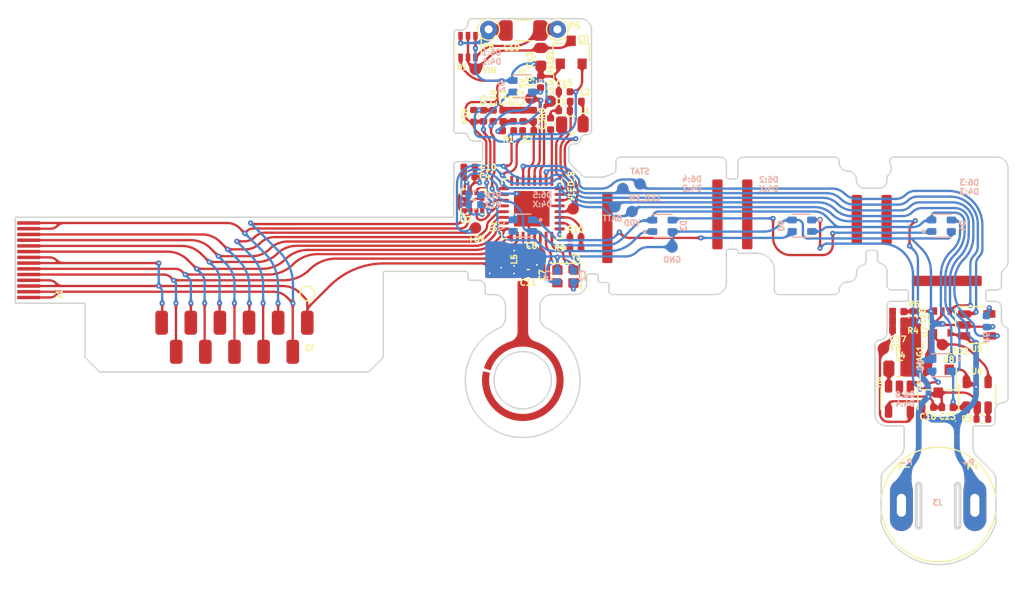
<source format=kicad_pcb>
(kicad_pcb (version 20211014) (generator pcbnew)
  (title_block (title "FLX-F020") (date "2021-09-11") (rev "10") (company "Systemic Games, LLC") (comment 1 "Flexible PCB, 0.13mm thickness"))
  (layers (0 "F.Cu" signal) (31 "B.Cu" signal) (34 "B.Paste" user) (35 "F.Paste" user) (36 "B.SilkS" user "B.Silkscreen") (37 "F.SilkS" user "F.Silkscreen") (38 "B.Mask" user) (39 "F.Mask" user) (44 "Edge.Cuts" user))
  (net 0 "")
  (net 1 "Net-(C1-Pad1)")
  (net 2 "GND")
  (net 3 "VDD")
  (net 4 "Net-(C8-Pad1)")
  (net 5 "VDC")
  (net 6 "Net-(L1-Pad2)")
  (net 7 "Net-(L1-Pad1)")
  (net 8 "+5V")
  (net 9 "Net-(R6-Pad1)")
  (net 10 "VEE")
  (net 11 "/LED_EN")
  (net 12 "Net-(C2-Pad2)")
  (net 13 "Net-(C3-Pad1)")
  (net 14 "Net-(C5-Pad2)")
  (net 15 "Net-(C7-Pad1)")
  (net 16 "Net-(C17-Pad2)")
  (net 17 "Net-(C19-Pad1)")
  (net 18 "Net-(C19-Pad2)")
  (net 19 "Net-(L4-Pad1)")
  (net 20 "RXI")
  (net 21 "TXO")
  (net 22 "SWO")
  (net 23 "RESET")
  (net 24 "SWDCLK")
  (net 25 "SWDIO")
  (net 26 "Net-(R10-Pad1)")
  (net 27 "Net-(R10-Pad2)")
  (net 28 "/LED_DATA")
  (net 29 "/Power Supply/MAG1_")
  (net 30 "/STATS")
  (net 31 "/VLED_SENSE")
  (net 32 "/5V_SENSE")
  (net 33 "/VBAT_SENSE")
  (net 34 "/Power Supply/LED_EN_OUT")
  (net 35 "Net-(R3-Pad1)")
  (net 36 "Net-(D2-Pad3)")
  (net 37 "Net-(D3-Pad3)")
  (net 38 "Net-(D4-Pad3)")
  (net 39 "Net-(D5-Pad3)")
  (net 40 "Net-(D6-Pad3)")
  (net 42 "+BATT")
  (net 47 "/SCL")
  (net 48 "/SDA")
  (net 49 "/ACC_INT")
  (net 50 "/ARC_ANTENNA")
  (footprint "Capacitor_SMD:C_0402_1005Metric" (layer "F.Cu") (at 167.39 106.79)
    (fp_text reference "C16")
    (fp_text value "4.7uF 6.3V 20%")
  )
  (footprint "Pixels-dice:SOT-353_SC-70-5" (layer "F.Cu") (at 168.655 99.335 -90)
    (fp_text reference "U7")
    (fp_text value "74AHC1G08" hide)
  )
  (footprint "TestPoint:TestPoint_THTPad_D1.5mm_Drill0.7mm" (layer "F.Cu") (at 129.1 73.8 150)
    (fp_text reference "P6")
    (fp_text value "COILB")
  )
  (footprint "Resistor_SMD:R_0402_1005Metric" (layer "F.Cu") (at 127.8 81.35 -90)
    (fp_text reference "R14")
    (fp_text value "10M 1%")
  )
  (footprint "Capacitor_SMD:C_0402_1005Metric" (layer "F.Cu") (at 128.65 81.35 -90)
    (fp_text reference "C6")
    (fp_text value "10nF 25V 10%")
  )
  (footprint "Package_TO_SOT_SMD:SOT-23-5" (layer "F.Cu") (at 171.6575 99.6)
    (fp_text reference "U5")
    (fp_text value "MCP73832T-2ACI/OT")
  )
  (footprint "Package_TO_SOT_SMD:SOT-23" (layer "F.Cu") (at 168.3 104.5 -90)
    (fp_text reference "U8")
    (fp_text value "TMR1366")
  )
  (footprint "TestPoint:TestPoint_THTPad_D1.5mm_Drill0.7mm" (layer "F.Cu") (at 135.1 73.8 150)
    (fp_text reference "P5")
    (fp_text value "COILA")
  )
  (footprint "Pixels-dice:SOT-23-5" (layer "F.Cu") (at 171.7 105.696232 90)
    (fp_text reference "U6")
    (fp_text value "MT9700" hide)
  )
  (footprint "Resistor_SMD:R_0402_1005Metric" (layer "F.Cu") (at 172.15 107.82 180)
    (fp_text reference "R3")
    (fp_text value "10k 5%")
  )
  (footprint "Resistor_SMD:R_0402_1005Metric" (layer "F.Cu") (at 129.5 81.35 90)
    (fp_text reference "R13")
    (fp_text value "4.02M 1%")
  )
  (footprint "Capacitor_SMD:C_0402_1005Metric" (layer "F.Cu") (at 133.73 93.87 -90)
    (fp_text reference "C7")
    (fp_text value "100pF NP0 10V 5%")
  )
  (footprint "Inductor_SMD:L_0805_2012Metric" (layer "F.Cu") (at 136.4 82.1)
    (fp_text reference "L1")
    (fp_text value "10uH 100mA 10%")
  )
  (footprint "Capacitor_SMD:C_0402_1005Metric" (layer "F.Cu") (at 134.5 82.05 90)
    (fp_text reference "C3")
    (fp_text value "0.1uF 10V 20%")
  )
  (footprint "Resistor_SMD:R_0402_1005Metric" (layer "F.Cu") (at 136.67 92.01 180)
    (fp_text reference "R10")
    (fp_text value "100k 1%")
  )
  (footprint "Package_DFN_QFN:QFN-32-1EP_5x5mm_P0.5mm_EP3.1x3.1mm" (layer "F.Cu") (at 132.86 89.46 -90)
    (fp_text reference "U1")
    (fp_text value "N52810_QFN32")
  )
  (footprint "Capacitor_SMD:C_0402_1005Metric" (layer "F.Cu") (at 127.4225 85.8375)
    (fp_text reference "C10")
    (fp_text value "0.1uF 10V 20%")
  )
  (footprint "Capacitor_SMD:C_0402_1005Metric" (layer "F.Cu") (at 132.9 93.87 -90)
    (fp_text reference "C8")
    (fp_text value "?? NP0")
  )
  (footprint "Capacitor_SMD:C_0402_1005Metric" (layer "F.Cu") (at 169.1 106.8 180)
    (fp_text reference "C23")
    (fp_text value "0.1uF 10V 20%")
  )
  (footprint "Capacitor_SMD:C_0402_1005Metric" (layer "F.Cu") (at 133.63 78.39 90)
    (fp_text reference "C9")
    (fp_text value "4.7uF 6.3V 20%")
  )
  (footprint "Pixels-dice:FPC-POGO-11" (layer "F.Cu") (at 106.94 100.6725 180)
    (fp_text reference "J2")
    (fp_text value "Conn_01x11")
  )
  (footprint "Capacitor_SMD:C_0402_1005Metric" (layer "F.Cu") (at 166.095 98.885 90)
    (fp_text reference "C18")
    (fp_text value "4.7uF 6.3V 20%")
  )
  (footprint "Resistor_SMD:R_0402_1005Metric" (layer "F.Cu") (at 164.805 99.255)
    (fp_text reference "R4")
    (fp_text value "402k 1%")
  )
  (footprint "Capacitor_SMD:C_0402_1005Metric" (layer "F.Cu") (at 164.799 100.045393 180)
    (fp_text reference "C17")
    (fp_text value "22pF 10V 5%")
  )
  (footprint "Pixels-dice:SOT-23-5" (layer "F.Cu") (at 164.92 106.07 -90)
    (fp_text reference "U4")
    (fp_text value "LN3435" hide)
  )
  (footprint "Resistor_SMD:R_0402_1005Metric" (layer "F.Cu") (at 136.67 92.82)
    (fp_text reference "R9")
    (fp_text value "120k 1%")
  )
  (footprint "Capacitor_SMD:C_0402_1005Metric" (layer "F.Cu") (at 127.3925 86.6575)
    (fp_text reference "C4")
    (fp_text value "4.7uF 6.3V 20%")
  )
  (footprint "Inductor_SMD:L_0805_2012Metric" (layer "F.Cu") (at 164.93 103.4)
    (fp_text reference "L4")
    (fp_text value "2.2uH 20mA 10%")
  )
  (footprint "Pixels-dice:FPC_14" (layer "F.Cu") (at 89 97.2 90)
    (fp_text reference "J1")
    (fp_text value "Conn_01x14")
  )
  (footprint "Capacitor_SMD:C_0603_1608Metric" (layer "F.Cu") (at 133.65 76.2 -90)
    (fp_text reference "C13")
    (fp_text value "4.7uF 25V 20%")
  )
  (footprint "Package_TO_SOT_SMD:SOT-363_SC-70-6" (layer "F.Cu") (at 127.3 75.3 90)
    (fp_text reference "D1")
    (fp_text value "BAV99S")
  )
  (footprint "Capacitor_SMD:C_0402_1005Metric" (layer "F.Cu") (at 135.7 79.25 180)
    (fp_text reference "C15")
    (fp_text value "4.7uF 6.3V 20%")
  )
  (footprint "Inductor_SMD:L_0402_1005Metric" (layer "F.Cu") (at 136.7 80.09 180)
    (fp_text reference "L2")
    (fp_text value "15nH 100mA 5%")
  )
  (footprint "Capacitor_SMD:C_0402_1005Metric" (layer "F.Cu") (at 135.7 80.9 180)
    (fp_text reference "C1")
    (fp_text value "4.7uF 6.3V 20%")
  )
  (footprint "Capacitor_SMD:C_0402_1005Metric" (layer "F.Cu") (at 130.35 81.35 90)
    (fp_text reference "C21")
    (fp_text value "10nF 25V 10%")
  )
  (footprint "Resistor_SMD:R_0402_1005Metric" (layer "F.Cu") (at 132.55 82.65)
    (fp_text reference "R7")
    (fp_text value "4.02M 1%")
  )
  (footprint "Resistor_SMD:R_0402_1005Metric" (layer "F.Cu") (at 131.25 81.35 -90)
    (fp_text reference "R2")
    (fp_text value "10M 1%")
  )
  (footprint "Resistor_SMD:R_0402_1005Metric" (layer "F.Cu") (at 133 81.35 90)
    (fp_text reference "R8")
    (fp_text value "10M 1%")
  )
  (footprint "Resistor_SMD:R_0402_1005Metric" (layer "F.Cu") (at 130.8 82.65 180)
    (fp_text reference "R1")
    (fp_text value "4.02M 1%")
  )
  (footprint "Capacitor_SMD:C_0402_1005Metric" (layer "F.Cu") (at 132.1 81.35 90)
    (fp_text reference "C22")
    (fp_text value "10nF 25V 10%")
  )
  (footprint "Pixels-dice:Crystal_SMD_2016-4Pin_2.0x1.6mm" (layer "F.Cu") (at 135.8 95.37 180)
    (fp_text reference "Y1")
    (fp_text value "32MHz 40ppm")
  )
  (footprint "Package_LGA:LGA-12_2x2mm_P0.5mm" (layer "F.Cu") (at 127.78 88.84 180)
    (fp_text reference "U2")
    (fp_text value "KXTJ3-1057")
  )
  (footprint "Capacitor_SMD:C_0402_1005Metric" (layer "F.Cu") (at 132.56 95.12)
    (fp_text reference "C11")
    (fp_text value "?? NP0")
  )
  (footprint "Inductor_SMD:L_0402_1005Metric" (layer "F.Cu") (at 132.07 93.87 -90)
    (fp_text reference "L5")
    (fp_text value "??")
  )
  (footprint "Resistor_SMD:R_0402_1005Metric" (layer "F.Cu") (at 164.805 98.435 180)
    (fp_text reference "R5")
    (fp_text value "100k 1%")
  )
  (footprint "Pixels-dice:ARC_Antenna" (layer "F.Cu") (at 132.08 95.625 -90)
    (fp_text reference "AE2" hide)
    (fp_text value "ARC")
  )
  (footprint "Pixels-dice:SOT-23" (layer "F.Cu") (at 136.3 75.8 -90)
    (fp_text reference "U3")
    (fp_text value "PJ75AL50SA")
  )
  (footprint "Capacitor_SMD:C_1206_3216Metric" (layer "F.Cu") (at 132.1 73.9 180)
    (fp_text reference "C19")
    (fp_text value "33nF 50V 5% NP0")
  )
  (footprint "Pixels-dice:TEST_PIN" (layer "F.Cu") (at 163.52 101.66)
    (fp_text reference "W18" hide)
    (fp_text value "FB")
  )
  (footprint "Pixels-dice:TEST_PIN" (layer "F.Cu") (at 127.96 91.13)
    (fp_text reference "W15" hide)
    (fp_text value "+5V")
  )
  (footprint "Pixels-dice:TEST_PIN" (layer "F.Cu") (at 168.66 101.32)
    (fp_text reference "W21" hide)
    (fp_text value "LED2")
  )
  (footprint "Pixels-dice:TEST_PIN" (layer "F.Cu") (at 167.64 102.32)
    (fp_text reference "W23" hide)
    (fp_text value "MAG1_")
  )
  (footprint "Pixels-dice:TEST_PIN" (layer "F.Cu") (at 136.47 89.47)
    (fp_text reference "W12" hide)
    (fp_text value "VLED_S")
  )
  (footprint "Pixels-dice:TEST_PIN" (layer "F.Cu") (at 134.5 80.07)
    (fp_text reference "W22" hide)
    (fp_text value "LED_DATA1")
  )
  (footprint "Pixels-dice:TEST_PIN" (layer "F.Cu") (at 127.95 77.3)
    (fp_text reference "W16" hide)
    (fp_text value "VIN")
  )
  (footprint "Pixels-dice:TEST_PIN" (layer "F.Cu") (at 132.77 79.83)
    (fp_text reference "W13" hide)
    (fp_text value "5V_S")
  )
  (footprint "Pixels-dice:TX1812Z_2020" (layer "B.Cu") (at 168.59 103.11 90)
    (fp_text reference "D5")
    (fp_text value "TX1812Z_2020")
  )
  (footprint "Pixels-dice:TX1812Z_2020" (layer "B.Cu") (at 168.59 90.94 -90)
    (fp_text reference "D4")
    (fp_text value "TX1812Z_2020")
  )
  (footprint "Pixels-dice:TX1812Z_2020" (layer "B.Cu") (at 156.42 90.94 90)
    (fp_text reference "D6")
    (fp_text value "TX1812Z_2020")
  )
  (footprint "Pixels-dice:TX1812Z_2020" (layer "B.Cu") (at 132.08 78.77 90)
    (fp_text reference "D2")
    (fp_text value "TX1812Z_2020")
  )
  (footprint "Pixels-dice:TX1812Z_2020" (layer "B.Cu") (at 132.08 90.93 90)
    (fp_text reference "D7")
    (fp_text value "TX1812Z_2020")
  )
  (footprint "Capacitor_SMD:C_0402_1005Metric" (layer "B.Cu") (at 135.09 95.37 -90)
    (fp_text reference "C5")
    (fp_text value "6pF 10V 10%")
  )
  (footprint "Capacitor_SMD:C_0402_1005Metric" (layer "B.Cu") (at 136.49 95.37 90)
    (fp_text reference "C2")
    (fp_text value "6pF 10V 10%")
  )
  (footprint "Pixels-dice:TX1812Z_2020" (layer "B.Cu") (at 144.25 90.95 -90)
    (fp_text reference "D3")
    (fp_text value "TX1812Z_2020")
  )
  (footprint "Resistor_SMD:R_0402_1005Metric" (layer "B.Cu") (at 172.5 99.3 -90)
    (fp_text reference "R6")
    (fp_text value "22k 1%")
  )
  (footprint "Pixels-dice:Hongjie 10100 Connector" (layer "B.Cu") (at 168.290601 115.336035 180)
    (fp_text reference "J3")
    (fp_text value "Conn_01x02")
  )
  (footprint "Resistor_SMD:R_0402_1005Metric" (layer "B.Cu") (at 127.86 89.1)
    (fp_text reference "R12")
    (fp_text value "2.7k 5%")
  )
  (footprint "Resistor_SMD:R_0402_1005Metric" (layer "B.Cu") (at 127.8475 88.2775)
    (fp_text reference "R16")
    (fp_text value "2.7k 5%")
  )
  (footprint "Pixels-dice:TEST_PIN" (layer "B.Cu") (at 140.1 89.3 180)
    (fp_text reference "W14" hide)
    (fp_text value "BATT")
  )
  (footprint "Pixels-dice:TEST_PIN" (layer "B.Cu") (at 140.8 87.7 180)
    (fp_text reference "W5" hide)
    (fp_text value "LED_EN")
  )
  (footprint "Pixels-dice:TEST_PIN" (layer "B.Cu") (at 142.3 87.3 180)
    (fp_text reference "W17" hide)
    (fp_text value "STAT")
  )
  (footprint "Pixels-dice:TEST_PIN" (layer "B.Cu") (at 141.6 89.7 180)
    (fp_text reference "W25" hide)
    (fp_text value "VDD")
  )
  (footprint "Pixels-dice:TEST_PIN" (layer "B.Cu") (at 145.1 92.8 180)
    (fp_text reference "W19" hide)
    (fp_text value "GND")
  )
  (gr_circle (center 168.332038 115.269521) (end 173.332038 115.269521) (layer "F.SilkS") (width 0.12) (fill none))
  (gr_line (start 165.014507 110.979502) (end 163.634677 112.294737) (layer "Edge.Cuts") (width 0.12))
  (gr_line (start 138.8602 95.8889) (end 138.8552 95.8889) (layer "Edge.Cuts") (width 0.12))
  (gr_line (start 150.027199 92.99) (end 150.6642 92.99) (layer "Edge.Cuts") (width 0.12))
  (gr_line (start 140.197197 85.35) (end 140.197197 86.019827) (layer "Edge.Cuts") (width 0.12))
  (gr_arc (start 140.197197 86.019827) (mid 140.124824 86.249306) (end 139.933894 86.395745) (layer "Edge.Cuts") (width 0.12))
  (gr_line (start 165.4972 97.5356) (end 164.203534 97.5356) (layer "Edge.Cuts") (width 0.12))
  (gr_line (start 163.324198 113.019612) (end 163.324198 116.859) (layer "Edge.Cuts") (width 0.12))
  (gr_line (start 139.5912 96.0889) (end 139.5912 96.4482) (layer "Edge.Cuts") (width 0.12))
  (gr_arc (start 161.999999 93.3) (mid 162.058578 93.158578) (end 162.199999 93.099999) (layer "Edge.Cuts") (width 0.12))
  (gr_arc (start 165.124713 108.410572) (mid 165.267018 108.469516) (end 165.325962 108.611821) (layer "Edge.Cuts") (width 0.12))
  (gr_arc (start 149.827199 93.19) (mid 149.885778 93.048579) (end 150.027199 92.99) (layer "Edge.Cuts") (width 0.12))
  (gr_line (start 118.6372 103.7) (end 95.1828 103.7) (layer "Edge.Cuts") (width 0.12))
  (gr_line (start 166.79 113.6) (end 166.79 117.15) (layer "Edge.Cuts") (width 0.25))
  (gr_arc (start 160.4142 86.1717) (mid 159.88387 85.95203) (end 159.6642 85.4217) (layer "Edge.Cuts") (width 0.12))
  (gr_line (start 137.097197 83.399998) (end 137.097197 83.399999) (layer "Edge.Cuts") (width 0.12))
  (gr_line (start 136.497197 83.799998) (end 136.697197 83.799998) (layer "Edge.Cuts") (width 0.12))
  (gr_arc (start 150.0272 86.8586) (mid 149.885779 86.800021) (end 149.8272 86.658599) (layer "Edge.Cuts") (width 0.12))
  (gr_line (start 163.835014 100.249702) (end 163.835014 97.90412) (layer "Edge.Cuts") (width 0.12))
  (gr_arc (start 128.197197 95.699998) (mid 128.621461 95.875734) (end 128.797197 96.299998) (layer "Edge.Cuts") (width 0.12))
  (gr_arc (start 174.207388 99.810106) (mid 173.919342 99.588556) (end 173.8102 99.24194) (layer "Edge.Cuts") (width 0.12))
  (gr_line (start 93.91 97.7) (end 87.83 97.7) (layer "Edge.Cuts") (width 0.12))
  (gr_arc (start 163.324198 113.019612) (mid 163.405084 112.625327) (end 163.634677 112.294737) (layer "Edge.Cuts") (width 0.12))
  (gr_arc (start 149.8272 95.950003) (mid 149.534307 96.657107) (end 148.827203 96.95) (layer "Edge.Cuts") (width 0.12))
  (gr_line (start 169.79 117.15) (end 169.79 113.6) (layer "Edge.Cuts") (width 0.25))
  (gr_line (start 159.264198 84.95) (end 151.3272 84.95) (layer "Edge.Cuts") (width 0.12))
  (gr_arc (start 165.697198 97.335598) (mid 165.63862 97.47702) (end 165.497198 97.535598) (layer "Edge.Cuts") (width 0.12))
  (gr_line (start 119.9102 102.427) (end 118.6372 103.7) (layer "Edge.Cuts") (width 0.12))
  (gr_arc (start 163.287976 94.221611) (mid 163.682273 94.493324) (end 163.832199 94.948099) (layer "Edge.Cuts") (width 0.12))
  (gr_line (start 119.9102 94.918731) (end 127.097197 94.918731) (layer "Edge.Cuts") (width 0.12))
  (gr_line (start 161.998199 94.020792) (end 161.999999 93.3) (layer "Edge.Cuts") (width 0.12))
  (gr_line (start 163.144596 87.6717) (end 161.914201 87.6717) (layer "Edge.Cuts") (width 0.12))
  (gr_line (start 166.39 117.15) (end 166.39 113.6) (layer "Edge.Cuts") (width 0.25))
  (gr_arc (start 128.3702 83.5644) (mid 128.511621 83.622979) (end 128.5702 83.7644) (layer "Edge.Cuts") (width 0.12))
  (gr_line (start 128.797197 96.299998) (end 128.797197 96.75) (layer "Edge.Cuts") (width 0.12))
  (gr_arc (start 164.090848 85.490929) (mid 164.136284 85.122372) (end 164.4652 84.95) (layer "Edge.Cuts") (width 0.12))
  (gr_arc (start 134.17129 99.883884) (mid 132.069742 109.421) (end 129.969941 99.883499) (layer "Edge.Cuts") (width 0.12))
  (gr_line (start 162.7842 106.322387) (end 162.7842 107.409594) (layer "Edge.Cuts") (width 0.12))
  (gr_line (start 163.000001 93.299999) (end 162.9982 93.8371) (layer "Edge.Cuts") (width 0.12))
  (gr_arc (start 163.835014 100.249702) (mid 163.645373 100.717251) (end 163.183616 100.920589) (layer "Edge.Cuts") (width 0.12))
  (gr_line (start 139.8912 96.949999) (end 148.8272 96.95) (layer "Edge.Cuts") (width 0.12))
  (gr_line (start 170.19 113.6) (end 170.19 117.15) (layer "Edge.Cuts") (width 0.25))
  (gr_arc (start 161.178924 95.100271) (mid 160.965248 95.646695) (end 160.414753 95.849655) (layer "Edge.Cuts") (width 0.12))
  (gr_arc (start 171.61746 110.97943) (mid 171.402823 110.658112) (end 171.327421 110.279128) (layer "Edge.Cuts") (width 0.12))
  (gr_arc (start 173.031461 112.394051) (mid 173.248119 112.71842) (end 173.324197 113.101001) (layer "Edge.Cuts") (width 0.12))
  (gr_line (start 134.593988 96.95) (end 136.6552 96.95) (layer "Edge.Cuts") (width 0.12))
  (gr_line (start 139.5912 96.4482) (end 139.5912 96.65) (layer "Edge.Cuts") (width 0.12))
  (gr_line (start 126.0702 85.5644) (end 126.0702 90.2) (layer "Edge.Cuts") (width 0.12))
  (gr_arc (start 169.79 113.6) (mid 169.99 113.4) (end 170.19 113.6) (layer "Edge.Cuts") (width 0.25))
  (gr_arc (start 139.391203 95.8889) (mid 139.532622 95.94748) (end 139.5912 96.0889) (layer "Edge.Cuts") (width 0.12))
  (gr_arc (start 127.8702 83.5644) (mid 127.473337 83.4144) (end 127.274906 83.0394) (layer "Edge.Cuts") (width 0.12))
  (gr_line (start 127.497197 95.699998) (end 128.197197 95.699998) (layer "Edge.Cuts") (width 0.12))
  (gr_line (start 137.855199 95.149999) (end 138.455201 95.149999) (layer "Edge.Cuts") (width 0.12))
  (gr_arc (start 127.076475 82.8644) (mid 127.208762 82.9144) (end 127.274906 83.0394) (layer "Edge.Cuts") (width 0.12))
  (gr_arc (start 174.384192 94.095268) (mid 174.314695 94.408487) (end 174.116889 94.661091) (layer "Edge.Cuts") (width 0.12))
  (gr_arc (start 172.638199 97.535601) (mid 172.496778 97.477022) (end 172.438199 97.3356) (layer "Edge.Cuts") (width 0.12))
  (gr_line (start 159.6642 85.4217) (end 159.664201 85.350001) (layer "Edge.Cuts") (width 0.12))
  (gr_arc (start 128.997197 96.95) (mid 128.855776 96.891421) (end 128.797197 96.75) (layer "Edge.Cuts") (width 0.12))
  (gr_line (start 138.6552 95.35) (end 138.6552 95.6889) (layer "Edge.Cuts") (width 0.12))
  (gr_line (start 150.9642 93.344751) (end 152.5142 93.344751) (layer "Edge.Cuts") (width 0.12))
  (gr_arc (start 163.835014 97.90412) (mid 163.942962 97.643526) (end 164.203565 97.5356) (layer "Edge.Cuts") (width 0.12))
  (gr_arc (start 134.17129 99.883884) (mid 133.733302 99.501315) (end 133.5702 98.943112) (layer "Edge.Cuts") (width 0.12))
  (gr_line (start 149.326673 84.95) (end 140.597197 84.95) (layer "Edge.Cuts") (width 0.12))
  (gr_arc (start 129.5702 96.949995) (mid 130.285451 97.250863) (end 130.5702 97.972683) (layer "Edge.Cuts") (width 0.12))
  (gr_line (start 87.83 90.2) (end 126.0702 90.2) (layer "Edge.Cuts") (width 0.12))
  (gr_line (start 173.031461 112.394051) (end 171.61746 110.97943) (layer "Edge.Cuts") (width 0.12))
  (gr_arc (start 161.914201 87.6717) (mid 161.38387 87.452031) (end 161.1642 86.9217) (layer "Edge.Cuts") (width 0.12))
  (gr_line (start 127.8702 83.5644) (end 128.3702 83.5644) (layer "Edge.Cuts") (width 0.12))
  (gr_arc (start 127.497197 95.699998) (mid 127.355776 95.641419) (end 127.297197 95.499998) (layer "Edge.Cuts") (width 0.12))
  (gr_line (start 173.2542 107.097122) (end 173.2542 108.005) (layer "Edge.Cuts") (width 0.12))
  (gr_circle (center 132.0702 104.421) (end 134.5702 104.421) (layer "Edge.Cuts") (width 0.12) (fill none))
  (gr_arc (start 173.384198 84.950001) (mid 174.091306 85.242894) (end 174.384199 85.950001) (layer "Edge.Cuts") (width 0.12))
  (gr_line (start 162.7842 101.331955) (end 162.7842 106.322387) (layer "Edge.Cuts") (width 0.12))
  (gr_arc (start 137.097197 83.399999) (mid 137.214354 83.117156) (end 137.497198 82.999999) (layer "Edge.Cuts") (width 0.12))
  (gr_arc (start 170.19 117.15) (mid 169.99 117.35) (end 169.79 117.15) (layer "Edge.Cuts") (width 0.25))
  (gr_line (start 137.497198 82.999999) (end 137.670199 82.999999) (layer "Edge.Cuts") (width 0.12))
  (gr_arc (start 173.324201 116.867277) (mid 168.321179 120.512086) (end 163.324198 116.859) (layer "Edge.Cuts") (width 0.12))
  (gr_line (start 130.5702 97.972683) (end 130.5702 98.944217) (layer "Edge.Cuts") (width 0.12))
  (gr_line (start 171.327421 110.279128) (end 171.327197 108.587896) (layer "Edge.Cuts") (width 0.12))
  (gr_arc (start 163.785178 108.410572) (mid 163.07738 108.117392) (end 162.7842 107.409594) (layer "Edge.Cuts") (width 0.12))
  (gr_line (start 93.91 102.427) (end 93.91 97.7) (layer "Edge.Cuts") (width 0.12))
  (gr_arc (start 133.5702 97.973788) (mid 133.870061 97.249861) (end 134.593988 96.95) (layer "Edge.Cuts") (width 0.12))
  (gr_line (start 139.933894 86.395745) (end 139.163424 86.675915) (layer "Edge.Cuts") (width 0.12))
  (gr_line (start 173.26926 97.5356) (end 172.6382 97.5356) (layer "Edge.Cuts") (width 0.12))
  (gr_arc (start 174.207388 99.810106) (mid 174.335614 99.908731) (end 174.3842 100.063031) (layer "Edge.Cuts") (width 0.12))
  (gr_line (start 171.50807 108.407) (end 172.854195 108.406995) (layer "Edge.Cuts") (width 0.12))
  (gr_line (start 126.2702 82.8644) (end 127.076475 82.8644) (layer "Edge.Cuts") (width 0.12))
  (gr_arc (start 137.6552 95.950003) (mid 137.362307 96.657107) (end 136.655203 96.95) (layer "Edge.Cuts") (width 0.12))
  (gr_arc (start 173.26926 97.5356) (mid 173.651762 97.694038) (end 173.8102 98.07654) (layer "Edge.Cuts") (width 0.12))
  (gr_line (start 126.0702 74.0644) (end 126.0702 82.6644) (layer "Edge.Cuts") (width 0.12))
  (gr_line (start 126.697197 73.8644) (end 126.2702 73.8644) (layer "Edge.Cuts") (width 0.12))
  (gr_arc (start 172.438199 96.7356) (mid 172.496778 96.594178) (end 172.638199 96.535599) (layer "Edge.Cuts") (width 0.12))
  (gr_arc (start 161.178924 95.100271) (mid 161.317582 94.644901) (end 161.714496 94.382132) (layer "Edge.Cuts") (width 0.12))
  (gr_arc (start 160.4142 86.1717) (mid 160.94453 86.39137) (end 161.1642 86.9217) (layer "Edge.Cuts") (width 0.12))
  (gr_arc (start 149.326673 84.95) (mid 149.674973 85.091063) (end 149.826951 85.434742) (layer "Edge.Cuts") (width 0.12))
  (gr_line (start 119.9102 94.918731) (end 119.9102 102.427) (layer "Edge.Cuts") (width 0.12))
  (gr_arc (start 152.5142 93.344751) (mid 153.57486 93.784091) (end 154.0142 94.844751) (layer "Edge.Cuts") (width 0.12))
  (gr_arc (start 164.232202 96.5356) (mid 163.949357 96.418443) (end 163.832199 96.135599) (layer "Edge.Cuts") (width 0.12))
  (gr_arc (start 166.39 113.6) (mid 166.59 113.4) (end 166.79 113.6) (layer "Edge.Cuts") (width 0.25))
  (gr_line (start 126.8562 85.3644) (end 126.2702 85.3644) (layer "Edge.Cuts") (width 0.12))
  (gr_line (start 164.090848 85.490929) (end 164.161234 85.677896) (layer "Edge.Cuts") (width 0.12))
  (gr_line (start 163.832199 94.948099) (end 163.832199 96.135599) (layer "Edge.Cuts") (width 0.12))
  (gr_arc (start 159.664201 96.55) (mid 159.887283 96.036723) (end 160.414753 95.849655) (layer "Edge.Cuts") (width 0.12))
  (gr_line (start 149.8272 95.95) (end 149.8272 93.29) (layer "Edge.Cuts") (width 0.12))
  (gr_arc (start 174.3842 105.96705) (mid 174.267056 106.249977) (end 173.984151 106.367175) (layer "Edge.Cuts") (width 0.12))
  (gr_arc (start 162.800001 93.099999) (mid 162.941422 93.158578) (end 163.000001 93.299999) (layer "Edge.Cuts") (width 0.12))
  (gr_arc (start 150.6642 92.99) (mid 150.770266 93.033934) (end 150.8142 93.14) (layer "Edge.Cuts") (width 0.12))
  (gr_arc (start 137.097197 83.399998) (mid 136.98004 83.682841) (end 136.697197 83.799998) (layer "Edge.Cuts") (width 0.12))
  (gr_line (start 128.3702 85.3644) (end 126.8562 85.3644) (layer "Edge.Cuts") (width 0.12))
  (gr_line (start 150.6272 86.8586) (end 150.0272 86.8586) (layer "Edge.Cuts") (width 0.12))
  (gr_line (start 129.5702 96.95) (end 128.997197 96.95) (layer "Edge.Cuts") (width 0.12))
  (gr_arc (start 139.163424 86.675915) (mid 139.096128 86.693931) (end 139.026727 86.699998) (layer "Edge.Cuts") (width 0.12))
  (gr_line (start 173.8102 99.24194) (end 173.8102 98.07654) (layer "Edge.Cuts") (width 0.12))
  (gr_line (start 164.232202 96.5356) (end 165.4972 96.5356) (layer "Edge.Cuts") (width 0.12))
  (gr_line (start 137.6552 95.95) (end 137.6552 95.35) (layer "Edge.Cuts") (width 0.12))
  (gr_line (start 172.6382 96.5356) (end 173.3842 96.5356) (layer "Edge.Cuts") (width 0.12))
  (gr_line (start 173.443231 96.5356) (end 173.3842 96.5356) (layer "Edge.Cuts") (width 0.12))
  (gr_line (start 165.325962 108.611821) (end 165.325962 110.252351) (layer "Edge.Cuts") (width 0.12))
  (gr_line (start 163.832202 86.674363) (end 163.832126 86.984339) (layer "Edge.Cuts") (width 0.12))
  (gr_arc (start 159.664201 96.55) (mid 159.547044 96.832843) (end 159.264202 96.95) (layer "Edge.Cuts") (width 0.12))
  (gr_arc (start 130.5702 98.944217) (mid 130.407319 99.501568) (end 129.969941 99.883499) (layer "Edge.Cuts") (width 0.12))
  (gr_arc (start 150.827201 86.658601) (mid 150.768622 86.800022) (end 150.627201 86.858601) (layer "Edge.Cuts") (width 0.12))
  (gr_line (start 150.8142 93.14) (end 150.8142 93.194751) (layer "Edge.Cuts") (width 0.12))
  (gr_arc (start 173.2542 108.005) (mid 173.137161 108.288551) (end 172.854195 108.406995) (layer "Edge.Cuts") (width 0.12))
  (gr_arc (start 171.327197 108.587896) (mid 171.380165 108.459985) (end 171.50807 108.407) (layer "Edge.Cuts") (width 0.12))
  (gr_line (start 138.0702 82.599999) (end 138.0702 73.8644) (layer "Edge.Cuts") (width 0.12))
  (gr_line (start 137.28004 86.582841) (end 136.214354 85.517155) (layer "Edge.Cuts") (width 0.12))
  (gr_arc (start 164.161234 85.677896) (mid 164.176815 86.16035) (end 163.895072 86.552301) (layer "Edge.Cuts") (width 0.12))
  (gr_line (start 136.097197 85.234313) (end 136.097197 84.199998) (layer "Edge.Cuts") (width 0.12))
  (gr_line (start 174.3842 93.7) (end 174.3842 85.95) (layer "Edge.Cuts") (width 0.12))
  (gr_arc (start 154.4142 96.949999) (mid 154.131357 96.832842) (end 154.0142 96.549999) (layer "Edge.Cuts") (width 0.12))
  (gr_arc (start 136.097197 84.199998) (mid 136.214354 83.917155) (end 136.497197 83.799998) (layer "Edge.Cuts") (width 0.12))
  (gr_arc (start 127.3 73.3) (mid 127.420185 72.988604) (end 127.73 72.8644) (layer "Edge.Cuts") (width 0.12))
  (gr_arc (start 165.497201 96.535599) (mid 165.638622 96.594178) (end 165.697201 96.735599) (layer "Edge.Cuts") (width 0.12))
  (gr_arc (start 136.214354 85.517155) (mid 136.127645 85.387386) (end 136.097197 85.234313) (layer "Edge.Cuts") (width 0.12))
  (gr_line (start 139.0882 95.8889) (end 139.3912 95.8889) (layer "Edge.Cuts") (width 0.12))
  (gr_arc (start 159.264198 84.95) (mid 159.547043 85.067157) (end 159.664201 85.350001) (layer "Edge.Cuts") (width 0.12))
  (gr_line (start 173.3842 84.95) (end 164.4652 84.95) (layer "Edge.Cuts") (width 0.12))
  (gr_arc (start 137.655199 95.35) (mid 137.713778 95.208578) (end 137.855199 95.149999) (layer "Edge.Cuts") (width 0.12))
  (gr_arc (start 163.832202 86.674363) (mid 163.848851 86.605716) (end 163.895072 86.552301) (layer "Edge.Cuts") (width 0.12))
  (gr_line (start 139.026727 86.699998) (end 137.562882 86.699998) (layer "Edge.Cuts") (width 0.12))
  (gr_line (start 149.827199 93.29) (end 149.827199 93.19) (layer "Edge.Cuts") (width 0.12))
  (gr_arc (start 163.287976 94.221611) (mid 163.078756 94.077838) (end 162.9982 93.8371) (layer "Edge.Cuts") (width 0.12))
  (gr_line (start 174.384192 94.095268) (end 174.3842 93.7) (layer "Edge.Cuts") (width 0.12))
  (gr_arc (start 138.8552 95.8889) (mid 138.713779 95.830321) (end 138.6552 95.6889) (layer "Edge.Cuts") (width 0.12))
  (gr_line (start 149.8272 86.6586) (end 149.8272 85.455941) (layer "Edge.Cuts") (width 0.12))
  (gr_line (start 95.1828 103.7) (end 93.91 102.427) (layer "Edge.Cuts") (width 0.12))
  (gr_line (start 150.8272 85.45) (end 150.8272 86.6586) (layer "Edge.Cuts") (width 0.12))
  (gr_line (start 127.297197 95.118731) (end 127.297197 95.499998) (layer "Edge.Cuts") (width 0.12))
  (gr_arc (start 163.832126 86.984339) (mid 163.630693 87.470387) (end 163.144596 87.6717) (layer "Edge.Cuts") (width 0.12))
  (gr_arc (start 126.0702 74.0644) (mid 126.128779 73.922979) (end 126.2702 73.8644) (layer "Edge.Cuts") (width 0.12))
  (gr_arc (start 139.8912 96.949999) (mid 139.679069 96.862131) (end 139.591201 96.65) (layer "Edge.Cuts") (width 0.12))
  (gr_arc (start 150.9642 93.344751) (mid 150.858134 93.300817) (end 150.8142 93.194751) (layer "Edge.Cuts") (width 0.12))
  (gr_line (start 172.438199 97.3356) (end 172.438199 96.7356) (layer "Edge.Cuts") (width 0.12))
  (gr_arc (start 126.070199 85.5644) (mid 126.128778 85.422978) (end 126.270199 85.364399) (layer "Edge.Cuts") (width 0.12))
  (gr_arc (start 138.455201 95.149999) (mid 138.596622 95.208578) (end 138.655201 95.349999) (layer "Edge.Cuts") (width 0.12))
  (gr_line (start 128.5702 83.7644) (end 128.5702 85.1644) (layer "Edge.Cuts") (width 0.12))
  (gr_line (start 133.5702 98.943112) (end 133.5702 97.973788) (layer "Edge.Cuts") (width 0.12))
  (gr_arc (start 161.998199 94.020792) (mid 161.918799 94.250495) (end 161.714496 94.382132) (layer "Edge.Cuts") (width 0.12))
  (gr_arc (start 173.807089 95.23346) (mid 173.889506 94.908044) (end 174.116889 94.661091) (layer "Edge.Cuts") (width 0.12))
  (gr_arc (start 128.5702 85.1644) (mid 128.511621 85.305821) (end 128.3702 85.3644) (layer "Edge.Cuts") (width 0.12))
  (gr_line (start 154.0142 94.844751) (end 154.0142 96.549999) (layer "Edge.Cuts") (width 0.12))
  (gr_arc (start 126.2702 82.8644) (mid 126.128779 82.805821) (end 126.0702 82.6644) (layer "Edge.Cuts") (width 0.12))
  (gr_line (start 174.3842 105.967128) (end 174.3842 100.063031) (layer "Edge.Cuts") (width 0.12))
  (gr_line (start 173.324197 116.86729) (end 173.324197 113.100999) (layer "Edge.Cuts") (width 0.12))
  (gr_arc (start 127.3 73.3) (mid 127.110089 73.701276) (end 126.697197 73.8644) (layer "Edge.Cuts") (width 0.12))
  (gr_line (start 139.0882 95.8889) (end 138.8602 95.8889) (layer "Edge.Cuts") (width 0.12))
  (gr_arc (start 137.562882 86.699998) (mid 137.409809 86.66955) (end 137.28004 86.582841) (layer "Edge.Cuts") (width 0.12))
  (gr_arc (start 173.807094 96.171736) (mid 173.700521 96.429027) (end 173.443231 96.5356) (layer "Edge.Cuts") (width 0.12))
  (gr_line (start 87.83 90.2) (end 87.83 97.7) (layer "Edge.Cuts") (width 0.12))
  (gr_arc (start 166.79 117.15) (mid 166.59 117.35) (end 166.39 117.15) (layer "Edge.Cuts") (width 0.25))
  (gr_arc (start 138.0702 82.599999) (mid 137.953042 82.882842) (end 137.670199 82.999999) (layer "Edge.Cuts") (width 0.12))
  (gr_arc (start 165.325962 110.252351) (mid 165.244821 110.647874) (end 165.014507 110.979502) (layer "Edge.Cuts") (width 0.12))
  (gr_arc (start 150.8272 85.450001) (mid 150.973647 85.096447) (end 151.3272 84.95) (layer "Edge.Cuts") (width 0.12))
  (gr_arc (start 162.7842 101.331955) (mid 162.900482 101.045269) (end 163.183616 100.920589) (layer "Edge.Cuts") (width 0.12))
  (gr_line (start 149.826951 85.434742) (end 149.8272 85.455941) (layer "Edge.Cuts") (width 0.12))
  (gr_arc (start 173.2542 107.097122) (mid 173.467998 106.58097) (end 173.984151 106.367175) (layer "Edge.Cuts") (width 0.12))
  (gr_line (start 165.6972 96.7356) (end 165.6972 97.3356) (layer "Edge.Cuts") (width 0.12))
  (gr_arc (start 127.097197 94.918731) (mid 127.238619 94.977309) (end 127.297197 95.118731) (layer "Edge.Cuts") (width 0.12))
  (gr_line (start 163.785178 108.410572) (end 165.124713 108.410572) (layer "Edge.Cuts") (width 0.12))
  (gr_line (start 154.4142 96.949999) (end 159.264202 96.95) (layer "Edge.Cuts") (width 0.12))
  (gr_arc (start 140.197197 85.35) (mid 140.314354 85.067157) (end 140.597197 84.95) (layer "Edge.Cuts") (width 0.12))
  (gr_line (start 162.2 93.1) (end 162.8 93.1) (layer "Edge.Cuts") (width 0.12))
  (gr_line (start 137.0702 72.8644) (end 127.73 72.8644) (layer "Edge.Cuts") (width 0.12))
  (gr_arc (start 137.070198 72.864401) (mid 137.777306 73.157294) (end 138.070199 73.864401) (layer "Edge.Cuts") (width 0.12))
  (gr_line (start 173.807094 96.171736) (end 173.807089 95.23346) (layer "Edge.Cuts") (width 0.12))
  (gr_text "D6:5\nD4:X" (at 133.79 88.66) (layer "B.SilkS") (effects (font (size 0.5 0.5) (thickness 0.12)) (justify mirror)))
  (gr_text "D6:1\nD4:1" (at 129.35 76.22) (layer "B.SilkS") (effects (font (size 0.5 0.5) (thickness 0.12)) (justify mirror)))
  (gr_text "P+" (at 170.9 111.6) (layer "B.SilkS") (effects (font (size 0.5 0.5) (thickness 0.12)) (justify mirror)))
  (gr_text "P-" (at 165.5 111.6) (layer "B.SilkS") (effects (font (size 0.5 0.5) (thickness 0.12)) (justify mirror)))
  (gr_text "D6:6\nD4:4" (at 165.4 106.06) (layer "B.SilkS") (effects (font (size 0.5 0.5) (thickness 0.12)) (justify mirror)))
  (gr_text "D6:4\nD4:2" (at 146.83 87.28) (layer "B.SilkS") (effects (font (size 0.5 0.5) (thickness 0.12)) (justify mirror)))
  (gr_text "D6:2\nD4:X" (at 153.53 87.32) (layer "B.SilkS") (effects (font (size 0.5 0.5) (thickness 0.12)) (justify mirror)))
  (gr_text "D6:3\nD4:3" (at 171.01 87.57) (layer "B.SilkS") (effects (font (size 0.5 0.5) (thickness 0.12)) (justify mirror)))
  (gr_text "P-" (at 165.340601 111.966035) (layer "F.SilkS") (effects (font (size 0.5 0.5) (thickness 0.12))))
  (gr_text "P+" (at 171.340601 111.966035) (layer "F.SilkS") (effects (font (size 0.5 0.5) (thickness 0.12))))
  (segment (start 135.915 86.765) (end 136.170086 87.020086) (width 0.2) (layer "F.Cu") (net 1))
  (segment (start 136.215 80.935) (end 136.1975 80.9175) (width 0.2) (layer "F.Cu") (net 1))
  (segment (start 136.215 80.840251) (end 136.215 80.09) (width 0.2) (layer "F.Cu") (net 1))
  (segment (start 135.58875 88.71) (end 135.2975 88.71) (width 0.2) (layer "F.Cu") (net 1))
  (segment (start 136.085944 88.504054) (end 136.170086 88.419913) (width 0.2) (layer "F.Cu") (net 1))
  (segment (start 135.37 85.449253) (end 135.37 84.352253) (width 0.2) (layer "F.Cu") (net 1))
  (segment (start 136.25 81.019497) (end 136.25 82.227746) (width 0.2) (layer "F.Cu") (net 1))
  (arc (start 136.170086 87.020086) (mid 136.384653 87.341209) (end 136.46 87.72) (width 0.2) (layer "F.Cu") (net 1))
  (arc (start 136.46 87.72) (mid 136.384653 88.09879) (end 136.170086 88.419913) (width 0.2) (layer "F.Cu") (net 1))
  (arc (start 136.215 80.840251) (mid 136.210451 80.863116) (end 136.1975 80.8825) (width 0.2) (layer "F.Cu") (net 1))
  (arc (start 135.81 83.29) (mid 135.484352 83.777366) (end 135.37 84.352253) (width 0.2) (layer "F.Cu") (net 1))
  (arc (start 136.085944 88.504054) (mid 135.857829 88.656476) (end 135.58875 88.71) (width 0.2) (layer "F.Cu") (net 1))
  (arc (start 136.215 80.935) (mid 136.240903 80.973767) (end 136.25 81.019497) (width 0.2) (layer "F.Cu") (net 1))
  (arc (start 135.37 85.449253) (mid 135.51164 86.16133) (end 135.915 86.765) (width 0.2) (layer "F.Cu") (net 1))
  (arc (start 136.1975 80.8825) (mid 136.190251 80.9) (end 136.1975 80.9175) (width 0.2) (layer "F.Cu") (net 1))
  (arc (start 136.25 82.227746) (mid 136.135647 82.802633) (end 135.81 83.29) (width 0.2) (layer "F.Cu") (net 1))
  (segment (start 130.978076 93.201923) (end 130.51 93.67) (width 0.2) (layer "F.Cu") (net 2))
  (segment (start 135.1 93.697071) (end 135.1 94.82) (width 0.2) (layer "F.Cu") (net 2))
  (segment (start 168.597928 106.79) (end 168.13 106.79) (width 0.2) (layer "F.Cu") (net 2))
  (segment (start 127.8 82.055) (end 127.8 82.155) (width 0.2) (layer "F.Cu") (net 2))
  (segment (start 128.395 86.505) (end 128.36625 86.53375) (width 0.2) (layer "F.Cu") (net 2))
  (segment (start 127.53 88.23375) (end 127.53 88.248578) (width 0.2) (layer "F.Cu") (net 2))
  (segment (start 134.756066 80.9) (end 134.935 80.9) (width 0.2) (layer "F.Cu") (net 2))
  (segment (start 133.657322 76.8) (end 133.05 76.8) (width 0.2) (layer "F.Cu") (net 2))
  (segment (start 167.45 105.85) (end 165.432132 105.85) (width 0.2) (layer "F.Cu") (net 2))
  (segment (start 136.49 93.68) (end 136.3375 93.5675) (width 0.2) (layer "F.Cu") (net 2))
  (segment (start 167.45 105.85) (end 167.625 105.675) (width 0.2) (layer "F.Cu") (net 2))
  (segment (start 127.8725 87.020775) (end 127.8725 86.682248) (width 0.2) (layer "F.Cu") (net 2))
  (segment (start 128.585 86.315) (end 128.395 86.505) (width 0.2) (layer "F.Cu") (net 2))
  (segment (start 132.61 91.055771) (end 132.61 92.31875) (width 0.2) (layer "F.Cu") (net 2))
  (segment (start 133.665 76.81) (end 133.6875 76.7875) (width 0.2) (layer "F.Cu") (net 2))
  (segment (start 168.2 105.5) (end 168.047487 105.5) (width 0.2) (layer "F.Cu") (net 2))
  (segment (start 128.3 86.73435) (end 128.3 87.18) (width 0.2) (layer "F.Cu") (net 2))
  (segment (start 127.1 81.330796) (end 127.1 80.747487) (width 0.2) (layer "F.Cu") (net 2))
  (segment (start 127.76875 87.27125) (end 127.7325 87.3075) (width 0.2) (layer "F.Cu") (net 2))
  (segment (start 92.033553 94.2) (end 91.326446 94.2) (width 0.2) (layer "F.Cu") (net 2))
  (segment (start 133.138994 95.12) (end 133.492928 95.12) (width 0.2) (layer "F.Cu") (net 2))
  (segment (start 113.042512 97.202512) (end 112.665 96.825) (width 0.2) (layer "F.Cu") (net 2))
  (segment (start 128.395 86.505) (end 128.585 86.315) (width 0.2) (layer "F.Cu") (net 2))
  (segment (start 91.973553 96.2) (end 91.266446 96.2) (width 0.2) (layer "F.Cu") (net 2))
  (segment (start 167.665 98.385) (end 167.655 98.395) (width 0.2) (layer "F.Cu") (net 2))
  (segment (start 128.6375 81.8475) (end 128.65 81.835) (width 0.2) (layer "F.Cu") (net 2))
  (segment (start 132.86 89.46) (end 133 90.39) (width 0.2) (layer "F.Cu") (net 2))
  (segment (start 128.775 83.425) (end 128.811611 83.461611) (width 0.2) (layer "F.Cu") (net 2))
  (segment (start 128.9 83.675) (end 128.9 83.925) (width 0.2) (layer "F.Cu") (net 2))
  (segment (start 164.92 105.337867) (end 164.92 104.97) (width 0.2) (layer "F.Cu") (net 2))
  (segment (start 113.29 98.5) (end 113.29 99.4025) (width 0.2) (layer "F.Cu") (net 2))
  (segment (start 92.033553 94.2) (end 100.34 94.2) (width 0.2) (layer "F.Cu") (net 2))
  (segment (start 133 90.39) (end 132.805 90.585) (width 0.2) (layer "F.Cu") (net 2))
  (segment (start 132.525 80.865) (end 133 80.865) (width 0.2) (layer "F.Cu") (net 2))
  (segment (start 135.35 77.035) (end 135.35 76.8) (width 0.2) (layer "F.Cu") (net 2))
  (segment (start 167.630857 98.405) (end 166.116213 98.405) (width 0.2) (layer "F.Cu") (net 2))
  (segment (start 91.973553 96.2) (end 100.55 96.2) (width 0.2) (layer "F.Cu") (net 2))
  (segment (start 100.34 96.2) (end 111.156116 96.2) (width 0.2) (layer "F.Cu") (net 2))
  (segment (start 128.3 87.18) (end 127.997885 87.18) (width 0.2) (layer "F.Cu") (net 2))
  (segment (start 170.451433 99.6) (end 168.87071 99.6) (width 0.2) (layer "F.Cu") (net 2))
  (segment (start 132.86 89.46) (end 134.34 89.21) (width 0.2) (layer "F.Cu") (net 2))
  (segment (start 127.27 77.67) (end 126.932842 77.332842) (width 0.2) (layer "F.Cu") (net 2))
  (segment (start 127.272114 81.722114) (end 127.255 81.705) (width 0.2) (layer "F.Cu") (net 2))
  (segment (start 90.826446 93.7) (end 88.86 93.7) (width 0.2) (layer "F.Cu") (net 2))
  (segment (start 170.419669 105.5) (end 169 105.5) (width 0.2) (layer "F.Cu") (net 2))
  (segment (start 127.7325 87.3075) (end 127.7625 87.2775) (width 0.2) (layer "F.Cu") (net 2))
  (segment (start 127.897248 86.6575) (end 128.067491 86.6575) (width 0.2) (layer "F.Cu") (net 2))
  (segment (start 129.496446 80.15) (end 127.697487 80.15) (width 0.2) (layer "F.Cu") (net 2))
  (segment (start 127.0175 88.74625) (end 127.0175 89.09) (width 0.2) (layer "F.Cu") (net 2))
  (segment (start 167.665 98.385) (end 168.005 98.385) (width 0.2) (layer "F.Cu") (net 2))
  (segment (start 135.095 93.685) (end 135.09 93.68) (width 0.2) (layer "F.Cu") (net 2))
  (segment (start 127.605 81.86) (end 127.995 81.86) (width 0.2) (layer "F.Cu") (net 2))
  (segment (start 135.2975 89.21) (end 134.34 89.21) (width 0.2) (layer "F.Cu") (net 2))
  (segment (start 113.29 98.5) (end 113.29 97.8) (width 0.2) (layer "F.Cu") (net 2))
  (segment (start 127.53 87.605459) (end 127.53 87.92125) (width 0.2) (layer "F.Cu") (net 2))
  (segment (start 171.64 106.898658) (end 171.64 107.82) (width 0.2) (layer "F.Cu") (net 2))
  (segment (start 130.273986 80.573986) (end 130.1 80.4) (width 0.2) (layer "F.Cu") (net 2))
  (segment (start 135.22 80.615) (end 135.22 79.665) (width 0.2) (layer "F.Cu") (net 2))
  (segment (start 128.585 86.315) (end 128.695 86.205) (width 0.2) (layer "F.Cu") (net 2))
  (segment (start 129.85 79.796446) (end 129.85 78.955771) (width 0.2) (layer "F.Cu") (net 2))
  (segment (start 119.981858 94.23) (end 129.15804 94.23) (width 0.2) (layer "F.Cu") (net 2))
  (segment (start 136.5 96.432928) (end 136.5 95.92) (width 0.2) (layer "F.Cu") (net 2))
  (segment (start 115.249999 96.189999) (end 113.537487 97.902512) (width 0.2) (layer "F.Cu") (net 2))
  (segment (start 168.6075 106.7925) (end 168.61 106.795) (width 0.2) (layer "F.Cu") (net 2))
  (segment (start 90.766446 95.7) (end 88.86 95.7) (width 0.2) (layer "F.Cu") (net 2))
  (segment (start 168.6 105.9) (end 168.6 106.774393) (width 0.2) (layer "F.Cu") (net 2))
  (segment (start 171.325 105.875) (end 171.506877 106.056877) (width 0.2) (layer "F.Cu") (net 2))
  (segment (start 130.24 78.29) (end 130.045 78.485) (width 0.2) (layer "F.Cu") (net 2))
  (segment (start 91.326446 94.2) (end 88.86 94.2) (width 0.2) (layer "F.Cu") (net 2))
  (segment (start 133.63 77.3775) (end 133.63 76.894497) (width 0.2) (layer "F.Cu") (net 2))
  (segment (start 132.9 94.881005) (end 132.9 94.5575) (width 0.2) (layer "F.Cu") (net 2))
  (segment (start 168.2 105.5) (end 169 105.5) (width 0.2) (layer "F.Cu") (net 2))
  (segment (start 135.22 78.835) (end 135.22 79.665) (width 0.2) (layer "F.Cu") (net 2))
  (segment (start 133.301464 94.355) (end 133.1025 94.355) (width 0.2) (layer "F.Cu") (net 2))
  (segment (start 127.95 75.45) (end 127.95 74.35) (width 0.2) (layer "F.Cu") (net 2))
  (segment (start 100.64 97.7) (end 100.64 99.317144) (width 0.2) (layer "F.Cu") (net 2))
  (segment (start 128.525 83.175) (end 128.008596 82.658596) (width 0.2) (layer "F.Cu") (net 2))
  (segment (start 171.7 106.523116) (end 171.7 106.753805) (width 0.2) (layer "F.Cu") (net 2))
  (segment (start 136.495 96.445) (end 136.49 96.45) (width 0.2) (layer "F.Cu") (net 2))
  (segment (start 130.24 78.29) (end 128.766812 78.29) (width 0.2) (layer "F.Cu") (net 2))
  (segment (start 136.185 93.265494) (end 136.185 92.82) (width 0.2) (layer "F.Cu") (net 2))
  (segment (start 134.1625 77.91) (end 134.349375 77.91) (width 0.2) (layer "F.Cu") (net 2))
  (segment (start 134.5 81.156066) (end 134.5 81.57) (width 0.2) (layer "F.Cu") (net 2))
  (segment (start 135.22 78.835) (end 135.22 78.780624) (width 0.2) (layer "F.Cu") (net 2))
  (segment (start 127.9075 86.597751) (end 127.9075 85.8375) (width 0.2) (layer "F.Cu") (net 2))
  (segment (start 127.7325 87.3075) (end 127.5975 87.4425) (width 0.2) (layer "F.Cu") (net 2))
  (segment (start 127.5975 87.4425) (end 127.7325 87.3075) (width 0.2) (layer "F.Cu") (net 2))
  (segment (start 132.525 80.865) (end 131.675 80.865) (width 0.2) (layer "F.Cu") (net 2))
  (segment (start 131.675 80.865) (end 130.825 80.865) (width 0.2) (layer "F.Cu") (net 2))
  (segment (start 168.75 99.55) (end 168.7 99.5) (width 0.2) (layer "F.Cu") (net 2))
  (segment (start 131.33 93.11) (end 131.2 93.11) (width 0.2) (layer "F.Cu") (net 2))
  (segment (start 127.53 87.92125) (end 127.53 88.23375) (width 0.2) (layer "F.Cu") (net 2))
  (segment (start 127.188578 88.59) (end 127.17375 88.59) (width 0.2) (layer "F.Cu") (net 2))
  (segment (start 132.61 92.31875) (end 132.61 92.74) (width 0.2) (layer "F.Cu") (net 2))
  (segment (start 128.607322 81.86) (end 127.995 81.86) (width 0.2) (layer "F.Cu") (net 2))
  (segment (start 133.31 94.36) (end 133.3075 94.3575) (width 0.2) (layer "F.Cu") (net 2))
  (segment (start 166.043786 98.435) (end 165.29 98.435) (width 0.2) (layer "F.Cu") (net 2))
  (segment (start 130.4575 80.865) (end 130.825 80.865) (width 0.2) (layer "F.Cu") (net 2))
  (segment (start 173.05 99.75) (end 170.813566 99.75) (width 0.2) (layer "F.Cu") (net 2))
  (segment (start 126.65 76.65) (end 126.65 76.25) (width 0.2) (layer "F.Cu") (net 2))
  (segment (start 128.9 83.925) (end 128.9 85.710086) (width 0.2) (layer "F.Cu") (net 2))
  (segment (start 167.45 105.85) (end 167.686152 106.086152) (width 0.2) (layer "F.Cu") (net 2))
  (segment (start 134.964999 77.654999) (end 135.183829 77.43617) (width 0.2) (layer "F.Cu") (net 2))
  (segment (start 100.615 99.3775) (end 100.59 99.4025) (width 0.2) (layer "F.Cu") (net 2))
  (segment (start 128.525 83.175) (end 128.775 83.425) (width 0.2) (layer "F.Cu") (net 2))
  (segment (start 91.266446 96.2) (end 88.86 96.2) (width 0.2) (layer "F.Cu") (net 2))
  (segment (start 133.51 95.11) (end 133.505 95.115) (width 0.2) (layer "F.Cu") (net 2))
  (via (at 131.5 90) (size 0.45) (drill 0.15) (layers "F.Cu" "B.Cu") (net 2))
  (via (at 135.09 93.68) (size 0.45) (drill 0.15) (layers "F.Cu" "B.Cu") (net 2))
  (via (at 100.34 94.2) (size 0.45) (drill 0.15) (layers "F.Cu" "B.Cu") (net 2))
  (via (at 132.61 92.74) (size 0.45) (drill 0.15) (layers "F.Cu" "B.Cu") (net 2))
  (via (at 133.51 95.11) (size 0.45) (drill 0.15) (layers "F.Cu" "B.Cu") (net 2))
  (via (at 167.665 98.385) (size 0.45) (drill 0.15) (layers "F.Cu" "B.Cu") (net 2))
  (via (at 129.2 95.11) (size 0.45) (drill 0.15) (layers "F.Cu" "B.Cu") (net 2))
  (via (at 168.7 99.5) (size 0.45) (drill 0.15) (layers "F.Cu" "B.Cu") (net 2))
  (via (at 131.32 94.43) (size 0.45) (drill 0.15) (layers "F.Cu" "B.Cu") (net 2))
  (via (at 133.05 76.8) (size 0.45) (drill 0.15) (layers "F.Cu" "B.Cu") (net 2))
  (via (at 130.2 94.6) (size 0.45) (drill 0.15) (layers "F.Cu" "B.Cu") (net 2))
  (via (at 136.49 93.68) (size 0.45) (drill 0.15) (layers "F.Cu" "B.Cu") (net 2))
  (via (at 133.31 94.36) (size 0.45) (drill 0.15) (layers "F.Cu" "B.Cu") (net 2))
  (via (at 136.49 96.45) (size 0.45) (drill 0.15) (layers "F.Cu" "B.Cu") (net 2))
  (via (at 100.64 97.7) (size 0.45) (drill 0.15) (layers "F.Cu" "B.Cu") (net 2))
  (via (at 173.05 99.75) (size 0.45) (drill 0.15) (layers "F.Cu" "B.Cu") (net 2))
  (via (at 127.95 75.45) (size 0.45) (drill 0.15) (layers "F.Cu" "B.Cu") (net 2))
  (via (at 100.34 96.2) (size 0.45) (drill 0.15) (layers "F.Cu" "B.Cu") (net 2))
  (via (at 131.55 88.14) (size 0.45) (drill 0.15) (layers "F.Cu" "B.Cu") (net 2))
  (via (at 167.45 105.85) (size 0.45) (drill 0.15) (layers "F.Cu" "B.Cu") (net 2))
  (via (at 128.3 87.18) (size 0.45) (drill 0.15) (layers "F.Cu" "B.Cu") (net 2))
  (via (at 130.24 78.29) (size 0.45) (drill 0.15) (layers "F.Cu" "B.Cu") (net 2))
  (via (at 131.33 93.73) (size 0.45) (drill 0.15) (layers "F.Cu" "B.Cu") (net 2))
  (via (at 131.32 95.11) (size 0.45) (drill 0.15) (layers "F.Cu" "B.Cu") (net 2))
  (via (at 131.33 93.11) (size 0.45) (drill 0.15) (layers "F.Cu" "B.Cu") (net 2))
  (arc (start 127.8725 87.020775) (mid 127.845536 87.156331) (end 127.76875 87.27125) (width 0.2) (layer "F.Cu") (net 2))
  (arc (start 130.045 78.485) (mid 129.900678 78.700991) (end 129.85 78.955771) (width 0.2) (layer "F.Cu") (net 2))
  (arc (start 171.67 106.826232) (mid 171.647796 106.859461) (end 171.64 106.898658) (width 0.2) (layer "F.Cu") (net 2))
  (arc (start 91.37 95.95) (mid 91.646912 96.135027) (end 91.973553 96.2) (width 0.2) (layer "F.Cu") (net 2))
  (arc (start 91.266446 96.2) (mid 91.401745 96.109596) (end 91.37 95.95) (width 0.2) (layer "F.Cu") (net 2))
  (arc (start 168.6 105.9) (mid 168.482842 105.617157) (end 168.2 105.5) (width 0.2) (layer "F.Cu") (net 2))
  (arc (start 130.51 93.67) (mid 129.889715 94.08446) (end 129.15804 94.23) (width 0.2) (layer "F.Cu") (net 2))
  (arc (start 169 105.5) (mid 168.717157 105.617157) (end 168.6 105.9) (width 0.2) (layer "F.Cu") (net 2))
  (arc (start 130.273986 80.573986) (mid 130.330244 80.658182) (end 130.35 80.7575) (width 0.2) (layer "F.Cu") (net 2))
  (arc (start 128.395 86.505) (mid 128.395 86.505) (end 128.395 86.505) (width 0.2) (layer "F.Cu") (net 2))
  (arc (start 112.665 96.825) (mid 111.972718 96.362432) (end 111.156116 96.2) (width 0.2) (layer "F.Cu") (net 2))
  (arc (start 131.2 93.11) (mid 131.079895 93.13389) (end 130.978076 93.201923) (width 0.2) (layer "F.Cu") (net 2))
  (arc (start 127.275 80.325) (mid 127.145481 80.518838) (end 127.1 80.747487) (width 0.2) (layer "F.Cu") (net 2))
  (arc (start 133.6875 76.7875) (mid 133.673654 76.796751) (end 133.657322 76.8) (width 0.2) (layer "F.Cu") (net 2))
  (arc (start 135.095 93.685) (mid 135.0987 93.690538) (end 135.1 93.697071) (width 0.2) (layer "F.Cu") (net 2))
  (arc (start 134.575 80.975) (mid 134.519491 81.058073) (end 134.5 81.156066) (width 0.2) (layer "F.Cu") (net 2))
  (arc (start 134.756066 80.9) (mid 134.658073 80.919491) (end 134.575 80.975) (width 0.2) (layer "F.Cu") (net 2))
  (arc (start 132.97 95.05) (mid 133.047535 95.101807) (end 133.138994 95.12) (width 0.2) (layer "F.Cu") (net 2))
  (arc (start 166.08 98.42) (mid 166.063385 98.431101) (end 166.043786 98.435) (width 0.2) (layer "F.Cu") (net 2))
  (arc (start 127.1 81.330796) (mid 127.140283 81.533313) (end 127.255 81.705) (width 0.2) (layer "F.Cu") (net 2))
  (arc (start 167.686152 106.086152) (mid 167.822219 106.289791) (end 167.87 106.53) (width 0.2) (layer "F.Cu") (net 2))
  (arc (start 91.326446 94.2) (mid 91.461745 94.109596) (end 91.43 93.95) (width 0.2) (layer "F.Cu") (net 2))
  (arc (start 133.1025 94.355) (mid 132.95931 94.41431) (end 132.9 94.5575) (width 0.2) (layer "F.Cu") (net 2))
  (arc (start 133.6875 76.7875) (mid 133.6875 76.7875) (end 133.6875 76.7875) (width 0.2) (layer "F.Cu") (net 2))
  (arc (start 127.53 88.248578) (mid 127.50401 88.379234) (end 127.43 88.49) (width 0.2) (layer "F.Cu") (net 2))
  (arc (start 130.1 80.4) (mid 129.823087 80.214972) (end 129.496446 80.15) (width 0.2) (layer "F.Cu") (net 2))
  (arc (start 166.116213 98.405) (mid 166.096614 98.408898) (end 166.08 98.42) (width 0.2) (layer "F.Cu") (net 2))
  (arc (start 128.36625 86.53375) (mid 128.229178 86.625338) (end 128.067491 86.6575) (width 0.2) (layer "F.Cu") (net 2))
  (arc (start 128.6375 81.8475) (mid 128.623654 81.856751) (end 128.607322 81.86) (width 0.2) (layer "F.Cu") (net 2))
  (arc (start 168.75 99.55) (mid 168.805382 99.587005) (end 168.87071 99.6) (width 0.2) (layer "F.Cu") (net 2))
  (arc (start 128.811611 83.461611) (mid 128.877028 83.559514) (end 128.9 83.675) (width 0.2) (layer "F.Cu") (net 2))
  (arc (start 134.964999 77.654999) (mid 134.859375 77.909999) (end 134.965 78.165) (width 0.2) (layer "F.Cu") (net 2))
  (arc (start 91.37 95.95) (mid 91.093087 95.764972) (end 90.766446 95.7) (width 0.2) (layer "F.Cu") (net 2))
  (arc (start 167.87 106.53) (mid 167.946152 106.713847) (end 168.13 106.79) (width 0.2) (layer "F.Cu") (net 2))
  (arc (start 136.185 93.265494) (mid 136.225287 93.434656) (end 136.3375 93.5675) (width 0.2) (layer "F.Cu") (net 2))
  (arc (start 127.697487 80.15) (mid 127.468838 80.195481) (end 127.275 80.325) (width 0.2) (layer "F.Cu") (net 2))
  (arc (start 168.047487 105.5) (mid 167.818838 105.545481) (end 167.625 105.675) (width 0.2) (layer "F.Cu") (net 2))
  (arc (start 127.995 81.86) (mid 127.857114 81.917114) (end 127.8 82.055) (width 0.2) (layer "F.Cu") (net 2))
  (arc (start 134.965 78.165) (mid 135.153727 78.44745) (end 135.22 78.780624) (width 0.2) (layer "F.Cu") (net 2))
  (arc (start 113.042512 97.202512) (mid 113.225679 97.476642) (end 113.29 97.8) (width 0.2) (layer "F.Cu") (net 2))
  (arc (start 130.35 80.7575) (mid 130.381486 80.833513) (end 130.4575 80.865) (width 0.2) (layer "F.Cu") (net 2))
  (arc (start 127.897248 86.6575) (mid 127.879748 86.664748) (end 127.8725 86.682248) (width 0.2) (layer "F.Cu") (net 2))
  (arc (start 128.395 86.505) (mid 128.324689 86.610226) (end 128.3 86.73435) (width 0.2) (layer "F.Cu") (net 2))
  (arc (start 171.325 105.875) (mid 170.90963 105.597459) (end 170.419669 105.5) (width 0.2) (layer "F.Cu") (net 2))
  (arc (start 100.64 99.317144) (mid 100.633502 99.349808) (end 100.615 99.3775) (width 0.2) (layer "F.Cu") (net 2))
  (arc (start 136.5 96.432928) (mid 136.4987 96.439461) (end 136.495 96.445) (width 0.2) (layer "F.Cu") (net 2))
  (arc (start 135.35 77.035) (mid 135.306813 77.252111) (end 135.183829 77.43617) (width 0.2) (layer "F.Cu") (net 2))
  (arc (start 164.92 105.337867) (mid 164.958983 105.533852) (end 165.07 105.7) (width 0.2) (layer "F.Cu") (net 2))
  (arc (start 127.8 82.055) (mid 127.742885 81.917114) (end 127.605 81.86) (width 0.2) (layer "F.Cu") (net 2))
  (arc (start 171.506877 106.056877) (mid 171.649808 106.270789) (end 171.7 106.523116) (width 0.2) (layer "F.Cu") (net 2))
  (arc (start 129.496446 80.15) (mid 129.746446 80.046446) (end 129.85 79.796446) (width 0.2) (layer "F.Cu") (net 2))
  (arc (start 132.9 94.881005) (mid 132.918192 94.972464) (end 132.97 95.05) (width 0.2) (layer "F.Cu") (net 2))
  (arc (start 170.6325 99.675) (mid 170.549425 99.619491) (end 170.451433 99.6) (width 0.2) (layer "F.Cu") (net 2))
  (arc (start 127.5975 87.4425) (mid 127.547542 87.517266) (end 127.53 87.605459) (width 0.2) (layer "F.Cu") (net 2))
  (arc (start 135.22 80.615) (mid 135.136525 80.816525) (end 134.935 80.9) (width 0.2) (layer "F.Cu") (net 2))
  (arc (start 171.7 106.753805) (mid 171.692203 106.793002) (end 171.67 106.826232) (width 0.2) (layer "F.Cu") (net 2))
  (arc (start 133.63 77.3775) (mid 133.785965 77.754034) (end 134.1625 77.91) (width 0.2) (layer "F.Cu") (net 2))
  (arc (start 119.981858 94.23) (mid 117.420994 94.739387) (end 115.249999 96.189999) (width 0.2) (layer "F.Cu") (net 2))
  (arc (start 168.61 106.795) (mid 168.604461 106.791299) (end 168.597928 106.79) (width 0.2) (layer "F.Cu") (net 2))
  (arc (start 133.505 95.115) (mid 133.499461 95.1187) (end 133.492928 95.12) (width 0.2) (layer "F.Cu") (net 2))
  (arc (start 134.965 78.165) (mid 134.682548 77.976272) (end 134.349375 77.91) (width 0.2) (layer "F.Cu") (net 2))
  (arc (start 170.6325 99.675) (mid 170.715573 99.730508) (end 170.813566 99.75) (width 0.2) (layer "F.Cu") (net 2))
  (arc (start 129.85 79.796446) (mid 129.914972 80.123087) (end 130.1 80.4) (width 0.2) (layer "F.Cu") (net 2))
  (arc (start 113.537487 97.902512) (mid 113.354319 98.176642) (end 113.29 98.5) (width 0.2) (layer "F.Cu") (net 2))
  (arc (start 127.89 86.64) (mid 127.887777 86.651171) (end 127.897248 86.6575) (width 0.2) (layer "F.Cu") (net 2))
  (arc (start 127.17375 88.59) (mid 127.063264 88.635764) (end 127.0175 88.74625) (width 0.2) (layer "F.Cu") (net 2))
  (arc (start 167.655 98.395) (mid 167.643923 98.402401) (end 167.630857 98.405) (width 0.2) (layer "F.Cu") (net 2))
  (arc (start 127.8 82.155) (mid 127.854212 82.427544) (end 128.008596 82.658596) (width 0.2) (layer "F.Cu") (net 2))
  (arc (start 91.43 93.95) (mid 91.706912 94.135027) (end 92.033553 94.2) (width 0.2) (layer "F.Cu") (net 2))
  (arc (start 127.8725 86.682248) (mid 127.877048 86.659383) (end 127.89 86.64) (width 0.2) (layer "F.Cu") (net 2))
  (arc (start 126.65 76.65) (mid 126.723508 77.019551) (end 126.932842 77.332842) (width 0.2) (layer "F.Cu") (net 2))
  (arc (start 128.9 85.710086) (mid 128.846722 85.977931) (end 128.695 86.205) (width 0.2) (layer "F.Cu") (net 2))
  (arc (start 165.07 105.7) (mid 165.236147 105.811016) (end 165.432132 105.85) (width 0.2) (layer "F.Cu") (net 2))
  (arc (start 134.349375 77.91) (mid 134.682548 77.843727) (end 134.964999 77.654999) (width 0.2) (layer "F.Cu") (net 2))
  (arc (start 127.9075 86.597751) (mid 127.902951 86.620616) (end 127.89 86.64) (width 0.2) (layer "F.Cu") (net 2))
  (arc (start 91.43 93.95) (mid 91.153087 93.764972) (end 90.826446 93.7) (width 0.2) (layer "F.Cu") (net 2))
  (arc (start 113.29 97.8) (mid 113.379495 97.933938) (end 113.537487 97.902512) (width 0.2) (layer "F.Cu") (net 2))
  (arc (start 132.805 90.585) (mid 132.660678 90.800991) (end 132.61 91.055771) (width 0.2) (layer "F.Cu") (net 2))
  (arc (start 168.6 106.774393) (mid 168.601949 106.784192) (end 168.6075 106.7925) (width 0.2) (layer "F.Cu") (net 2))
  (arc (start 133.3075 94.3575) (mid 133.30473 94.355649) (end 133.301464 94.355) (width 0.2) (layer "F.Cu") (net 2))
  (arc (start 127.43 88.49) (mid 127.319234 88.56401) (end 127.188578 88.59) (width 0.2) (layer "F.Cu") (net 2))
  (arc (start 127.7325 87.3075) (mid 127.7325 87.3075) (end 127.7325 87.3075) (width 0.2) (layer "F.Cu") (net 2))
  (arc (start 127.272114 81.722114) (mid 127.424843 81.824164) (end 127.605 81.86) (width 0.2) (layer "F.Cu") (net 2))
  (arc (start 127.27 77.67) (mid 127.956743 78.128867) (end 128.766812 78.29) (width 0.2) (layer "F.Cu") (net 2))
  (arc (start 168.61 106.795) (mid 168.61 106.795) (end 168.61 106.795) (width 0.2) (layer "F.Cu") (net 2))
  (arc (start 127.997885 87.18) (mid 127.870495 87.205339) (end 127.7625 87.2775) (width 0.2) (layer "F.Cu") (net 2))
  (arc (start 133.665 76.81) (mid 133.639096 76.848767) (end 133.63 76.894497) (width 0.2) (layer "F.Cu") (net 2))
  (segment (start 131.19 78.23) (end 131.22 78.26) (width 0.2) (layer "B.Cu") (net 2))
  (segment (start 153.135822 91.45) (end 145.1 91.45) (width 0.2) (layer "B.Cu") (net 2))
  (segment (start 129.98435 87.93435) (end 130.02 87.97) (width 0.2) (layer "B.Cu") (net 2))
  (segment (start 128.3 87.18) (end 128.3093 87.1707) (width 0.2) (layer "B.Cu") (net 2))
  (segment (start 169.115648 92.05) (end 167.624999 92.05) (width 0.2) (layer "B.Cu") (net 2))
  (segment (start 145.1 92.8) (end 145.1 91.45) (width 0.2) (layer "B.Cu") (net 2))
  (segment (start 168.7 99.5) (end 168.149705 99.5) (width 0.5) (layer "B.Cu") (net 2))
  (segment (start 156.624999 91.925) (end 156.5 91.800001) (width 0.2) (layer "B.Cu") (net 2))
  (segment (start 155.905 90.44) (end 155.235 90.44) (width 0.2) (layer "B.Cu") (net 2))
  (segment (start 131.195857 78.29) (end 130.24 78.29) (width 0.2) (layer "B.Cu") (net 2))
  (segment (start 166.6 110.174115) (end 166.6 108.95) (width 0.5) (layer "B.Cu") (net 2))
  (segment (start 165.290601 113.247717) (end 165.290601 114.086035) (width 0.5) (layer "B.Cu") (net 2))
  (segment (start 131.23 90.35) (end 131.23 90.43) (width 0.2) (layer "B.Cu") (net 2))
  (segment (start 167.665 94.942332) (end 167.665 98.385) (width 0.2) (layer "B.Cu") (net 2))
  (segment (start 141.040172 93.62) (end 135.13 93.62) (width 0.2) (layer "B.Cu") (net 2))
  (segment (start 144.2 92.8) (end 144.427049 92.8) (width 0.2) (layer "B.Cu") (net 2))
  (segment (start 155.235 90.44) (end 155.215 90.44) (width 0.2) (layer "B.Cu") (net 2))
  (segment (start 166.6 107.45) (end 166.6 107.30104) (width 0.5) (layer "B.Cu") (net 2))
  (segment (start 166.6 107.45) (end 166.6 108.95) (width 0.5) (layer "B.Cu") (net 2))
  (segment (start 131.33 93.11) (end 131.33 93.625) (width 0.2) (layer "B.Cu") (net 2))
  (segment (start 133.29201 93.42201) (end 132.61 92.74) (width 0.2) (layer "B.Cu") (net 2))
  (segment (start 100.64 97.7) (end 100.64 96.712132) (width 0.2) (layer "B.Cu") (net 2))
  (segment (start 131.33 93.11) (end 131.515 92.925) (width 0.2) (layer "B.Cu") (net 2))
  (segment (start 131.32 95.11) (end 131.32 94.43) (width 0.2) (layer "B.Cu") (net 2))
  (segment (start 129.367264 86.937264) (end 129.715649 87.285649) (width 0.2) (layer "B.Cu") (net 2))
  (segment (start 136.49 93.68) (end 136.795 93.985) (width 0.2) (layer "B.Cu") (net 2))
  (segment (start 132.5 76.8) (end 133.05 76.8) (width 0.2) (layer "B.Cu") (net 2))
  (segment (start 156.926774 92.05) (end 164.375 92.05) (width 0.2) (layer "B.Cu") (net 2))
  (segment (start 133.41 95.01) (end 133.51 95.11) (width 0.2) (layer "B.Cu") (net 2))
  (segment (start 128.3186 87.148247) (end 128.3186 87.014889) (width 0.2) (layer "B.Cu") (net 2))
  (segment (start 131.33 94.294723) (end 131.33 93.695) (width 0.2) (layer "B.Cu") (net 2))
  (segment (start 167.7025 102.5725) (end 167.665 102.535) (width 0.2) (layer "B.Cu") (net 2))
  (segment (start 167.74 99.909705) (end 167.74 102.556966) (width 0.5) (layer "B.Cu") (net 2))
  (segment (start 167.45 105.85) (end 167.45 105.3) (width 0.5) (layer "B.Cu") (net 2))
  (segment (start 136.732972 95.855) (end 136.6875 95.855) (width 0.2) (layer "B.Cu") (net 2))
  (segment (start 131.33 93.695) (end 131.33 93.625) (width 0.2) (layer "B.Cu") (net 2))
  (segment (start 154.608977 90.691022) (end 154.355 90.945) (width 0.2) (layer "B.Cu") (net 2))
  (segment (start 100.34 96.2) (end 100.49 96.35) (width 0.2) (layer "B.Cu") (net 2))
  (segment (start 100.34 96.2) (end 100.34 94.2) (width 0.2) (layer "B.Cu") (net 2))
  (segment (start 145.095902 91.452897) (end 145.095902 91.904098) (width 0.2) (layer "B.Cu") (net 2))
  (segment (start 128.623489 86.71) (end 128.8186 86.71) (width 0.2) (layer "B.Cu") (net 2))
  (segment (start 166.865164 102.884834) (end 166.927867 102.822132) (width 0.5) (layer "B.Cu") (net 2))
  (segment (start 167.665 98.385) (end 167.665 98.962261) (width 0.5) (layer "B.Cu") (net 2))
  (segment (start 143.019827 92.8) (end 144.2 92.8) (width 0.2) (layer "B.Cu") (net 2))
  (segment (start 145.1 92.127049) (end 145.1 91.456995) (width 0.2) (layer "B.Cu") (net 2))
  (segment (start 169.44 91.44) (end 169.344999 91.955) (width 0.2) (layer "B.Cu") (net 2))
  (segment (start 131.5 90) (end 131.286568 90.213431) (width 0.2) (layer "B.Cu") (net 2))
  (segment (start 131.961629 92.74) (end 132.61 92.74) (width 0.2) (layer "B.Cu") (net 2))
  (segment (start 133.31 94.36) (end 133.85201 93.817989) (width 0.2) (layer "B.Cu") (net 2))
  (segment (start 167.061091 104.361091) (end 166.865165 104.165165) (width 0.5) (layer "B.Cu") (net 2))
  (segment (start 172.990251 99.785) (end 172.5 99.785) (width 0.2) (layer "B.Cu") (net 2))
  (segment (start 167.686966 102.61) (end 167.44 102.61) (width 0.5) (layer "B.Cu") (net 2))
  (segment (start 131.325 94.385) (end 131.32 94.43) (width 0.2) (layer "B.Cu") (net 2))
  (segment (start 127.95 75.45) (end 127.95 77.197451) (width 0.2) (layer "B.Cu") (net 2))
  (segment (start 131.15 77.895) (end 131.15 78.133431) (width 0.2) (layer "B.Cu") (net 2))
  (segment (start 131.55 88.14) (end 130.430416 88.14) (width 0.2) (layer "B.Cu") (net 2))
  (segment (start 144.2 92.8) (end 145.1 92.8) (width 0.2) (layer "B.Cu") (net 2))
  (segment (start 166.8325 92.9325) (end 166 92.1) (width 0.2) (layer "B.Cu") (net 2))
  (segment (start 134.33 93.62) (end 134.41 93.62) (width 0.2) (layer "B.Cu") (net 2))
  (segment (start 156.5 90.883847) (end 156.5 91.8) (width 0.2) (layer "B.Cu") (net 2))
  (segment (start 136.49 96.45) (end 136.49 96.0525) (width 0.2) (layer "B.Cu") (net 2))
  (segment (start 130.24 78.29) (end 129.042548 78.29) (width 0.2) (layer "B.Cu") (net 2))
  (segment (start 131.33 93.625) (end 131.33 93.695) (width 0.2) (layer "B.Cu") (net 2))
  (segment (start 137.1 95.487972) (end 137.1 94.721335) (width 0.2) (layer "B.Cu") (net 2))
  (segment (start 131.33 93.73) (end 131.33 93.695) (width 0.2) (layer "B.Cu") (net 2))
  (segment (start 167.86 99.38) (end 167.8225 99.3425) (width 0.5) (layer "B.Cu") (net 2))
  (segment (start 135.13 93.62) (end 134.41 93.62) (width 0.2) (layer "B.Cu") (net 2))
  (segment (start 131.358596 77.391403) (end 131.561091 77.188908) (width 0.2) (layer "B.Cu") (net 2))
  (segment (start 167.45 105.85) (end 167.025 106.275) (width 0.5) (layer "B.Cu") (net 2))
  (segment (start 173.05 99.75) (end 173.0325 99.7675) (width 0.2) (layer "B.Cu") (net 2))
  (segment (start 135.09 93.68) (end 135.09 94.885) (width 0.2) (layer "B.Cu") (net 2))
  (segment (start 155.905 90.44) (end 156.056152 90.44) (width 0.2) (layer "B.Cu") (net 2))
  (segment (start 133.77 93.62) (end 134.33 93.62) (width 0.2) (layer "B.Cu") (net 2))
  (segment (start 131.23 78.27) (end 131.15 77.895) (width 0.2) (layer "B.Cu") (net 2))
  (segment (start 167.624999 92.05) (end 164.375 92.05) (width 0.2) (layer "B.Cu") (net 2))
  (segment (start 133.31 94.36) (end 133.31 94.768578) (width 0.2) (layer "B.Cu") (net 2))
  (segment (start 165.88338 111.816618) (end 165.9453 111.754699) (width 0.5) (layer "B.Cu") (net 2))
  (arc (start 165.88338 111.816618) (mid 165.444659 112.473211) (end 165.290601 113.247717) (width 0.5) (layer "B.Cu") (net 2))
  (arc (start 167.061091 104.361091) (mid 167.348925 104.791866) (end 167.45 105.3) (width 0.5) (layer "B.Cu") (net 2))
  (arc (start 136.6875 95.855) (mid 136.547846 95.912846) (end 136.49 96.0525) (width 0.2) (layer "B.Cu") (net 2))
  (arc (start 156.37 90.57) (mid 156.466214 90.713994) (end 156.5 90.883847) (width 0.2) (layer "B.Cu") (net 2))
  (arc (start 156.624999 91.925) (mid 156.763454 92.017513) (end 156.926774 92.05) (width 0.2) (layer "B.Cu") (net 2))
  (arc (start 166.6 103.525) (mid 166.668914 103.871454) (end 166.865165 104.165165) (width 0.5) (layer "B.Cu") (net 2))
  (arc (start 142.03 93.21) (mid 141.575863 93.513444) (end 141.040172 93.62) (width 0.2) (layer "B.Cu") (net 2))
  (arc (start 131.33 93.695) (mid 131.33 93.695) (end 131.33 93.695) (width 0.2) (layer "B.Cu") (net 2))
  (arc (start 167.86 99.62) (mid 167.771186 99.752917) (end 167.74 99.909705) (width 0.5) (layer "B.Cu") (net 2))
  (arc (start 130.02 87.97) (mid 130.2083 88.095818) (end 130.430416 88.14) (width 0.2) (layer "B.Cu") (net 2))
  (arc (start 131.286568 90.213431) (mid 131.244701 90.276089) (end 131.23 90.35) (width 0.2) (layer "B.Cu") (net 2))
  (arc (start 136.9925 95.7475) (mid 136.873427 95.827061) (end 136.732972 95.855) (width 0.2) (layer "B.Cu") (net 2))
  (arc (start 156.37 90.57) (mid 156.226005 90.473785) (end 156.056152 90.44) (width 0.2) (layer "B.Cu") (net 2))
  (arc (start 131.22 78.26) (mid 131.224142 78.27) (end 131.22 78.28) (width 0.2) (layer "B.Cu") (net 2))
  (arc (start 133.85201 93.817989) (mid 133.877151 93.691595) (end 133.77 93.62) (width 0.2) (layer "B.Cu") (net 2))
  (arc (start 166.8325 92.9325) (mid 167.44864 93.854618) (end 167.665 94.942332) (width 0.2) (layer "B.Cu") (net 2))
  (arc (start 173.0325 99.7675) (mid 173.013116 99.780451) (end 172.990251 99.785) (width 0.2) (layer "B.Cu") (net 2))
  (arc (start 143.019827 92.8) (mid 142.484136 92.906555) (end 142.03 93.21) (width 0.2) (layer "B.Cu") (net 2))
  (arc (start 167.86 99.38) (mid 167.992917 99.468813) (end 168.149705 99.5) (width 0.5) (layer "B.Cu") (net 2))
  (arc (start 128.623489 86.71) (mid 128.506813 86.733208) (end 128.4079 86.7993) (width 0.2) (layer "B.Cu") (net 2))
  (arc (start 145.097951 91.452049) (mid 145.099467 91.454318) (end 145.1 91.456995) (width 0.2) (layer "B.Cu") (net 2))
  (arc (start 145.1 92.127049) (mid 144.902897 92.602897) (end 144.427049 92.8) (width 0.2) (layer "B.Cu") (net 2))
  (arc (start 128.4079 86.7993) (mid 128.341808 86.898213) (end 128.3186 87.014889) (width 0.2) (layer "B.Cu") (net 2))
  (arc (start 169.344999 91.955) (mid 169.239772 92.02531) (end 169.115648 92.05) (width 0.2) (layer "B.Cu") (net 2))
  (arc (start 128.3186 87.148247) (mid 128.316183 87.160398) (end 128.3093 87.1707) (width 0.2) (layer "B.Cu") (net 2))
  (arc (start 167.025 106.275) (mid 166.710453 106.745751) (end 166.6 107.30104) (width 0.5) (layer "B.Cu") (net 2))
  (arc (start 168.149705 99.5) (mid 167.992917 99.531186) (end 167.86 99.62) (width 0.5) (layer "B.Cu") (net 2))
  (arc (start 133.29201 93.42201) (mid 133.511313 93.568544) (end 133.77 93.62) (width 0.2) (layer "B.Cu") (net 2))
  (arc (start 129.715649 87.285649) (mid 129.815083 87.434462) (end 129.85 87.61) (width 0.2) (layer "B.Cu") (net 2))
  (arc (start 154.355 90.945) (mid 153.795636 91.318754) (end 153.135822 91.45) (width 0.2) (layer "B.Cu") (net 2))
  (arc (start 129.85 87.61) (mid 129.884916 87.785537) (end 129.98435 87.93435) (width 0.2) (layer "B.Cu") (net 2))
  (arc (start 127.95 77.197451) (mid 128.033165 77.615551) (end 128.27 77.97) (width 0.2) (layer "B.Cu") (net 2))
  (arc (start 166.865164 102.884834) (mid 166.668913 103.178544) (end 166.6 103.525) (width 0.5) (layer "B.Cu") (net 2))
  (arc (start 167.665 98.962261) (mid 167.705932 99.168044) (end 167.8225 99.3425) (width 0.5) (layer "B.Cu") (net 2))
  (arc (start 128.27 77.97) (mid 128.624448 78.206834) (end 129.042548 78.29) (width 0.2) (layer "B.Cu") (net 2))
  (arc (start 167.686966 102.61) (mid 167.707261 102.596439) (end 167.7025 102.5725) (width 0.5) (layer "B.Cu") (net 2))
  (arc (start 131.358596 77.391403) (mid 131.204212 77.622455) (end 131.15 77.895) (width 0.2) (layer "B.Cu") (net 2))
  (arc (start 133.31 94.768578) (mid 133.335989 94.899234) (end 133.41 95.01) (width 0.2) (layer "B.Cu") (net 2))
  (arc (start 167.7025 102.5725) (mid 167.726439 102.577261) (end 167.74 102.556966) (width 0.2) (layer "B.Cu") (net 2))
  (arc (start 131.33 94.294723) (mid 131.328749 94.33993) (end 131.325 94.385) (width 0.2) (layer "B.Cu") (net 2))
  (arc (start 131.22 78.28) (mid 131.208923 78.287401) (end 131.195857 78.29) (width 0.2) (layer "B.Cu") (net 2))
  (arc (start 155.215 90.44) (mid 154.887022 90.505238) (end 154.608977 90.691022) (width 0.2) (layer "B.Cu") (net 2))
  (arc (start 100.49 96.35) (mid 100.601016 96.516147) (end 100.64 96.712132) (width 0.2) (layer "B.Cu") (net 2))
  (arc (start 136.795 93.985) (mid 137.020733 94.322833) (end 137.1 94.721335) (width 0.2) (layer "B.Cu") (net 2))
  (arc (start 167.86 99.62) (mid 167.909705 99.5) (end 167.86 99.38) (width 0.5) (layer "B.Cu") (net 2))
  (arc (start 145.097951 91.452049) (mid 145.096642 91.451788) (end 145.095902 91.452897) (width 0.2) (layer "B.Cu") (net 2))
  (arc (start 167.44 102.61) (mid 167.162835 102.665131) (end 166.927867 102.822132) (width 0.5) (layer "B.Cu") (net 2))
  (arc (start 167.74 102.556966) (mid 167.724466 102.594466) (end 167.686966 102.61) (width 0.5) (layer "B.Cu") (net 2))
  (arc (start 131.15 78.133431) (mid 131.160395 78.185693) (end 131.19 78.23) (width 0.2) (layer "B.Cu") (net 2))
  (arc (start 166.6 110.174115) (mid 166.429849 111.029521) (end 165.9453 111.754699) (width 0.5) (layer "B.Cu") (net 2))
  (arc (start 134.33 93.62) (mid 134.071313 93.671455) (end 133.85201 93.817989) (width 0.2) (layer "B.Cu") (net 2))
  (arc (start 129.367264 86.937264) (mid 129.115534 86.769063) (end 128.8186 86.71) (width 0.2) (layer "B.Cu") (net 2))
  (arc (start 137.1 95.487972) (mid 137.072061 95.628427) (end 136.9925 95.7475) (width 0.2) (layer "B.Cu") (net 2))
  (arc (start 131.961629 92.74) (mid 131.719915 92.788079) (end 131.515 92.925) (width 0.2) (layer "B.Cu") (net 2))
  (arc (start 132.5 76.8) (mid 131.991866 76.901073) (end 131.561091 77.188908) (width 0.2) (layer "B.Cu") (net 2))
  (segment (start 90.896446 91.2) (end 88.86 91.2) (width 0.2) (layer "F.Cu") (net 3))
  (segment (start 166.585 99.355) (end 166.58 99.36) (width 0.2) (layer "F.Cu") (net 3))
  (segment (start 127.0175 87.95125) (end 127.0175 87.434475) (width 0.2) (layer "F.Cu") (net 3))
  (segment (start 126.9125 86.555) (end 126.9125 86.76) (width 0.2) (layer "F.Cu") (net 3))
  (segment (start 130.43 87.286708) (end 130.43 87.35375) (width 0.2) (layer "F.Cu") (net 3))
  (segment (start 127.19 87.14) (end 126.984978 86.934978) (width 0.2) (layer "F.Cu") (net 3))
  (segment (start 108.556984 91.18) (end 126.66837 91.18) (width 0.2) (layer "F.Cu") (net 3))
  (segment (start 127.3 90.54837) (end 127.3 90.312634) (width 0.2) (layer "F.Cu") (net 3))
  (segment (start 127.417746 90.032253) (end 127.415 90.035) (width 0.2) (layer "F.Cu") (net 3))
  (segment (start 91.396446 90.7) (end 88.86 90.7) (width 0.2) (layer "F.Cu") (net 3))
  (segment (start 127.115611 89.965611) (end 127.185 90.035) (width 0.2) (layer "F.Cu") (net 3))
  (segment (start 165.29 100.03515) (end 165.29 99.255) (width 0.2) (layer "F.Cu") (net 3))
  (segment (start 130.365 87.235) (end 130.3 87.25) (width 0.2) (layer "F.Cu") (net 3))
  (segment (start 106.303603 90.7) (end 92.103553 90.7) (width 0.2) (layer "F.Cu") (net 3))
  (segment (start 110.75 97.717071) (end 110.75 99.4025) (width 0.2) (layer "F.Cu") (net 3))
  (segment (start 126.629999 88.199999) (end 126.641888 88.188111) (width 0.2) (layer "F.Cu") (net 3))
  (segment (start 107.39 91.15) (end 107.84 91.6) (width 0.2) (layer "F.Cu") (net 3))
  (segment (start 165.776446 99.954339) (end 165.999262 99.731523) (width 0.2) (layer "F.Cu") (net 3))
  (segment (start 165.288242 100.045393) (end 165.556623 100.045393) (width 0.2) (layer "F.Cu") (net 3))
  (segment (start 126.52 88.465563) (end 126.52 89.299791) (width 0.2) (layer "F.Cu") (net 3))
  (segment (start 130.43 87.35375) (end 130.43 87.58625) (width 0.2) (layer "F.Cu") (net 3))
  (segment (start 166.3 90.5) (end 166.05 90.75) (width 0.2) (layer "F.Cu") (net 3))
  (segment (start 126.925 85.85) (end 126.9375 85.8375) (width 0.2) (layer "F.Cu") (net 3))
  (segment (start 130.42625 87.70625) (end 130.4225 87.71) (width 0.2) (layer "F.Cu") (net 3))
  (segment (start 130.43 87.58625) (end 130.43 87.35375) (width 0.2) (layer "F.Cu") (net 3))
  (segment (start 127.19 87.14) (end 127.10375 87.22625) (width 0.2) (layer "F.Cu") (net 3))
  (segment (start 127.53 89.44375) (end 127.53 89.76125) (width 0.2) (layer "F.Cu") (net 3))
  (segment (start 135.3 91.214267) (end 135.3 91.71) (width 0.2) (layer "F.Cu") (net 3))
  (segment (start 128.093345 88.59) (end 128.5425 88.59) (width 0.2) (layer "F.Cu") (net 3))
  (segment (start 128.54625 89.94625) (end 128.55 89.95) (width 0.2) (layer "F.Cu") (net 3))
  (segment (start 126.9125 85.880177) (end 126.9125 86.555) (width 0.2) (layer "F.Cu") (net 3))
  (segment (start 165.8 91.353553) (end 165.8 92.7) (width 0.2) (layer "F.Cu") (net 3))
  (segment (start 128.5425 89.937196) (end 128.5425 89.59) (width 0.2) (layer "F.Cu") (net 3))
  (segment (start 108.05 91.39) (end 107.84 91.6) (width 0.2) (layer "F.Cu") (net 3))
  (segment (start 127.008661 89.59) (end 126.810208 89.59) (width 0.2) (layer "F.Cu") (net 3))
  (segment (start 135.3 87.4) (end 135.29875 87.40125) (width 0.2) (layer "F.Cu") (net 3))
  (segment (start 135.29875 91.21125) (end 135.2975 91.21) (width 0.2) (layer "F.Cu") (net 3))
  (segment (start 91.396446 90.7) (end 92.103553 90.7) (width 0.2) (layer "F.Cu") (net 3))
  (segment (start 165.8675 100.356269) (end 165.8675 103.4) (width 0.2) (layer "F.Cu") (net 3))
  (segment (start 110.74 97.7) (end 110.745 97.705) (width 0.2) (layer "F.Cu") (net 3))
  (segment (start 135.2975 87.404267) (end 135.2975 87.71) (width 0.2) (layer "F.Cu") (net 3))
  (segment (start 127.0175 89.598838) (end 127.0175 89.72875) (width 0.2) (layer "F.Cu") (net 3))
  (segment (start 130.43 87.58625) (end 130.43 87.697196) (width 0.2) (layer "F.Cu") (net 3))
  (segment (start 127.37125 89.6025) (end 127.038838 89.6025) (width 0.2) (layer "F.Cu") (net 3))
  (segment (start 166.230393 99.365) (end 166.567928 99.365) (width 0.2) (layer "F.Cu") (net 3))
  (segment (start 127.53 89.44375) (end 127.53 89.153345) (width 0.2) (layer "F.Cu") (net 3))
  (via (at 165.8 92.7) (size 0.45) (drill 0.15) (layers "F.Cu" "B.Cu") (net 3))
  (via (at 135.3 91.71) (size 0.45) (drill 0.15) (layers "F.Cu" "B.Cu") (net 3))
  (via (at 166.585 99.355) (size 0.45) (drill 0.15) (layers "F.Cu" "B.Cu") (net 3))
  (via (at 127.19 87.14) (size 0.45) (drill 0.15) (layers "F.Cu" "B.Cu") (net 3))
  (via (at 107.84 91.6) (size 0.45) (drill 0.15) (layers "F.Cu" "B.Cu") (net 3))
  (via (at 110.74 97.7) (size 0.45) (drill 0.15) (layers "F.Cu" "B.Cu") (net 3))
  (via (at 166.3 90.5) (size 0.45) (drill 0.15) (layers "F.Cu" "B.Cu") (net 3))
  (via (at 130.3 87.25) (size 0.45) (drill 0.15) (layers "F.Cu" "B.Cu") (net 3))
  (via (at 128.55 89.95) (size 0.45) (drill 0.15) (layers "F.Cu" "B.Cu") (net 3))
  (via (at 135.3 87.4) (size 0.45) (drill 0.15) (layers "F.Cu" "B.Cu") (net 3))
  (arc (start 127.37125 89.6025) (mid 127.483503 89.556003) (end 127.53 89.44375) (width 0.2) (layer "F.Cu") (net 3))
  (arc (start 126.605 89.505) (mid 126.69915 89.567909) (end 126.810208 89.59) (width 0.2) (layer "F.Cu") (net 3))
  (arc (start 127.0175 87.95125) (mid 126.976861 88.049361) (end 126.87875 88.09) (width 0.2) (layer "F.Cu") (net 3))
  (arc (start 166.095 99.500393) (mid 166.070118 99.625479) (end 165.999262 99.731523) (width 0.2) (layer "F.Cu") (net 3))
  (arc (start 127.53 89.76125) (mid 127.500826 89.907915) (end 127.417746 90.032253) (width 0.2) (layer "F.Cu") (net 3))
  (arc (start 165.776446 100.136446) (mid 165.843835 100.237301) (end 165.8675 100.356269) (width 0.2) (layer "F.Cu") (net 3))
  (arc (start 127.0175 89.598838) (mid 127.014911 89.592588) (end 127.008661 89.59) (width 0.2) (layer "F.Cu") (net 3))
  (arc (start 127.008661 89.59) (mid 127.016827 89.591624) (end 127.02375 89.59625) (width 0.2) (layer "F.Cu") (net 3))
  (arc (start 127.415 90.035) (mid 127.329887 90.162379) (end 127.3 90.312634) (width 0.2) (layer "F.Cu") (net 3))
  (arc (start 127.695 88.755) (mid 127.572882 88.937762) (end 127.53 89.153345) (width 0.2) (layer "F.Cu") (net 3))
  (arc (start 130.43 87.286708) (mid 130.409969 87.245178) (end 130.365 87.235) (width 0.2) (layer "F.Cu") (net 3))
  (arc (start 127.185 90.035) (mid 127.3 90.082634) (end 127.415 90.035) (width 0.2) (layer "F.Cu") (net 3))
  (arc (start 126.52 89.299791) (mid 126.54209 89.410849) (end 126.605 89.505) (width 0.2) (layer "F.Cu") (net 3))
  (arc (start 165.556623 100.045393) (mid 165.67559 100.021728) (end 165.776446 99.954339) (width 0.2) (layer "F.Cu") (net 3))
  (arc (start 127.10375 87.22625) (mid 127.039915 87.321784) (end 127.0175 87.434475) (width 0.2) (layer "F.Cu") (net 3))
  (arc (start 166.05 90.75) (mid 165.864972 91.026912) (end 165.8 91.353553) (width 0.2) (layer "F.Cu") (net 3))
  (arc (start 166.58 99.36) (mid 166.574461 99.3637) (end 166.567928 99.365) (width 0.2) (layer "F.Cu") (net 3))
  (arc (start 127.0175 89.72875) (mid 127.042998 89.856938) (end 127.115611 89.965611) (width 0.2) (layer "F.Cu") (net 3))
  (arc (start 127.02375 89.59625) (mid 127.01976 89.595456) (end 127.0175 89.598838) (width 0.2) (layer "F.Cu") (net 3))
  (arc (start 126.87875 88.09) (mid 126.750561 88.115498) (end 126.641888 88.188111) (width 0.2) (layer "F.Cu") (net 3))
  (arc (start 165.29 100.03515) (mid 165.28922 100.039069) (end 165.287 100.042393) (width 0.2) (layer "F.Cu") (net 3))
  (arc (start 128.5425 89.937196) (mid 128.543474 89.942096) (end 128.54625 89.94625) (width 0.2) (layer "F.Cu") (net 3))
  (arc (start 130.43 87.697196) (mid 130.429025 87.702096) (end 130.42625 87.70625) (width 0.2) (layer "F.Cu") (net 3))
  (arc (start 126.925 85.85) (mid 126.915748 85.863845) (end 126.9125 85.880177) (width 0.2) (layer "F.Cu") (net 3))
  (arc (start 127.02375 89.59625) (mid 127.030672 89.600875) (end 127.038838 89.6025) (width 0.2) (layer "F.Cu") (net 3))
  (arc (start 165.287 100.042393) (mid 165.286618 100.044308) (end 165.288242 100.045393) (width 0.2) (layer "F.Cu") (net 3))
  (arc (start 108.556984 91.18) (mid 108.282606 91.234577) (end 108.05 91.39) (width 0.2) (layer "F.Cu") (net 3))
  (arc (start 135.29875 87.40125) (mid 135.297824 87.402634) (end 135.2975 87.404267) (width 0.2) (layer "F.Cu") (net 3))
  (arc (start 165.776446 99.954339) (mid 165.73873 100.045392) (end 165.776446 100.136446) (width 0.2) (layer "F.Cu") (net 3))
  (arc (start 126.629999 88.199999) (mid 126.548587 88.321841) (end 126.52 88.465563) (width 0.2) (layer "F.Cu") (net 3))
  (arc (start 91.5 90.95) (mid 91.223087 91.135027) (end 90.896446 91.2) (width 0.2) (layer "F.Cu") (net 3))
  (arc (start 127.3 90.54837) (mid 127.25192 90.790084) (end 127.115 90.995) (width 0.2) (layer "F.Cu") (net 3))
  (arc (start 127.3 90.312634) (mid 127.270112 90.162379) (end 127.185 90.035) (width 0.2) (layer "F.Cu") (net 3))
  (arc (start 128.093345 88.59) (mid 127.877762 88.632882) (end 127.695 88.755) (width 0.2) (layer "F.Cu") (net 3))
  (arc (start 127.115 90.995) (mid 126.910084 91.13192) (end 126.66837 91.18) (width 0.2) (layer "F.Cu") (net 3))
  (arc (start 126.9125 86.76) (mid 126.931336 86.854697) (end 126.984978 86.934978) (width 0.2) (layer "F.Cu") (net 3))
  (arc (start 127.53 89.76125) (mid 127.483503 89.648996) (end 127.37125 89.6025) (width 0.2) (layer "F.Cu") (net 3))
  (arc (start 91.5 90.95) (mid 91.531745 90.790403) (end 91.396446 90.7) (width 0.2) (layer "F.Cu") (net 3))
  (arc (start 165.776446 100.136446) (mid 165.67559 100.069056) (end 165.556623 100.045393) (width 0.2) (layer "F.Cu") (net 3))
  (arc (start 166.230393 99.365) (mid 166.134655 99.404655) (end 166.095 99.500393) (width 0.2) (layer "F.Cu") (net 3))
  (arc (start 135.29875 91.21125) (mid 135.299675 91.212634) (end 135.3 91.214267) (width 0.2) (layer "F.Cu") (net 3))
  (arc (start 130.43 87.35375) (mid 130.43 87.35375) (end 130.43 87.35375) (width 0.2) (layer "F.Cu") (net 3))
  (arc (start 92.103553 90.7) (mid 91.776912 90.764972) (end 91.5 90.95) (width 0.2) (layer "F.Cu") (net 3))
  (arc (start 107.39 91.15) (mid 106.891556 90.816951) (end 106.303603 90.7) (width 0.2) (layer "F.Cu") (net 3))
  (arc (start 110.745 97.705) (mid 110.7487 97.710538) (end 110.75 97.717071) (width 0.2) (layer "F.Cu") (net 3))
  (segment (start 162.75 90.55) (end 160.519741 90.55) (width 0.2) (layer "B.Cu") (net 3))
  (segment (start 127.3375 88.2775) (end 127.35 89.1) (width 0.2) (layer "B.Cu") (net 3))
  (segment (start 141.41 89.89) (end 141.4 89.9) (width 0.2) (layer "B.Cu") (net 3))
  (segment (start 141.6 89.7) (end 140.917157 90.1) (width 0.2) (layer "B.Cu") (net 3))
  (segment (start 134.873223 87.65) (end 130.982842 87.65) (width 0.2) (layer "B.Cu") (net 3))
  (segment (start 140.351543 90.1) (end 140.917157 90.1) (width 0.2) (layer "B.Cu") (net 3))
  (segment (start 166.3 90.5) (end 166.2 90.6) (width 0.2) (layer "B.Cu") (net 3))
  (segment (start 135.3 87.4) (end 135.3 91.71) (width 0.2) (layer "B.Cu") (net 3))
  (segment (start 157.550258 89.32) (end 142.2487 89.32) (width 0.2) (layer "B.Cu") (net 3))
  (segment (start 141.6 89.7) (end 142.2487 89.32) (width 0.2) (layer "B.Cu") (net 3))
  (segment (start 127.3375 88.6825) (end 127.3375 89.078661) (width 0.2) (layer "B.Cu") (net 3))
  (segment (start 139.168495 89.468495) (end 139.41 89.71) (width 0.2) (layer "B.Cu") (net 3))
  (segment (start 127.3375 87.8725) (end 127.3375 88.6825) (width 0.2) (layer "B.Cu") (net 3))
  (segment (start 130.3 87.25) (end 130.5 87.45) (width 0.2) (layer "B.Cu") (net 3))
  (segment (start 127.3375 87.391798) (end 127.3375 87.6625) (width 0.2) (layer "B.Cu") (net 3))
  (segment (start 127.310208 86.679791) (end 127.405 86.585) (width 0.2) (layer "B.Cu") (net 3))
  (segment (start 165.05 90.55) (end 166.2 90.55) (width 0.2) (layer "B.Cu") (net 3))
  (segment (start 166.53 93.946187) (end 166.53 94.56) (width 0.2) (layer "B.Cu") (net 3))
  (segment (start 165.05 90.55) (end 162.75 90.55) (width 0.2) (layer "B.Cu") (net 3))
  (segment (start 128.797746 86.37) (end 127.924055 86.37) (width 0.2) (layer "B.Cu") (net 3))
  (segment (start 166.53 94.56) (end 166.53 94.7) (width 0.2) (layer "B.Cu") (net 3))
  (segment (start 166.53 99.261109) (end 166.53 94.84) (width 0.2) (layer "B.Cu") (net 3))
  (segment (start 135.3 87.4) (end 135.3 87.55) (width 0.2) (layer "B.Cu") (net 3))
  (segment (start 107.84 91.6) (end 109.608629 93.368629) (width 0.2) (layer "B.Cu") (net 3))
  (segment (start 127.3375 88.2775) (end 127.3375 87.6625) (width 0.2) (layer "B.Cu") (net 3))
  (segment (start 130.3 87.25) (end 129.86 86.81) (width 0.2) (layer "B.Cu") (net 3))
  (segment (start 166.165 93.065) (end 165.8 92.7) (width 0.2) (layer "B.Cu") (net 3))
  (segment (start 110.74 97.7) (end 110.74 96.1) (width 0.2) (layer "B.Cu") (net 3))
  (segment (start 127.19 86.97) (end 127.19 87.14) (width 0.2) (layer "B.Cu") (net 3))
  (segment (start 166.53 94.7) (end 166.53 94.84) (width 0.2) (layer "B.Cu") (net 3))
  (segment (start 127.35 89.108838) (end 127.35 89.523223) (width 0.2) (layer "B.Cu") (net 3))
  (segment (start 135.406066 87.806066) (end 136.227035 88.627035) (width 0.2) (layer "B.Cu") (net 3))
  (segment (start 138.81 89.32) (end 137.9 89.32) (width 0.2) (layer "B.Cu") (net 3))
  (segment (start 141.79 89.51) (end 141.41 89.89) (width 0.2) (layer "B.Cu") (net 3))
  (segment (start 127.3375 87.6625) (end 127.3375 87.8725) (width 0.2) (layer "B.Cu") (net 3))
  (segment (start 166.5575 99.3275) (end 166.585 99.355) (width 0.2) (layer "B.Cu") (net 3))
  (segment (start 127.19 87.14) (end 127.26375 87.21375) (width 0.2) (layer "B.Cu") (net 3))
  (segment (start 128.55 89.95) (end 127.776776 89.95) (width 0.2) (layer "B.Cu") (net 3))
  (segment (start 135.3 87.4) (end 134.873223 87.65) (width 0.2) (layer "B.Cu") (net 3))
  (arc (start 166.53 99.261109) (mid 166.537147 99.297039) (end 166.5575 99.3275) (width 0.2) (layer "B.Cu") (net 3))
  (arc (start 166.165 93.065) (mid 166.435139 93.469292) (end 166.53 93.946187) (width 0.2) (layer "B.Cu") (net 3))
  (arc (start 127.35 89.523223) (mid 127.382486 89.686543) (end 127.475 89.825) (width 0.2) (layer "B.Cu") (net 3))
  (arc (start 127.34375 89.09375) (mid 127.348375 89.100672) (end 127.35 89.108838) (width 0.2) (layer "B.Cu") (net 3))
  (arc (start 135.3 87.55) (mid 135.327565 87.688581) (end 135.406066 87.806066) (width 0.2) (layer "B.Cu") (net 3))
  (arc (start 141.4 89.9) (mid 141.178469 90.048021) (end 140.917157 90.1) (width 0.2) (layer "B.Cu") (net 3))
  (arc (start 127.3375 89.078661) (mid 127.339124 89.086827) (end 127.34375 89.09375) (width 0.2) (layer "B.Cu") (net 3))
  (arc (start 159.035 89.935) (mid 158.353794 89.479833) (end 157.550258 89.32) (width 0.2) (layer "B.Cu") (net 3))
  (arc (start 127.26375 87.21375) (mid 127.318332 87.295439) (end 127.3375 87.391798) (width 0.2) (layer "B.Cu") (net 3))
  (arc (start 127.475 89.825) (mid 127.613456 89.917513) (end 127.776776 89.95) (width 0.2) (layer "B.Cu") (net 3))
  (arc (start 139.168495 89.468495) (mid 139.004015 89.358593) (end 138.81 89.32) (width 0.2) (layer "B.Cu") (net 3))
  (arc (start 127.924055 86.37) (mid 127.643144 86.425876) (end 127.405 86.585) (width 0.2) (layer "B.Cu") (net 3))
  (arc (start 129.86 86.81) (mid 129.372633 86.484352) (end 128.797746 86.37) (width 0.2) (layer "B.Cu") (net 3))
  (arc (start 130.5 87.45) (mid 130.721529 87.598021) (end 130.982842 87.65) (width 0.2) (layer "B.Cu") (net 3))
  (arc (start 127.310208 86.679791) (mid 127.221241 86.81294) (end 127.19 86.97) (width 0.2) (layer "B.Cu") (net 3))
  (arc (start 139.41 89.71) (mid 139.841983 89.998642) (end 140.351543 90.1) (width 0.2) (layer "B.Cu") (net 3))
  (arc (start 159.035 89.935) (mid 159.716205 90.390166) (end 160.519741 90.55) (width 0.2) (layer "B.Cu") (net 3))
  (arc (start 109.608629 93.368629) (mid 110.445966 94.621792) (end 110.74 96.1) (width 0.2) (layer "B.Cu") (net 3))
  (arc (start 142.2487 89.32) (mid 142.000453 89.369379) (end 141.79 89.51) (width 0.2) (layer "B.Cu") (net 3))
  (arc (start 136.227035 88.627035) (mid 136.994597 89.139904) (end 137.9 89.32) (width 0.2) (layer "B.Cu") (net 3))
  (segment (start 132.11 93.316715) (end 132.11 91.8975) (width 0.09) (layer "F.Cu") (net 4))
  (segment (start 132.098284 93.385) (end 132.9 93.385) (width 0.09) (layer "F.Cu") (net 4))
  (arc (start 132.09 93.365) (mid 132.08746 93.377767) (end 132.098284 93.385) (width 0.09) (layer "F.Cu") (net 4))
  (arc (start 132.11 93.316715) (mid 132.104802 93.342846) (end 132.09 93.365) (width 0.09) (layer "F.Cu") (net 4))
  (segment (start 129.31 82.24) (end 129.5 81.835) (width 0.2) (layer "F.Cu") (net 5))
  (segment (start 129.6 83.40506) (end 129.6 86.258578) (width 0.2) (layer "F.Cu") (net 5))
  (segment (start 169.585 106.5575) (end 169.585 106.325606) (width 0.2) (layer "F.Cu") (net 5))
  (segment (start 169.5925 106.3075) (end 169.6 106.3) (width 0.2) (layer "F.Cu") (net 5))
  (segment (start 169.8275 106.8) (end 170.743567 106.8) (width 0.2) (layer "F.Cu") (net 5))
  (segment (start 170.748116 106.798116) (end 170.75 106.796232) (width 0.2) (layer "F.Cu") (net 5))
  (segment (start 129.31 82.24) (end 129.31 82.704939) (width 0.2) (layer "F.Cu") (net 5))
  (segment (start 129.4 87.7) (end 129.4 86.741421) (width 0.2) (layer "F.Cu") (net 5))
  (via (at 129.4 87.7) (size 0.45) (drill 0.15) (layers "F.Cu" "B.Cu") (net 5))
  (via (at 169.6 106.3) (size 0.45) (drill 0.15) (layers "F.Cu" "B.Cu") (net 5))
  (via (at 129.31 82.24) (size 0.45) (drill 0.15) (layers "F.Cu" "B.Cu") (net 5))
  (via (at 133.61 79.28) (size 0.45) (drill 0.15) (layers "F.Cu" "B.Cu") (net 5))
  (arc (start 129.5 86.5) (mid 129.425989 86.610764) (end 129.4 86.741421) (width 0.2) (layer "F.Cu") (net 5))
  (arc (start 129.455 83.055) (mid 129.562315 83.215609) (end 129.6 83.40506) (width 0.2) (layer "F.Cu") (net 5))
  (arc (start 129.31 82.704939) (mid 129.347684 82.89439) (end 129.455 83.055) (width 0.2) (layer "F.Cu") (net 5))
  (arc (start 169.5925 106.3075) (mid 169.586949 106.315807) (end 169.585 106.325606) (width 0.2) (layer "F.Cu") (net 5))
  (arc (start 169.585 106.5575) (mid 169.656026 106.728973) (end 169.8275 106.8) (width 0.2) (layer "F.Cu") (net 5))
  (arc (start 170.748116 106.798116) (mid 170.746029 106.79951) (end 170.743567 106.8) (width 0.2) (layer "F.Cu") (net 5))
  (arc (start 129.6 86.258578) (mid 129.57401 86.389234) (end 129.5 86.5) (width 0.2) (layer "F.Cu") (net 5))
  (segment (start 170.6 90.653553) (end 170.6 91.45) (width 0.2) (layer "B.Cu") (net 5))
  (segment (start 168.013137 89.8) (end 169.746446 89.8) (width 0.2) (layer "B.Cu") (net 5))
  (segment (start 143.395902 90.219127) (end 143.395902 90.227049) (width 0.2) (layer "B.Cu") (net 5))
  (segment (start 159.22019 90.82019) (end 158.488908 90.088908) (width 0.2) (layer "B.Cu") (net 5))
  (segment (start 139.355183 92.65) (end 135.146426 92.65) (width 0.2) (layer "B.Cu") (net 5))
  (segment (start 157.55 89.7) (end 156.45 89.7) (width 0.2) (layer "B.Cu") (net 5))
  (segment (start 132.93 91.43) (end 133.569999 91.530001) (width 0.2) (layer "B.Cu") (net 5))
  (segment (start 158.725769 91.05) (end 166.118664 91.05) (width 0.2) (layer "B.Cu") (net 5))
  (segment (start 132.93 91.43) (end 132.265 91.265) (width 0.2) (layer "B.Cu") (net 5))
  (segment (start 170.045 103.505) (end 169.44 103.61) (width 0.2) (layer "B.Cu") (net 5))
  (segment (start 131.683812 80.9) (end 131.425 80.9) (width 0.2) (layer "B.Cu") (net 5))
  (segment (start 132.611801 80.488198) (end 132.565 80.535) (width 0.2) (layer "B.Cu") (net 5))
  (segment (start 167.45 90.44) (end 167.5 90.44) (width 0.2) (layer "B.Cu") (net 5))
  (segment (start 158.061324 91.381324) (end 158.255 91.245) (width 0.2) (layer "B.Cu") (net 5))
  (segment (start 169.6 104.2) (end 169.6 106.3) (width 0.2) (layer "B.Cu") (net 5))
  (segment (start 134.367257 92.327258) (end 133.569999 91.530001) (width 0.2) (layer "B.Cu") (net 5))
  (segment (start 133.18 91.43) (end 133.47 91.43) (width 0.2) (layer "B.Cu") (net 5))
  (segment (start 129.31 82.24) (end 130.101992 81.448007) (width 0.2) (layer "B.Cu") (net 5))
  (segment (start 132.1 90.45) (end 132.1 90.866654) (width 0.2) (layer "B.Cu") (net 5))
  (segment (start 157.27 91.44) (end 157.91 91.44) (width 0.2) (layer "B.Cu") (net 5))
  (segment (start 157.91 91.44) (end 158.061324 91.381324) (width 0.2) (layer "B.Cu") (net 5))
  (segment (start 132.93 79.27) (end 133.61 79.28) (width 0.2) (layer "B.Cu") (net 5))
  (segment (start 168.92 95.467939) (end 168.92 97.410258) (width 0.2) (layer "B.Cu") (net 5))
  (segment (start 132.663345 91.43) (end 132.68 91.43) (width 0.2) (layer "B.Cu") (net 5))
  (segment (start 156.45 89.7) (end 143.915029 89.7) (width 0.2) (layer "B.Cu") (net 5))
  (segment (start 167.74 90.2) (end 167.74 90.073137) (width 0.2) (layer "B.Cu") (net 5))
  (segment (start 169.786827 93.413172) (end 169.759999 93.439999) (width 0.2) (layer "B.Cu") (net 5))
  (segment (start 132.93 79.27) (end 132.93 79.72) (width 0.2) (layer "B.Cu") (net 5))
  (segment (start 159.775 91.05) (end 160.1 91.05) (width 0.2) (layer "B.Cu") (net 5))
  (segment (start 141.980217 90.819782) (end 140.712023 92.087978) (width 0.2) (layer "B.Cu") (net 5))
  (segment (start 129.4 87.7) (end 129.460104 87.930104) (width 0.2) (layer "B.Cu") (net 5))
  (segment (start 130.087763 88.557763) (end 129.460104 87.930104) (width 0.2) (layer "B.Cu") (net 5))
  (segment (start 166.854999 90.744999) (end 166.954939 90.64506) (width 0.2) (layer "B.Cu") (net 5))
  (segment (start 169.44 103.61) (end 169.6 104.2) (width 0.2) (layer "B.Cu") (net 5))
  (segment (start 170.15 100.379741) (end 170.15 103.251507) (width 0.2) (layer "B.Cu") (net 5))
  (segment (start 169.6 103.883137) (end 169.6 104.2) (width 0.2) (layer "B.Cu") (net 5))
  (segment (start 133.265 79.27) (end 133.592928 79.27) (width 0.2) (layer "B.Cu") (net 5))
  (segment (start 132.93 79.605) (end 132.93 79.72) (width 0.2) (layer "B.Cu") (net 5))
  (segment (start 133.569999 91.530001) (end 133.47 91.430001) (width 0.2) (layer "B.Cu") (net 5))
  (segment (start 133.18 91.43) (end 132.68 91.43) (width 0.2) (layer "B.Cu") (net 5))
  (segment (start 133.605 79.275) (end 133.61 79.28) (width 0.2) (layer "B.Cu") (net 5))
  (segment (start 142.872951 90.45) (end 143.172951 90.45) (width 0.2) (layer "B.Cu") (net 5))
  (segment (start 131.64038 89.34038) (end 131.402236 89.102236) (width 0.2) (layer "B.Cu") (net 5))
  (arc (start 169.52 103.69) (mid 169.579208 103.778612) (end 169.6 103.883137) (width 0.2) (layer "B.Cu") (net 5))
  (arc (start 131.64038 89.34038) (mid 131.980548 89.849478) (end 132.1 90.45) (width 0.2) (layer "B.Cu") (net 5))
  (arc (start 158.255 91.245) (mid 158.47099 91.100678) (end 158.725769 91.05) (width 0.2) (layer "B.Cu") (net 5))
  (arc (start 167.82 89.88) (mid 167.908612 89.820791) (end 168.013137 89.8) (width 0.2) (layer "B.Cu") (net 5))
  (arc (start 132.1 90.866654) (mid 132.142882 91.082237) (end 132.265 91.265) (width 0.2) (layer "B.Cu") (net 5))
  (arc (start 130.087763 88.557763) (mid 130.389306 88.759247) (end 130.745 88.83) (width 0.2) (layer "B.Cu") (net 5))
  (arc (start 159.22019 90.82019) (mid 159.474739 90.990274) (end 159.775 91.05) (width 0.2) (layer "B.Cu") (net 5))
  (arc (start 167.74 90.073137) (mid 167.760791 89.968612) (end 167.82 89.88) (width 0.2) (layer "B.Cu") (net 5))
  (arc (start 169.759999 93.439999) (mid 169.138308 94.370426) (end 168.92 95.467939) (width 0.2) (layer "B.Cu") (net 5))
  (arc (start 166.954939 90.64506) (mid 167.182074 90.493293) (end 167.45 90.44) (width 0.2) (layer "B.Cu") (net 5))
  (arc (start 143.547951 89.852049) (mid 143.435418 90.020465) (end 143.395902 90.219127) (width 0.2) (layer "B.Cu") (net 5))
  (arc (start 158.488908 90.088908) (mid 158.058133 89.801073) (end 157.55 89.7) (width 0.2) (layer "B.Cu") (net 5))
  (arc (start 169.553137 103.61) (mid 169.509841 103.638929) (end 169.52 103.69) (width 0.2) (layer "B.Cu") (net 5))
  (arc (start 170.6 91.45) (mid 170.388663 92.512461) (end 169.786827 93.413172) (width 0.2) (layer "B.Cu") (net 5))
  (arc (start 170.35 90.05) (mid 170.535027 90.326912) (end 170.6 90.653553) (width 0.2) (layer "B.Cu") (net 5))
  (arc (start 132.93 79.72) (mid 132.847302 80.135745) (end 132.611801 80.488198) (width 0.2) (layer "B.Cu") (net 5))
  (arc (start 143.395902 90.227049) (mid 143.330601 90.384699) (end 143.172951 90.45) (width 0.2) (layer "B.Cu") (net 5))
  (arc (start 168.92 97.410258) (mid 169.079833 98.213794) (end 169.535 98.895) (width 0.2) (layer "B.Cu") (net 5))
  (arc (start 169.746446 89.8) (mid 170.073087 89.864972) (end 170.35 90.05) (width 0.2) (layer "B.Cu") (net 5))
  (arc (start 170.15 103.251507) (mid 170.122711 103.388696) (end 170.045 103.505) (width 0.2) (layer "B.Cu") (net 5))
  (arc (start 134.367257 92.327258) (mid 134.724743 92.566122) (end 135.146426 92.65) (width 0.2) (layer "B.Cu") (net 5))
  (arc (start 132.565 80.535) (mid 132.160707 80.805139) (end 131.683812 80.9) (width 0.2) (layer "B.Cu") (net 5))
  (arc (start 132.265 91.265) (mid 132.447762 91.387117) (end 132.663345 91.43) (width 0.2) (layer "B.Cu") (net 5))
  (arc (start 143.915029 89.7) (mid 143.716367 89.739516) (end 143.547951 89.852049) (width 0.2) (layer "B.Cu") (net 5))
  (arc (start 166.118664 91.05) (mid 166.517166 90.970732) (end 166.854999 90.744999) (width 0.2) (layer "B.Cu") (net 5))
  (arc (start 142.872951 90.45) (mid 142.389807 90.546103) (end 141.980217 90.819782) (width 0.2) (layer "B.Cu") (net 5))
  (arc (start 133.605 79.275) (mid 133.599461 79.271299) (end 133.592928 79.27) (width 0.2) (layer "B.Cu") (net 5))
  (arc (start 131.425 80.9) (mid 130.708993 81.042422) (end 130.101992 81.448007) (width 0.2) (layer "B.Cu") (net 5))
  (arc (start 140.712023 92.087978) (mid 140.0895 92.503935) (end 139.355183 92.65) (width 0.2) (layer "B.Cu") (net 5))
  (arc (start 169.535 98.895) (mid 169.990166 99.576205) (end 170.15 100.379741) (width 0.2) (layer "B.Cu") (net 5))
  (arc (start 131.402236 89.102236) (mid 131.100693 88.900751) (end 130.745 88.83) (width 0.2) (layer "B.Cu") (net 5))
  (arc (start 167.5 90.44) (mid 167.669705 90.369705) (end 167.74 90.2) (width 0.2) (layer "B.Cu") (net 5))
  (arc (start 133.265 79.27) (mid 133.028119 79.368119) (end 132.93 79.605) (width 0.2) (layer "B.Cu") (net 5))
  (segment (start 137.26125 80.16625) (end 137.185 80.09) (width 0.2) (layer "F.Cu") (net 6))
  (segment (start 137.3375 80.350333) (end 137.3375 82.1) (width 0.2) (layer "F.Cu") (net 6))
  (arc (start 137.26125 80.16625) (mid 137.317683 80.250708) (end 137.3375 80.350333) (width 0.2) (layer "F.Cu") (net 6))
  (segment (start 134.99 83.894106) (end 134.99 86.127261) (width 0.2) (layer "F.Cu") (net 7))
  (segment (start 135.37625 86.73625) (end 135.23375 86.59375) (width 0.2) (layer "F.Cu") (net 7))
  (segment (start 135.23375 86.59375) (end 135.37625 86.73625) (width 0.2) (layer "F.Cu") (net 7))
  (segment (start 135.226249 83.323749) (end 135.462499 83.0875) (width 0.2) (layer "F.Cu") (net 7))
  (segment (start 135.626152 88.21) (end 135.2975 88.21) (width 0.2) (layer "F.Cu") (net 7))
  (segment (start 135.4625 83.0875) (end 135.4625 82.1) (width 0.2) (layer "F.Cu") (net 7))
  (segment (start 135.23375 86.59375) (end 135.1625 86.5225) (width 0.2) (layer "F.Cu") (net 7))
  (segment (start 136.07 87.766152) (end 136.07 87.69) (width 0.2) (layer "F.Cu") (net 7))
  (segment (start 135.1475 86.5075) (end 135.23375 86.59375) (width 0.2) (layer "F.Cu") (net 7))
  (segment (start 135.37625 86.73625) (end 135.886152 87.246152) (width 0.2) (layer "F.Cu") (net 7))
  (arc (start 135.23375 86.59375) (mid 135.23375 86.59375) (end 135.23375 86.59375) (width 0.2) (layer "F.Cu") (net 7))
  (arc (start 135.94 88.08) (mid 135.796005 88.176214) (end 135.626152 88.21) (width 0.2) (layer "F.Cu") (net 7))
  (arc (start 135.886152 87.246152) (mid 136.022219 87.449791) (end 136.07 87.69) (width 0.2) (layer "F.Cu") (net 7))
  (arc (start 134.99 86.127261) (mid 135.030932 86.333044) (end 135.1475 86.5075) (width 0.2) (layer "F.Cu") (net 7))
  (arc (start 135.226249 83.323749) (mid 135.051399 83.585431) (end 134.99 83.894106) (width 0.2) (layer "F.Cu") (net 7))
  (arc (start 136.07 87.766152) (mid 136.036214 87.936005) (end 135.94 88.08) (width 0.2) (layer "F.Cu") (net 7))
  (segment (start 109.44 97.7) (end 109.44 101.874215) (width 0.2) (layer "F.Cu") (net 8))
  (segment (start 137.25 78.311091) (end 137.25 76.8) (width 0.2) (layer "F.Cu") (net 8))
  (segment (start 127.37 91.49) (end 127.43 91.43) (width 0.2) (layer "F.Cu") (net 8))
  (segment (start 107.14 92.3) (end 107.809669 92.3) (width 0.2) (layer "F.Cu") (net 8))
  (segment (start 131.226663 82.708336) (end 131.1925 82.7425) (width 0.2) (layer "F.Cu") (net 8))
  (segment (start 131.1 85.27201) (end 131.1 82.965814) (width 0.2) (layer "F.Cu") (net 8))
  (segment (start 136.7 79.25) (end 136.18 79.25) (width 0.2) (layer "F.Cu") (net 8))
  (segment (start 136.975 78.975) (end 136.7 79.25) (width 0.2) (layer "F.Cu") (net 8))
  (segment (start 173.45 100.55) (end 172.7575 100.55) (width 0.2) (layer "F.Cu") (net 8))
  (segment (start 109.46 101.9225) (end 109.48 101.9425) (width 0.2) (layer "F.Cu") (net 8))
  (segment (start 127.225147 91.55) (end 109.62033 91.55) (width 0.2) (layer "F.Cu") (net 8))
  (segment (start 131 83.1) (end 131.226663 82.873336) (width 0.2) (layer "F.Cu") (net 8))
  (segment (start 130.62201 85.75) (end 130.4 85.75) (width 0.2) (layer "F.Cu") (net 8))
  (via (at 127.43 91.43) (size 0.45) (drill 0.15) (layers "F.Cu" "B.Cu") (net 8))
  (via (at 107.14 92.3) (size 0.45) (drill 0.15) (layers "F.Cu" "B.Cu") (net 8))
  (via (at 109.44 97.7) (size 0.45) (drill 0.15) (layers "F.Cu" "B.Cu") (net 8))
  (via (at 136.7 79.25) (size 0.45) (drill 0.15) (layers "F.Cu" "B.Cu") (net 8))
  (via (at 131 83.1) (size 0.45) (drill 0.15) (layers "F.Cu" "B.Cu") (net 8))
  (via (at 130.4 85.75) (size 0.45) (drill 0.15) (layers "F.Cu" "B.Cu") (net 8))
  (via (at 173.45 100.55) (size 0.45) (drill 0.15) (layers "F.Cu" "B.Cu") (net 8))
  (arc (start 109.44 101.874215) (mid 109.445197 101.900346) (end 109.46 101.9225) (width 0.2) (layer "F.Cu") (net 8))
  (arc (start 137.25 78.311091) (mid 137.178529 78.670396) (end 136.975 78.975) (width 0.2) (layer "F.Cu") (net 8))
  (arc (start 131.1925 82.7425) (mid 131.124039 82.844957) (end 131.1 82.965814) (width 0.2) (layer "F.Cu") (net 8))
  (arc (start 131.285 82.7325) (mid 131.263904 82.700928) (end 131.226663 82.708336) (width 0.2) (layer "F.Cu") (net 8))
  (arc (start 130.96 85.61) (mid 130.804928 85.713615) (end 130.62201 85.75) (width 0.2) (layer "F.Cu") (net 8))
  (arc (start 108.715 91.925) (mid 108.29963 92.20254) (end 107.809669 92.3) (width 0.2) (layer "F.Cu") (net 8))
  (arc (start 127.37 91.49) (mid 127.30354 91.534406) (end 127.225147 91.55) (width 0.2) (layer "F.Cu") (net 8))
  (arc (start 131.1 85.27201) (mid 131.063615 85.454928) (end 130.96 85.61) (width 0.2) (layer "F.Cu") (net 8))
  (arc (start 109.62033 91.55) (mid 109.130368 91.647459) (end 108.715 91.925) (width 0.2) (layer "F.Cu") (net 8))
  (arc (start 131.285 82.7325) (mid 131.269838 82.808719) (end 131.226663 82.873336) (width 0.2) (layer "F.Cu") (net 8))
  (segment (start 134.102512 86.85) (end 132.277817 86.85) (width 0.2) (layer "B.Cu") (net 8))
  (segment (start 171.485 100.012261) (end 171.485 99.925) (width 0.2) (layer "B.Cu") (net 8))
  (segment (start 134.947487 86.5) (end 135.175735 86.5) (width 0.2) (layer "B.Cu") (net 8))
  (segment (start 135.334314 82.95) (end 131.256066 82.95) (width 0.2) (layer "B.Cu") (net 8))
  (segment (start 136.023223 86.923223) (end 135.9 86.8) (width 0.2) (layer "B.Cu") (net 8))
  (segment (start 109.44 97.7) (end 109.44 96.15) (width 0.2) (layer "B.Cu") (net 8))
  (segment (start 173.45 100.55) (end 172.022738 100.55) (width 0.2) (layer "B.Cu") (net 8))
  (segment (start 127.995893 85.67) (end 130.263431 85.67) (width 0.2) (layer "B.Cu") (net 8))
  (segment (start 171.36 90.709533) (end 171.36 91.873273) (width 0.2) (layer "B.Cu") (net 8))
  (segment (start 126.34 87.325893) (end 126.34 90.79837) (width 0.2) (layer "B.Cu") (net 8))
  (segment (start 170.5975 98.7275) (end 171.265796 99.395796) (width 0.2) (layer "B.Cu") (net 8))
  (segment (start 130.4 85.75) (end 130.36 85.71) (width 0.2) (layer "B.Cu") (net 8))
  (segment (start 136.376776 87.776776) (end 136.65 88.05) (width 0.2) (layer "B.Cu") (net 8))
  (segment (start 126.971629 91.43) (end 127.43 91.43) (width 0.2) (layer "B.Cu") (net 8))
  (segment (start 169.550466 88.9) (end 166.694974 88.9) (width 0.2) (layer "B.Cu") (net 8))
  (segment (start 137.736396 88.5) (end 158.222182 88.5) (width 0.2) (layer "B.Cu") (net 8))
  (segment (start 131.075 83.025) (end 131 83.1) (width 0.2) (layer "B.Cu") (net 8))
  (segment (start 107.14 92.3) (end 108.343984 93.503984) (width 0.2) (layer "B.Cu") (net 8))
  (segment (start 136.7 81.584314) (end 136.7 79.25) (width 0.2) (layer "B.Cu") (net 8))
  (segment (start 130.4 85.75) (end 130.95 86.3) (width 0.2) (layer "B.Cu") (net 8))
  (segment (start 160.877817 89.6) (end 165.005025 89.6) (width 0.2) (layer "B.Cu") (net 8))
  (segment (start 169.71 96.584885) (end 169.71 95.856726) (width 0.2) (layer "B.Cu") (net 8))
  (arc (start 134.947487 86.5) (mid 134.718838 86.545481) (end 134.525 86.675) (width 0.2) (layer "B.Cu") (net 8))
  (arc (start 127.995893 85.67) (mid 127.36221 85.796047) (end 126.825 86.155) (width 0.2) (layer "B.Cu") (net 8))
  (arc (start 170.83 89.43) (mid 170.242944 89.037742) (end 169.550466 88.9) (width 0.2) (layer "B.Cu") (net 8))
  (arc (start 136.023223 86.923223) (mid 136.154057 87.11903) (end 136.2 87.35) (width 0.2) (layer "B.Cu") (net 8))
  (arc (start 130.95 86.3) (mid 131.559207 86.707059) (end 132.277817 86.85) (width 0.2) (layer "B.Cu") (net 8))
  (arc (start 171.6425 100.3925) (mid 171.816954 100.509067) (end 172.022738 100.55) (width 0.2) (layer "B.Cu") (net 8))
  (arc (start 126.825 86.155) (mid 126.466047 86.69221) (end 126.34 87.325893) (width 0.2) (layer "B.Cu") (net 8))
  (arc (start 136.7 81.584314) (mid 136.596043 82.106939) (end 136.3 82.55) (width 0.2) (layer "B.Cu") (net 8))
  (arc (start 159.55 89.05) (mid 160.159207 89.457059) (end 160.877817 89.6) (width 0.2) (layer "B.Cu") (net 8))
  (arc (start 171.265796 99.395796) (mid 171.42803 99.638597) (end 171.485 99.925) (width 0.2) (layer "B.Cu") (net 8))
  (arc (start 108.343984 93.503984) (mid 109.155154 94.717986) (end 109.44 96.15) (width 0.2) (layer "B.Cu") (net 8))
  (arc (start 131.256066 82.95) (mid 131.158073 82.969491) (end 131.075 83.025) (width 0.2) (layer "B.Cu") (net 8))
  (arc (start 126.34 90.79837) (mid 126.388079 91.040084) (end 126.525 91.245) (width 0.2) (layer "B.Cu") (net 8))
  (arc (start 165.85 89.25) (mid 165.462322 89.509037) (end 165.005025 89.6) (width 0.2) (layer "B.Cu") (net 8))
  (arc (start 136.65 88.05) (mid 137.148442 88.383048) (end 137.736396 88.5) (width 0.2) (layer "B.Cu") (net 8))
  (arc (start 126.525 91.245) (mid 126.729915 91.38192) (end 126.971629 91.43) (width 0.2) (layer "B.Cu") (net 8))
  (arc (start 166.694974 88.9) (mid 166.237677 88.990962) (end 165.85 89.25) (width 0.2) (layer "B.Cu") (net 8))
  (arc (start 170.535 93.865) (mid 169.92441 94.778811) (end 169.71 95.856726) (width 0.2) (layer "B.Cu") (net 8))
  (arc (start 171.485 100.012261) (mid 171.525932 100.218044) (end 171.6425 100.3925) (width 0.2) (layer "B.Cu") (net 8))
  (arc (start 159.55 89.05) (mid 158.940792 88.64294) (end 158.222182 88.5) (width 0.2) (layer "B.Cu") (net 8))
  (arc (start 136.2 87.35) (mid 136.245942 87.580969) (end 136.376776 87.776776) (width 0.2) (layer "B.Cu") (net 8))
  (arc (start 136.3 82.55) (mid 135.856939 82.846043) (end 135.334314 82.95) (width 0.2) (layer "B.Cu") (net 8))
  (arc (start 135.9 86.8) (mid 135.567704 86.577967) (end 135.175735 86.5) (width 0.2) (layer "B.Cu") (net 8))
  (arc (start 171.36 91.873273) (mid 171.145589 92.951188) (end 170.535 93.865) (width 0.2) (layer "B.Cu") (net 8))
  (arc (start 170.83 89.43) (mid 171.222257 90.017054) (end 171.36 90.709533) (width 0.2) (layer "B.Cu") (net 8))
  (arc (start 134.525 86.675) (mid 134.33116 86.804518) (end 134.102512 86.85) (width 0.2) (layer "B.Cu") (net 8))
  (arc (start 130.36 85.71) (mid 130.315693 85.680395) (end 130.263431 85.67) (width 0.2) (layer "B.Cu") (net 8))
  (arc (start 169.71 96.584885) (mid 169.940653 97.744459) (end 170.5975 98.7275) (width 0.2) (layer "B.Cu") (net 8))
  (segment (start 172.75 98.1) (end 172.75375 98.10375) (width 0.2) (layer "F.Cu") (net 9))
  (segment (start 172.7575 98.112803) (end 172.7575 98.65) (width 0.2) (layer "F.Cu") (net 9))
  (via (at 172.75 98.1) (size 0.45) (drill 0.15) (layers "F.Cu" "B.Cu") (net 9))
  (arc (start 172.75375 98.10375) (mid 172.756525 98.107903) (end 172.7575 98.112803) (width 0.2) (layer "F.Cu") (net 9))
  (segment (start 172.75 98.1) (end 172.75 98.388223) (width 0.2) (layer "B.Cu") (net 9))
  (segment (start 172.625 98.69) (end 172.5 98.815) (width 0.2) (layer "B.Cu") (net 9))
  (arc (start 172.75 98.388223) (mid 172.717513 98.551543) (end 172.625 98.69) (width 0.2) (layer "B.Cu") (net 9))
  (segment (start 127.3 76.025) (end 127.3 76.475) (width 0.2) (layer "F.Cu") (net 10))
  (segment (start 135.9875 75.1125) (end 136.3 74.8) (width 0.2) (layer "F.Cu") (net 10))
  (segment (start 127.3 76.025) (end 127.3 74.35) (width 0.2) (layer "F.Cu") (net 10))
  (segment (start 127.726776 76.95) (end 127.975 76.95) (width 0.2) (layer "F.Cu") (net 10))
  (segment (start 128.70052 76.649479) (end 129.05 76.3) (width 0.2) (layer "F.Cu") (net 10))
  (segment (start 127.3 76.475) (end 127.3 76.523223) (width 0.2) (layer "F.Cu") (net 10))
  (segment (start 133.809099 75.425) (end 135.233058 75.425) (width 0.2) (layer "F.Cu") (net 10))
  (segment (start 133.2659 75.65) (end 130.619238 75.65) (width 0.2) (layer "F.Cu") (net 10))
  (arc (start 128.70052 76.649479) (mid 128.367648 76.871897) (end 127.975 76.95) (width 0.2) (layer "F.Cu") (net 10))
  (arc (start 127.425 76.825) (mid 127.563456 76.917513) (end 127.726776 76.95) (width 0.2) (layer "F.Cu") (net 10))
  (arc (start 127.3 76.523223) (mid 127.332486 76.686543) (end 127.425 76.825) (width 0.2) (layer "F.Cu") (net 10))
  (arc (start 133.5375 75.5375) (mid 133.412889 75.620762) (end 133.2659 75.65) (width 0.2) (layer "F.Cu") (net 10))
  (arc (start 135.9875 75.1125) (mid 135.641359 75.343783) (end 135.233058 75.425) (width 0.2) (layer "F.Cu") (net 10))
  (arc (start 133.809099 75.425) (mid 133.66211 75.454237) (end 133.5375 75.5375) (width 0.2) (layer "F.Cu") (net 10))
  (arc (start 130.619238 75.65) (mid 129.769972 75.818929) (end 129.05 76.3) (width 0.2) (layer "F.Cu") (net 10))
  (segment (start 169.5475 98.1425) (end 169.305 98.385) (width 0.2) (layer "F.Cu") (net 11))
  (segment (start 134.12 86.25) (end 134.115 86.255) (width 0.2) (layer "F.Cu") (net 11))
  (segment (start 134.11 86.267071) (end 134.11 87.0225) (width 0.2) (layer "F.Cu") (net 11))
  (segment (start 171.1 97.9) (end 170.132946 97.9) (width 0.2) (layer "F.Cu") (net 11))
  (via (at 134.12 86.25) (size 0.45) (drill 0.15) (layers "F.Cu" "B.Cu") (net 11))
  (via (at 171.1 97.9) (size 0.45) (drill 0.15) (layers "F.Cu" "B.Cu") (net 11))
  (arc (start 134.115 86.255) (mid 134.111299 86.260538) (end 134.11 86.267071) (width 0.2) (layer "F.Cu") (net 11))
  (arc (start 170.132946 97.9) (mid 169.816105 97.963023) (end 169.5475 98.1425) (width 0.2) (layer "F.Cu") (net 11))
  (segment (start 158.592893 88.1) (end 142.4 88.1) (width 0.2) (layer "B.Cu") (net 11))
  (segment (start 169.36005 88.4) (end 166.494974 88.4) (width 0.2) (layer "B.Cu") (net 11))
  (segment (start 171.75 90.789949) (end 171.75 92.74038) (width 0.2) (layer "B.Cu") (net 11))
  (segment (start 140.8 87.7) (end 140.117157 88.1) (width 0.2) (layer "B.Cu") (net 11))
  (segment (start 142.4 88.1) (end 141.6 88.1) (width 0.2) (layer "B.Cu") (net 11))
  (segment (start 136.15 86.55) (end 136.423223 86.823223) (width 0.2) (layer "B.Cu") (net 11))
  (segment (start 141.482842 88.1) (end 141.6 88.1) (width 0.2) (layer "B.Cu") (net 11))
  (segment (start 141.6 88.1) (end 142.4 88.1) (width 0.2) (layer "B.Cu") (net 11))
  (segment (start 171.1 97.9) (end 171.1 94.309619) (width 0.2) (layer "B.Cu") (net 11))
  (segment (start 136.776776 87.676776) (end 136.9 87.8) (width 0.2) (layer "B.Cu") (net 11))
  (segment (start 134.376066 86.1) (end 135.063603 86.1) (width 0.2) (layer "B.Cu") (net 11))
  (segment (start 164.805025 89.1) (end 161.007106 89.1) (width 0.2) (layer "B.Cu") (net 11))
  (segment (start 134.12 86.25) (end 134.376066 86.1) (width 0.2) (layer "B.Cu") (net 11))
  (segment (start 140.8 87.7) (end 141.482842 88.1) (width 0.2) (layer "B.Cu") (net 11))
  (segment (start 141.6 88.1) (end 139.85 88.1) (width 0.2) (layer "B.Cu") (net 11))
  (segment (start 140.117157 88.1) (end 139.85 88.1) (width 0.2) (layer "B.Cu") (net 11))
  (segment (start 137.624264 88.1) (end 139.85 88.1) (width 0.2) (layer "B.Cu") (net 11))
  (segment (start 138.75 88.1) (end 139.85 88.1) (width 0.2) (layer "B.Cu") (net 11))
  (arc (start 171.75 92.74038) (mid 171.665535 93.165013) (end 171.425 93.525) (width 0.2) (layer "B.Cu") (net 11))
  (arc (start 165.65 88.75) (mid 165.262322 89.009037) (end 164.805025 89.1) (width 0.2) (layer "B.Cu") (net 11))
  (arc (start 141.6 88.1) (mid 141.6 88.1) (end 141.6 88.1) (width 0.2) (layer "B.Cu") (net 11))
  (arc (start 135.063603 86.1) (mid 135.651556 86.216951) (end 136.15 86.55) (width 0.2) (layer "B.Cu") (net 11))
  (arc (start 140.6 87.9) (mid 140.378469 88.048021) (end 140.117157 88.1) (width 0.2) (layer "B.Cu") (net 11))
  (arc (start 141 87.9) (mid 141.221529 88.048021) (end 141.482842 88.1) (width 0.2) (layer "B.Cu") (net 11))
  (arc (start 171.05 89.1) (mid 171.568075 89.875355) (end 171.75 90.789949) (width 0.2) (layer "B.Cu") (net 11))
  (arc (start 136.9 87.8) (mid 137.232295 88.022032) (end 137.624264 88.1) (width 0.2) (layer "B.Cu") (net 11))
  (arc (start 171.425 93.525) (mid 171.184464 93.884986) (end 171.1 94.309619) (width 0.2) (layer "B.Cu") (net 11))
  (arc (start 171.05 89.1) (mid 170.274644 88.581924) (end 169.36005 88.4) (width 0.2) (layer "B.Cu") (net 11))
  (arc (start 136.423223 86.823223) (mid 136.554057 87.01903) (end 136.6 87.25) (width 0.2) (layer "B.Cu") (net 11))
  (arc (start 136.6 87.25) (mid 136.645942 87.480969) (end 136.776776 87.676776) (width 0.2) (layer "B.Cu") (net 11))
  (arc (start 159.8 88.6) (mid 159.246174 88.229945) (end 158.592893 88.1) (width 0.2) (layer "B.Cu") (net 11))
  (arc (start 141 87.9) (mid 140.8 87.817157) (end 140.6 87.9) (width 0.2) (layer "B.Cu") (net 11))
  (arc (start 139.85 88.1) (mid 139.85 88.1) (end 139.85 88.1) (width 0.2) (layer "B.Cu") (net 11))
  (arc (start 159.8 88.6) (mid 160.353825 88.970054) (end 161.007106 89.1) (width 0.2) (layer "B.Cu") (net 11))
  (arc (start 166.494974 88.4) (mid 166.037677 88.490962) (end 165.65 88.75) (width 0.2) (layer "B.Cu") (net 11))
  (segment (start 135.615 93.625) (end 135.615 93.485) (width 0.2) (layer "F.Cu") (net 12))
  (segment (start 134.61 92.419583) (end 134.61 91.8975) (width 0.2) (layer "F.Cu") (net 12))
  (segment (start 135.508934 93.228934) (end 135.396672 93.116672) (width 0.2) (layer "F.Cu") (net 12))
  (segment (start 135.91 94.11) (end 136.06 94.11) (width 0.2) (layer "F.Cu") (net 12))
  (segment (start 136.5 94.60506) (end 136.5 94.82) (width 0.2) (layer "F.Cu") (net 12))
  (segment (start 135.91 94.11) (end 135.74935 93.94935) (width 0.2) (layer "F.Cu") (net 12))
  (segment (start 136.355 94.255) (end 136.316066 94.216066) (width 0.2) (layer "F.Cu") (net 12))
  (segment (start 134.78 92.83) (end 134.833327 92.883327) (width 0.2) (layer "F.Cu") (net 12))
  (via (at 135.91 94.11) (size 0.45) (drill 0.15) (layers "F.Cu" "B.Cu") (net 12))
  (arc (start 136.355 94.255) (mid 136.462315 94.415609) (end 136.5 94.60506) (width 0.2) (layer "F.Cu") (net 12))
  (arc (start 136.316066 94.216066) (mid 136.198581 94.137565) (end 136.06 94.11) (width 0.2) (layer "F.Cu") (net 12))
  (arc (start 135.396672 93.116672) (mid 135.267439 93.030322) (end 135.115 93) (width 0.2) (layer "F.Cu") (net 12))
  (arc (start 135.508934 93.228934) (mid 135.587435 93.346419) (end 135.615 93.485) (width 0.2) (layer "F.Cu") (net 12))
  (arc (start 134.833327 92.883327) (mid 134.962559 92.969677) (end 135.115 93) (width 0.2) (layer "F.Cu") (net 12))
  (arc (start 135.615 93.625) (mid 135.649916 93.800537) (end 135.74935 93.94935) (width 0.2) (layer "F.Cu") (net 12))
  (arc (start 134.61 92.419583) (mid 134.654181 92.641699) (end 134.78 92.83) (width 0.2) (layer "F.Cu") (net 12))
  (segment (start 136.49 94.7375) (end 136.49 94.885) (width 0.2) (layer "B.Cu") (net 12))
  (segment (start 136.385701 94.485701) (end 136.045355 94.145355) (width 0.2) (layer "B.Cu") (net 12))
  (segment (start 135.91 94.11) (end 135.96 94.11) (width 0.2) (layer "B.Cu") (net 12))
  (arc (start 136.045355 94.145355) (mid 136.006193 94.119188) (end 135.96 94.11) (width 0.2) (layer "B.Cu") (net 12))
  (arc (start 136.385701 94.485701) (mid 136.462893 94.601227) (end 136.49 94.7375) (width 0.2) (layer "B.Cu") (net 12))
  (segment (start 134.555 82.585) (end 134.5 82.53) (width 0.2) (layer "F.Cu") (net 13))
  (segment (start 134.61 82.717781) (end 134.61 87.0225) (width 0.2) (layer "F.Cu") (net 13))
  (arc (start 134.555 82.585) (mid 134.595705 82.64592) (end 134.61 82.717781) (width 0.2) (layer "F.Cu") (net 13))
  (segment (start 134.533453 93.556964) (end 134.54 94.12) (width 0.2) (layer "F.Cu") (net 14))
  (segment (start 134.35 94.44435) (end 134.35 95.44201) (width 0.2) (layer "F.Cu") (net 14))
  (segment (start 134.445 94.215) (end 134.54 94.12) (width 0.2) (layer "F.Cu") (net 14))
  (segment (start 134.11 92.543015) (end 134.11 91.8975) (width 0.2) (layer "F.Cu") (net 14))
  (segment (start 134.827989 95.92) (end 135.1 95.92) (width 0.2) (layer "F.Cu") (net 14))
  (via (at 134.54 94.12) (size 0.45) (drill 0.15) (layers "F.Cu" "B.Cu") (net 14))
  (arc (start 134.32 93.05) (mid 134.476381 93.282575) (end 134.533453 93.556964) (width 0.2) (layer "F.Cu") (net 14))
  (arc (start 134.11 92.543015) (mid 134.164577 92.817393) (end 134.32 93.05) (width 0.2) (layer "F.Cu") (net 14))
  (arc (start 134.49 95.78) (mid 134.64507 95.883615) (end 134.827989 95.92) (width 0.2) (layer "F.Cu") (net 14))
  (arc (start 134.445 94.215) (mid 134.374689 94.320226) (end 134.35 94.44435) (width 0.2) (layer "F.Cu") (net 14))
  (arc (start 134.35 95.44201) (mid 134.386384 95.624928) (end 134.49 95.78) (width 0.2) (layer "F.Cu") (net 14))
  (segment (start 134.2 95.419687) (end 134.2 94.700416) (width 0.2) (layer "B.Cu") (net 14))
  (segment (start 134.54 94.12) (end 134.37 94.29) (width 0.2) (layer "B.Cu") (net 14))
  (segment (start 135.09 95.855) (end 134.635312 95.855) (width 0.2) (layer "B.Cu") (net 14))
  (arc (start 134.2 95.419687) (mid 134.233136 95.586274) (end 134.3275 95.7275) (width 0.2) (layer "B.Cu") (net 14))
  (arc (start 134.37 94.29) (mid 134.244181 94.4783) (end 134.2 94.700416) (width 0.2) (layer "B.Cu") (net 14))
  (arc (start 134.3275 95.7275) (mid 134.468725 95.821863) (end 134.635312 95.855) (width 0.2) (layer "B.Cu") (net 14))
  (segment (start 133.61 93.180147) (end 133.61 91.8975) (width 0.2) (layer "F.Cu") (net 15))
  (segment (start 133.67 93.325) (end 133.73 93.385) (width 0.2) (layer "F.Cu") (net 15))
  (arc (start 133.61 93.180147) (mid 133.625593 93.25854) (end 133.67 93.325) (width 0.2) (layer "F.Cu") (net 15))
  (segment (start 163.52 101.66) (end 163.767 101.233) (width 0.2) (layer "F.Cu") (net 16))
  (segment (start 163.22 102.553574) (end 163.3 102.1) (width 0.2) (layer "F.Cu") (net 16))
  (segment (start 165.87 107.725649) (end 165.87 107.17) (width 0.2) (layer "F.Cu") (net 16))
  (segment (start 164.087511 100.912488) (end 163.767 101.233) (width 0.2) (layer "F.Cu") (net 16))
  (segment (start 163.52 101.66) (end 163.3 102.1) (width 0.2) (layer "F.Cu") (net 16))
  (segment (start 164.32 98.862803) (end 164.32 99.647196) (width 0.2) (layer "F.Cu") (net 16))
  (segment (start 164.314 100.049635) (end 164.314 100.365696) (width 0.2) (layer "F.Cu") (net 16))
  (segment (start 163.22 107.315944) (end 163.22 102.553574) (width 0.2) (layer "F.Cu") (net 16))
  (segment (start 165.545649 108.05) (end 163.954055 108.05) (width 0.2) (layer "F.Cu") (net 16))
  (segment (start 164.32 99.647196) (end 164.32 100.03515) (width 0.2) (layer "F.Cu") (net 16))
  (segment (start 164.32 98.862803) (end 164.32 98.435) (width 0.2) (layer "F.Cu") (net 16))
  (arc (start 165.87 107.725649) (mid 165.84531 107.849773) (end 165.775 107.955) (width 0.2) (layer "F.Cu") (net 16))
  (arc (start 163.22 107.315944) (mid 163.275876 107.596855) (end 163.435 107.835) (width 0.2) (layer "F.Cu") (net 16))
  (arc (start 163.767 101.233) (mid 163.36216 101.838884) (end 163.22 102.553574) (width 0.2) (layer "F.Cu") (net 16))
  (arc (start 165.775 107.955) (mid 165.669773 108.02531) (end 165.545649 108.05) (width 0.2) (layer "F.Cu") (net 16))
  (arc (start 164.314 100.365696) (mid 164.255137 100.661618) (end 164.087511 100.912488) (width 0.2) (layer "F.Cu") (net 16))
  (arc (start 164.317 100.042393) (mid 164.314779 100.045715) (end 164.314 100.049635) (width 0.2) (layer "F.Cu") (net 16))
  (arc (start 164.32 100.03515) (mid 164.31922 100.039069) (end 164.317 100.042393) (width 0.2) (layer "F.Cu") (net 16))
  (arc (start 163.435 107.835) (mid 163.673144 107.994123) (end 163.954055 108.05) (width 0.2) (layer "F.Cu") (net 16))
  (segment (start 133.575 73.8) (end 135.1 73.8) (width 0.2) (layer "F.Cu") (net 17))
  (segment (start 132.9 74.575) (end 133.575 73.9) (width 0.2) (layer "F.Cu") (net 17))
  (segment (start 129.657106 75.25) (end 131.270405 75.25) (width 0.2) (layer "F.Cu") (net 17))
  (segment (start 128.45 75.75) (end 127.95 76.25) (width 0.2) (layer "F.Cu") (net 17))
  (arc (start 129.657106 75.25) (mid 129.003825 75.379945) (end 128.45 75.75) (width 0.2) (layer "F.Cu") (net 17))
  (arc (start 132.9 74.575) (mid 132.152335 75.074573) (end 131.270405 75.25) (width 0.2) (layer "F.Cu") (net 17))
  (segment (start 130.625 73.8) (end 129.1 73.8) (width 0.2) (layer "F.Cu") (net 18))
  (segment (start 126.65 75) (end 126.65 74.35) (width 0.2) (layer "F.Cu") (net 18))
  (via (at 126.65 75) (size 0.45) (drill 0.15) (layers "F.Cu" "B.Cu") (net 18))
  (segment (start 128.417157 75) (end 126.65 75) (width 0.2) (layer "B.Cu") (net 18))
  (segment (start 129.1 74.317157) (end 129.1 73.8) (width 0.2) (layer "B.Cu") (net 18))
  (arc (start 128.9 74.8) (mid 128.678469 74.948021) (end 128.417157 75) (width 0.2) (layer "B.Cu") (net 18))
  (arc (start 129.1 74.317157) (mid 129.048021 74.578469) (end 128.9 74.8) (width 0.2) (layer "B.Cu") (net 18))
  (segment (start 163.9925 104.93159) (end 163.9925 103.16) (width 0.2) (layer "F.Cu") (net 19))
  (segment (start 163.98125 104.95875) (end 163.97 104.97) (width 0.2) (layer "F.Cu") (net 19))
  (arc (start 163.9925 104.93159) (mid 163.989576 104.946288) (end 163.98125 104.95875) (width 0.2) (layer "F.Cu") (net 19))
  (segment (start 130.214454 90.71) (end 130.4225 90.71) (width 0.2) (layer "F.Cu") (net 20))
  (segment (start 129.745 91.179454) (end 129.745 91.31) (width 0.2) (layer "F.Cu") (net 20))
  (segment (start 108.952979 94.1) (end 104.74 94.1) (width 0.2) (layer "F.Cu") (net 20))
  (segment (start 129.217499 92.162499) (end 129.51519 91.864809) (width 0.2) (layer "F.Cu") (net 20))
  (segment (start 105.64 97.7) (end 105.64 99.351286) (width 0.2) (layer "F.Cu") (net 20))
  (segment (start 105.655 99.3875) (end 105.67 99.4025) (width 0.2) (layer "F.Cu") (net 20))
  (segment (start 104.74 94.1) (end 104.039999 93.399999) (width 0.2) (layer "F.Cu") (net 20))
  (segment (start 102.350048 92.699999) (end 88.86 92.699999) (width 0.2) (layer "F.Cu") (net 20))
  (segment (start 127.944002 92.69) (end 112.35702 92.69) (width 0.2) (layer "F.Cu") (net 20))
  (via (at 105.64 97.7) (size 0.45) (drill 0.15) (layers "F.Cu" "B.Cu") (net 20))
  (via (at 104.74 94.1) (size 0.45) (drill 0.15) (layers "F.Cu" "B.Cu") (net 20))
  (arc (start 112.35702 92.69) (mid 111.435893 92.873223) (end 110.655 93.395) (width 0.2) (layer "F.Cu") (net 20))
  (arc (start 110.655 93.395) (mid 109.874106 93.916776) (end 108.952979 94.1) (width 0.2) (layer "F.Cu") (net 20))
  (arc (start 130.214454 90.71) (mid 130.034801 90.745735) (end 129.8825 90.8475) (width 0.2) (layer "F.Cu") (net 20))
  (arc (start 129.8825 90.8475) (mid 129.780735 90.999801) (end 129.745 91.179454) (width 0.2) (layer "F.Cu") (net 20))
  (arc (start 104.039999 93.399999) (mid 103.264643 92.881923) (end 102.350048 92.699999) (width 0.2) (layer "F.Cu") (net 20))
  (arc (start 129.745 91.31) (mid 129.685274 91.61026) (end 129.51519 91.864809) (width 0.2) (layer "F.Cu") (net 20))
  (arc (start 105.64 99.351286) (mid 105.643898 99.370885) (end 105.655 99.3875) (width 0.2) (layer "F.Cu") (net 20))
  (arc (start 129.217499 92.162499) (mid 128.633213 92.552906) (end 127.944002 92.69) (width 0.2) (layer "F.Cu") (net 20))
  (segment (start 105.64 95.636396) (end 105.64 97.7) (width 0.2) (layer "B.Cu") (net 20))
  (segment (start 104.74 94.1) (end 105.19 94.55) (width 0.2) (layer "B.Cu") (net 20))
  (arc (start 105.19 94.55) (mid 105.523048 95.048442) (end 105.64 95.636396) (width 0.2) (layer "B.Cu") (net 20))
  (segment (start 129.133241 90.546758) (end 129.810017 89.869982) (width 0.2) (layer "F.Cu") (net 21))
  (segment (start 130.19625 89.71) (end 130.4225 89.71) (width 0.2) (layer "F.Cu") (net 21))
  (segment (start 108.225 99.3875) (end 108.21 99.4025) (width 0.2) (layer "F.Cu") (net 21))
  (segment (start 110.466604 91.93) (end 127.730883 91.93) (width 0.2) (layer "F.Cu") (net 21))
  (segment (start 104.120761 91.7) (end 88.86 91.7) (width 0.2) (layer "F.Cu") (net 21))
  (segment (start 108.24 99.351286) (end 108.24 97.7) (width 0.2) (layer "F.Cu") (net 21))
  (segment (start 106.34 93) (end 105.69 92.35) (width 0.2) (layer "F.Cu") (net 21))
  (segment (start 107.883395 93) (end 106.34 93) (width 0.2) (layer "F.Cu") (net 21))
  (segment (start 128.786758 91.383241) (end 128.6 91.57) (width 0.2) (layer "F.Cu") (net 21))
  (via (at 108.24 97.7) (size 0.45) (drill 0.15) (layers "F.Cu" "B.Cu") (net 21))
  (via (at 106.34 93) (size 0.45) (drill 0.15) (layers "F.Cu" "B.Cu") (net 21))
  (arc (start 108.24 99.351286) (mid 108.236101 99.370885) (end 108.225 99.3875) (width 0.2) (layer "F.Cu") (net 21))
  (arc (start 128.96 90.965) (mid 128.914975 91.19135) (end 128.786758 91.383241) (width 0.2) (layer "F.Cu") (net 21))
  (arc (start 128.6 91.57) (mid 128.201245 91.836439) (end 127.730883 91.93) (width 0.2) (layer "F.Cu") (net 21))
  (arc (start 129.133241 90.546758) (mid 129.005023 90.738649) (end 128.96 90.965) (width 0.2) (layer "F.Cu") (net 21))
  (arc (start 110.466604 91.93) (mid 109.767593 92.069041) (end 109.175 92.465) (width 0.2) (layer "F.Cu") (net 21))
  (arc (start 130.19625 89.71) (mid 129.987222 89.751577) (end 129.810017 89.869982) (width 0.2) (layer "F.Cu") (net 21))
  (arc (start 105.69 92.35) (mid 104.970027 91.868929) (end 104.120761 91.7) (width 0.2) (layer "F.Cu") (net 21))
  (arc (start 109.175 92.465) (mid 108.582406 92.860958) (end 107.883395 93) (width 0.2) (layer "F.Cu") (net 21))
  (segment (start 108.24 96.243502) (end 108.24 97.7) (width 0.2) (layer "B.Cu") (net 21))
  (segment (start 107.29 93.95) (end 106.34 93) (width 0.2) (layer "B.Cu") (net 21))
  (arc (start 107.29 93.95) (mid 107.993103 95.002267) (end 108.24 96.243502) (width 0.2) (layer "B.Cu") (net 21))
  (segment (start 105.54 93.6) (end 108.474903 93.6) (width 0.2) (layer "F.Cu") (net 22))
  (segment (start 128.904999 91.864999) (end 129.165545 91.604454) (width 0.2) (layer "F.Cu") (net 22))
  (segment (start 127.806532 92.32) (end 111.565096 92.32) (width 0.2) (layer "F.Cu") (net 22))
  (segment (start 129.864159 90.35584) (end 129.554454 90.665545) (width 0.2) (layer "F.Cu") (net 22))
  (segment (start 103.15005 92.2) (end 88.86 92.2) (width 0.2) (layer "F.Cu") (net 22))
  (segment (start 105.54 93.6) (end 104.84 92.9) (width 0.2) (layer "F.Cu") (net 22))
  (segment (start 130.21625 90.21) (end 130.4225 90.21) (width 0.2) (layer "F.Cu") (net 22))
  (segment (start 106.94 97.7) (end 106.94 101.9425) (width 0.2) (layer "F.Cu") (net 22))
  (via (at 106.94 97.7) (size 0.45) (drill 0.15) (layers "F.Cu" "B.Cu") (net 22))
  (via (at 105.54 93.6) (size 0.45) (drill 0.15) (layers "F.Cu" "B.Cu") (net 22))
  (arc (start 129.36 91.135) (mid 129.309462 91.389066) (end 129.165545 91.604454) (width 0.2) (layer "F.Cu") (net 22))
  (arc (start 130.21625 90.21) (mid 130.025699 90.247902) (end 129.864159 90.35584) (width 0.2) (layer "F.Cu") (net 22))
  (arc (start 129.554454 90.665545) (mid 129.410536 90.880932) (end 129.36 91.135) (width 0.2) (layer "F.Cu") (net 22))
  (arc (start 111.565096 92.32) (mid 110.728896 92.48633) (end 110.02 92.96) (width 0.2) (layer "F.Cu") (net 22))
  (arc (start 128.904999 91.864999) (mid 128.401018 92.201749) (end 127.806532 92.32) (width 0.2) (layer "F.Cu") (net 22))
  (arc (start 110.02 92.96) (mid 109.311103 93.433669) (end 108.474903 93.6) (width 0.2) (layer "F.Cu") (net 22))
  (arc (start 104.84 92.9) (mid 104.064644 92.381924) (end 103.15005 92.2) (width 0.2) (layer "F.Cu") (net 22))
  (segment (start 106.94 95.989949) (end 106.94 97.7) (width 0.2) (layer "B.Cu") (net 22))
  (segment (start 105.54 93.6) (end 106.24 94.3) (width 0.2) (layer "B.Cu") (net 22))
  (arc (start 106.24 94.3) (mid 106.758075 95.075355) (end 106.94 95.989949) (width 0.2) (layer "B.Cu") (net 22))
  (segment (start 104.34 101.840073) (end 104.34 97.7) (width 0.2) (layer "F.Cu") (net 23))
  (segment (start 104.37 101.9125) (end 104.4 101.9425) (width 0.2) (layer "F.Cu") (net 23))
  (segment (start 130.285498 91.734501) (end 129.69625 92.32375) (width 0.2) (layer "F.Cu") (net 23))
  (segment (start 130.4225 91.40375) (end 130.4225 91.21) (width 0.2) (layer "F.Cu") (net 23))
  (segment (start 113.356726 93.05) (end 127.942927 93.05) (width 0.2) (layer "F.Cu") (net 23))
  (segment (start 109.373273 94.7) (end 103.64 94.7) (width 0.2) (layer "F.Cu") (net 23))
  (segment (start 101.079339 93.2) (end 88.86 93.2) (width 0.2) (layer "F.Cu") (net 23))
  (segment (start 102.89 93.95) (end 103.64 94.7) (width 0.2) (layer "F.Cu") (net 23))
  (via (at 103.64 94.7) (size 0.45) (drill 0.15) (layers "F.Cu" "B.Cu") (net 23))
  (via (at 104.34 97.7) (size 0.45) (drill 0.15) (layers "F.Cu" "B.Cu") (net 23))
  (arc (start 129.69625 92.32375) (mid 128.891818 92.861253) (end 127.942927 93.05) (width 0.2) (layer "F.Cu") (net 23))
  (arc (start 113.356726 93.05) (mid 112.278811 93.26441) (end 111.365 93.875) (width 0.2) (layer "F.Cu") (net 23))
  (arc (start 102.89 93.95) (mid 102.059261 93.394918) (end 101.079339 93.2) (width 0.2) (layer "F.Cu") (net 23))
  (arc (start 130.4225 91.40375) (mid 130.386894 91.582751) (end 130.285498 91.734501) (width 0.2) (layer "F.Cu") (net 23))
  (arc (start 104.34 101.840073) (mid 104.347796 101.87927) (end 104.37 101.9125) (width 0.2) (layer "F.Cu") (net 23))
  (arc (start 111.365 93.875) (mid 110.451188 94.485589) (end 109.373273 94.7) (width 0.2) (layer "F.Cu") (net 23))
  (segment (start 104.34 95.894974) (end 104.34 97.7) (width 0.2) (layer "B.Cu") (net 23))
  (segment (start 103.64 94.7) (end 103.99 95.05) (width 0.2) (layer "B.Cu") (net 23))
  (arc (start 103.99 95.05) (mid 104.249037 95.437677) (end 104.34 95.894974) (width 0.2) (layer "B.Cu") (net 23))
  (segment (start 130.96125 91.8975) (end 131.11 91.8975) (width 0.2) (layer "F.Cu") (net 24))
  (segment (start 109.901349 95.2) (end 102.64 95.2) (width 0.2) (layer "F.Cu") (net 24))
  (segment (start 130.707317 92.002682) (end 130.05125 92.65875) (width 0.2) (layer "F.Cu") (net 24))
  (segment (start 103.135 99.3975) (end 103.13 99.4025) (width 0.2) (layer "F.Cu") (net 24))
  (segment (start 103.14 97.7) (end 103.14 99.385428) (width 0.2) (layer "F.Cu") (net 24))
  (segment (start 102.39 94.95) (end 102.64 95.2) (width 0.2) (layer "F.Cu") (net 24))
  (segment (start 114.19865 93.42) (end 128.213429 93.42) (width 0.2) (layer "F.Cu") (net 24))
  (segment (start 101.786446 94.7) (end 88.86 94.7) (width 0.2) (layer "F.Cu") (net 24))
  (via (at 102.64 95.2) (size 0.45) (drill 0.15) (layers "F.Cu" "B.Cu") (net 24))
  (via (at 103.14 97.7) (size 0.45) (drill 0.15) (layers "F.Cu" "B.Cu") (net 24))
  (arc (start 103.14 99.385428) (mid 103.1387 99.391961) (end 103.135 99.3975) (width 0.2) (layer "F.Cu") (net 24))
  (arc (start 130.05125 92.65875) (mid 129.20805 93.222157) (end 128.213429 93.42) (width 0.2) (layer "F.Cu") (net 24))
  (arc (start 130.96125 91.8975) (mid 130.823822 91.924835) (end 130.707317 92.002682) (width 0.2) (layer "F.Cu") (net 24))
  (arc (start 112.05 94.31) (mid 111.06419 94.968696) (end 109.901349 95.2) (width 0.2) (layer "F.Cu") (net 24))
  (arc (start 114.19865 93.42) (mid 113.035809 93.651303) (end 112.05 94.31) (width 0.2) (layer "F.Cu") (net 24))
  (arc (start 102.39 94.95) (mid 102.113087 94.764972) (end 101.786446 94.7) (width 0.2) (layer "F.Cu") (net 24))
  (segment (start 102.89 95.45) (end 102.64 95.2) (width 0.2) (layer "B.Cu") (net 24))
  (segment (start 103.14 96.053553) (end 103.14 97.7) (width 0.2) (layer "B.Cu") (net 24))
  (arc (start 102.89 95.45) (mid 103.075027 95.726912) (end 103.14 96.053553) (width 0.2) (layer "B.Cu") (net 24))
  (segment (start 101.84 97.7) (end 101.84 101.908357) (width 0.2) (layer "F.Cu") (net 25))
  (segment (start 115.786431 93.81) (end 128.777329 93.81) (width 0.2) (layer "F.Cu") (net 25))
  (segment (start 101.64 95.7) (end 101.389999 95.449999) (width 0.2) (layer "F.Cu") (net 25))
  (segment (start 131.474765 92.415234) (end 131.455 92.435) (width 0.2) (layer "F.Cu") (net 25))
  (segment (start 100.786444 95.199999) (end 88.86 95.199999) (width 0.2) (layer "F.Cu") (net 25))
  (segment (start 101.64 95.7) (end 111.223568 95.7) (width 0.2) (layer "F.Cu") (net 25))
  (segment (start 101.85 101.9325) (end 101.86 101.9425) (width 0.2) (layer "F.Cu") (net 25))
  (segment (start 131.61 92.08875) (end 131.61 91.8975) (width 0.2) (layer "F.Cu") (net 25))
  (segment (start 130.704436 92.745563) (end 130.25 93.2) (width 0.2) (layer "F.Cu") (net 25))
  (segment (start 131.08 92.59) (end 131.080796 92.59) (width 0.2) (layer "F.Cu") (net 25))
  (via (at 101.84 97.7) (size 0.45) (drill 0.15) (layers "F.Cu" "B.Cu") (net 25))
  (via (at 101.64 95.7) (size 0.45) (drill 0.15) (layers "F.Cu" "B.Cu") (net 25))
  (arc (start 115.786431 93.81) (mid 114.551729 94.055597) (end 113.505 94.755) (width 0.2) (layer "F.Cu") (net 25))
  (arc (start 113.505 94.755) (mid 112.45827 95.454402) (end 111.223568 95.7) (width 0.2) (layer "F.Cu") (net 25))
  (arc (start 131.61 92.08875) (mid 131.574853 92.265441) (end 131.474765 92.415234) (width 0.2) (layer "F.Cu") (net 25))
  (arc (start 101.389999 95.449999) (mid 101.113085 95.264971) (end 100.786444 95.199999) (width 0.2) (layer "F.Cu") (net 25))
  (arc (start 130.25 93.2) (mid 129.574332 93.651466) (end 128.777329 93.81) (width 0.2) (layer "F.Cu") (net 25))
  (arc (start 131.08 92.59) (mid 130.876746 92.630429) (end 130.704436 92.745563) (width 0.2) (layer "F.Cu") (net 25))
  (arc (start 101.84 101.908357) (mid 101.842598 101.921423) (end 101.85 101.9325) (width 0.2) (layer "F.Cu") (net 25))
  (arc (start 131.455 92.435) (mid 131.283313 92.549716) (end 131.080796 92.59) (width 0.2) (layer "F.Cu") (net 25))
  (segment (start 101.64 95.7) (end 101.74 95.8) (width 0.2) (layer "B.Cu") (net 25))
  (segment (start 101.84 96.041421) (end 101.84 97.7) (width 0.2) (layer "B.Cu") (net 25))
  (arc (start 101.74 95.8) (mid 101.81401 95.910764) (end 101.84 96.041421) (width 0.2) (layer "B.Cu") (net 25))
  (segment (start 137.155 91.5375) (end 137.155 91.605) (width 0.2) (layer "F.Cu") (net 26))
  (segment (start 137.155 91.605) (end 137.155 92.415) (width 0.2) (layer "F.Cu") (net 26))
  (segment (start 135.79875 90.21) (end 135.2975 90.21) (width 0.2) (layer "F.Cu") (net 26))
  (segment (start 136.820892 90.730892) (end 136.654437 90.564437) (width 0.2) (layer "F.Cu") (net 26))
  (segment (start 137.155 92.415) (end 137.155 92.82) (width 0.2) (layer "F.Cu") (net 26))
  (arc (start 136.654437 90.564437) (mid 136.261844 90.302115) (end 135.79875 90.21) (width 0.2) (layer "F.Cu") (net 26))
  (arc (start 136.820892 90.730892) (mid 137.068168 91.100966) (end 137.155 91.5375) (width 0.2) (layer "F.Cu") (net 26))
  (segment (start 136.185 91.28188) (end 136.185 92.01) (width 0.2) (layer "F.Cu") (net 27))
  (segment (start 135.613119 90.71) (end 135.2975 90.71) (width 0.2) (layer "F.Cu") (net 27))
  (arc (start 136.0175 90.8775) (mid 135.831968 90.753531) (end 135.613119 90.71) (width 0.2) (layer "F.Cu") (net 27))
  (arc (start 136.0175 90.8775) (mid 136.141468 91.063031) (end 136.185 91.28188) (width 0.2) (layer "F.Cu") (net 27))
  (segment (start 133.93 80.90234) (end 133.93 85.443725) (width 0.2) (layer "F.Cu") (net 28))
  (segment (start 133.61 86.216274) (end 133.61 87.0225) (width 0.2) (layer "F.Cu") (net 28))
  (segment (start 134.165 80.335) (end 134.4 80.1) (width 0.2) (layer "F.Cu") (net 28))
  (via (at 134.4 80.1) (size 0.45) (drill 0.15) (layers "F.Cu" "B.Cu") (net 28))
  (arc (start 133.77 85.83) (mid 133.651582 86.007224) (end 133.61 86.216274) (width 0.2) (layer "F.Cu") (net 28))
  (arc (start 134.165 80.335) (mid 133.991074 80.595297) (end 133.93 80.90234) (width 0.2) (layer "F.Cu") (net 28))
  (arc (start 133.93 85.443725) (mid 133.888417 85.652775) (end 133.77 85.83) (width 0.2) (layer "F.Cu") (net 28))
  (segment (start 132.93 78.27) (end 133.620796 78.27) (width 0.2) (layer "B.Cu") (net 28))
  (segment (start 134.15 78.799203) (end 134.15 79.673223) (width 0.2) (layer "B.Cu") (net 28))
  (segment (start 134.275 79.975) (end 134.4 80.1) (width 0.2) (layer "B.Cu") (net 28))
  (arc (start 133.995 78.425) (mid 134.109716 78.596685) (end 134.15 78.799203) (width 0.2) (layer "B.Cu") (net 28))
  (arc (start 133.995 78.425) (mid 133.823313 78.310283) (end 133.620796 78.27) (width 0.2) (layer "B.Cu") (net 28))
  (arc (start 134.15 79.673223) (mid 134.182486 79.836543) (end 134.275 79.975) (width 0.2) (layer "B.Cu") (net 28))
  (segment (start 166.07071 104.6) (end 166.417157 104.6) (width 0.2) (layer "F.Cu") (net 29))
  (segment (start 167.57 102.39) (end 167.495 102.465) (width 0.2) (layer "F.Cu") (net 29))
  (segment (start 167.35 103.323223) (end 167.35 102.81506) (width 0.2) (layer "F.Cu") (net 29))
  (segment (start 165.885 104.955) (end 165.87 104.97) (width 0.2) (layer "F.Cu") (net 29))
  (segment (start 167.1 103.926776) (end 167.1 103.975) (width 0.2) (layer "F.Cu") (net 29))
  (segment (start 168.655 98.565) (end 168.655 98.385) (width 0.2) (layer "F.Cu") (net 29))
  (segment (start 167.5 102) (end 167.5 102.081005) (width 0.2) (layer "F.Cu") (net 29))
  (segment (start 167.707718 99.692279) (end 168.52772 98.872279) (width 0.2) (layer "F.Cu") (net 29))
  (segment (start 167.5 100.193754) (end 167.5 102) (width 0.2) (layer "F.Cu") (net 29))
  (segment (start 167.64 102.32) (end 167.5 102) (width 0.2) (layer "F.Cu") (net 29))
  (segment (start 167.64 102.32) (end 167.495 102.465) (width 0.2) (layer "F.Cu") (net 29))
  (segment (start 165.9 104.918786) (end 165.9 104.77071) (width 0.2) (layer "F.Cu") (net 29))
  (segment (start 166.899999 104.399999) (end 166.9409 104.359099) (width 0.2) (layer "F.Cu") (net 29))
  (arc (start 165.95 104.65) (mid 165.912994 104.705382) (end 165.9 104.77071) (width 0.2) (layer "F.Cu") (net 29))
  (arc (start 165.9 104.918786) (mid 165.896101 104.938385) (end 165.885 104.955) (width 0.2) (layer "F.Cu") (net 29))
  (arc (start 166.07071 104.6) (mid 166.005382 104.612994) (end 165.95 104.65) (width 0.2) (layer "F.Cu") (net 29))
  (arc (start 167.57 102.25) (mid 167.598994 102.32) (end 167.57 102.39) (width 0.2) (layer "F.Cu") (net 29))
  (arc (start 167.225 103.625) (mid 167.132486 103.763456) (end 167.1 103.926776) (width 0.2) (layer "F.Cu") (net 29))
  (arc (start 167.495 102.465) (mid 167.387684 102.625609) (end 167.35 102.81506) (width 0.2) (layer "F.Cu") (net 29))
  (arc (start 167.707718 99.692279) (mid 167.553984 99.922358) (end 167.5 100.193754) (width 0.2) (layer "F.Cu") (net 29))
  (arc (start 168.655 98.565) (mid 168.621921 98.731298) (end 168.52772 98.872279) (width 0.2) (layer "F.Cu") (net 29))
  (arc (start 167.5 102.081005) (mid 167.518192 102.172464) (end 167.57 102.25) (width 0.2) (layer "F.Cu") (net 29))
  (arc (start 167.1 103.975) (mid 167.058651 104.182872) (end 166.9409 104.359099) (width 0.2) (layer "F.Cu") (net 29))
  (arc (start 166.899999 104.399999) (mid 166.678469 104.548021) (end 166.417157 104.6) (width 0.2) (layer "F.Cu") (net 29))
  (arc (start 167.35 103.323223) (mid 167.317513 103.486543) (end 167.225 103.625) (width 0.2) (layer "F.Cu") (net 29))
  (segment (start 171.51125 98.56125) (end 171.6 98.4725) (width 0.2) (layer "F.Cu") (net 30))
  (segment (start 132.11 85.767071) (end 132.11 87.0225) (width 0.2) (layer "F.Cu") (net 30))
  (segment (start 171.296988 98.65) (end 170.5575 98.65) (width 0.2) (layer "F.Cu") (net 30))
  (segment (start 132.105 85.755) (end 132.1 85.75) (width 0.2) (layer "F.Cu") (net 30))
  (via (at 132.1 85.75) (size 0.45) (drill 0.15) (layers "F.Cu" "B.Cu") (net 30))
  (via (at 171.6 98.4725) (size 0.45) (drill 0.15) (layers "F.Cu" "B.Cu") (net 30))
  (arc (start 132.105 85.755) (mid 132.1087 85.760538) (end 132.11 85.767071) (width 0.2) (layer "F.Cu") (net 30))
  (arc (start 171.51125 98.56125) (mid 171.412945 98.626934) (end 171.296988 98.65) (width 0.2) (layer "F.Cu") (net 30))
  (segment (start 137.15 87.55) (end 137.102812 87.502812) (width 0.2) (layer "B.Cu") (net 30))
  (segment (start 143.3 87.7) (end 143.1 87.7) (width 0.2) (layer "B.Cu") (net 30))
  (segment (start 143.3 87.7) (end 142.982842 87.7) (width 0.2) (layer "B.Cu") (net 30))
  (segment (start 143.7 87.7) (end 159.063603 87.7) (width 0.2) (layer "B.Cu") (net 30))
  (segment (start 143.7 87.7) (end 143.3 87.7) (width 0.2) (layer "B.Cu") (net 30))
  (segment (start 143.3 87.7) (end 143.7 87.7) (width 0.2) (layer "B.Cu") (net 30))
  (segment (start 137 87.187867) (end 136.999999 87.254599) (width 0.2) (layer "B.Cu") (net 30))
  (segment (start 132.1 85.75) (end 132.11 85.74) (width 0.2) (layer "B.Cu") (net 30))
  (segment (start 140.865685 86.9) (end 141.617157 86.9) (width 0.2) (layer "B.Cu") (net 30))
  (segment (start 136.823218 86.723218) (end 136.415 86.315) (width 0.2) (layer "B.Cu") (net 30))
  (segment (start 166.294974 87.9) (end 169.162563 87.9) (width 0.2) (layer "B.Cu") (net 30))
  (segment (start 132.134142 85.73) (end 135.002685 85.73) (width 0.2) (layer "B.Cu") (net 30))
  (segment (start 137 87.15) (end 137 87.187867) (width 0.2) (layer "B.Cu") (net 30))
  (segment (start 142.3 87.3) (end 141.617157 86.9) (width 0.2) (layer "B.Cu") (net 30))
  (segment (start 171.6 98.4725) (end 171.6 94.288908) (width 0.2) (layer "B.Cu") (net 30))
  (segment (start 161.236396 88.6) (end 164.605025 88.6) (width 0.2) (layer "B.Cu") (net 30))
  (segment (start 138.934314 87.7) (end 137.512132 87.7) (width 0.2) (layer "B.Cu") (net 30))
  (segment (start 142.1 87.1) (end 142.5 87.5) (width 0.2) (layer "B.Cu") (net 30))
  (segment (start 172.15 90.887436) (end 172.15 92.961091) (width 0.2) (layer "B.Cu") (net 30))
  (arc (start 136.999999 87.254599) (mid 137.026719 87.388931) (end 137.102812 87.502812) (width 0.2) (layer "B.Cu") (net 30))
  (arc (start 160.15 88.15) (mid 160.648442 88.483048) (end 161.236396 88.6) (width 0.2) (layer "B.Cu") (net 30))
  (arc (start 165.45 88.25) (mid 165.062322 88.509037) (end 164.605025 88.6) (width 0.2) (layer "B.Cu") (net 30))
  (arc (start 171.875 93.625) (mid 171.67147 93.929603) (end 171.6 94.288908) (width 0.2) (layer "B.Cu") (net 30))
  (arc (start 142.5 87.5) (mid 142.721529 87.648021) (end 142.982842 87.7) (width 0.2) (layer "B.Cu") (net 30))
  (arc (start 142.1 87.1) (mid 141.878469 86.951978) (end 141.617157 86.9) (width 0.2) (layer "B.Cu") (net 30))
  (arc (start 143.3 87.7) (mid 143.3 87.7) (end 143.3 87.7) (width 0.2) (layer "B.Cu") (net 30))
  (arc (start 136.823218 86.723218) (mid 136.954056 86.919031) (end 137 87.15) (width 0.2) (layer "B.Cu") (net 30))
  (arc (start 171.275 88.775) (mid 171.922594 89.744194) (end 172.15 90.887436) (width 0.2) (layer "B.Cu") (net 30))
  (arc (start 132.134142 85.73) (mid 132.121076 85.732598) (end 132.11 85.74) (width 0.2) (layer "B.Cu") (net 30))
  (arc (start 166.294974 87.9) (mid 165.837677 87.990962) (end 165.45 88.25) (width 0.2) (layer "B.Cu") (net 30))
  (arc (start 172.15 92.961091) (mid 172.078529 93.320396) (end 171.875 93.625) (width 0.2) (layer "B.Cu") (net 30))
  (arc (start 140.865685 86.9) (mid 140.34306 87.003956) (end 139.9 87.3) (width 0.2) (layer "B.Cu") (net 30))
  (arc (start 171.275 88.775) (mid 170.305805 88.127405) (end 169.162563 87.9) (width 0.2) (layer "B.Cu") (net 30))
  (arc (start 160.15 88.15) (mid 159.651556 87.816951) (end 159.063603 87.7) (width 0.2) (layer "B.Cu") (net 30))
  (arc (start 139.9 87.3) (mid 139.456939 87.596043) (end 138.934314 87.7) (width 0.2) (layer "B.Cu") (net 30))
  (arc (start 136.415 86.315) (mid 135.767024 85.882036) (end 135.002685 85.73) (width 0.2) (layer "B.Cu") (net 30))
  (arc (start 137.15 87.55) (mid 137.316147 87.661016) (end 137.512132 87.7) (width 0.2) (layer "B.Cu") (net 30))
  (segment (start 128.26 80.84) (end 128.607322 80.84) (width 0.2) (layer "F.Cu") (net 31))
  (segment (start 136.86 87.955) (end 136.86 87.985822) (width 0.2) (layer "F.Cu") (net 31))
  (segment (start 128.667677 80.865) (end 129.5 80.865) (width 0.2) (layer "F.Cu") (net 31))
  (segment (start 136.45 83.4) (end 136.614644 83.4) (width 0.2) (layer "F.Cu") (net 31))
  (segment (start 135.74 84.270624) (end 135.74 85.29804) (width 0.2) (layer "F.Cu") (net 31))
  (segment (start 136.333205 86.683205) (end 136.3 86.65) (width 0.2) (layer "F.Cu") (net 31))
  (segment (start 136.108578 83.541421) (end 135.995 83.655) (width 0.2) (layer "F.Cu") (net 31))
  (segment (start 135.680294 89.71) (end 135.2975 89.71) (width 0.2) (layer "F.Cu") (net 31))
  (segment (start 136.7 83.35) (end 136.675 83.375) (width 0.2) (layer "F.Cu") (net 31))
  (segment (start 135.97 89.59) (end 136.355 89.205) (width 0.2) (layer "F.Cu") (net 31))
  (segment (start 128.26 80.84) (end 127.8 80.84) (width 0.2) (layer "F.Cu") (net 31))
  (segment (start 136.259705 89.47) (end 136.47 89.47) (width 0.2) (layer "F.Cu") (net 31))
  (via (at 128.26 80.84) (size 0.45) (drill 0.15) (layers "F.Cu" "B.Cu") (net 31))
  (via (at 136.7 83.35) (size 0.45) (drill 0.15) (layers "F.Cu" "B.Cu") (net 31))
  (arc (start 128.6375 80.8525) (mid 128.623654 80.843248) (end 128.607322 80.84) (width 0.2) (layer "F.Cu") (net 31))
  (arc (start 135.680294 89.71) (mid 135.837081 89.678813) (end 135.97 89.59) (width 0.2) (layer "F.Cu") (net 31))
  (arc (start 135.995 83.655) (mid 135.806272 83.93745) (end 135.74 84.270624) (width 0.2) (layer "F.Cu") (net 31))
  (arc (start 135.97 89.59) (mid 135.97 89.59) (end 135.97 89.59) (width 0.2) (layer "F.Cu") (net 31))
  (arc (start 128.6375 80.8525) (mid 128.651345 80.861751) (end 128.667677 80.865) (width 0.2) (layer "F.Cu") (net 31))
  (arc (start 136.259705 89.47) (mid 136.102917 89.501186) (end 135.97 89.59) (width 0.2) (layer "F.Cu") (net 31))
  (arc (start 136.333205 86.683205) (mid 136.72309 87.266709) (end 136.86 87.955) (width 0.2) (layer "F.Cu") (net 31))
  (arc (start 136.86 87.985822) (mid 136.728754 88.645636) (end 136.355 89.205) (width 0.2) (layer "F.Cu") (net 31))
  (arc (start 136.675 83.375) (mid 136.647308 83.393502) (end 136.614644 83.4) (width 0.2) (layer "F.Cu") (net 31))
  (arc (start 135.74 85.29804) (mid 135.885539 86.029715) (end 136.3 86.65) (width 0.2) (layer "F.Cu") (net 31))
  (arc (start 135.97 89.59) (mid 135.837081 89.678813) (end 135.680294 89.71) (width 0.2) (layer "F.Cu") (net 31))
  (arc (start 136.45 83.4) (mid 136.265223 83.436754) (end 136.108578 83.541421) (width 0.2) (layer "F.Cu") (net 31))
  (segment (start 136.7 83.35) (end 131.926776 83.35) (width 0.2) (layer "B.Cu") (net 31))
  (segment (start 128.412132 83.2) (end 129.217157 83.2) (width 0.2) (layer "B.Cu") (net 31))
  (segment (start 127.9 82.687867) (end 127.9 81.454558) (width 0.2) (layer "B.Cu") (net 31))
  (segment (start 130.182842 83.6) (end 131.323223 83.6) (width 0.2) (layer "B.Cu") (net 31))
  (segment (start 128.08 81.02) (end 128.26 80.84) (width 0.2) (layer "B.Cu") (net 31))
  (arc (start 129.7 83.4) (mid 129.478469 83.251978) (end 129.217157 83.2) (width 0.2) (layer "B.Cu") (net 31))
  (arc (start 129.7 83.4) (mid 129.921529 83.548021) (end 130.182842 83.6) (width 0.2) (layer "B.Cu") (net 31))
  (arc (start 131.926776 83.35) (mid 131.763456 83.382486) (end 131.625 83.475) (width 0.2) (layer "B.Cu") (net 31))
  (arc (start 127.9 82.687867) (mid 127.938983 82.883852) (end 128.05 83.05) (width 0.2) (layer "B.Cu") (net 31))
  (arc (start 128.05 83.05) (mid 128.216147 83.161016) (end 128.412132 83.2) (width 0.2) (layer "B.Cu") (net 31))
  (arc (start 131.625 83.475) (mid 131.486543 83.567513) (end 131.323223 83.6) (width 0.2) (layer "B.Cu") (net 31))
  (arc (start 128.08 81.02) (mid 127.94678 81.219376) (end 127.9 81.454558) (width 0.2) (layer "B.Cu") (net 31))
  (segment (start 130.1825 82.65) (end 130.12433 82.65) (width 0.2) (layer "F.Cu") (net 32))
  (segment (start 130.374748 81.835) (end 131.25 81.835) (width 0.2) (layer "F.Cu") (net 32))
  (segment (start 133.56 80.153639) (end 133.56 85.171801) (width 0.2) (layer "F.Cu") (net 32))
  (segment (start 133.65 80) (end 133.060208 80) (width 0.2) (layer "F.Cu") (net 32))
  (segment (start 132.855 79.915) (end 132.77 79.83) (width 0.2) (layer "F.Cu") (net 32))
  (segment (start 133.65 80) (end 133.605 80.045) (width 0.2) (layer "F.Cu") (net 32))
  (segment (start 129.91 82.7) (end 129.98 82.675) (width 0.2) (layer "F.Cu") (net 32))
  (segment (start 133.11 86.258198) (end 133.11 87.0225) (width 0.2) (layer "F.Cu") (net 32))
  (segment (start 130.315 81.894748) (end 130.315 82.5175) (width 0.2) (layer "F.Cu") (net 32))
  (via (at 133.65 80) (size 0.45) (drill 0.15) (layers "F.Cu" "B.Cu") (net 32))
  (via (at 129.91 82.7) (size 0.45) (drill 0.15) (layers "F.Cu" "B.Cu") (net 32))
  (arc (start 133.335 85.715) (mid 133.168475 85.964221) (end 133.11 86.258198) (width 0.2) (layer "F.Cu") (net 32))
  (arc (start 130.12433 82.65) (mid 130.05109 82.656296) (end 129.98 82.675) (width 0.2) (layer "F.Cu") (net 32))
  (arc (start 130.3325 81.8525) (mid 130.319548 81.871883) (end 130.315 81.894748) (width 0.2) (layer "F.Cu") (net 32))
  (arc (start 130.315 82.5175) (mid 130.276191 82.611191) (end 130.1825 82.65) (width 0.2) (layer "F.Cu") (net 32))
  (arc (start 132.855 79.915) (mid 132.94915 79.977909) (end 133.060208 80) (width 0.2) (layer "F.Cu") (net 32))
  (arc (start 130.374748 81.835) (mid 130.351883 81.839548) (end 130.3325 81.8525) (width 0.2) (layer "F.Cu") (net 32))
  (arc (start 133.605 80.045) (mid 133.571695 80.094844) (end 133.56 80.153639) (width 0.2) (layer "F.Cu") (net 32))
  (arc (start 133.56 85.171801) (mid 133.501524 85.465778) (end 133.335 85.715) (width 0.2) (layer "F.Cu") (net 32))
  (segment (start 131.686827 82) (end 131.104974 82) (width 0.2) (layer "B.Cu") (net 32))
  (segment (start 133.65 80.425) (end 133.65 80) (width 0.2) (layer "B.Cu") (net 32))
  (segment (start 133.074999 81.424999) (end 133.349479 81.15052) (width 0.2) (layer "B.Cu") (net 32))
  (segment (start 130.26 82.35) (end 129.91 82.7) (width 0.2) (layer "B.Cu") (net 32))
  (arc (start 133.65 80.425) (mid 133.571897 80.817648) (end 133.349479 81.15052) (width 0.2) (layer "B.Cu") (net 32))
  (arc (start 131.104974 82) (mid 130.647677 82.090962) (end 130.26 82.35) (width 0.2) (layer "B.Cu") (net 32))
  (arc (start 133.074999 81.424999) (mid 132.4381 81.850562) (end 131.686827 82) (width 0.2) (layer "B.Cu") (net 32))
  (segment (start 133.035 82.26) (end 133.035 81.894748) (width 0.2) (layer "F.Cu") (net 33))
  (segment (start 133.035 82.26) (end 133.035 83.04) (width 0.2) (layer "F.Cu") (net 33))
  (segment (start 132.975251 81.835) (end 132.1 81.835) (width 0.2) (layer "F.Cu") (net 33))
  (segment (start 132.61 86.19052) (end 132.61 87.0225) (width 0.2) (layer "F.Cu") (net 33))
  (segment (start 133.035 83.04) (end 133.035 85.164479) (width 0.2) (layer "F.Cu") (net 33))
  (arc (start 132.8225 85.6775) (mid 132.665226 85.912875) (end 132.61 86.19052) (width 0.2) (layer "F.Cu") (net 33))
  (arc (start 133.035 85.164479) (mid 132.979773 85.442124) (end 132.8225 85.6775) (width 0.2) (layer "F.Cu") (net 33))
  (arc (start 133.0175 81.8525) (mid 133.030451 81.871883) (end 133.035 81.894748) (width 0.2) (layer "F.Cu") (net 33))
  (arc (start 133.0175 81.8525) (mid 132.998116 81.839548) (end 132.975251 81.835) (width 0.2) (layer "F.Cu") (net 33))
  (segment (start 172.65 103.998116) (end 172.65 104.596232) (width 0.2) (layer "F.Cu") (net 34))
  (segment (start 168.153492 100.853492) (end 168.3025 101.0025) (width 0.2) (layer "F.Cu") (net 34))
  (segment (start 168.005 100.495) (end 168.005 100.285) (width 0.2) (layer "F.Cu") (net 34))
  (segment (start 168.66 101.32) (end 168.153492 100.853492) (width 0.2) (layer "F.Cu") (net 34))
  (segment (start 168.66 101.32) (end 169.4 101.3) (width 0.2) (layer "F.Cu") (net 34))
  (segment (start 169.4 101.3) (end 169.020728 101.3) (width 0.2) (layer "F.Cu") (net 34))
  (segment (start 169.575 101.3) (end 169.4 101.3) (width 0.2) (layer "F.Cu") (net 34))
  (segment (start 171.239429 101.989429) (end 172.227068 102.977068) (width 0.2) (layer "F.Cu") (net 34))
  (arc (start 168.005 100.495) (mid 168.043591 100.689014) (end 168.153492 100.853492) (width 0.2) (layer "F.Cu") (net 34))
  (arc (start 168.3025 101.0025) (mid 168.632025 101.222682) (end 169.020728 101.3) (width 0.2) (layer "F.Cu") (net 34))
  (arc (start 171.239429 101.989429) (mid 170.475782 101.479176) (end 169.575 101.3) (width 0.2) (layer "F.Cu") (net 34))
  (arc (start 172.227068 102.977068) (mid 172.540083 103.445528) (end 172.65 103.998116) (width 0.2) (layer "F.Cu") (net 34))
  (segment (start 172.655 106.801232) (end 172.65 106.796232) (width 0.2) (layer "F.Cu") (net 35))
  (segment (start 172.66 106.813303) (end 172.66 107.82) (width 0.2) (layer "F.Cu") (net 35))
  (arc (start 172.655 106.801232) (mid 172.6587 106.80677) (end 172.66 106.813303) (width 0.2) (layer "F.Cu") (net 35))
  (segment (start 128.65 82.675) (end 128.65 82.55) (width 0.2) (layer "F.Cu") (net 36))
  (segment (start 128.738388 82.888388) (end 128.95 83.1) (width 0.2) (layer "F.Cu") (net 36))
  (segment (start 128.93 87.18) (end 128.93 87.07) (width 0.2) (layer "F.Cu") (net 36))
  (segment (start 129.25 83.824264) (end 129.25 85.973723) (width 0.2) (layer "F.Cu") (net 36))
  (segment (start 128.93 87.18) (end 128.93 86.746274) (width 0.2) (layer "F.Cu") (net 36))
  (via (at 128.93 87.18) (size 0.45) (drill 0.15) (layers "F.Cu" "B.Cu") (net 36))
  (via (at 128.65 82.55) (size 0.45) (drill 0.15) (layers "F.Cu" "B.Cu") (net 36))
  (arc (start 128.65 82.675) (mid 128.672971 82.790484) (end 128.738388 82.888388) (width 0.2) (layer "F.Cu") (net 36))
  (arc (start 128.95 83.1) (mid 129.172032 83.432295) (end 129.25 83.824264) (width 0.2) (layer "F.Cu") (net 36))
  (arc (start 129.09 86.359999) (mid 128.971582 86.537223) (end 128.93 86.746274) (width 0.2) (layer "F.Cu") (net 36))
  (arc (start 129.25 85.973723) (mid 129.208417 86.182773) (end 129.09 86.359999) (width 0.2) (layer "F.Cu") (net 36))
  (segment (start 129.751518 88.751518) (end 129.0663 88.0663) (width 0.2) (layer "B.Cu") (net 36))
  (segment (start 128.65 82.55) (end 128.65 82.1) (width 0.2) (layer "B.Cu") (net 36))
  (segment (start 142.972951 91.45) (end 143.395902 91.45) (width 0.2) (layer "B.Cu") (net 36))
  (segment (start 131.215685 92.2) (end 133.2 92.2) (width 0.2) (layer "B.Cu") (net 36))
  (segment (start 142.250928 91.749071) (end 141.7 92.3) (width 0.2) (layer "B.Cu") (net 36))
  (segment (start 130.959289 79.34071) (end 128.968198 81.331801) (width 0.2) (layer "B.Cu") (net 36))
  (segment (start 133.675 92.675) (end 133.2 92.200001) (width 0.2) (layer "B.Cu") (net 36))
  (segment (start 129.85 90.834314) (end 129.85 88.989275) (width 0.2) (layer "B.Cu") (net 36))
  (segment (start 139.647919 93.15) (end 134.821751 93.15) (width 0.2) (layer "B.Cu") (net 36))
  (segment (start 131.13 79.27) (end 131.23 79.27) (width 0.2) (layer "B.Cu") (net 36))
  (segment (start 128.93 87.18) (end 128.93 87.737243) (width 0.2) (layer "B.Cu") (net 36))
  (arc (start 133.675 92.675) (mid 134.201133 93.026551) (end 134.821751 93.15) (width 0.2) (layer "B.Cu") (net 36))
  (arc (start 141.7 92.3) (mid 140.758497 92.929092) (end 139.647919 93.15) (width 0.2) (layer "B.Cu") (net 36))
  (arc (start 131.13 79.27) (mid 131.037611 79.288376) (end 130.959289 79.34071) (width 0.2) (layer "B.Cu") (net 36))
  (arc (start 130.25 91.8) (mid 130.69306 92.096043) (end 131.215685 92.2) (width 0.2) (layer "B.Cu") (net 36))
  (arc (start 142.972951 91.45) (mid 142.582195 91.527726) (end 142.250928 91.749071) (width 0.2) (layer "B.Cu") (net 36))
  (arc (start 129.85 90.834314) (mid 129.953956 91.356939) (end 130.25 91.8) (width 0.2) (layer "B.Cu") (net 36))
  (arc (start 128.93 87.737243) (mid 128.965423 87.915327) (end 129.0663 88.0663) (width 0.2) (layer "B.Cu") (net 36))
  (arc (start 129.751518 88.751518) (mid 129.824405 88.860602) (end 129.85 88.989275) (width 0.2) (layer "B.Cu") (net 36))
  (arc (start 128.968198 81.331801) (mid 128.732696 81.684253) (end 128.65 82.1) (width 0.2) (layer "B.Cu") (net 36))
  (segment (start 155.436396 93.5) (end 158.246446 93.5) (width 0.2) (layer "F.Cu") (net 37))
  (segment (start 153.9 90.3) (end 153.9 91.963603) (width 0.2) (layer "F.Cu") (net 37))
  (segment (start 159.1 92.646446) (end 159.1 91.6) (width 0.2) (layer "F.Cu") (net 37))
  (via (at 159.1 91.6) (size 0.45) (drill 0.15) (layers "F.Cu" "B.Cu") (net 37))
  (via (at 153.9 90.3) (size 0.45) (drill 0.15) (layers "F.Cu" "B.Cu") (net 37))
  (arc (start 153.9 91.963603) (mid 154.016951 92.551556) (end 154.35 93.05) (width 0.2) (layer "F.Cu") (net 37))
  (arc (start 154.35 93.05) (mid 154.848442 93.383048) (end 155.436396 93.5) (width 0.2) (layer "F.Cu") (net 37))
  (arc (start 158.85 93.25) (mid 158.573087 93.435027) (end 158.246446 93.5) (width 0.2) (layer "F.Cu") (net 37))
  (arc (start 159.1 92.646446) (mid 159.035027 92.973087) (end 158.85 93.25) (width 0.2) (layer "F.Cu") (net 37))
  (segment (start 159.12 91.55) (end 167.58 91.55) (width 0.2) (layer "B.Cu") (net 37))
  (segment (start 145.356066 90.3) (end 153.9 90.3) (width 0.2) (layer "B.Cu") (net 37))
  (segment (start 167.58 91.6) (end 167.74 91.44) (width 0.2) (layer "B.Cu") (net 37))
  (segment (start 159.1 91.6) (end 159.12 91.6) (width 0.2) (layer "B.Cu") (net 37))
  (segment (start 145.175 90.375) (end 145.1 90.45) (width 0.2) (layer "B.Cu") (net 37))
  (arc (start 145.356066 90.3) (mid 145.258073 90.319491) (end 145.175 90.375) (width 0.2) (layer "B.Cu") (net 37))
  (segment (start 168.53 97.866532) (end 168.53 95.250868) (width 0.2) (layer "B.Cu") (net 38))
  (segment (start 169.44 90.44) (end 170.07 90.57) (width 0.2) (layer "B.Cu") (net 38))
  (segment (start 169.44 100.063467) (end 169.44 102.61) (width 0.2) (layer "B.Cu") (net 38))
  (segment (start 170.2 91.55) (end 170.2 90.883847) (width 0.2) (layer "B.Cu") (net 38))
  (segment (start 169.598959 93.00104) (end 169.365 93.235) (width 0.2) (layer "B.Cu") (net 38))
  (arc (start 170.2 91.55) (mid 170.043794 92.335297) (end 169.598959 93.00104) (width 0.2) (layer "B.Cu") (net 38))
  (arc (start 168.53 97.866532) (mid 168.64825 98.461018) (end 168.985 98.965) (width 0.2) (layer "B.Cu") (net 38))
  (arc (start 168.985 98.965) (mid 169.321749 99.46898) (end 169.44 100.063467) (width 0.2) (layer "B.Cu") (net 38))
  (arc (start 170.07 90.57) (mid 170.166214 90.713994) (end 170.2 90.883847) (width 0.2) (layer "B.Cu") (net 38))
  (arc (start 169.365 93.235) (mid 168.747009 94.159888) (end 168.53 95.250868) (width 0.2) (layer "B.Cu") (net 38))
  (segment (start 158 90.4) (end 158 92.9) (width 0.2) (layer "F.Cu") (net 39))
  (segment (start 168.3 104.6) (end 167.95 104.6) (width 0.2) (layer "F.Cu") (net 39))
  (segment (start 166.7 105.2) (end 166.85 105.2) (width 0.2) (layer "F.Cu") (net 39))
  (segment (start 167.352512 104.847487) (end 167.106066 105.093933) (width 0.2) (layer "F.Cu") (net 39))
  (via (at 168.3 104.6) (size 0.45) (drill 0.15) (layers "F.Cu" "B.Cu") (net 39))
  (via (at 166.7 105.2) (size 0.45) (drill 0.15) (layers "F.Cu" "B.Cu") (net 39))
  (via (at 158 92.9) (size 0.45) (drill 0.15) (layers "F.Cu" "B.Cu") (net 39))
  (via (at 158 90.4) (size 0.45) (drill 0.15) (layers "F.Cu" "B.Cu") (net 39))
  (arc (start 167.95 104.6) (mid 167.626641 104.664319) (end 167.352512 104.847487) (width 0.2) (layer "F.Cu") (net 39))
  (arc (start 167.106066 105.093933) (mid 166.988581 105.172434) (end 166.85 105.2) (width 0.2) (layer "F.Cu") (net 39))
  (segment (start 158 92.9) (end 158.258578 92.641421) (width 0.2) (layer "B.Cu") (net 39))
  (segment (start 168.3 104.6) (end 167.892027 104.192027) (width 0.2) (layer "B.Cu") (net 39))
  (segment (start 166.1 104.175735) (end 166.1 95.23137) (width 0.2) (layer "B.Cu") (net 39))
  (segment (start 167.74 103.825) (end 167.74 103.61) (width 0.2) (layer "B.Cu") (net 39))
  (segment (start 158 90.4) (end 157.98 90.42) (width 0.2) (layer "B.Cu") (net 39))
  (segment (start 166.4 104.9) (end 166.7 105.2) (width 0.2) (layer "B.Cu") (net 39))
  (segment (start 158.6 92.5) (end 163.368629 92.5) (width 0.2) (layer "B.Cu") (net 39))
  (segment (start 157.931715 90.44) (end 157.27 90.44) (width 0.2) (layer "B.Cu") (net 39))
  (arc (start 166.1 104.175735) (mid 166.177967 104.567704) (end 166.4 104.9) (width 0.2) (layer "B.Cu") (net 39))
  (arc (start 167.74 103.825) (mid 167.77951 104.023633) (end 167.892027 104.192027) (width 0.2) (layer "B.Cu") (net 39))
  (arc (start 157.98 90.42) (mid 157.957846 90.434802) (end 157.931715 90.44) (width 0.2) (layer "B.Cu") (net 39))
  (arc (start 158.258578 92.641421) (mid 158.415223 92.536754) (end 158.6 92.5) (width 0.2) (layer "B.Cu") (net 39))
  (arc (start 165.3 93.3) (mid 165.892086 94.18612) (end 166.1 95.23137) (width 0.2) (layer "B.Cu") (net 39))
  (arc (start 163.368629 92.5) (mid 164.413879 92.707913) (end 165.3 93.3) (width 0.2) (layer "B.Cu") (net 39))
  (segment (start 147.6 92) (end 141.353553 92) (width 0.2) (layer "F.Cu") (net 40))
  (segment (start 140.5 91.5) (end 140.75 91.75) (width 0.2) (layer "F.Cu") (net 40))
  (via (at 140.5 91.5) (size 0.45) (drill 0.15) (layers "F.Cu" "B.Cu") (net 40))
  (via (at 147.6 92) (size 0.45) (drill 0.15) (layers "F.Cu" "B.Cu") (net 40))
  (arc (start 140.75 91.75) (mid 141.026912 91.935027) (end 141.353553 92) (width 0.2) (layer "F.Cu") (net 40))
  (segment (start 133.13 90.43) (end 132.93 90.43) (width 0.2) (layer "B.Cu") (net 40))
  (segment (start 140.15 91.85) (end 140.5 91.5) (width 0.2) (layer "B.Cu") (net 40))
  (segment (start 154.61402 92) (end 147.6 92) (width 0.2) (layer "B.Cu") (net 40))
  (segment (start 139.305025 92.2) (end 135.324082 92.2) (width 0.2) (layer "B.Cu") (net 40))
  (segment (start 133.471421 90.571421) (end 134.94155 92.04155) (width 0.2) (layer "B.Cu") (net 40))
  (segment (start 155.29 91.72) (end 155.57 91.44) (width 0.2) (layer "B.Cu") (net 40))
  (arc (start 134.94155 92.04155) (mid 135.117057 92.15882) (end 135.324082 92.2) (width 0.2) (layer "B.Cu") (net 40))
  (arc (start 133.471421 90.571421) (mid 133.314775 90.466754) (end 133.13 90.43) (width 0.2) (layer "B.Cu") (net 40))
  (arc (start 155.29 91.72) (mid 154.979857 91.92723) (end 154.61402 92) (width 0.2) (layer "B.Cu") (net 40))
  (arc (start 140.15 91.85) (mid 139.762322 92.109037) (end 139.305025 92.2) (width 0.2) (layer "B.Cu") (net 40))
  (segment (start 170.6075 100.6) (end 170.5075 100.5) (width 0.2) (layer "F.Cu") (net 42))
  (segment (start 111.48 90.79) (end 112.38 90.79) (width 0.2) (layer "F.Cu") (net 42))
  (segment (start 171.6 101.15) (end 171.37875 101.15) (width 0.2) (layer "F.Cu") (net 42))
  (segment (start 132.065 82.9175) (end 132.065 82.65) (width 0.2) (layer "F.Cu") (net 42))
  (segment (start 112.38 90.79) (end 126.260796 90.79) (width 0.2) (layer "F.Cu") (net 42))
  (segment (start 167.45 107.6) (end 167.23435 107.6) (width 0.5) (layer "F.Cu") (net 42))
  (segment (start 163.97 106.601421) (end 163.97 107.17) (width 0.2) (layer "F.Cu") (net 42))
  (segment (start 131.271776 86.078223) (end 131.3175 86.0325) (width 0.2) (layer "F.Cu") (net 42))
  (segment (start 166.568578 106.26) (end 164.311421 106.26) (width 0.2) (layer "F.Cu") (net 42))
  (segment (start 131.54 84.081231) (end 131.54 85.495337) (width 0.2) (layer "F.Cu") (net 42))
  (segment (start 170.75 104.560876) (end 170.75 104.097487) (width 0.2) (layer "F.Cu") (net 42))
  (segment (start 112.04 97.7) (end 112.03 97.71) (width 0.2) (layer "F.Cu") (net 42))
  (segment (start 111.48 90.79) (end 108.493639 90.79) (width 0.2) (layer "F.Cu") (net 42))
  (segment (start 112.38 90.79) (end 111.48 90.79) (width 0.2) (layer "F.Cu") (net 42))
  (segment (start 169.3875 100.3675) (end 169.305 100.285) (width 0.2) (layer "F.Cu") (net 42))
  (segment (start 171.6 105) (end 171.353998 104.753998) (width 0.2) (layer "F.Cu") (net 42))
  (segment (start 166.91 106.625) (end 166.91 106.955) (width 0.2) (layer "F.Cu") (net 42))
  (segment (start 170.785355 104.596232) (end 170.973116 104.596232) (width 0.2) (layer "F.Cu") (net 42))
  (segment (start 166.91 107.275649) (end 166.91 106.955) (width 0.5) (layer "F.Cu") (net 42))
  (segment (start 170.6075 100.6) (end 170.8 100.7925) (width 0.2) (layer "F.Cu") (net 42))
  (segment (start 171.001052 100.993552) (end 170.6075 100.6) (width 0.2) (layer "F.Cu") (net 42))
  (segment (start 111.48 90.79) (end 110.58 90.79) (width 0.2) (layer "F.Cu") (net 42))
  (segment (start 111.54 97.2) (end 112.04 97.7) (width 0.2) (layer "F.Cu") (net 42))
  (segment (start 112.02 97.734142) (end 112.02 101.9425) (width 0.2) (layer "F.Cu") (net 42))
  (segment (start 170.5075 100.5) (end 170.6075 100.6) (width 0.2) (layer "F.Cu") (net 42))
  (segment (start 91.326448 96.700001) (end 88.86 96.700001) (width 0.2) (layer "F.Cu") (net 42))
  (segment (start 108.385 90.745) (end 108.34 90.7) (width 0.2) (layer "F.Cu") (net 42))
  (segment (start 170.152512 103.5) (end 169.55 103.5) (width 0.2) (layer "F.Cu") (net 42))
  (segment (start 91.326448 96.700001) (end 92.033553 96.700001) (width 0.2) (layer "F.Cu") (net 42))
  (segment (start 126.772322 90.497677) (end 126.635 90.635) (width 0.2) (layer "F.Cu") (net 42))
  (segment (start 110.332894 96.700001) (end 92.033553 96.700001) (width 0.2) (layer "F.Cu") (net 42))
  (segment (start 170.775 104.571232) (end 170.8 104.546232) (width 0.2) (layer "F.Cu") (net 42))
  (segment (start 90.826449 97.2) (end 88.86 97.2) (width 0.2) (layer "F.Cu") (net 42))
  (segment (start 110.58 90.79) (end 108.493639 90.79) (width 0.2) (layer "F.Cu") (net 42))
  (segment (start 130.845 86.255) (end 130.803596 86.255) (width 0.2) (layer "F.Cu") (net 42))
  (segment (start 166.91 106.601421) (end 166.91 106.625) (width 0.2) (layer "F.Cu") (net 42))
  (segment (start 131.802499 83.447499) (end 131.875848 83.374151) (width 0.2) (layer "F.Cu") (net 42))
  (segment (start 170.386789 100.45) (end 169.586672 100.45) (width 0.2) (layer "F.Cu") (net 42))
  (segment (start 130.3 86.55) (end 130.4475 86.4025) (width 0.2) (layer "F.Cu") (net 42))
  (segment (start 126.84 90.48) (end 126.815 90.48) (width 0.2) (layer "F.Cu") (net 42))
  (via (at 108.34 90.7) (size 0.45) (drill 0.15) (layers "F.Cu" "B.Cu") (net 42))
  (via (at 130.3 86.55) (size 0.45) (drill 0.15) (layers "F.Cu" "B.Cu") (net 42))
  (via (at 112.04 97.7) (size 0.45) (drill 0.15) (layers "F.Cu" "B.Cu") (net 42))
  (via (at 126.84 90.48) (size 0.45) (drill 0.15) (layers "F.Cu" "B.Cu") (net 42))
  (via (at 167.45 107.6) (size 0.45) (drill 0.15) (layers "F.Cu" "B.Cu") (net 42))
  (via (at 171.6 105) (size 0.45) (drill 0.15) (layers "F.Cu" "B.Cu") (net 42))
  (via (at 171.6 101.15) (size 0.45) (drill 0.15) (layers "F.Cu" "B.Cu") (net 42))
  (arc (start 170.75 104.560876) (mid 170.75904 104.574406) (end 170.775 104.571232) (width 0.2) (layer "F.Cu") (net 42))
  (arc (start 170.5075 100.5) (mid 170.452117 100.462994) (end 170.386789 100.45) (width 0.2) (layer "F.Cu") (net 42))
  (arc (start 112.03 97.71) (mid 112.022598 97.721076) (end 112.02 97.734142) (width 0.2) (layer "F.Cu") (net 42))
  (arc (start 166.81 106.36) (mid 166.88401 106.470764) (end 166.91 106.601421) (width 0.2) (layer "F.Cu") (net 42))
  (arc (start 108.385 90.745) (mid 108.434844 90.778304) (end 108.493639 90.79) (width 0.2) (layer "F.Cu") (net 42))
  (arc (start 130.803596 86.255) (mid 130.610878 86.293334) (end 130.4475 86.4025) (width 0.2) (layer "F.Cu") (net 42))
  (arc (start 131.271776 86.078223) (mid 131.075969 86.209057) (end 130.845 86.255) (width 0.2) (layer "F.Cu") (net 42))
  (arc (start 166.91 107.275649) (mid 166.934689 107.399773) (end 167.005 107.505) (width 0.5) (layer "F.Cu") (net 42))
  (arc (start 92.033553 96.700001) (mid 91.706913 96.764973) (end 91.430001 96.95) (width 0.2) (layer "F.Cu") (net 42))
  (arc (start 170.575 103.675) (mid 170.704518 103.868838) (end 170.75 104.097487) (width 0.2) (layer "F.Cu") (net 42))
  (arc (start 91.430001 96.95) (mid 91.461746 96.790404) (end 91.326448 96.700001) (width 0.2) (layer "F.Cu") (net 42))
  (arc (start 169.3875 100.3675) (mid 169.478881 100.428558) (end 169.586672 100.45) (width 0.2) (layer "F.Cu") (net 42))
  (arc (start 170.785355 104.596232) (mid 170.760355 104.585876) (end 170.75 104.560876) (width 0.2) (layer "F.Cu") (net 42))
  (arc (start 164.07 106.36) (mid 163.995989 106.470764) (end 163.97 106.601421) (width 0.2) (layer "F.Cu") (net 42))
  (arc (start 111.54 97.2) (mid 110.986175 96.829946) (end 110.332894 96.700001) (width 0.2) (layer "F.Cu") (net 42))
  (arc (start 126.815 90.48) (mid 126.791902 90.484594) (end 126.772322 90.497677) (width 0.2) (layer "F.Cu") (net 42))
  (arc (start 91.430001 96.95) (mid 91.153089 97.135027) (end 90.826449 97.2) (width 0.2) (layer "F.Cu") (net 42))
  (arc (start 108.493639 90.79) (mid 108.493639 90.79) (end 108.493639 90.79) (width 0.2) (layer "F.Cu") (net 42))
  (arc (start 171.353998 104.753998) (mid 171.179248 104.637234) (end 170.973116 104.596232) (width 0.2) (layer "F.Cu") (net 42))
  (arc (start 108.493639 90.79) (mid 108.434844 90.778304) (end 108.385 90.745) (width 0.2) (layer "F.Cu") (net 42))
  (arc (start 164.311421 106.26) (mid 164.180764 106.285989) (end 164.07 106.36) (width 0.2) (layer "F.Cu") (net 42))
  (arc (start 170.575 103.675) (mid 170.38116 103.545481) (end 170.152512 103.5) (width 0.2) (layer "F.Cu") (net 42))
  (arc (start 166.81 106.36) (mid 166.699234 106.285989) (end 166.568578 106.26) (width 0.2) (layer "F.Cu") (net 42))
  (arc (start 170.6075 100.6) (mid 170.6075 100.6) (end 170.6075 100.6) (width 0.2) (layer "F.Cu") (net 42))
  (arc (start 170.775 104.571232) (mid 170.771825 104.587191) (end 170.785355 104.596232) (width 0.2) (layer "F.Cu") (net 42))
  (arc (start 167.005 107.505) (mid 167.110226 107.57531) (end 167.23435 107.6) (width 0.5) (layer "F.Cu") (net 42))
  (arc (start 111.48 90.79) (mid 111.48 90.79) (end 111.48 90.79) (width 0.2) (layer "F.Cu") (net 42))
  (arc (start 126.635 90.635) (mid 126.463313 90.749716) (end 126.260796 90.79) (width 0.2) (layer "F.Cu") (net 42))
  (arc (start 131.54 85.495337) (mid 131.482174 85.786047) (end 131.3175 86.0325) (width 0.2) (layer "F.Cu") (net 42))
  (arc (start 171.001052 100.993552) (mid 171.174341 101.10934) (end 171.37875 101.15) (width 0.2) (layer "F.Cu") (net 42))
  (arc (start 131.802499 83.447499) (mid 131.608221 83.738258) (end 131.54 84.081231) (width 0.2) (layer "F.Cu") (net 42))
  (arc (start 132.065 82.9175) (mid 132.01584 83.164637) (end 131.875848 83.374151) (width 0.2) (layer "F.Cu") (net 42))
  (segment (start 169.9225 98.6725) (end 169.5275 98.2775) (width 0.2) (layer "B.Cu") (net 42))
  (segment (start 169.93 108.975) (end 169.93 110.173343) (width 0.5) (layer "B.Cu") (net 42))
  (segment (start 140.1 89.3) (end 140.782842 88.9) (width 0.2) (layer "B.Cu") (net 42))
  (segment (start 140.782842 88.9) (end 140.85 88.9) (width 0.2) (layer "B.Cu") (net 42))
  (segment (start 171.6 105) (end 171.6 101.15) (width 0.5) (layer "B.Cu") (net 42))
  (segment (start 131.494974 87.25) (end 134.280086 87.25) (width 0.2) (layer "B.Cu") (net 42))
  (segment (start 129.815355 86.065355) (end 130.3 86.55) (width 0.2) (layer "B.Cu") (net 42))
  (segment (start 171.290601 113.291035) (end 171.290601 114.086035) (width 0.5) (layer "B.Cu") (net 42))
  (segment (start 167.910918 107.87) (end 168.825 107.87) (width 0.5) (layer "B.Cu") (net 42))
  (segment (start 135.976776 87.876776) (end 136.434314 88.334314) (width 0.2) (layer "B.Cu") (net 42))
  (segment (start 167.585 107.735) (end 167.45 107.6) (width 0.5) (layer "B.Cu") (net 42))
  (segment (start 157.851471 88.9) (end 141.55 88.9) (width 0.2) (layer "B.Cu") (net 42))
  (segment (start 126.78 90.37) (end 126.84 90.48) (width 0.2) (layer "B.Cu") (net 42))
  (segment (start 129.73 86.03) (end 129.63 86.03) (width 0.2) (layer "B.Cu") (net 42))
  (segment (start 128.99 86.03) (end 127.95 86.03) (width 0.2) (layer "B.Cu") (net 42))
  (segment (start 170.728451 111.933885) (end 170.6103 111.815734) (width 0.5) (layer "B.Cu") (net 42))
  (segment (start 169.5275 98.2775) (end 169.9225 98.6725) (width 0.2) (layer "B.Cu") (net 42))
  (segment (start 139.15 88.9) (end 140.85 88.9) (width 0.2) (layer "B.Cu") (net 42))
  (segment (start 110.873273 93.233273) (end 108.34 90.7) (width 0.2) (layer "B.Cu") (net 42))
  (segment (start 126.72 87.242045) (end 126.72 90.1347) (width 0.2) (layer "B.Cu") (net 42))
  (segment (start 139.417157 88.9) (end 139.15 88.9) (width 0.2) (layer "B.Cu") (net 42))
  (segment (start 140.1 89.3) (end 139.417157 88.9) (width 0.2) (layer "B.Cu") (net 42))
  (segment (start 138.05 88.9) (end 139.15 88.9) (width 0.2) (layer "B.Cu") (net 42))
  (segment (start 139.15 88.9) (end 138.05 88.9) (width 0.2) (layer "B.Cu") (net 42))
  (segment (start 138.05 88.9) (end 137.8 88.9) (width 0.2) (layer "B.Cu") (net 42))
  (segment (start 169.33 97.800692) (end 169.33 95.642584) (width 0.2) (layer "B.Cu") (net 42))
  (segment (start 171.082842 100.632842) (end 171.6 101.15) (width 0.2) (layer "B.Cu") (net 42))
  (segment (start 141.55 88.9) (end 140.85 88.9) (width 0.2) (layer "B.Cu") (net 42))
  (segment (start 127.932045 86.03) (end 127.95 86.03) (width 0.2) (layer "B.Cu") (net 42))
  (segment (start 135.623223 87.023223) (end 135.602634 87.002634) (width 0.2) (layer "B.Cu") (net 42))
  (segment (start 170.517157 99.267157) (end 170.3625 99.1125) (width 0.2) (layer "B.Cu") (net 42))
  (segment (start 140.85 88.9) (end 141.55 88.9) (width 0.2) (layer "B.Cu") (net 42))
  (segment (start 166.894974 89.4) (end 169.747954 89.4) (width 0.2) (layer "B.Cu") (net 42))
  (segment (start 169.9375 98.6875) (end 169.9225 98.6725) (width 0.2) (layer "B.Cu") (net 42))
  (segment (start 171.175735 106.624263) (end 170.711352 107.088647) (width 0.5) (layer "B.Cu") (net 42))
  (segment (start 171.6 105) (end 171.6 105.6) (width 0.5) (layer "B.Cu") (net 42))
  (segment (start 169.9375 98.6875) (end 170.3625 99.1125) (width 0.2) (layer "B.Cu") (net 42))
  (segment (start 165.205025 90.1) (end 160.748528 90.1) (width 0.2) (layer "B.Cu") (net 42))
  (segment (start 129.63 86.03) (end 128.99 86.03) (width 0.2) (layer "B.Cu") (net 42))
  (segment (start 170.517157 99.267157) (end 169.9225 98.6725) (width 0.2) (layer "B.Cu") (net 42))
  (segment (start 134.817365 87.002634) (end 134.775 87.045) (width 0.2) (layer "B.Cu") (net 42))
  (segment (start 130.65 86.9) (end 130.3 86.55) (width 0.2) (layer "B.Cu") (net 42))
  (segment (start 170.96 90.612045) (end 170.96 91.707415) (width 0.2) (layer "B.Cu") (net 42))
  (segment (start 112.04 96.05) (end 112.04 97.7) (width 0.2) (layer "B.Cu") (net 42))
  (arc (start 127.932045 86.03) (mid 127.468215 86.122261) (end 127.075 86.385) (width 0.2) (layer "B.Cu") (net 42))
  (arc (start 171.6 105.6) (mid 171.489737 106.154327) (end 171.175735 106.624263) (width 0.5) (layer "B.Cu") (net 42))
  (arc (start 169.93 110.173343) (mid 170.106804 111.062198) (end 170.6103 111.815734) (width 0.5) (layer "B.Cu") (net 42))
  (arc (start 159.3 89.5) (mid 158.635409 89.055934) (end 157.851471 88.9) (width 0.2) (layer "B.Cu") (net 42))
  (arc (start 169.33 97.800692) (mid 169.381328 98.058738) (end 169.5275 98.2775) (width 0.2) (layer "B.Cu") (net 42))
  (arc (start 170.605 89.755) (mid 170.211783 89.492261) (end 169.747954 89.4) (width 0.2) (layer "B.Cu") (net 42))
  (arc (start 168.825 107.87) (mid 169.845886 107.666932) (end 170.711352 107.088647) (width 0.5) (layer "B.Cu") (net 42))
  (arc (start 166.05 89.75) (mid 165.662322 90.009037) (end 165.205025 90.1) (width 0.2) (layer "B.Cu") (net 42))
  (arc (start 127.075 86.385) (mid 126.812261 86.778215) (end 126.72 87.242045) (width 0.2) (layer "B.Cu") (net 42))
  (arc (start 135.602634 87.002634) (mid 135.422492 86.882267) (end 135.21 86.84) (width 0.2) (layer "B.Cu") (net 42))
  (arc (start 134.775 87.045) (mid 134.547931 87.196722) (end 134.280086 87.25) (width 0.2) (layer "B.Cu") (net 42))
  (arc (start 135.21 86.84) (mid 134.997507 86.882267) (end 134.817365 87.002634) (width 0.2) (layer "B.Cu") (net 42))
  (arc (start 140.85 88.9) (mid 140.85 88.9) (end 140.85 88.9) (width 0.2) (layer "B.Cu") (net 42))
  (arc (start 140.782842 88.9) (mid 140.521529 88.951978) (end 140.3 89.1) (width 0.2) (layer "B.Cu") (net 42))
  (arc (start 130.65 86.9) (mid 131.037677 87.159037) (end 131.494974 87.25) (width 0.2) (layer "B.Cu") (net 42))
  (arc (start 129.815355 86.065355) (mid 129.776193 86.039188) (end 129.73 86.03) (width 0.2) (layer "B.Cu") (net 42))
  (arc (start 170.96 91.707415) (mid 170.748188 92.772264) (end 170.145 93.675) (width 0.2) (layer "B.Cu") (net 42))
  (arc (start 136.434314 88.334314) (mid 137.060896 88.752982) (end 137.8 88.9) (width 0.2) (layer "B.Cu") (net 42))
  (arc (start 139.9 89.1) (mid 140.1 89.182842) (end 140.3 89.1) (width 0.2) (layer "B.Cu") (net 42))
  (arc (start 170.517157 99.267157) (mid 170.726491 99.580448) (end 170.8 99.95) (width 0.2) (layer "B.Cu") (net 42))
  (arc (start 135.623223 87.023223) (mid 135.754057 87.21903) (end 135.8 87.45) (width 0.2) (layer "B.Cu") (net 42))
  (arc (start 170.8 99.95) (mid 170.873508 100.319551) (end 171.082842 100.632842) (width 0.2) (layer "B.Cu") (net 42))
  (arc (start 139.15 88.9) (mid 139.15 88.9) (end 139.15 88.9) (width 0.2) (layer "B.Cu") (net 42))
  (arc (start 169.9225 98.6725) (mid 169.9225 98.6725) (end 169.9225 98.6725) (width 0.2) (layer "B.Cu") (net 42))
  (arc (start 159.3 89.5) (mid 159.96459 89.944065) (end 160.748528 90.1) (width 0.2) (layer "B.Cu") (net 42))
  (arc (start 170.517157 99.267157) (mid 170.517157 99.267157) (end 170.517157 99.267157) (width 0.2) (layer "B.Cu") (net 42))
  (arc (start 110.873273 93.233273) (mid 111.736777 94.525598) (end 112.04 96.05) (width 0.2) (layer "B.Cu") (net 42))
  (arc (start 167.585 107.735) (mid 167.734532 107.834914) (end 167.910918 107.87) (width 0.5) (layer "B.Cu") (net 42))
  (arc (start 139.9 89.1) (mid 139.678469 88.951978) (end 139.417157 88.9) (width 0.2) (layer "B.Cu") (net 42))
  (arc (start 170.145 93.675) (mid 169.541811 94.577735) (end 169.33 95.642584) (width 0.2) (layer "B.Cu") (net 42))
  (arc (start 166.894974 89.4) (mid 166.437677 89.490962) (end 166.05 89.75) (width 0.2) (layer "B.Cu") (net 42))
  (arc (start 126.72 90.1347) (mid 126.735236 90.256114) (end 126.78 90.37) (width 0.2) (layer "B.Cu") (net 42))
  (arc (start 169.93 108.975) (mid 169.606352 108.193647) (end 168.825 107.87) (width 0.5) (layer "B.Cu") (net 42))
  (arc (start 170.8 99.95) (mid 170.726491 99.580448) (end 170.517157 99.267157) (width 0.2) (layer "B.Cu") (net 42))
  (arc (start 170.728451 111.933885) (mid 171.144502 112.55655) (end 171.290601 113.291035) (width 0.5) (layer "B.Cu") (net 42))
  (arc (start 170.711352 107.088647) (mid 170.133066 107.954113) (end 169.93 108.975) (width 0.5) (layer "B.Cu") (net 42))
  (arc (start 135.8 87.45) (mid 135.845942 87.680969) (end 135.976776 87.876776) (width 0.2) (layer "B.Cu") (net 42))
  (arc (start 170.605 89.755) (mid 170.867738 90.148215) (end 170.96 90.612045) (width 0.2) (layer "B.Cu") (net 42))
  (segment (start 130.14125 89.21) (end 130.4225 89.21) (width 0.2) (layer "F.Cu") (net 47))
  (segment (start 128.07 90.12272) (end 128.07 89.670784) (width 0.2) (layer "F.Cu") (net 47))
  (segment (start 129.15 89.67) (end 129.275 89.67) (width 0.2) (layer "F.Cu") (net 47))
  (segment (start 129.661125 89.408873) (end 129.488388 89.581611) (width 0.2) (layer "F.Cu") (net 47))
  (segment (start 128.48 90.43) (end 128.377279 90.43) (width 0.2) (layer "F.Cu") (net 47))
  (segment (start 128.872634 90.267365) (end 129.036862 90.103137) (width 0.2) (layer "F.Cu") (net 47))
  (segment (start 128.05 89.6225) (end 128.03 89.6025) (width 0.2) (layer "F.Cu") (net 47))
  (segment (start 129.15 89.67) (end 129.15 89.83) (width 0.2) (layer "F.Cu") (net 47))
  (via (at 129.15 89.67) (size 0.45) (drill 0.15) (layers "F.Cu" "B.Cu") (net 47))
  (arc (start 130.14125 89.21) (mid 129.881408 89.261685) (end 129.661125 89.408873) (width 0.2) (layer "F.Cu") (net 47))
  (arc (start 128.16 90.34) (mid 128.259688 90.406609) (end 128.377279 90.43) (width 0.2) (layer "F.Cu") (net 47))
  (arc (start 129.488388 89.581611) (mid 129.390484 89.647028) (end 129.275 89.67) (width 0.2) (layer "F.Cu") (net 47))
  (arc (start 128.872634 90.267365) (mid 128.692492 90.387732) (end 128.48 90.43) (width 0.2) (layer "F.Cu") (net 47))
  (arc (start 129.15 89.83) (mid 129.120596 89.97782) (end 129.036862 90.103137) (width 0.2) (layer "F.Cu") (net 47))
  (arc (start 128.07 90.12272) (mid 128.09339 90.240311) (end 128.16 90.34) (width 0.2) (layer "F.Cu") (net 47))
  (arc (start 128.05 89.6225) (mid 128.064802 89.644652) (end 128.07 89.670784) (width 0.2) (layer "F.Cu") (net 47))
  (segment (start 128.654246 89.174246) (end 129.15 89.67) (width 0.2) (layer "B.Cu") (net 47))
  (segment (start 128.475 89.1) (end 128.37 89.1) (width 0.2) (layer "B.Cu") (net 47))
  (arc (start 128.654246 89.174246) (mid 128.572007 89.119295) (end 128.475 89.1) (width 0.2) (layer "B.Cu") (net 47))
  (segment (start 129.274644 89.09) (end 128.5425 89.09) (width 0.2) (layer "F.Cu") (net 48))
  (segment (start 129.525 88.875) (end 129.36 89.04) (width 0.2) (layer "F.Cu") (net 48))
  (segment (start 129.335 89.065) (end 129.36 89.04) (width 0.2) (layer "F.Cu") (net 48))
  (segment (start 129.923345 88.71) (end 130.4225 88.71) (width 0.2) (layer "F.Cu") (net 48))
  (via (at 129.36 89.04) (size 0.45) (drill 0.15) (layers "F.Cu" "B.Cu") (net 48))
  (arc (start 129.335 89.065) (mid 129.307308 89.083502) (end 129.274644 89.09) (width 0.2) (layer "F.Cu") (net 48))
  (arc (start 129.923345 88.71) (mid 129.707762 88.752882) (end 129.525 88.875) (width 0.2) (layer "F.Cu") (net 48))
  (segment (start 129.36 88.95) (end 129.36 89.04) (width 0.2) (layer "B.Cu") (net 48))
  (segment (start 128.5675 88.2775) (end 128.3575 88.2775) (width 0.2) (layer "B.Cu") (net 48))
  (segment (start 129.29636 88.79636) (end 128.925992 88.425992) (width 0.2) (layer "B.Cu") (net 48))
  (arc (start 129.29636 88.79636) (mid 129.34346 88.86685) (end 129.36 88.95) (width 0.2) (layer "B.Cu") (net 48))
  (arc (start 128.925992 88.425992) (mid 128.761514 88.316091) (end 128.5675 88.2775) (width 0.2) (layer "B.Cu") (net 48))
  (segment (start 128.95 87.936862) (end 128.95 87.891923) (width 0.2) (layer "F.Cu") (net 49))
  (segment (start 128.728076 87.67) (end 128.337279 87.67) (width 0.2) (layer "F.Cu") (net 49))
  (segment (start 128.119999 87.759999) (end 128.110433 87.769566) (width 0.2) (layer "F.Cu") (net 49))
  (segment (start 128.03 87.96375) (end 128.03 88.0775) (width 0.2) (layer "F.Cu") (net 49))
  (segment (start 129.223137 88.21) (end 130.4225 88.21) (width 0.2) (layer "F.Cu") (net 49))
  (arc (start 128.337279 87.67) (mid 128.219688 87.693389) (end 128.119999 87.759999) (width 0.2) (layer "F.Cu") (net 49))
  (arc (start 128.110433 87.769566) (mid 128.050903 87.858658) (end 128.03 87.96375) (width 0.2) (layer "F.Cu") (net 49))
  (arc (start 128.95 87.936862) (mid 128.970791 88.041387) (end 129.03 88.13) (width 0.2) (layer "F.Cu") (net 49))
  (arc (start 129.03 88.13) (mid 129.118612 88.189208) (end 129.223137 88.21) (width 0.2) (layer "F.Cu") (net 49))
  (arc (start 128.885 87.735) (mid 128.813002 87.686892) (end 128.728076 87.67) (width 0.2) (layer "F.Cu") (net 49))
  (arc (start 128.885 87.735) (mid 128.933107 87.806997) (end 128.95 87.891923) (width 0.2) (layer "F.Cu") (net 49))
  (segment (start 132.0875 95.0875) (end 132.085 95.085) (width 0.09) (layer "F.Cu") (net 50))
  (segment (start 132.08 95.072928) (end 132.08 94.315) (width 0.09) (layer "F.Cu") (net 50))
  (segment (start 132.085 95.098535) (end 132.085 95.625) (width 0.09) (layer "F.Cu") (net 50))
  (arc (start 132.08 95.072928) (mid 132.081299 95.079461) (end 132.085 95.085) (width 0.09) (layer "F.Cu") (net 50))
  (arc (start 132.0875 95.0875) (mid 132.088535 95.09) (end 132.0875 95.0925) (width 0.09) (layer "F.Cu") (net 50))
  (arc (start 132.0875 95.0925) (mid 132.085649 95.095268) (end 132.085 95.098535) (width 0.09) (layer "F.Cu") (net 50))
  (zone (net 31) (net_name "/VLED_SENSE") (layer "F.Cu") (priority 16962) (connect_pads yes (clearance 0)) (min_thickness 0.0254) (fill yes (thermal_gap 0.508) (thermal_bridge_width 0.508))
    (polygon (pts (xy 127.815 80.94) (xy 127.864271 80.940741) (xy 127.904908 80.943091) (xy 127.938934 80.947238) (xy 127.968372 80.953373) (xy 127.995245 80.961684) (xy 128.021575 80.97236) (xy 128.049385 80.98559) (xy 128.080698 81.001564) (xy 128.117537 81.020471) (xy 128.161925 81.0425) (xy 128.3725 80.84) (xy 128.161925 80.6375) (xy 128.117537 80.659528) (xy 128.080698 80.678435) (xy 128.049385 80.694409) (xy 128.021575 80.707639) (xy 127.995245 80.718315) (xy 127.968372 80.726626) (xy 127.938934 80.732761) (xy 127.904908 80.736908) (xy 127.864271 80.739258) (xy 127.815 80.74)))
  )
  (zone (net 16) (net_name "Net-(C17-Pad2)") (layer "F.Cu") (connect_pads yes (clearance 0.2)) (min_thickness 0.0254) (fill yes (thermal_gap 0.508) (thermal_bridge_width 0.508))
    (polygon (pts (xy 166.17 107.62) (xy 166.12 107.7) (xy 166.07 107.76) (xy 165.97 107.87) (xy 165.87 108) (xy 165.75 108.07) (xy 165.42 108) (xy 165.46 107.95) (xy 165.56 107.92) (xy 165.61 107.87) (xy 165.63 107.77) (xy 165.62 107.7) (xy 165.58 107.64) (xy 165.9 107.37)))
  )
  (zone (net 50) (net_name "/ARC_ANTENNA") (layer "F.Cu") (priority 16962) (connect_pads yes (clearance 0)) (min_thickness 0.0254) (fill yes (thermal_gap 0.508) (thermal_bridge_width 0.508))
    (polygon (pts (xy 132.125 94.9) (xy 132.126481 94.848652) (xy 132.135008 94.808643) (xy 132.25 94.8) (xy 132.25 94.78) (xy 132.23 94.74) (xy 132.23 94.71) (xy 132.254791 94.690064) (xy 132.288464 94.664923) (xy 132.323472 94.6334) (xy 132.359 94.592964) (xy 132.064105 94.207618) (xy 131.783 94.595482) (xy 131.820117 94.635956) (xy 131.856291 94.667106) (xy 131.890882 94.691591) (xy 131.91 94.712075) (xy 131.92 94.74) (xy 131.91 94.77) (xy 131.88 94.82) (xy 132.017719 94.807227) (xy 132.029388 94.847629) (xy 132.035 94.9)))
  )
  (zone (net 25) (net_name "SWDIO") (layer "F.Cu") (priority 16962) (connect_pads yes (clearance 0)) (min_thickness 0.0254) (fill yes (thermal_gap 0.508) (thermal_bridge_width 0.508))
    (polygon (pts (xy 102.085 95.6) (xy 102.035728 95.599258) (xy 101.995091 95.596908) (xy 101.961065 95.592761) (xy 101.931627 95.586626) (xy 101.904754 95.578315) (xy 101.878424 95.567639) (xy 101.850614 95.554409) (xy 101.819301 95.538435) (xy 101.782462 95.519528) (xy 101.738075 95.4975) (xy 101.5275 95.7) (xy 101.738075 95.9025) (xy 101.782462 95.880471) (xy 101.819301 95.861564) (xy 101.850614 95.84559) (xy 101.878424 95.83236) (xy 101.904754 95.821684) (xy 101.931627 95.813373) (xy 101.961065 95.807238) (xy 101.995091 95.803091) (xy 102.035728 95.800741) (xy 102.085 95.8)))
  )
  (zone (net 13) (net_name "Net-(C3-Pad1)") (layer "F.Cu") (priority 16962) (connect_pads yes (clearance 0)) (min_thickness 0.0254) (fill yes (thermal_gap 0.508) (thermal_bridge_width 0.508))
    (polygon (pts (xy 134.7 83.07) (xy 134.693916 83.025066) (xy 134.684758 82.988487) (xy 134.681934 82.956587) (xy 134.684856 82.927913) (xy 134.692934 82.901008) (xy 134.705576 82.874418) (xy 134.722194 82.846689) (xy 134.742197 82.816364) (xy 134.764996 82.78199) (xy 134.79 82.742111) (xy 134.445053 82.401234) (xy 134.232 82.769979) (xy 134.272974 82.807907) (xy 134.309097 82.837718) (xy 134.341089 82.861775) (xy 134.369673 82.882445) (xy 134.39557 82.902093) (xy 134.419501 82.923083) (xy 134.442189 82.947782) (xy 134.464353 82.978554) (xy 134.486716 83.017765) (xy 134.51 83.067781)))
  )
  (zone (net 20) (net_name "RXI") (layer "F.Cu") (priority 16962) (connect_pads yes (clearance 0)) (min_thickness 0.0254) (fill yes (thermal_gap 0.508) (thermal_bridge_width 0.508))
    (polygon (pts (xy 105.74 98.145) (xy 105.740741 98.095728) (xy 105.743091 98.055091) (xy 105.747238 98.021065) (xy 105.753373 97.991627) (xy 105.761684 97.964754) (xy 105.77236 97.938424) (xy 105.78559 97.910614) (xy 105.801564 97.879301) (xy 105.820471 97.842462) (xy 105.8425 97.798075) (xy 105.64 97.5875) (xy 105.4375 97.798075) (xy 105.459528 97.842462) (xy 105.478435 97.879301) (xy 105.494409 97.910614) (xy 105.507639 97.938424) (xy 105.518315 97.964754) (xy 105.526626 97.991627) (xy 105.532761 98.021065) (xy 105.536908 98.055091) (xy 105.539258 98.095728) (xy 105.54 98.145)))
  )
  (zone (net 10) (net_name "VEE") (layer "F.Cu") (priority 16962) (connect_pads yes (clearance 0)) (min_thickness 0.0254) (fill yes (thermal_gap 0.508) (thermal_bridge_width 0.508))
    (polygon (pts (xy 132.8059 75.75) (xy 132.867078 75.719377) (xy 132.92006 75.701845) (xy 132.966953 75.695902) (xy 133.009869 75.700044) (xy 133.050915 75.712767) (xy 133.0922 75.732569) (xy 133.135835 75.757947) (xy 133.183929 75.787396) (xy 133.238589 75.819415) (xy 133.301927 75.8525) (xy 133.845397 75.313444) (xy 133.239319 75.0425) (xy 133.178246 75.110151) (xy 133.132366 75.170906) (xy 133.097459 75.225943) (xy 133.069306 75.276438) (xy 133.043686 75.323571) (xy 133.01638 75.368518) (xy 132.983168 75.412457) (xy 132.939831 75.456565) (xy 132.882148 75.50202) (xy 132.8059 75.55)))
  )
  (zone (net 3) (net_name "VDD") (layer "F.Cu") (priority 16962) (connect_pads yes (clearance 0)) (min_thickness 0.0254) (fill yes (thermal_gap 0.508) (thermal_bridge_width 0.508))
    (polygon (pts (xy 110.65 98.3125) (xy 110.642362 98.363473) (xy 110.621088 98.392999) (xy 110.588636 98.406123) (xy 110.547465 98.40789) (xy 110.500033 98.403345) (xy 110.448798 98.397532) (xy 110.396219 98.395496) (xy 110.344754 98.402283) (xy 110.296861 98.422936) (xy 110.255 98.462502) (xy 110.75 99.6775) (xy 111.245 98.4625) (xy 111.203138 98.422934) (xy 111.155245 98.402281) (xy 111.10378 98.395495) (xy 111.051201 98.397531) (xy 110.999966 98.403344) (xy 110.952534 98.40789) (xy 110.911362 98.406123) (xy 110.878911 98.392999) (xy 110.857637 98.363473) (xy 110.85 98.3125)))
  )
  (zone (net 4) (net_name "Net-(C8-Pad1)") (layer "F.Cu") (priority 16962) (connect_pads yes (clearance 0)) (min_thickness 0.0254) (fill yes (thermal_gap 0.508) (thermal_bridge_width 0.508))
    (polygon (pts (xy 132.065 92.791715) (xy 132.05392 92.850759) (xy 132.038623 92.896876) (xy 132.019288 92.932903) (xy 131.996096 92.961678) (xy 131.969226 92.986039) (xy 131.938858 93.008823) (xy 131.905172 93.032867) (xy 131.868347 93.06101) (xy 131.828563 93.096089) (xy 131.786 93.140941) (xy 132.050396 93.531191) (xy 132.362 93.151038) (xy 132.325925 93.105705) (xy 132.291154 93.068891) (xy 132.258479 93.038184) (xy 132.228692 93.011172) (xy 132.202587 92.985446) (xy 132.180954 92.958594) (xy 132.164587 92.928206) (xy 132.154277 92.891871) (xy 132.150817 92.847177) (xy 132.155 92.791715)))
  )
  (zone (net 27) (net_name "Net-(R10-Pad2)") (layer "F.Cu") (priority 16962) (connect_pads yes (clearance 0)) (min_thickness 0.0254) (fill yes (thermal_gap 0.508) (thermal_bridge_width 0.508))
    (polygon (pts (xy 136.085 91.425) (xy 136.083312 91.474347) (xy 136.078265 91.514579) (xy 136.06988 91.547702) (xy 136.058177 91.575721) (xy 136.043179 91.600643) (xy 136.024906 91.624474) (xy 136.003381 91.649219) (xy 135.978623 91.676885) (xy 135.950656 91.709477) (xy 135.9195 91.749002) (xy 136.185 92.1575) (xy 136.4505 91.749001) (xy 136.419343 91.709477) (xy 136.391375 91.676885) (xy 136.366618 91.649219) (xy 136.345092 91.624474) (xy 136.326819 91.600643) (xy 136.311821 91.575721) (xy 136.300119 91.547702) (xy 136.291733 91.514579) (xy 136.286687 91.474347) (xy 136.285 91.425)))
  )
  (zone (net 25) (net_name "SWDIO") (layer "F.Cu") (priority 16962) (connect_pads yes (clearance 0)) (min_thickness 0.0254) (fill yes (thermal_gap 0.508) (thermal_bridge_width 0.508))
    (polygon (pts (xy 101.74 100.838357) (xy 101.734535 100.888593) (xy 101.715325 100.918838) (xy 101.684839 100.933791) (xy 101.645544 100.938153) (xy 101.599908 100.936627) (xy 101.5504 100.933913) (xy 101.499487 100.934712) (xy 101.449637 100.943726) (xy 101.403319 100.965656) (xy 101.363 101.005203) (xy 101.869918 102.217321) (xy 102.353 100.999867) (xy 102.308807 100.958615) (xy 102.258914 100.936846) (xy 102.205697 100.929345) (xy 102.151537 100.930898) (xy 102.098813 100.936292) (xy 102.049904 100.940311) (xy 102.007189 100.937741) (xy 101.973047 100.923368) (xy 101.949858 100.891978) (xy 101.94 100.838357)))
  )
  (zone (net 3) (net_name "VDD") (layer "F.Cu") (priority 16962) (connect_pads yes (clearance 0)) (min_thickness 0.0254) (fill yes (thermal_gap 0.508) (thermal_bridge_width 0.508))
    (polygon (pts (xy 127.169639 89.876346) (xy 127.167828 89.822548) (xy 127.168891 89.778309) (xy 127.172194 89.741235) (xy 127.177107 89.708934) (xy 127.182997 89.679016) (xy 127.189233 89.649087) (xy 127.195183 89.616757) (xy 127.200216 89.579632) (xy 127.203698 89.535322) (xy 127.205 89.481435) (xy 127.012414 89.502648) (xy 126.842123 89.765) (xy 126.882275 89.767689) (xy 126.915391 89.775616) (xy 126.942196 89.788567) (xy 126.963414 89.806329) (xy 126.979771 89.828687) (xy 126.991991 89.85543) (xy 127.000801 89.886343) (xy 127.006926 89.921213) (xy 127.01109 89.959827) (xy 127.014019 90.001972)))
  )
  (zone (net 2) (net_name "GND") (layer "F.Cu") (priority 16962) (connect_pads yes (clearance 0)) (min_thickness 0.0254) (fill yes (thermal_gap 0.508) (thermal_bridge_width 0.508))
    (polygon (pts (xy 127.43 87.71375) (xy 127.430892 87.74121) (xy 127.432918 87.767675) (xy 127.435099 87.792699) (xy 127.436456 87.815834) (xy 127.436011 87.836636) (xy 127.432784 87.854656) (xy 127.425799 87.869449) (xy 127.414075 87.880568) (xy 127.396635 87.887567) (xy 127.3725 87.89) (xy 127.53 88.165) (xy 127.6875 87.89) (xy 127.663364 87.887567) (xy 127.645924 87.880568) (xy 127.6342 87.869449) (xy 127.627215 87.854656) (xy 127.623988 87.836636) (xy 127.623543 87.815834) (xy 127.6249 87.792699) (xy 127.627081 87.767675) (xy 127.629107 87.74121) (xy 127.63 87.71375)))
  )
  (zone (net 32) (net_name "/5V_SENSE") (layer "F.Cu") (priority 16962) (connect_pads yes (clearance 0)) (min_thickness 0.0254) (fill yes (thermal_gap 0.508) (thermal_bridge_width 0.508))
    (polygon (pts (xy 130.665 81.935) (xy 130.714347 81.936687) (xy 130.754579 81.941734) (xy 130.787702 81.950119) (xy 130.815721 81.961822) (xy 130.840643 81.97682) (xy 130.864474 81.995093) (xy 130.889219 82.016618) (xy 130.916885 82.041376) (xy 130.949477 82.069343) (xy 130.989002 82.1005) (xy 131.3975 81.835) (xy 130.989001 81.5695) (xy 130.949477 81.600656) (xy 130.916885 81.628624) (xy 130.889219 81.653381) (xy 130.864474 81.674907) (xy 130.840643 81.69318) (xy 130.815721 81.708178) (xy 130.787702 81.71988) (xy 130.754579 81.728266) (xy 130.714347 81.733312) (xy 130.665 81.735)))
  )
  (zone (net 8) (net_name "+5V") (layer "F.Cu") (connect_pads yes (clearance 0.2)) (min_thickness 0.0254) (fill yes (thermal_gap 0.508) (thermal_bridge_width 0.508))
    (polygon (pts (xy 130.49 85.54) (xy 130.56 85.57) (xy 130.64 85.59) (xy 130.73 85.6) (xy 130.81 85.59) (xy 130.87 85.56) (xy 130.87 85.79) (xy 130.79 85.82) (xy 130.7 85.85) (xy 130.62 85.88) (xy 130.55 85.92) (xy 130.51 85.94) (xy 130.44 85.96) (xy 130.35 85.79) (xy 130.4 85.53)))
  )
  (zone (net 20) (net_name "RXI") (layer "F.Cu") (priority 16962) (connect_pads yes (clearance 0)) (min_thickness 0.0254) (fill yes (thermal_gap 0.508) (thermal_bridge_width 0.508))
    (polygon (pts (xy 130.117238 90.823019) (xy 130.195773 90.823354) (xy 130.260443 90.824265) (xy 130.314713 90.825606) (xy 130.362051 90.827236) (xy 130.405922 90.829009) (xy 130.449793 90.830782) (xy 130.497131 90.832412) (xy 130.551401 90.833753) (xy 130.616071 90.834664) (xy 130.694607 90.835) (xy 130.485 90.71) (xy 130.096202 90.585) (xy 130.089373 90.586261) (xy 130.084991 90.589686) (xy 130.082444 90.594734) (xy 130.081119 90.600863) (xy 130.080407 90.607533) (xy 130.079694 90.614203) (xy 130.078369 90.620332) (xy 130.075822 90.62538) (xy 130.07144 90.628805) (xy 130.064612 90.630067)))
  )
  (zone (net 27) (net_name "Net-(R10-Pad2)") (layer "F.Cu") (priority 16962) (connect_pads yes (clearance 0)) (min_thickness 0.0254) (fill yes (thermal_gap 0.508) (thermal_bridge_width 0.508))
    (polygon (pts (xy 135.5425 90.61) (xy 135.528596 90.61101) (xy 135.53412 90.613537) (xy 135.554341 90.616823) (xy 135.584528 90.620111) (xy 135.61995 90.622645) (xy 135.655876 90.623667) (xy 135.687575 90.62242) (xy 135.710315 90.618148) (xy 135.719366 90.610094) (xy 135.709998 90.5975) (xy 135.235 90.71) (xy 135.71 90.8225) (xy 135.719368 90.809905) (xy 135.710317 90.80185) (xy 135.687576 90.797578) (xy 135.655877 90.796331) (xy 135.619951 90.797353) (xy 135.584529 90.799887) (xy 135.554341 90.803176) (xy 135.53412 90.806462) (xy 135.528596 90.808989) (xy 135.5425 90.81)))
  )
  (zone (net 31) (net_name "/VLED_SENSE") (layer "F.Cu") (connect_pads yes (clearance 0.2)) (min_thickness 0.0254) (fill yes (thermal_gap 0.508) (thermal_bridge_width 0.508))
    (polygon (pts (xy 136.68 83.57) (xy 136.59 83.55) (xy 136.51 83.53) (xy 136.42 83.52) (xy 136.34 83.53) (xy 136.26 83.55) (xy 136.21 83.57) (xy 136.19 83.42) (xy 136.22 83.35) (xy 136.33 83.3) (xy 136.43 83.24) (xy 136.51 83.19) (xy 136.59 83.15) (xy 136.64 83.14)))
  )
  (zone (net 47) (net_name "/SCL") (layer "F.Cu") (priority 16962) (connect_pads yes (clearance 0)) (min_thickness 0.0254) (fill yes (thermal_gap 0.508) (thermal_bridge_width 0.508))
    (polygon (pts (xy 130.1775 89.31) (xy 130.191403 89.308989) (xy 130.185879 89.306462) (xy 130.165658 89.303176) (xy 130.135471 89.299888) (xy 130.100049 89.297354) (xy 130.064123 89.296332) (xy 130.032424 89.297579) (xy 130.009684 89.301851) (xy 130.000633 89.309905) (xy 130.010002 89.3225) (xy 130.485 89.21) (xy 130.01 89.0975) (xy 130.000631 89.110094) (xy 130.009682 89.118149) (xy 130.032423 89.122421) (xy 130.064122 89.123668) (xy 130.100048 89.122646) (xy 130.13547 89.120112) (xy 130.165658 89.116823) (xy 130.185879 89.113537) (xy 130.191403 89.11101) (xy 130.1775 89.11)))
  )
  (zone (net 2) (net_name "GND") (layer "F.Cu") (priority 16962) (connect_pads yes (clearance 0)) (min_thickness 0.0254) (fill yes (thermal_gap 0.508) (thermal_bridge_width 0.508))
    (polygon (pts (xy 127.558181 88.489919) (xy 127.558863 88.451759) (xy 127.560325 88.416178) (xy 127.563341 88.383513) (xy 127.568686 88.354104) (xy 127.577135 88.32829) (xy 127.589463 88.306409) (xy 127.606444 88.288801) (xy 127.628854 88.275804) (xy 127.657468 88.267757) (xy 127.69306 88.265) (xy 127.531226 87.990009) (xy 127.355 87.962816) (xy 127.356079 88.019796) (xy 127.358997 88.066641) (xy 127.363271 88.105884) (xy 127.36842 88.14006) (xy 127.373962 88.171702) (xy 127.379416 88.203343) (xy 127.384301 88.237517) (xy 127.388134 88.276757) (xy 127.390434 88.323598) (xy 127.390721 88.380573)))
  )
  (zone (net 31) (net_name "/VLED_SENSE") (layer "F.Cu") (priority 16962) (connect_pads yes (clearance 0)) (min_thickness 0.0254) (fill yes (thermal_gap 0.508) (thermal_bridge_width 0.508))
    (polygon (pts (xy 128.915 80.965) (xy 128.964347 80.966687) (xy 129.004579 80.971733) (xy 129.037701 80.980119) (xy 129.065721 80.991821) (xy 129.090643 81.00682) (xy 129.114473 81.025092) (xy 129.139219 81.046618) (xy 129.166884 81.071375) (xy 129.199476 81.099343) (xy 129.239 81.1305) (xy 129.6475 80.865) (xy 129.239 80.5995) (xy 129.199476 80.630656) (xy 129.166884 80.658624) (xy 129.139219 80.683381) (xy 129.114473 80.704907) (xy 129.090643 80.723179) (xy 129.065721 80.738178) (xy 129.037701 80.74988) (xy 129.004579 80.758266) (xy 128.964347 80.763312) (xy 128.915 80.765)))
  )
  (zone (net 8) (net_name "+5V") (layer "F.Cu") (priority 16962) (connect_pads yes (clearance 0)) (min_thickness 0.0254) (fill yes (thermal_gap 0.508) (thermal_bridge_width 0.508))
    (polygon (pts (xy 136.255 79.35) (xy 136.304271 79.350741) (xy 136.344908 79.353091) (xy 136.378934 79.357238) (xy 136.408372 79.363373) (xy 136.435245 79.371684) (xy 136.461575 79.38236) (xy 136.489385 79.39559) (xy 136.520698 79.411564) (xy 136.557537 79.430471) (xy 136.601925 79.4525) (xy 136.8125 79.25) (xy 136.601925 79.0475) (xy 136.557537 79.069528) (xy 136.520698 79.088435) (xy 136.489385 79.104409) (xy 136.461575 79.117639) (xy 136.435245 79.128315) (xy 136.408372 79.136626) (xy 136.378934 79.142761) (xy 136.344908 79.146908) (xy 136.304271 79.149258) (xy 136.255 79.15)))
  )
  (zone (net 1) (net_name "Net-(C1-Pad1)") (layer "F.Cu") (priority 16962) (connect_pads yes (clearance 0)) (min_thickness 0.0254) (fill yes (thermal_gap 0.508) (thermal_bridge_width 0.508))
    (polygon (pts (xy 136.35 81.459497) (xy 136.340475 81.415756) (xy 136.335658 81.378944) (xy 136.335319 81.347477) (xy 136.339228 81.31977) (xy 136.347154 81.294238) (xy 136.358868 81.269297) (xy 136.37414 81.243362) (xy 136.392739 81.214848) (xy 136.414435 81.182171) (xy 136.439 81.143747) (xy 136.145988 80.764195) (xy 135.935 81.1626) (xy 135.969276 81.199516) (xy 135.999638 81.229195) (xy 136.026487 81.253748) (xy 136.050227 81.275287) (xy 136.071263 81.295924) (xy 136.089998 81.317772) (xy 136.106835 81.342941) (xy 136.122179 81.373543) (xy 136.136432 81.411691) (xy 136.15 81.459497)))
  )
  (zone (net 11) (net_name "/LED_EN") (layer "F.Cu") (priority 16962) (connect_pads yes (clearance 0)) (min_thickness 0.0254) (fill yes (thermal_gap 0.508) (thermal_bridge_width 0.508))
    (polygon (pts (xy 170.655 98) (xy 170.704271 98.000741) (xy 170.744908 98.003091) (xy 170.778934 98.007238) (xy 170.808372 98.013373) (xy 170.835245 98.021684) (xy 170.861575 98.03236) (xy 170.889385 98.04559) (xy 170.920698 98.061564) (xy 170.957537 98.080471) (xy 171.001925 98.1025) (xy 171.2125 97.9) (xy 171.001925 97.6975) (xy 170.957537 97.719528) (xy 170.920698 97.738435) (xy 170.889385 97.754409) (xy 170.861575 97.767639) (xy 170.835245 97.778315) (xy 170.808372 97.786626) (xy 170.778934 97.792761) (xy 170.744908 97.796908) (xy 170.704271 97.799258) (xy 170.655 97.8)))
  )
  (zone (net 8) (net_name "+5V") (layer "F.Cu") (priority 16962) (connect_pads yes (clearance 0)) (min_thickness 0.0254) (fill yes (thermal_gap 0.508) (thermal_bridge_width 0.508))
    (polygon (pts (xy 136.970336 78.887961) (xy 136.932115 78.919064) (xy 136.899476 78.943385) (xy 136.870745 78.96208) (xy 136.84425 78.976303) (xy 136.818322 78.98721) (xy 136.79129 78.995956) (xy 136.76148 79.003697) (xy 136.727227 79.011588) (xy 136.686853 79.020784) (xy 136.63869 79.032441) (xy 136.607545 79.32292) (xy 136.899019 79.342688) (xy 136.918863 79.297282) (xy 136.93493 79.259119) (xy 136.948649 79.226755) (xy 136.961449 79.198744) (xy 136.974756 79.173641) (xy 136.99 79.15) (xy 137.04 79.07) (xy 137.07 79.02) (xy 137.11 78.96)))
  )
  (zone (net 3) (net_name "VDD") (layer "F.Cu") (priority 16962) (connect_pads yes (clearance 0)) (min_thickness 0.0254) (fill yes (thermal_gap 0.508) (thermal_bridge_width 0.508))
    (polygon (pts (xy 110.85 98.152071) (xy 110.849037 98.098924) (xy 110.85117 98.05536) (xy 110.856171 98.019061) (xy 110.863815 97.987712) (xy 110.873875 97.959) (xy 110.886125 97.930609) (xy 110.900339 97.900223) (xy 110.91629 97.865528) (xy 110.933752 97.824208) (xy 110.9525 97.77395) (xy 110.735051 97.587609) (xy 110.5385 97.800113) (xy 110.561362 97.84516) (xy 110.580856 97.882494) (xy 110.597271 97.914185) (xy 110.610892 97.942306) (xy 110.622005 97.968928) (xy 110.630898 97.996124) (xy 110.637858 98.025964) (xy 110.64317 98.06052) (xy 110.647122 98.101865) (xy 110.65 98.152071)))
  )
  (zone (net 2) (net_name "GND") (layer "F.Cu") (priority 16962) (connect_pads yes (clearance 0)) (min_thickness 0.0254) (fill yes (thermal_gap 0.508) (thermal_bridge_width 0.508))
    (polygon (pts (xy 167.005 105.95) (xy 167.054271 105.950741) (xy 167.094908 105.953091) (xy 167.128934 105.957238) (xy 167.158372 105.963373) (xy 167.185245 105.971684) (xy 167.211575 105.98236) (xy 167.239385 105.99559) (xy 167.270698 106.011564) (xy 167.307537 106.030471) (xy 167.351925 106.0525) (xy 167.5625 105.85) (xy 167.351925 105.6475) (xy 167.307537 105.669528) (xy 167.270698 105.688435) (xy 167.239385 105.704409) (xy 167.211575 105.717639) (xy 167.185245 105.728315) (xy 167.158372 105.736626) (xy 167.128934 105.742761) (xy 167.094908 105.746908) (xy 167.054271 105.749258) (xy 167.005 105.75)))
  )
  (zone (net 21) (net_name "TXO") (layer "F.Cu") (priority 16962) (connect_pads yes (clearance 0)) (min_thickness 0.0254) (fill yes (thermal_gap 0.508) (thermal_bridge_width 0.508))
    (polygon (pts (xy 130.095023 89.821631) (xy 130.175125 89.822005) (xy 130.241084 89.823021) (xy 130.296436 89.824518) (xy 130.344715 89.826336) (xy 130.389458 89.828315) (xy 130.434201 89.830294) (xy 130.48248 89.832112) (xy 130.537832 89.833609) (xy 130.603791 89.834625) (xy 130.683894 89.835) (xy 130.485 89.71) (xy 129.997829 89.609566) (xy 129.995988 89.615324) (xy 129.999474 89.619699) (xy 130.006874 89.622871) (xy 130.016775 89.625026) (xy 130.027766 89.626347) (xy 130.038436 89.627015) (xy 130.047371 89.627217) (xy 130.05316 89.627133) (xy 130.054391 89.626949) (xy 130.049653 89.626847)))
  )
  (zone (net 16) (net_name "Net-(C17-Pad2)") (layer "F.Cu") (connect_pads yes (clearance 0.2)) (min_thickness 0.0254) (fill yes (thermal_gap 0.508) (thermal_bridge_width 0.508))
    (polygon (pts (xy 164.61 100.36) (xy 164.03 100.36) (xy 164.03 98.11) (xy 164.61 98.11)))
  )
  (zone (net 2) (net_name "GND") (layer "F.Cu") (priority 16962) (connect_pads yes (clearance 0)) (min_thickness 0.0254) (fill yes (thermal_gap 0.508) (thermal_bridge_width 0.508))
    (polygon (pts (xy 99.895 94.3) (xy 99.944271 94.300741) (xy 99.984908 94.303091) (xy 100.018934 94.307238) (xy 100.048372 94.313373) (xy 100.075245 94.321684) (xy 100.101575 94.33236) (xy 100.129385 94.34559) (xy 100.160698 94.361564) (xy 100.197537 94.380471) (xy 100.241925 94.4025) (xy 100.4525 94.2) (xy 100.241925 93.9975) (xy 100.197537 94.019528) (xy 100.160698 94.038435) (xy 100.129385 94.054409) (xy 100.101575 94.067639) (xy 100.075245 94.078315) (xy 100.048372 94.086626) (xy 100.018934 94.092761) (xy 99.984908 94.096908) (xy 99.944271 94.099258) (xy 99.895 94.1)))
  )
  (zone (net 50) (net_name "/ARC_ANTENNA") (layer "F.Cu") (priority 16962) (connect_pads yes (clearance 0)) (min_thickness 0.0254) (fill yes (thermal_gap 0.508) (thermal_bridge_width 0.508))
    (polygon (pts (xy 132.035 94.552928) (xy 132.032244 94.603241) (xy 132.024281 94.643136) (xy 132.011568 94.674935) (xy 131.994563 94.700961) (xy 131.973723 94.723538) (xy 131.949505 94.744989) (xy 131.922366 94.767637) (xy 131.892764 94.793807) (xy 131.861156 94.825819) (xy 131.828 94.866) (xy 132.08 95.26) (xy 132.332 94.866) (xy 132.298843 94.825819) (xy 132.267235 94.793807) (xy 132.237633 94.767637) (xy 132.210494 94.744989) (xy 132.186276 94.723538) (xy 132.165436 94.700961) (xy 132.148431 94.674935) (xy 132.135718 94.643136) (xy 132.127755 94.603241) (xy 132.125 94.552928)))
  )
  (zone (net 3) (net_name "VDD") (layer "F.Cu") (priority 1) (connect_pads yes (clearance 0.2)) (min_thickness 0.254) (fill yes (thermal_gap 0.508) (thermal_bridge_width 0.508))
    (polygon (pts (xy 166.8 104.1) (xy 165 104.1) (xy 165 98.9) (xy 166.8 98.9)))
  )
  (zone (net 3) (net_name "VDD") (layer "F.Cu") (priority 16962) (connect_pads yes (clearance 0)) (min_thickness 0.0254) (fill yes (thermal_gap 0.508) (thermal_bridge_width 0.508))
    (polygon (pts (xy 128.4425 89.59) (xy 128.443691 89.619835) (xy 128.444814 89.645321) (xy 128.445312 89.667333) (xy 128.444628 89.686743) (xy 128.442206 89.704427) (xy 128.43749 89.721256) (xy 128.429923 89.738105) (xy 128.418949 89.755848) (xy 128.404012 89.775359) (xy 128.384555 89.797511) (xy 128.553622 90.062441) (xy 128.705709 89.787582) (xy 128.685835 89.767406) (xy 128.670704 89.749421) (xy 128.659667 89.732842) (xy 128.652075 89.71688) (xy 128.647279 89.700749) (xy 128.644628 89.683661) (xy 128.643474 89.664829) (xy 128.643168 89.643466) (xy 128.643059 89.618785) (xy 128.6425 89.59)))
  )
  (zone (net 32) (net_name "/5V_SENSE") (layer "F.Cu") (priority 16962) (connect_pads yes (clearance 0)) (min_thickness 0.0254) (fill yes (thermal_gap 0.508) (thermal_bridge_width 0.508))
    (polygon (pts (xy 130.415 82.429748) (xy 130.423344 82.374171) (xy 130.434113 82.329321) (xy 130.447533 82.292879) (xy 130.48 82.28) (xy 130.483219 82.235946) (xy 130.505934 82.210818) (xy 130.532195 82.184826) (xy 130.562227 82.155651) (xy 130.596254 82.120975) (xy 130.6345 82.07848) (xy 130.367106 81.688496) (xy 130.0585 82.06965) (xy 130.091683 82.112955) (xy 130.121503 82.1492) (xy 130.14776 82.180425) (xy 130.170255 82.208668) (xy 130.17 82.26) (xy 130.203154 82.264371) (xy 130.213159 82.295909) (xy 130.218602 82.332625) (xy 130.219282 82.376558) (xy 130.215 82.429748)))
  )
  (zone (net 3) (net_name "VDD") (layer "F.Cu") (priority 16962) (connect_pads yes (clearance 0)) (min_thickness 0.0254) (fill yes (thermal_gap 0.508) (thermal_bridge_width 0.508))
    (polygon (pts (xy 135.2 91.265) (xy 135.199258 91.314271) (xy 135.196908 91.354908) (xy 135.192761 91.388934) (xy 135.186626 91.418372) (xy 135.178315 91.445245) (xy 135.167639 91.471575) (xy 135.154409 91.499385) (xy 135.138435 91.530698) (xy 135.119528 91.567537) (xy 135.0975 91.611925) (xy 135.3 91.8225) (xy 135.5025 91.611925) (xy 135.480471 91.567537) (xy 135.461564 91.530698) (xy 135.44559 91.499385) (xy 135.43236 91.471575) (xy 135.421684 91.445245) (xy 135.413373 91.418372) (xy 135.407238 91.388934) (xy 135.403091 91.354908) (xy 135.400741 91.314271) (xy 135.4 91.265)))
  )
  (zone (net 8) (net_name "+5V") (layer "F.Cu") (priority 16962) (connect_pads yes (clearance 0)) (min_thickness 0.0254) (fill yes (thermal_gap 0.508) (thermal_bridge_width 0.508))
    (polygon (pts (xy 109.54 98.145) (xy 109.540741 98.095728) (xy 109.543091 98.055091) (xy 109.547238 98.021065) (xy 109.553373 97.991627) (xy 109.561684 97.964754) (xy 109.57236 97.938424) (xy 109.58559 97.910614) (xy 109.601564 97.879301) (xy 109.620471 97.842462) (xy 109.6425 97.798075) (xy 109.44 97.5875) (xy 109.2375 97.798075) (xy 109.259528 97.842462) (xy 109.278435 97.879301) (xy 109.294409 97.910614) (xy 109.307639 97.938424) (xy 109.318315 97.964754) (xy 109.326626 97.991627) (xy 109.332761 98.021065) (xy 109.336908 98.055091) (xy 109.339258 98.095728) (xy 109.34 98.145)))
  )
  (zone (net 42) (net_name "+BATT") (layer "F.Cu") (priority 16962) (connect_pads yes (clearance 0)) (min_thickness 0.0254) (fill yes (thermal_gap 0.508) (thermal_bridge_width 0.508))
    (polygon (pts (xy 170.1 103.4) (xy 170.021349 103.398798) (xy 169.948824 103.394373) (xy 169.882931 103.385492) (xy 169.824177 103.370921) (xy 169.77307 103.349429) (xy 169.730118 103.319782) (xy 169.695827 103.280748) (xy 169.670706 103.231095) (xy 169.655261 103.16959) (xy 169.65 103.095) (xy 169.05 103.5) (xy 169.65 103.905) (xy 169.655261 103.830409) (xy 169.670706 103.768904) (xy 169.695827 103.719251) (xy 169.730118 103.680217) (xy 169.77307 103.65057) (xy 169.824177 103.629078) (xy 169.882931 103.614507) (xy 169.948824 103.605626) (xy 170.021349 103.601201) (xy 170.1 103.6)))
  )
  (zone (net 29) (net_name "/Power Supply/MAG1_") (layer "F.Cu") (priority 16962) (connect_pads yes (clearance 0)) (min_thickness 0.0254) (fill yes (thermal_gap 0.508) (thermal_bridge_width 0.508))
    (polygon (pts (xy 166.991625 104.448951) (xy 167.052511 104.342162) (xy 167.107583 104.250384) (xy 167.159965 104.172729) (xy 167.212782 104.10831) (xy 167.269157 104.056237) (xy 167.332214 104.015623) (xy 167.405078 103.985581) (xy 167.490874 103.965221) (xy 167.592724 103.953657) (xy 167.713754 103.95) (xy 167.448487 103.325931) (xy 166.95 103.180142) (xy 166.95486 103.335048) (xy 166.966867 103.465822) (xy 166.982154 103.577952) (xy 166.996858 103.676921) (xy 167.007114 103.768217) (xy 167.009057 103.857324) (xy 166.998824 103.949727) (xy 166.972549 104.050914) (xy 166.926369 104.166369) (xy 166.856419 104.301579)))
  )
  (zone (net 34) (net_name "/Power Supply/LED_EN_OUT") (layer "F.Cu") (priority 16962) (connect_pads yes (clearance 0)) (min_thickness 0.0254) (fill yes (thermal_gap 0.508) (thermal_bridge_width 0.508))
    (polygon (pts (xy 168.093102 100.933823) (xy 168.120539 100.959727) (xy 168.143339 100.983144) (xy 168.161654 101.004986) (xy 168.175634 101.026169) (xy 168.185433 101.047606) (xy 168.191203 101.070212) (xy 168.193096 101.094902) (xy 168.191263 101.122589) (xy 168.185857 101.154189) (xy 168.177031 101.190615) (xy 168.843888 101.489366) (xy 168.49141 100.849281) (xy 168.455831 100.861067) (xy 168.424782 100.869048) (xy 168.397338 100.873147) (xy 168.372577 100.873288) (xy 168.349573 100.869393) (xy 168.327403 100.861386) (xy 168.305145 100.849192) (xy 168.281873 100.832732) (xy 168.256664 100.811931) (xy 168.228595 100.786712)))
  )
  (zone (net 0) (net_name "") (layer "F.Cu") (connect_pads yes (clearance 0.2)) (min_thickness 0.254) (fill yes (thermal_gap 0.508) (thermal_bridge_width 0.508))
    (polygon (pts (xy 139.9 94.2) (xy 139 94.2) (xy 139 88.1) (xy 139.9 88.1)))
  )
  (zone (net 23) (net_name "RESET") (layer "F.Cu") (priority 16962) (connect_pads yes (clearance 0)) (min_thickness 0.0254) (fill yes (thermal_gap 0.508) (thermal_bridge_width 0.508))
    (polygon (pts (xy 104.44 98.145) (xy 104.440741 98.095728) (xy 104.443091 98.055091) (xy 104.447238 98.021065) (xy 104.453373 97.991627) (xy 104.461684 97.964754) (xy 104.47236 97.938424) (xy 104.48559 97.910614) (xy 104.501564 97.879301) (xy 104.520471 97.842462) (xy 104.5425 97.798075) (xy 104.34 97.5875) (xy 104.1375 97.798075) (xy 104.159528 97.842462) (xy 104.178435 97.879301) (xy 104.194409 97.910614) (xy 104.207639 97.938424) (xy 104.218315 97.964754) (xy 104.226626 97.991627) (xy 104.232761 98.021065) (xy 104.236908 98.055091) (xy 104.239258 98.095728) (xy 104.24 98.145)))
  )
  (zone (net 2) (net_name "GND") (layer "F.Cu") (priority 16962) (connect_pads yes (clearance 0)) (min_thickness 0.0254) (fill yes (thermal_gap 0.508) (thermal_bridge_width 0.508))
    (polygon (pts (xy 100.785 96.1) (xy 100.735728 96.099258) (xy 100.695091 96.096908) (xy 100.661065 96.092761) (xy 100.631627 96.086626) (xy 100.604754 96.078315) (xy 100.578424 96.067639) (xy 100.550614 96.054409) (xy 100.519301 96.038435) (xy 100.482462 96.019528) (xy 100.438075 95.9975) (xy 100.2275 96.2) (xy 100.438075 96.4025) (xy 100.482462 96.380471) (xy 100.519301 96.361564) (xy 100.550614 96.34559) (xy 100.578424 96.33236) (xy 100.604754 96.321684) (xy 100.631627 96.313373) (xy 100.661065 96.307238) (xy 100.695091 96.303091) (xy 100.735728 96.300741) (xy 100.785 96.3)))
  )
  (zone (net 33) (net_name "/VBAT_SENSE") (layer "F.Cu") (priority 16962) (connect_pads yes (clearance 0)) (min_thickness 0.0254) (fill yes (thermal_gap 0.508) (thermal_bridge_width 0.508))
    (polygon (pts (xy 133.08 83.22) (xy 133.13 83.16) (xy 133.14 83.11) (xy 133.17 83.05) (xy 133.212964 83.002722) (xy 133.235459 82.974479) (xy 133.261716 82.943254) (xy 133.291536 82.907009) (xy 133.32472 82.863704) (xy 133.016114 82.48255) (xy 132.74872 82.872534) (xy 132.786965 82.915029) (xy 132.820992 82.949705) (xy 132.851024 82.97888) (xy 132.877285 83.004872) (xy 132.9 83.03) (xy 132.919392 83.05658) (xy 132.935686 83.086933) (xy 132.94 83.15) (xy 132.959875 83.168225) (xy 132.96822 83.223802)))
  )
  (zone (net 2) (net_name "GND") (layer "F.Cu") (priority 16962) (connect_pads yes (clearance 0)) (min_thickness 0.0254) (fill yes (thermal_gap 0.508) (thermal_bridge_width 0.508))
    (polygon (pts (xy 126.913028 88.731237) (xy 126.913814 88.760929) (xy 126.915524 88.789434) (xy 126.917163 88.816301) (xy 126.917758 88.841067) (xy 126.91632 88.86328) (xy 126.911871 88.882474) (xy 126.903425 88.898201) (xy 126.89 88.91) (xy 126.870611 88.917416) (xy 126.844281 88.919985) (xy 127.013032 89.182485) (xy 127.181779 88.919986) (xy 127.155449 88.917412) (xy 127.136059 88.91) (xy 127.122639 88.898202) (xy 127.114188 88.882475) (xy 127.10974 88.863278) (xy 127.108306 88.841068) (xy 127.108896 88.8163) (xy 127.110538 88.789437) (xy 127.112244 88.76093) (xy 127.113028 88.731236)))
  )
  (zone (net 24) (net_name "SWDCLK") (layer "F.Cu") (priority 16962) (connect_pads yes (clearance 0)) (min_thickness 0.0254) (fill yes (thermal_gap 0.508) (thermal_bridge_width 0.508))
    (polygon (pts (xy 103.085 95.1) (xy 103.035728 95.099258) (xy 102.995091 95.096908) (xy 102.961065 95.092761) (xy 102.931627 95.086626) (xy 102.904754 95.078315) (xy 102.878424 95.067639) (xy 102.850614 95.054409) (xy 102.819301 95.038435) (xy 102.782462 95.019528) (xy 102.738075 94.9975) (xy 102.5275 95.2) (xy 102.738075 95.4025) (xy 102.782462 95.380471) (xy 102.819301 95.361564) (xy 102.850614 95.34559) (xy 102.878424 95.33236) (xy 102.904754 95.321684) (xy 102.931627 95.313373) (xy 102.961065 95.307238) (xy 102.995091 95.303091) (xy 103.035728 95.300741) (xy 103.085 95.3)))
  )
  (zone (net 2) (net_name "GND") (layer "F.Cu") (priority 16962) (connect_pads yes (clearance 0)) (min_thickness 0.0254) (fill yes (thermal_gap 0.508) (thermal_bridge_width 0.508))
    (polygon (pts (xy 127.943468 82.381569) (xy 127.94841 82.304714) (xy 127.961827 82.242903) (xy 127.981598 82.192375) (xy 128.005607 82.149369) (xy 128.031734 82.110124) (xy 128.05786 82.070878) (xy 128.081869 82.027872) (xy 128.10164 81.977344) (xy 128.115057 81.915533) (xy 128.12 81.838679) (xy 127.8 81.725) (xy 127.533886 82.102913) (xy 127.580718 82.137641) (xy 127.621264 82.167727) (xy 127.655843 82.194956) (xy 127.684776 82.221115) (xy 127.70838 82.24799) (xy 127.726976 82.277365) (xy 127.740884 82.311026) (xy 127.750422 82.35076) (xy 127.755911 82.398351) (xy 127.75767 82.455587)))
  )
  (zone (net 34) (net_name "/Power Supply/LED_EN_OUT") (layer "F.Cu") (priority 16962) (connect_pads yes (clearance 0)) (min_thickness 0.0254) (fill yes (thermal_gap 0.508) (thermal_bridge_width 0.508))
    (polygon (pts (xy 169.387301 101.200307) (xy 169.338542 101.200916) (xy 169.2968 101.199486) (xy 169.260899 101.195399) (xy 169.229667 101.188038) (xy 169.201929 101.176784) (xy 169.176513 101.16102) (xy 169.152244 101.140128) (xy 169.127949 101.11349) (xy 169.102455 101.080489) (xy 169.074588 101.040508) (xy 168.410092 101.326754) (xy 169.08908 101.57669) (xy 169.114747 101.535261) (xy 169.138421 101.500931) (xy 169.161242 101.47302) (xy 169.184347 101.450848) (xy 169.208874 101.433734) (xy 169.235963 101.420998) (xy 169.266752 101.41196) (xy 169.30238 101.40594) (xy 169.343984 101.402258) (xy 169.392705 101.400233)))
  )
  (zone (net 10) (net_name "VEE") (layer "F.Cu") (priority 16962) (connect_pads yes (clearance 0)) (min_thickness 0.0254) (fill yes (thermal_gap 0.508) (thermal_bridge_width 0.508))
    (polygon (pts (xy 127.197262 75.741558) (xy 127.197806 75.771925) (xy 127.198838 75.8009) (xy 127.199464 75.828055) (xy 127.198789 75.852968) (xy 127.195917 75.875213) (xy 127.189952 75.894365) (xy 127.18 75.91) (xy 127.165164 75.921694) (xy 127.144549 75.929022) (xy 127.117262 75.931558) (xy 127.297262 76.356558) (xy 127.477262 75.931558) (xy 127.449975 75.929022) (xy 127.429361 75.921694) (xy 127.414525 75.910001) (xy 127.404573 75.894365) (xy 127.398608 75.875214) (xy 127.395736 75.852968) (xy 127.395061 75.828056) (xy 127.395687 75.8009) (xy 127.396719 75.771926) (xy 127.397262 75.741558)))
  )
  (zone (net 2) (net_name "GND") (layer "F.Cu") (connect_pads yes (clearance 0.2)) (min_thickness 0.0254) (fill yes (thermal_gap 0.508) (thermal_bridge_width 0.508))
    (polygon (pts (xy 167.96 98.21) (xy 167.92 98.68) (xy 167.81 98.68) (xy 167.79 98.64) (xy 167.74 98.61) (xy 167.67 98.61) (xy 167.57 98.37) (xy 167.65 98.16) (xy 167.71 98.16) (xy 167.78 98.13) (xy 167.81 98.07)))
  )
  (zone (net 26) (net_name "Net-(R10-Pad1)") (layer "F.Cu") (priority 16962) (connect_pads yes (clearance 0)) (min_thickness 0.0254) (fill yes (thermal_gap 0.508) (thermal_bridge_width 0.508))
    (polygon (pts (xy 137.055 91.417347) (xy 137.053385 91.467962) (xy 137.048523 91.509338) (xy 137.040387 91.543503) (xy 137.02895 91.572488) (xy 137.014184 91.598325) (xy 136.996065 91.623043) (xy 136.974563 91.648674) (xy 136.949653 91.677248) (xy 136.921307 91.710795) (xy 136.8895 91.751347) (xy 137.155 92.159847) (xy 137.4205 91.751347) (xy 137.388692 91.710795) (xy 137.360346 91.677248) (xy 137.335436 91.648674) (xy 137.313934 91.623043) (xy 137.295815 91.598325) (xy 137.281049 91.572488) (xy 137.269612 91.543503) (xy 137.261476 91.509338) (xy 137.256614 91.467962) (xy 137.255 91.417347)))
  )
  (zone (net 2) (net_name "GND") (layer "F.Cu") (priority 16962) (connect_pads yes (clearance 0)) (min_thickness 0.0254) (fill yes (thermal_gap 0.508) (thermal_bridge_width 0.508))
    (polygon (pts (xy 100.74 98.145) (xy 100.740741 98.095728) (xy 100.743091 98.055091) (xy 100.747238 98.021065) (xy 100.753373 97.991627) (xy 100.761684 97.964754) (xy 100.77236 97.938424) (xy 100.78559 97.910614) (xy 100.801564 97.879301) (xy 100.820471 97.842462) (xy 100.8425 97.798075) (xy 100.64 97.5875) (xy 100.4375 97.798075) (xy 100.459528 97.842462) (xy 100.478435 97.879301) (xy 100.494409 97.910614) (xy 100.507639 97.938424) (xy 100.518315 97.964754) (xy 100.526626 97.991627) (xy 100.532761 98.021065) (xy 100.536908 98.055091) (xy 100.539258 98.095728) (xy 100.54 98.145)))
  )
  (zone (net 16) (net_name "Net-(C17-Pad2)") (layer "F.Cu") (priority 16962) (connect_pads yes (clearance 0)) (min_thickness 0.0254) (fill yes (thermal_gap 0.508) (thermal_bridge_width 0.508))
    (polygon (pts (xy 164.42 99.03) (xy 164.421614 98.979383) (xy 164.426476 98.938008) (xy 164.434613 98.903843) (xy 164.44605 98.874857) (xy 164.460815 98.849021) (xy 164.478935 98.824302) (xy 164.500437 98.798671) (xy 164.525347 98.770097) (xy 164.553692 98.73655) (xy 164.5855 98.695998) (xy 164.32 98.2875) (xy 164.0545 98.695999) (xy 164.086307 98.73655) (xy 164.114653 98.770098) (xy 164.139563 98.798671) (xy 164.161065 98.824302) (xy 164.179185 98.849021) (xy 164.19395 98.874857) (xy 164.205387 98.903843) (xy 164.213523 98.938008) (xy 164.218385 98.979383) (xy 164.22 99.03)))
  )
  (zone (net 6) (net_name "Net-(L1-Pad2)") (layer "F.Cu") (priority 16962) (connect_pads yes (clearance 0)) (min_thickness 0.0254) (fill yes (thermal_gap 0.508) (thermal_bridge_width 0.508))
    (polygon (pts (xy 137.2375 81.1325) (xy 137.232048 81.197845) (xy 137.216611 81.246948) (xy 137.192565 81.283496) (xy 137.161284 81.311175) (xy 137.124146 81.333673) (xy 137.082527 81.354678) (xy 137.037801 81.377876) (xy 136.991346 81.406954) (xy 136.944537 81.445599) (xy 136.89875 81.4975) (xy 137.3375 82.34375) (xy 137.77625 81.4975) (xy 137.730462 81.445599) (xy 137.683653 81.406954) (xy 137.637198 81.377876) (xy 137.592472 81.354678) (xy 137.550853 81.333673) (xy 137.513715 81.311175) (xy 137.482434 81.283496) (xy 137.458388 81.246948) (xy 137.442951 81.197845) (xy 137.4375 81.1325)))
  )
  (zone (net 6) (net_name "Net-(L1-Pad2)") (layer "F.Cu") (priority 16962) (connect_pads yes (clearance 0)) (min_thickness 0.0254) (fill yes (thermal_gap 0.508) (thermal_bridge_width 0.508))
    (polygon (pts (xy 137.4375 80.640868) (xy 137.420798 80.59949) (xy 137.409944 80.564173) (xy 137.404409 80.53338) (xy 137.403665 80.505571) (xy 137.407185 80.479208) (xy 137.414439 80.452752) (xy 137.424901 80.424665) (xy 137.438042 80.393409) (xy 137.453334 80.357444) (xy 137.47025 80.315234) (xy 137.125508 79.955031) (xy 136.93475 80.368322) (xy 136.976518 80.405399) (xy 137.014462 80.433258) (xy 137.04906 80.454537) (xy 137.080785 80.471876) (xy 137.110116 80.48791) (xy 137.137527 80.50528) (xy 137.163495 80.526622) (xy 137.188496 80.554575) (xy 137.213005 80.591778) (xy 137.2375 80.640868)))
  )
  (zone (net 2) (net_name "GND") (layer "F.Cu") (priority 16962) (connect_pads yes (clearance 0)) (min_thickness 0.0254) (fill yes (thermal_gap 0.508) (thermal_bridge_width 0.508))
    (polygon (pts (xy 134.694305 81.001066) (xy 134.744919 81.00268) (xy 134.786295 81.007543) (xy 134.82046 81.015678) (xy 134.849445 81.027115) (xy 134.875282 81.041881) (xy 134.9 81.06) (xy 134.925631 81.081502) (xy 134.954204 81.106412) (xy 134.987753 81.134758) (xy 135.028304 81.166566) (xy 135.436804 80.901066) (xy 135.028305 80.635566) (xy 134.987752 80.667373) (xy 134.954205 80.695719) (xy 134.925631 80.72063) (xy 134.900001 80.742131) (xy 134.875282 80.76025) (xy 134.849446 80.775016) (xy 134.820459 80.786452) (xy 134.786295 80.794589) (xy 134.744919 80.799452) (xy 134.694305 80.801066)))
  )
  (zone (net 3) (net_name "VDD") (layer "F.Cu") (priority 16962) (connect_pads yes (clearance 0)) (min_thickness 0.0254) (fill yes (thermal_gap 0.508) (thermal_bridge_width 0.508))
    (polygon (pts (xy 127.37125 89.5025) (xy 127.34501 89.501629) (xy 127.319851 89.502061) (xy 127.296168 89.502848) (xy 127.274358 89.503041) (xy 127.254816 89.501695) (xy 127.237938 89.497861) (xy 127.224122 89.490593) (xy 127.213762 89.478942) (xy 127.207256 89.461963) (xy 127.205 89.438707) (xy 126.930208 89.583983) (xy 127.205 89.744453) (xy 127.207345 89.722286) (xy 127.214079 89.706603) (xy 127.224745 89.696469) (xy 127.238887 89.690951) (xy 127.256052 89.689116) (xy 127.275781 89.69003) (xy 127.297622 89.692758) (xy 127.321117 89.696369) (xy 127.345811 89.699927) (xy 127.37125 89.7025)))
  )
  (zone (net 26) (net_name "Net-(R10-Pad1)") (layer "F.Cu") (priority 16962) (connect_pads yes (clearance 0)) (min_thickness 0.0254) (fill yes (thermal_gap 0.508) (thermal_bridge_width 0.508))
    (polygon (pts (xy 137.055 92.225) (xy 136.99 92.24) (xy 136.95 92.27) (xy 136.94 92.31) (xy 136.98 92.35) (xy 137 92.39) (xy 136.996065 92.430696) (xy 136.974563 92.456327) (xy 136.949653 92.484901) (xy 136.921307 92.518448) (xy 136.8895 92.559) (xy 137.155 92.9675) (xy 137.4205 92.559) (xy 137.388692 92.518448) (xy 137.360346 92.484901) (xy 137.335436 92.456327) (xy 137.313934 92.430696) (xy 137.31 92.405978) (xy 137.31 92.36) (xy 137.35 92.32) (xy 137.38 92.27) (xy 137.34 92.23) (xy 137.255 92.225)))
  )
  (zone (net 28) (net_name "/LED_DATA") (layer "F.Cu") (connect_pads yes (clearance 0.2)) (min_thickness 0.0254) (fill yes (thermal_gap 0.508) (thermal_bridge_width 0.508))
    (polygon (pts (xy 134.55 80.12) (xy 134.54 80.55) (xy 134.48 80.56) (xy 134.33 80.58) (xy 134.22 80.61) (xy 134.12 80.68) (xy 134.06 80.78) (xy 134.03 80.96) (xy 133.84 80.89) (xy 133.84 80.71) (xy 133.86 80.52) (xy 133.89 80.32) (xy 133.94 80.15) (xy 133.99 80) (xy 134.04 79.89)))
  )
  (zone (net 19) (net_name "Net-(L4-Pad1)") (layer "F.Cu") (priority 16962) (connect_pads yes (clearance 0)) (min_thickness 0.0254) (fill yes (thermal_gap 0.508) (thermal_bridge_width 0.508))
    (polygon (pts (xy 163.8925 104.11159) (xy 163.88656 104.171706) (xy 163.877729 104.220598) (xy 163.865814 104.26072) (xy 163.850621 104.294524) (xy 163.831955 104.324465) (xy 163.809622 104.352995) (xy 163.783429 104.382567) (xy 163.753182 104.415635) (xy 163.718687 104.454652) (xy 163.67975 104.502072) (xy 163.958893 105.132119) (xy 164.26475 104.508076) (xy 164.229008 104.460051) (xy 164.197188 104.419994) (xy 164.169363 104.385615) (xy 164.145605 104.354624) (xy 164.125986 104.324731) (xy 164.110577 104.293647) (xy 164.099453 104.25908) (xy 164.092683 104.218742) (xy 164.090341 104.170342) (xy 164.0925 104.11159)))
  )
  (zone (net 2) (net_name "GND") (layer "F.Cu") (priority 16962) (connect_pads yes (clearance 0)) (min_thickness 0.0254) (fill yes (thermal_gap 0.508) (thermal_bridge_width 0.508))
    (polygon (pts (xy 136.612107 96.612072) (xy 136.71 96.48) (xy 136.73 96.4) (xy 136.778804 96.358733) (xy 136.838635 96.334212) (xy 136.910344 96.312775) (xy 136.505342 95.714681) (xy 136.100342 96.312774) (xy 136.172052 96.334209) (xy 136.231882 96.35873) (xy 136.26 96.41) (xy 136.27 96.5) (xy 136.398579 96.612074)))
  )
  (zone (net 28) (net_name "/LED_DATA") (layer "F.Cu") (priority 16962) (connect_pads yes (clearance 0)) (min_thickness 0.0254) (fill yes (thermal_gap 0.508) (thermal_bridge_width 0.508))
    (polygon (pts (xy 133.51 86.465) (xy 133.510828 86.485171) (xy 133.512891 86.502435) (xy 133.515551 86.517408) (xy 133.518174 86.53071) (xy 133.520122 86.542958) (xy 133.520761 86.554769) (xy 133.519454 86.566761) (xy 133.515565 86.579552) (xy 133.508459 86.593759) (xy 133.4975 86.610002) (xy 133.61 87.085) (xy 133.7225 86.61) (xy 133.71154 86.593758) (xy 133.704434 86.579551) (xy 133.700545 86.56676) (xy 133.699238 86.554768) (xy 133.699876 86.542957) (xy 133.701825 86.53071) (xy 133.704448 86.517408) (xy 133.707108 86.502434) (xy 133.709171 86.485171) (xy 133.71 86.465)))
  )
  (zone (net 42) (net_name "+BATT") (layer "F.Cu") (priority 16962) (connect_pads yes (clearance 0)) (min_thickness 0.0254) (fill yes (thermal_gap 0.508) (thermal_bridge_width 0.508))
    (polygon (pts (xy 111.654628 97.456049) (xy 111.688943 97.491413) (xy 111.716016 97.521809) (xy 111.737144 97.548802) (xy 111.753621 97.573956) (xy 111.766746 97.598834) (xy 111.777815 97.625001) (xy 111.788124 97.654021) (xy 111.798971 97.687458) (xy 111.811651 97.726876) (xy 111.827462 97.77384) (xy 112.119549 97.779549) (xy 112.11384 97.487462) (xy 112.066876 97.471651) (xy 112.027458 97.458971) (xy 111.994021 97.448124) (xy 111.965001 97.437815) (xy 111.938834 97.426746) (xy 111.913956 97.413621) (xy 111.888802 97.397144) (xy 111.861809 97.376016) (xy 111.831413 97.348943) (xy 111.796049 97.314628)))
  )
  (zone (net 15) (net_name "Net-(C7-Pad1)") (layer "F.Cu") (priority 16962) (connect_pads yes (clearance 0)) (min_thickness 0.0254) (fill yes (thermal_gap 0.508) (thermal_bridge_width 0.508))
    (polygon (pts (xy 133.71 92.455) (xy 133.709171 92.434828) (xy 133.707108 92.417564) (xy 133.704448 92.402591) (xy 133.701825 92.389289) (xy 133.699877 92.377041) (xy 133.699238 92.36523) (xy 133.700545 92.353238) (xy 133.704434 92.340447) (xy 133.71154 92.32624) (xy 133.7225 92.309998) (xy 133.61 91.835) (xy 133.4975 92.31) (xy 133.508459 92.326241) (xy 133.515565 92.340448) (xy 133.519454 92.353239) (xy 133.520761 92.365231) (xy 133.520123 92.377042) (xy 133.518174 92.389289) (xy 133.515551 92.402591) (xy 133.512891 92.417565) (xy 133.510828 92.434828) (xy 133.51 92.455)))
  )
  (zone (net 21) (net_name "TXO") (layer "F.Cu") (priority 16962) (connect_pads yes (clearance 0)) (min_thickness 0.0254) (fill yes (thermal_gap 0.508) (thermal_bridge_width 0.508))
    (polygon (pts (xy 105.954628 92.756049) (xy 105.988943 92.791413) (xy 106.016016 92.821809) (xy 106.037144 92.848802) (xy 106.053621 92.873956) (xy 106.066746 92.898834) (xy 106.077815 92.925001) (xy 106.088124 92.954021) (xy 106.098971 92.987458) (xy 106.111651 93.026876) (xy 106.127462 93.07384) (xy 106.419549 93.079549) (xy 106.41384 92.787462) (xy 106.366876 92.771651) (xy 106.327458 92.758971) (xy 106.294021 92.748124) (xy 106.265001 92.737815) (xy 106.238834 92.726746) (xy 106.213956 92.713621) (xy 106.188802 92.697144) (xy 106.161809 92.676016) (xy 106.131413 92.648943) (xy 106.096049 92.614628)))
  )
  (zone (net 31) (net_name "/VLED_SENSE") (layer "F.Cu") (priority 16962) (connect_pads yes (clearance 0)) (min_thickness 0.0254) (fill yes (thermal_gap 0.508) (thermal_bridge_width 0.508))
    (polygon (pts (xy 136.673825 88.507834) (xy 136.652624 88.621719) (xy 136.620113 88.708336) (xy 136.577406 88.773765) (xy 136.525618 88.824083) (xy 136.465862 88.86537) (xy 136.399252 88.903705) (xy 136.326903 88.945167) (xy 136.249929 88.995835) (xy 136.169443 89.061788) (xy 136.086561 89.149105) (xy 136.440916 89.718302) (xy 136.965702 89.404583) (xy 136.948181 89.291487) (xy 136.929289 89.198336) (xy 136.910145 89.120138) (xy 136.89187 89.0519) (xy 136.875585 88.988632) (xy 136.862409 88.925341) (xy 136.853463 88.857035) (xy 136.849869 88.778723) (xy 136.852745 88.685413) (xy 136.863213 88.572114)))
  )
  (zone (net 2) (net_name "GND") (layer "F.Cu") (priority 16962) (connect_pads yes (clearance 0)) (min_thickness 0.0254) (fill yes (thermal_gap 0.508) (thermal_bridge_width 0.508))
    (polygon (pts (xy 128.0075 86.4225) (xy 128.09 86.42) (xy 128.1 86.38) (xy 128.08 86.32) (xy 128.07 86.28) (xy 128.06 86.25) (xy 128.067592 86.223026) (xy 128.089118 86.19828) (xy 128.113875 86.170615) (xy 128.141843 86.138023) (xy 128.173 86.0985) (xy 127.9075 85.69) (xy 127.642 86.0985) (xy 127.673156 86.138023) (xy 127.701124 86.170615) (xy 127.725881 86.19828) (xy 127.73 86.23) (xy 127.72 86.26) (xy 127.71 86.3) (xy 127.69 86.36) (xy 127.72 86.4) (xy 127.76 86.42) (xy 127.8075 86.4225)))
  )
  (zone (net 16) (net_name "Net-(C17-Pad2)") (layer "F.Cu") (connect_pads yes (clearance 0.2)) (min_thickness 0.0254) (fill yes (thermal_gap 0.508) (thermal_bridge_width 0.508))
    (polygon (pts (xy 164.27 100.82) (xy 164.2 100.99) (xy 164.1 101.21) (xy 164.04 101.44) (xy 164.02 101.68) (xy 163.81 102.03) (xy 163.66 102.14) (xy 163.56 102.22) (xy 163.42 102.38) (xy 163.32 102.64) (xy 163.14 102.66) (xy 163.13 102.43) (xy 163.1 102.17) (xy 163.07 101.97) (xy 163.03 101.8) (xy 163.06 101.49) (xy 163.15 101.32) (xy 163.4 101.12) (xy 163.63 101.04) (xy 163.9 100.91) (xy 164.09 100.76) (xy 164.21 100.68)))
  )
  (zone (net 2) (net_name "GND") (layer "F.Cu") (priority 16962) (connect_pads yes (clearance 0)) (min_thickness 0.0254) (fill yes (thermal_gap 0.508) (thermal_bridge_width 0.508))
    (polygon (pts (xy 129.977943 78.76508) (xy 130.00322 78.72278) (xy 130.025574 78.688763) (xy 130.046178 78.661369) (xy 130.06621 78.638942) (xy 130.086844 78.619825) (xy 130.109255 78.602361) (xy 130.134618 78.584891) (xy 130.164108 78.56576) (xy 130.198902 78.54331) (xy 130.240173 78.515884) (xy 130.17009 78.23227) (xy 129.889433 78.313384) (xy 129.886316 78.362839) (xy 129.88 78.4) (xy 129.882447 78.4393) (xy 129.88 78.47) (xy 129.876081 78.49814) (xy 129.869842 78.525569) (xy 129.860436 78.55413) (xy 129.847014 78.585671) (xy 129.828731 78.622039) (xy 129.8 78.72)))
  )
  (zone (net 2) (net_name "GND") (layer "F.Cu") (connect_pads yes (clearance 0.2)) (min_thickness 0.0254) (fill yes (thermal_gap 0.508) (thermal_bridge_width 0.508))
    (polygon (pts (xy 134.02 77.37) (xy 133.92 77.47) (xy 133.89 77.55) (xy 133.9 77.61) (xy 133.94 77.7) (xy 134.01 77.76) (xy 134.1 77.79) (xy 134.26 77.81) (xy 134.33 77.83) (xy 134.32 78.01) (xy 134.07 78.02) (xy 133.96 78.08) (xy 133.9 78.14) (xy 133.82 78.18) (xy 133.45 77.76) (xy 133.35 77.68) (xy 133.38 77.62) (xy 133.37 77.52) (xy 133.35 77.44) (xy 133.28 77.38) (xy 133.62 77.23)))
  )
  (zone (net 34) (net_name "/Power Supply/LED_EN_OUT") (layer "F.Cu") (connect_pads yes (clearance 0.2)) (min_thickness 0.0254) (fill yes (thermal_gap 0.508) (thermal_bridge_width 0.508))
    (polygon (pts (xy 168.2 100.61) (xy 168.19 100.75) (xy 168.16 100.84) (xy 168.01 100.84) (xy 167.96 100.75) (xy 167.86 100.65) (xy 167.81 100.61) (xy 168.2 100.54)))
  )
  (zone (net 2) (net_name "GND") (layer "F.Cu") (priority 16962) (connect_pads yes (clearance 0)) (min_thickness 0.0254) (fill yes (thermal_gap 0.508) (thermal_bridge_width 0.508))
    (polygon (pts (xy 133.495 76.7) (xy 133.445728 76.699258) (xy 133.405091 76.696908) (xy 133.371065 76.692761) (xy 133.341627 76.686626) (xy 133.314754 76.678315) (xy 133.288424 76.667639) (xy 133.260614 76.654409) (xy 133.229301 76.638435) (xy 133.192462 76.619528) (xy 133.148075 76.5975) (xy 132.9375 76.8) (xy 133.148075 77.0025) (xy 133.192462 76.980471) (xy 133.229301 76.961564) (xy 133.260614 76.94559) (xy 133.288424 76.93236) (xy 133.314754 76.921684) (xy 133.341627 76.913373) (xy 133.371065 76.907238) (xy 133.405091 76.903091) (xy 133.445728 76.900741) (xy 133.495 76.9)))
  )
  (zone (net 24) (net_name "SWDCLK") (layer "F.Cu") (priority 16962) (connect_pads yes (clearance 0)) (min_thickness 0.0254) (fill yes (thermal_gap 0.508) (thermal_bridge_width 0.508))
    (polygon (pts (xy 103.24 98.145) (xy 103.240741 98.095728) (xy 103.243091 98.055091) (xy 103.247238 98.021065) (xy 103.253373 97.991627) (xy 103.261684 97.964754) (xy 103.27236 97.938424) (xy 103.28559 97.910614) (xy 103.301564 97.879301) (xy 103.320471 97.842462) (xy 103.3425 97.798075) (xy 103.14 97.5875) (xy 102.9375 97.798075) (xy 102.959528 97.842462) (xy 102.978435 97.879301) (xy 102.994409 97.910614) (xy 103.007639 97.938424) (xy 103.018315 97.964754) (xy 103.026626 97.991627) (xy 103.032761 98.021065) (xy 103.036908 98.055091) (xy 103.039258 98.095728) (xy 103.04 98.145)))
  )
  (zone (net 14) (net_name "Net-(C5-Pad2)") (layer "F.Cu") (priority 16962) (connect_pads yes (clearance 0)) (min_thickness 0.0254) (fill yes (thermal_gap 0.508) (thermal_bridge_width 0.508))
    (polygon (pts (xy 134.434833 93.676194) (xy 134.434664 93.72547) (xy 134.432787 93.766132) (xy 134.429035 93.800204) (xy 134.423243 93.829711) (xy 134.415245 93.856678) (xy 134.404876 93.883131) (xy 134.39197 93.911093) (xy 134.376361 93.942589) (xy 134.357884 93.979646) (xy 134.336374 94.024287) (xy 134.541307 94.232492) (xy 134.741347 94.01958) (xy 134.718804 93.97545) (xy 134.69947 93.938833) (xy 134.683133 93.907708) (xy 134.66958 93.880053) (xy 134.658598 93.853849) (xy 134.649975 93.827075) (xy 134.643498 93.79771) (xy 134.638955 93.763735) (xy 134.636132 93.723127) (xy 134.634819 93.673868)))
  )
  (zone (net 39) (net_name "Net-(D5-Pad3)") (layer "F.Cu") (priority 16962) (connect_pads yes (clearance 0)) (min_thickness 0.0254) (fill yes (thermal_gap 0.508) (thermal_bridge_width 0.508))
    (polygon (pts (xy 157.9 92.455) (xy 157.899258 92.504271) (xy 157.896908 92.544908) (xy 157.892761 92.578934) (xy 157.886626 92.608372) (xy 157.878315 92.635245) (xy 157.867639 92.661575) (xy 157.854409 92.689385) (xy 157.838435 92.720698) (xy 157.819528 92.757537) (xy 157.7975 92.801925) (xy 158 93.0125) (xy 158.2025 92.801925) (xy 158.180471 92.757537) (xy 158.161564 92.720698) (xy 158.14559 92.689385) (xy 158.13236 92.661575) (xy 158.121684 92.635245) (xy 158.113373 92.608372) (xy 158.107238 92.578934) (xy 158.103091 92.544908) (xy 158.100741 92.504271) (xy 158.1 92.455)))
  )
  (zone (net 2) (net_name "GND") (layer "F.Cu") (priority 16962) (connect_pads yes (clearance 0)) (min_thickness 0.0254) (fill yes (thermal_gap 0.508) (thermal_bridge_width 0.508))
    (polygon (pts (xy 135.124141 77.637279) (xy 135.144104 77.541898) (xy 135.172041 77.463413) (xy 135.208198 77.400208) (xy 135.252819 77.350669) (xy 135.306149 77.313181) (xy 135.368432 77.28613) (xy 135.439914 77.267901) (xy 135.520839 77.256879) (xy 135.611452 77.25145) (xy 135.711999 77.25) (xy 135.380413 76.602327) (xy 134.95 76.481998) (xy 134.952998 76.620099) (xy 134.960807 76.734077) (xy 134.971644 76.829919) (xy 134.98373 76.913611) (xy 134.995283 76.991139) (xy 135.004522 77.068491) (xy 135.009666 77.151652) (xy 135.008934 77.246609) (xy 135.000546 77.359348) (xy 134.98272 77.495857)))
  )
  (zone (net 3) (net_name "VDD") (layer "F.Cu") (priority 16962) (connect_pads yes (clearance 0)) (min_thickness 0.0254) (fill yes (thermal_gap 0.508) (thermal_bridge_width 0.508))
    (polygon (pts (xy 130.33 87.45125) (xy 130.323607 87.493819) (xy 130.310369 87.524135) (xy 130.290882 87.544383) (xy 130.26574 87.556746) (xy 130.23554 87.563408) (xy 130.200876 87.566553) (xy 130.162345 87.568366) (xy 130.120541 87.57103) (xy 130.076061 87.57673) (xy 130.0295 87.587649) (xy 130.419001 87.772401) (xy 130.817 87.588121) (xy 130.772019 87.57652) (xy 130.728295 87.570077) (xy 130.686713 87.566682) (xy 130.64816 87.564229) (xy 130.613519 87.560609) (xy 130.583677 87.553716) (xy 130.559518 87.54144) (xy 130.541929 87.521676) (xy 130.531794 87.492315) (xy 130.53 87.45125)))
  )
  (zone (net 2) (net_name "GND") (layer "F.Cu") (priority 16962) (connect_pads yes (clearance 0)) (min_thickness 0.0254) (fill yes (thermal_gap 0.508) (thermal_bridge_width 0.508))
    (polygon (pts (xy 166.656213 98.305) (xy 166.609667 98.30352) (xy 166.571615 98.299063) (xy 166.540189 98.291602) (xy 166.513523 98.28111) (xy 166.489753 98.26756) (xy 166.46701 98.250925) (xy 166.443429 98.231179) (xy 166.417145 98.208293) (xy 166.38629 98.182243) (xy 166.349 98.153) (xy 165.955 98.405) (xy 166.349 98.657) (xy 166.38629 98.627756) (xy 166.417145 98.601706) (xy 166.443429 98.57882) (xy 166.46701 98.559074) (xy 166.489753 98.542439) (xy 166.513523 98.528889) (xy 166.540189 98.518397) (xy 166.571615 98.510936) (xy 166.609667 98.506479) (xy 166.656213 98.505)))
  )
  (zone (net 3) (net_name "VDD") (layer "F.Cu") (priority 16962) (connect_pads yes (clearance 0)) (min_thickness 0.0254) (fill yes (thermal_gap 0.508) (thermal_bridge_width 0.508))
    (polygon (pts (xy 165.7 92.255) (xy 165.699258 92.304271) (xy 165.696908 92.344908) (xy 165.692761 92.378934) (xy 165.686626 92.408372) (xy 165.678315 92.435245) (xy 165.667639 92.461575) (xy 165.654409 92.489385) (xy 165.638435 92.520698) (xy 165.619528 92.557537) (xy 165.5975 92.601925) (xy 165.8 92.8125) (xy 166.0025 92.601925) (xy 165.980471 92.557537) (xy 165.961564 92.520698) (xy 165.94559 92.489385) (xy 165.93236 92.461575) (xy 165.921684 92.435245) (xy 165.913373 92.408372) (xy 165.907238 92.378934) (xy 165.903091 92.344908) (xy 165.900741 92.304271) (xy 165.9 92.255)))
  )
  (zone (net 7) (net_name "Net-(L1-Pad1)") (layer "F.Cu") (priority 16962) (connect_pads yes (clearance 0)) (min_thickness 0.0254) (fill yes (thermal_gap 0.508) (thermal_bridge_width 0.508))
    (polygon (pts (xy 135.5425 88.11) (xy 135.528596 88.11101) (xy 135.53412 88.113537) (xy 135.554341 88.116823) (xy 135.584528 88.120111) (xy 135.61995 88.122645) (xy 135.655876 88.123667) (xy 135.687575 88.12242) (xy 135.710315 88.118148) (xy 135.719366 88.110094) (xy 135.709998 88.0975) (xy 135.235 88.21) (xy 135.71 88.3225) (xy 135.719368 88.309905) (xy 135.710317 88.30185) (xy 135.687576 88.297578) (xy 135.655877 88.296331) (xy 135.619951 88.297353) (xy 135.584529 88.299887) (xy 135.554341 88.303176) (xy 135.53412 88.306462) (xy 135.528596 88.308989) (xy 135.5425 88.31)))
  )
  (zone (net 8) (net_name "+5V") (layer "F.Cu") (priority 16962) (connect_pads yes (clearance 0)) (min_thickness 0.0254) (fill yes (thermal_gap 0.508) (thermal_bridge_width 0.508))
    (polygon (pts (xy 107.585 92.2) (xy 107.535728 92.199258) (xy 107.495091 92.196908) (xy 107.461065 92.192761) (xy 107.431627 92.186626) (xy 107.404754 92.178315) (xy 107.378424 92.167639) (xy 107.350614 92.154409) (xy 107.319301 92.138435) (xy 107.282462 92.119528) (xy 107.238075 92.0975) (xy 107.0275 92.3) (xy 107.238075 92.5025) (xy 107.282462 92.480471) (xy 107.319301 92.461564) (xy 107.350614 92.44559) (xy 107.378424 92.43236) (xy 107.404754 92.421684) (xy 107.431627 92.413373) (xy 107.461065 92.407238) (xy 107.495091 92.403091) (xy 107.535728 92.400741) (xy 107.585 92.4)))
  )
  (zone (net 42) (net_name "+BATT") (layer "F.Cu") (priority 16962) (connect_pads yes (clearance 0)) (min_thickness 0.0254) (fill yes (thermal_gap 0.508) (thermal_bridge_width 0.508))
    (polygon (pts (xy 171.578113 104.836691) (xy 171.467004 104.819349) (xy 171.377739 104.791762) (xy 171.307148 104.753805) (xy 171.252062 104.705357) (xy 171.209312 104.646293) (xy 171.175728 104.576492) (xy 171.148141 104.49583) (xy 171.123381 104.404184) (xy 171.09828 104.301432) (xy 171.069668 104.18745) (xy 170.588301 104.580127) (xy 170.640795 105.126232) (xy 170.750566 105.121001) (xy 170.840336 105.106976) (xy 170.915089 105.086656) (xy 170.979812 105.06254) (xy 171.03949 105.037128) (xy 171.099108 105.01292) (xy 171.163651 104.992415) (xy 171.238106 104.978112) (xy 171.327457 104.972511) (xy 171.436691 104.978113)))
  )
  (zone (net 37) (net_name "Net-(D3-Pad3)") (layer "F.Cu") (priority 16962) (connect_pads yes (clearance 0)) (min_thickness 0.0254) (fill yes (thermal_gap 0.508) (thermal_bridge_width 0.508))
    (polygon (pts (xy 154 90.745) (xy 154.000741 90.695728) (xy 154.003091 90.655091) (xy 154.007238 90.621065) (xy 154.013373 90.591627) (xy 154.021684 90.564754) (xy 154.03236 90.538424) (xy 154.04559 90.510614) (xy 154.061564 90.479301) (xy 154.080471 90.442462) (xy 154.1025 90.398075) (xy 153.9 90.1875) (xy 153.6975 90.398075) (xy 153.719528 90.442462) (xy 153.738435 90.479301) (xy 153.754409 90.510614) (xy 153.767639 90.538424) (xy 153.778315 90.564754) (xy 153.786626 90.591627) (xy 153.792761 90.621065) (xy 153.796908 90.655091) (xy 153.799258 90.695728) (xy 153.8 90.745)))
  )
  (zone (net 2) (net_name "GND") (layer "F.Cu") (connect_pads yes (clearance 0.2)) (min_thickness 0.0254) (fill yes (thermal_gap 0.508) (thermal_bridge_width 0.508))
    (polygon (pts (xy 133.08 81.15) (xy 130.2 81.15) (xy 130.2 80.56) (xy 133.08 80.56)))
  )
  (zone (net 3) (net_name "VDD") (layer "F.Cu") (priority 16962) (connect_pads yes (clearance 0)) (min_thickness 0.0254) (fill yes (thermal_gap 0.508) (thermal_bridge_width 0.508))
    (polygon (pts (xy 126.8125 86.095) (xy 126.811029 86.141709) (xy 126.806596 86.179909) (xy 126.799167 86.211469) (xy 126.78871 86.238258) (xy 126.77519 86.262146) (xy 126.758575 86.285003) (xy 126.738831 86.308697) (xy 126.715926 86.335098) (xy 126.689827 86.366076) (xy 126.6605 86.4035) (xy 126.9125 86.7975) (xy 127.1645 86.4035) (xy 127.135172 86.366076) (xy 127.109073 86.335098) (xy 127.086168 86.308697) (xy 127.066424 86.285003) (xy 127.049809 86.262146) (xy 127.036289 86.238258) (xy 127.025832 86.211469) (xy 127.018403 86.179909) (xy 127.01397 86.141709) (xy 127.0125 86.095)))
  )
  (zone (net 3) (net_name "VDD") (layer "F.Cu") (priority 16962) (connect_pads yes (clearance 0)) (min_thickness 0.0254) (fill yes (thermal_gap 0.508) (thermal_bridge_width 0.508))
    (polygon (pts (xy 126.575277 89.611351) (xy 126.618019 89.611453) (xy 126.65804 89.612359) (xy 126.694922 89.614967) (xy 126.728246 89.620175) (xy 126.757592 89.62888) (xy 126.782541 89.641983) (xy 126.802676 89.660379) (xy 126.817576 89.684968) (xy 126.826824 89.716649) (xy 126.83 89.756318) (xy 127.105 89.59) (xy 127.132597 89.415) (xy 127.073011 89.416026) (xy 127.024022 89.418812) (xy 126.98298 89.422919) (xy 126.947237 89.427905) (xy 126.914143 89.433331) (xy 126.881048 89.438757) (xy 126.845305 89.443743) (xy 126.804263 89.44785) (xy 126.755274 89.450636) (xy 126.695689 89.451663)))
  )
  (zone (net 3) (net_name "VDD") (layer "F.Cu") (priority 16962) (connect_pads yes (clearance 0)) (min_thickness 0.0254) (fill yes (thermal_gap 0.508) (thermal_bridge_width 0.508))
    (polygon (pts (xy 166.516422 99.465) (xy 166.481817 99.471087) (xy 166.44691 99.48732) (xy 166.413302 99.510653) (xy 166.382595 99.538041) (xy 166.356392 99.566439) (xy 166.336295 99.592802) (xy 166.323904 99.614084) (xy 166.320824 99.627242) (xy 166.328655 99.629228) (xy 166.349 99.617) (xy 165.955 99.365) (xy 166.349 99.113) (xy 166.328655 99.100771) (xy 166.320824 99.102757) (xy 166.323904 99.115915) (xy 166.336295 99.137197) (xy 166.356392 99.16356) (xy 166.382595 99.191958) (xy 166.413302 99.219346) (xy 166.44691 99.242679) (xy 166.481817 99.258912) (xy 166.516422 99.265)))
  )
  (zone (net 2) (net_name "GND") (layer "F.Cu") (priority 16962) (connect_pads yes (clearance 0)) (min_thickness 0.0254) (fill yes (thermal_gap 0.508) (thermal_bridge_width 0.508))
    (polygon (pts (xy 171.54 107.29) (xy 171.48 107.26) (xy 171.45 107.28) (xy 171.45 107.32) (xy 171.47 107.38) (xy 171.48 107.42) (xy 171.48 107.45) (xy 171.467609 107.472387) (xy 171.446459 107.494839) (xy 171.422891 107.521479) (xy 171.397 107.554002) (xy 171.64 107.955) (xy 171.883 107.554001) (xy 171.857108 107.521478) (xy 171.83354 107.494839) (xy 171.83 107.472386) (xy 171.84 107.44) (xy 171.86 107.39) (xy 171.85 107.36) (xy 171.85 107.33) (xy 171.84 107.29) (xy 171.79 107.29) (xy 171.74 107.29)))
  )
  (zone (net 8) (net_name "+5V") (layer "F.Cu") (priority 16962) (connect_pads yes (clearance 0)) (min_thickness 0.0254) (fill yes (thermal_gap 0.508) (thermal_bridge_width 0.508))
    (polygon (pts (xy 109.34 100.834215) (xy 109.336534 100.883029) (xy 109.319242 100.913073) (xy 109.290604 100.928765) (xy 109.253105 100.934525) (xy 109.209225 100.934771) (xy 109.161447 100.933924) (xy 109.112253 100.936401) (xy 109.064126 100.946622) (xy 109.019547 100.969007) (xy 108.981 101.007974) (xy 109.499652 102.216796) (xy 109.971 100.997298) (xy 109.924723 100.954959) (xy 109.872996 100.932904) (xy 109.818126 100.925697) (xy 109.762424 100.927899) (xy 109.708197 100.934073) (xy 109.657754 100.938781) (xy 109.613405 100.936587) (xy 109.577456 100.922053) (xy 109.552218 100.889741) (xy 109.54 100.834215)))
  )
  (zone (net 1) (net_name "Net-(C1-Pad1)") (layer "F.Cu") (priority 16962) (connect_pads yes (clearance 0)) (min_thickness 0.0254) (fill yes (thermal_gap 0.508) (thermal_bridge_width 0.508))
    (polygon (pts (xy 136.315 80.675) (xy 136.316687 80.625652) (xy 136.321734 80.58542) (xy 136.330119 80.552297) (xy 136.341822 80.524278) (xy 136.35682 80.499356) (xy 136.375093 80.475525) (xy 136.396618 80.45078) (xy 136.421376 80.423114) (xy 136.449343 80.390522) (xy 136.4805 80.350998) (xy 136.215 79.9425) (xy 135.9495 80.350999) (xy 135.980656 80.390522) (xy 136.008624 80.423114) (xy 136.033381 80.45078) (xy 136.054907 80.475525) (xy 136.07318 80.499356) (xy 136.088178 80.524278) (xy 136.09988 80.552297) (xy 136.108266 80.58542) (xy 136.113312 80.625652) (xy 136.115 80.675)))
  )
  (zone (net 2) (net_name "GND") (layer "F.Cu") (priority 16962) (connect_pads yes (clearance 0)) (min_thickness 0.0254) (fill yes (thermal_gap 0.508) (thermal_bridge_width 0.508))
    (polygon (pts (xy 126.798563 76.935876) (xy 126.79 76.79) (xy 126.8 76.68) (xy 126.82 76.62) (xy 126.85 76.569088) (xy 126.85 76.48) (xy 126.831894 76.437858) (xy 126.838889 76.367026) (xy 126.84465 76.285762) (xy 126.848559 76.188849) (xy 126.85 76.071071) (xy 126.65 76.15) (xy 126.461636 76.575) (xy 126.52 76.6) (xy 126.54 76.65) (xy 126.55 76.73) (xy 126.57 76.81) (xy 126.616068 76.870757) (xy 126.611737 76.935062) (xy 126.609785 77.001922)))
  )
  (zone (net 11) (net_name "/LED_EN") (layer "F.Cu") (priority 16962) (connect_pads yes (clearance 0)) (min_thickness 0.0254) (fill yes (thermal_gap 0.508) (thermal_bridge_width 0.508))
    (polygon (pts (xy 134.01 86.465) (xy 134.010828 86.485171) (xy 134.012891 86.502435) (xy 134.015551 86.517408) (xy 134.018174 86.53071) (xy 134.020122 86.542958) (xy 134.020761 86.554769) (xy 134.019454 86.566761) (xy 134.015565 86.579552) (xy 134.008459 86.593759) (xy 133.9975 86.610002) (xy 134.11 87.085) (xy 134.2225 86.61) (xy 134.21154 86.593758) (xy 134.204434 86.579551) (xy 134.200545 86.56676) (xy 134.199238 86.554768) (xy 134.199876 86.542957) (xy 134.201825 86.53071) (xy 134.204448 86.517408) (xy 134.207108 86.502434) (xy 134.209171 86.485171) (xy 134.21 86.465)))
  )
  (zone (net 22) (net_name "SWO") (layer "F.Cu") (priority 16962) (connect_pads yes (clearance 0)) (min_thickness 0.0254) (fill yes (thermal_gap 0.508) (thermal_bridge_width 0.508))
    (polygon (pts (xy 107.04 98.145) (xy 107.040741 98.095728) (xy 107.043091 98.055091) (xy 107.047238 98.021065) (xy 107.053373 97.991627) (xy 107.061684 97.964754) (xy 107.07236 97.938424) (xy 107.08559 97.910614) (xy 107.101564 97.879301) (xy 107.120471 97.842462) (xy 107.1425 97.798075) (xy 106.94 97.5875) (xy 106.7375 97.798075) (xy 106.759528 97.842462) (xy 106.778435 97.879301) (xy 106.794409 97.910614) (xy 106.807639 97.938424) (xy 106.818315 97.964754) (xy 106.826626 97.991627) (xy 106.832761 98.021065) (xy 106.836908 98.055091) (xy 106.839258 98.095728) (xy 106.84 98.145)))
  )
  (zone (net 31) (net_name "/VLED_SENSE") (layer "F.Cu") (priority 16962) (connect_pads yes (clearance 0)) (min_thickness 0.0254) (fill yes (thermal_gap 0.508) (thermal_bridge_width 0.508))
    (polygon (pts (xy 135.5425 89.61) (xy 135.528596 89.61101) (xy 135.53412 89.613537) (xy 135.554341 89.616823) (xy 135.584528 89.620111) (xy 135.61995 89.622645) (xy 135.655876 89.623667) (xy 135.687575 89.62242) (xy 135.710315 89.618148) (xy 135.719366 89.610094) (xy 135.709998 89.5975) (xy 135.235 89.71) (xy 135.71 89.8225) (xy 135.719368 89.809905) (xy 135.710317 89.80185) (xy 135.687576 89.797578) (xy 135.655877 89.796331) (xy 135.619951 89.797353) (xy 135.584529 89.799887) (xy 135.554341 89.803176) (xy 135.53412 89.806462) (xy 135.528596 89.808989) (xy 135.5425 89.81)))
  )
  (zone (net 3) (net_name "VDD") (layer "F.Cu") (priority 16962) (connect_pads yes (clearance 0)) (min_thickness 0.0254) (fill yes (thermal_gap 0.508) (thermal_bridge_width 0.508))
    (polygon (pts (xy 135.4 91.459267) (xy 135.403294 91.418374) (xy 135.414543 91.389622) (xy 135.432919 91.370806) (xy 135.457593 91.359721) (xy 135.487737 91.35416) (xy 135.522522 91.351919) (xy 135.561119 91.350792) (xy 135.6027 91.348574) (xy 135.646436 91.343059) (xy 135.6915 91.332042) (xy 135.296243 91.147513) (xy 134.904 91.332198) (xy 134.949584 91.342992) (xy 134.993548 91.348261) (xy 135.035168 91.350234) (xy 135.073719 91.351145) (xy 135.108476 91.353224) (xy 135.138715 91.358704) (xy 135.163711 91.369816) (xy 135.18274 91.388793) (xy 135.195078 91.417866) (xy 135.2 91.459267)))
  )
  (zone (net 2) (net_name "GND") (layer "F.Cu") (priority 16962) (connect_pads yes (clearance 0)) (min_thickness 0.0254) (fill yes (thermal_gap 0.508) (thermal_bridge_width 0.508))
    (polygon (pts (xy 135.3245 79.823999) (xy 135.326114 79.773385) (xy 135.330976 79.732009) (xy 135.339112 79.697844) (xy 135.350549 79.668859) (xy 135.365316 79.643022) (xy 135.383434 79.618304) (xy 135.404936 79.592673) (xy 135.429846 79.5641) (xy 135.458192 79.530552) (xy 135.49 79.49) (xy 135.2245 79.0815) (xy 134.959 79.49) (xy 134.990807 79.530552) (xy 135.019153 79.564099) (xy 135.044063 79.592673) (xy 135.065565 79.618304) (xy 135.083684 79.643022) (xy 135.09845 79.668858) (xy 135.109886 79.697844) (xy 135.118023 79.732009) (xy 135.122885 79.773385) (xy 135.1245 79.823999)))
  )
  (zone (net 47) (net_name "/SCL") (layer "F.Cu") (priority 1) (connect_pads yes (clearance 0.2)) (min_thickness 0.0254) (fill yes (thermal_gap 0.508) (thermal_bridge_width 0.508))
    (polygon (pts (xy 129.61 89.59) (xy 129.51 89.7) (xy 129.43 89.75) (xy 129.37 89.78) (xy 129.32 89.83) (xy 129.29 89.87) (xy 129.24 89.96) (xy 129.19 90.06) (xy 128.97 90.23) (xy 128.89 90.12) (xy 128.94 90.04) (xy 128.95 89.97) (xy 128.95 89.81) (xy 128.94 89.74) (xy 129.15 89.45) (xy 129.23 89.45) (xy 129.34 89.46) (xy 129.43 89.46) (xy 129.51 89.42)))
  )
  (zone (net 20) (net_name "RXI") (layer "F.Cu") (priority 16962) (connect_pads yes (clearance 0)) (min_thickness 0.0254) (fill yes (thermal_gap 0.508) (thermal_bridge_width 0.508))
    (polygon (pts (xy 104.354628 93.856049) (xy 104.388943 93.891413) (xy 104.416016 93.921809) (xy 104.437144 93.948802) (xy 104.453621 93.973956) (xy 104.466746 93.998834) (xy 104.477815 94.025001) (xy 104.488124 94.054021) (xy 104.498971 94.087458) (xy 104.511651 94.126876) (xy 104.527462 94.17384) (xy 104.819549 94.179549) (xy 104.81384 93.887462) (xy 104.766876 93.871651) (xy 104.727458 93.858971) (xy 104.694021 93.848124) (xy 104.665001 93.837815) (xy 104.638834 93.826746) (xy 104.613956 93.813621) (xy 104.588802 93.797144) (xy 104.561809 93.776016) (xy 104.531413 93.748943) (xy 104.496049 93.714628)))
  )
  (zone (net 3) (net_name "VDD") (layer "F.Cu") (priority 16962) (connect_pads yes (clearance 0)) (min_thickness 0.0254) (fill yes (thermal_gap 0.508) (thermal_bridge_width 0.508))
    (polygon (pts (xy 126.9175 87.72375) (xy 126.918318 87.753797) (xy 126.920105 87.78266) (xy 126.921855 87.809872) (xy 126.922565 87.834968) (xy 126.92123 87.85748) (xy 126.916848 87.876945) (xy 126.908412 87.892895) (xy 126.89492 87.904865) (xy 126.875367 87.912388) (xy 126.84875 87.915) (xy 127.0175 88.1775) (xy 127.18625 87.915) (xy 127.159632 87.912388) (xy 127.140079 87.904865) (xy 127.126587 87.892895) (xy 127.118151 87.876945) (xy 127.113769 87.85748) (xy 127.112434 87.834968) (xy 127.113144 87.809872) (xy 127.114894 87.78266) (xy 127.116681 87.753797) (xy 127.1175 87.72375)))
  )
  (zone (net 17) (net_name "Net-(C19-Pad1)") (layer "F.Cu") (priority 16962) (connect_pads yes (clearance 0)) (min_thickness 0.0254) (fill yes (thermal_gap 0.508) (thermal_bridge_width 0.508))
    (polygon (pts (xy 132.49822 75.012902) (xy 132.633955 74.890403) (xy 132.75659 74.806602) (xy 132.870891 74.755421) (xy 132.981621 74.730782) (xy 133.093547 74.726609) (xy 133.211431 74.736822) (xy 133.34004 74.755346) (xy 133.484138 74.776102) (xy 133.648489 74.793012) (xy 133.83786 74.8) (xy 133.778293 73.696707) (xy 133 73.256794) (xy 132.999274 73.490951) (xy 132.994736 73.68951) (xy 132.982843 73.859508) (xy 132.960052 74.007982) (xy 132.922822 74.141971) (xy 132.867611 74.268511) (xy 132.790875 74.39464) (xy 132.689072 74.527397) (xy 132.55866 74.673817) (xy 132.396098 74.84094)))
  )
  (zone (net 3) (net_name "VDD") (layer "F.Cu") (priority 16962) (connect_pads yes (clearance 0)) (min_thickness 0.0254) (fill yes (thermal_gap 0.508) (thermal_bridge_width 0.508))
    (polygon (pts (xy 107.454628 91.356049) (xy 107.488943 91.391413) (xy 107.516016 91.421809) (xy 107.537144 91.448802) (xy 107.553621 91.473956) (xy 107.566746 91.498834) (xy 107.577815 91.525001) (xy 107.588124 91.554021) (xy 107.598971 91.587458) (xy 107.611651 91.626876) (xy 107.627462 91.67384) (xy 107.919549 91.679549) (xy 107.91384 91.387462) (xy 107.866876 91.371651) (xy 107.827458 91.358971) (xy 107.794021 91.348124) (xy 107.765001 91.337815) (xy 107.738834 91.326746) (xy 107.713956 91.313621) (xy 107.688802 91.297144) (xy 107.661809 91.276016) (xy 107.631413 91.248943) (xy 107.596049 91.214628)))
  )
  (zone (net 2) (net_name "GND") (layer "F.Cu") (priority 16962) (connect_pads yes (clearance 0)) (min_thickness 0.0254) (fill yes (thermal_gap 0.508) (thermal_bridge_width 0.508))
    (polygon (pts (xy 127.85 75.005) (xy 127.849258 75.054271) (xy 127.846908 75.094908) (xy 127.842761 75.128934) (xy 127.836626 75.158372) (xy 127.828315 75.185245) (xy 127.817639 75.211575) (xy 127.804409 75.239385) (xy 127.788435 75.270698) (xy 127.769528 75.307537) (xy 127.7475 75.351925) (xy 127.95 75.5625) (xy 128.1525 75.351925) (xy 128.130471 75.307537) (xy 128.111564 75.270698) (xy 128.09559 75.239385) (xy 128.08236 75.211575) (xy 128.071684 75.185245) (xy 128.063373 75.158372) (xy 128.057238 75.128934) (xy 128.053091 75.094908) (xy 128.050741 75.054271) (xy 128.05 75.005)))
  )
  (zone (net 4) (net_name "Net-(C8-Pad1)") (layer "F.Cu") (priority 16962) (connect_pads yes (clearance 0)) (min_thickness 0.0254) (fill yes (thermal_gap 0.508) (thermal_bridge_width 0.508))
    (polygon (pts (xy 132.155 92.455) (xy 132.155594 92.433234) (xy 132.157413 92.415352) (xy 132.160511 92.400504) (xy 132.164941 92.387837) (xy 132.170757 92.376501) (xy 132.178012 92.365645) (xy 132.18676 92.354418) (xy 132.197055 92.341968) (xy 132.20895 92.327445) (xy 132.2225 92.309998) (xy 132.11 91.835) (xy 131.9975 92.31) (xy 132.011049 92.327447) (xy 132.022945 92.341969) (xy 132.03324 92.354419) (xy 132.041988 92.365646) (xy 132.049243 92.376502) (xy 132.055058 92.387837) (xy 132.059488 92.400504) (xy 132.062586 92.415353) (xy 132.064405 92.433234) (xy 132.065 92.455)))
  )
  (zone (net 19) (net_name "Net-(L4-Pad1)") (layer "F.Cu") (priority 16962) (connect_pads yes (clearance 0)) (min_thickness 0.0254) (fill yes (thermal_gap 0.508) (thermal_bridge_width 0.508))
    (polygon (pts (xy 164.086863 104.464025) (xy 164.092802 104.403908) (xy 164.101633 104.355015) (xy 164.113545 104.314895) (xy 164.128741 104.281089) (xy 164.147409 104.251152) (xy 164.169741 104.222618) (xy 164.195933 104.193049) (xy 164.22618 104.159977) (xy 164.260675 104.120963) (xy 164.299613 104.073543) (xy 164.020469 103.443493) (xy 163.714613 104.067537) (xy 163.750355 104.115562) (xy 163.782175 104.155621) (xy 163.81 104.19) (xy 163.833758 104.220993) (xy 163.853377 104.250886) (xy 163.868786 104.281968) (xy 163.879908 104.316537) (xy 163.88668 104.356872) (xy 163.889019 104.405274) (xy 163.886861 104.464024)))
  )
  (zone (net 1) (net_name "Net-(C1-Pad1)") (layer "F.Cu") (priority 16962) (connect_pads yes (clearance 0)) (min_thickness 0.0254) (fill yes (thermal_gap 0.508) (thermal_bridge_width 0.508))
    (polygon (pts (xy 136.115 80.340251) (xy 136.10755 80.387524) (xy 136.01 80.41) (xy 136.03 80.45) (xy 136.05 80.482538) (xy 136.05 80.51) (xy 136.037938 80.526829) (xy 136.016153 80.549246) (xy 135.991283 80.574504) (xy 135.963132 80.604599) (xy 135.9315 80.641527) (xy 136.16262 81.038916) (xy 136.4355 80.650883) (xy 136.408689 80.61325) (xy 136.38483 80.581669) (xy 136.364044 80.554418) (xy 136.36 80.529774) (xy 136.37 80.5) (xy 136.39 80.46) (xy 136.41 80.42) (xy 136.37 80.39) (xy 136.310806 80.385406) (xy 136.315 80.340251)))
  )
  (zone (net 10) (net_name "VEE") (layer "F.Cu") (priority 16962) (connect_pads yes (clearance 0)) (min_thickness 0.0254) (fill yes (thermal_gap 0.508) (thermal_bridge_width 0.508))
    (polygon (pts (xy 127.417263 76.758443) (xy 127.416719 76.728076) (xy 127.415687 76.699101) (xy 127.415061 76.671946) (xy 127.415736 76.647033) (xy 127.418608 76.624788) (xy 127.424573 76.605636) (xy 127.434525 76.590001) (xy 127.449361 76.578307) (xy 127.469977 76.570979) (xy 127.497263 76.568443) (xy 127.317263 76.143443) (xy 127.137263 76.568444) (xy 127.15 76.570979) (xy 127.185164 76.59) (xy 127.2 76.62) (xy 127.22 76.67) (xy 127.24 76.72) (xy 127.27 76.78)))
  )
  (zone (net 23) (net_name "RESET") (layer "F.Cu") (priority 16962) (connect_pads yes (clearance 0)) (min_thickness 0.0254) (fill yes (thermal_gap 0.508) (thermal_bridge_width 0.508))
    (polygon (pts (xy 104.085 94.6) (xy 104.035728 94.599258) (xy 103.995091 94.596908) (xy 103.961065 94.592761) (xy 103.931627 94.586626) (xy 103.904754 94.578315) (xy 103.878424 94.567639) (xy 103.850614 94.554409) (xy 103.819301 94.538435) (xy 103.782462 94.519528) (xy 103.738075 94.4975) (xy 103.5275 94.7) (xy 103.738075 94.9025) (xy 103.782462 94.880471) (xy 103.819301 94.861564) (xy 103.850614 94.84559) (xy 103.878424 94.83236) (xy 103.904754 94.821684) (xy 103.931627 94.813373) (xy 103.961065 94.807238) (xy 103.995091 94.803091) (xy 104.035728 94.800741) (xy 104.085 94.8)))
  )
  (zone (net 2) (net_name "GND") (layer "F.Cu") (priority 16962) (connect_pads yes (clearance 0)) (min_thickness 0.0254) (fill yes (thermal_gap 0.508) (thermal_bridge_width 0.508))
    (polygon (pts (xy 132.51 92.3025) (xy 132.509531 92.300781) (xy 132.50828 92.299921) (xy 132.506473 92.299803) (xy 132.50434 92.300311) (xy 132.50211 92.30133) (xy 132.50001 92.302741) (xy 132.498271 92.30443) (xy 132.49712 92.306281) (xy 132.496787 92.308176) (xy 132.4975 92.31) (xy 132.61 91.835) (xy 132.7225 92.309998) (xy 132.723212 92.308174) (xy 132.722879 92.306279) (xy 132.721728 92.304429) (xy 132.719989 92.30274) (xy 132.717889 92.301329) (xy 132.715659 92.300311) (xy 132.713526 92.299803) (xy 132.711719 92.299921) (xy 132.710468 92.300781) (xy 132.71 92.3025)))
  )
  (zone (net 3) (net_name "VDD") (layer "F.Cu") (priority 16962) (connect_pads yes (clearance 0)) (min_thickness 0.0254) (fill yes (thermal_gap 0.508) (thermal_bridge_width 0.508))
    (polygon (pts (xy 135.3975 87.7) (xy 135.397326 87.682575) (xy 135.396709 87.667326) (xy 135.396131 87.653898) (xy 135.396071 87.641937) (xy 135.397009 87.631088) (xy 135.399426 87.620997) (xy 135.403803 87.611309) (xy 135.41062 87.601669) (xy 135.420357 87.591724) (xy 135.433495 87.581118) (xy 135.301254 87.287507) (xy 135.162999 87.578481) (xy 135.176158 87.589523) (xy 135.185894 87.599823) (xy 135.192679 87.609752) (xy 135.19699 87.61968) (xy 135.199301 87.629978) (xy 135.200089 87.641017) (xy 135.199827 87.653168) (xy 135.198992 87.666801) (xy 135.198057 87.682288) (xy 135.1975 87.7)))
  )
  (zone (net 34) (net_name "/Power Supply/LED_EN_OUT") (layer "F.Cu") (priority 16962) (connect_pads yes (clearance 0)) (min_thickness 0.0254) (fill yes (thermal_gap 0.508) (thermal_bridge_width 0.508))
    (polygon (pts (xy 168.082782 100.924203) (xy 168.112351 100.951317) (xy 168.136957 100.97587) (xy 168.156769 100.998827) (xy 168.17196 101.021154) (xy 168.1827 101.043817) (xy 168.18916 101.06778) (xy 168.191512 101.094011) (xy 168.189927 101.123475) (xy 168.184576 101.157137) (xy 168.17563 101.195965) (xy 168.846343 101.486661) (xy 168.488711 100.850256) (xy 168.452891 100.862185) (xy 168.421728 100.869928) (xy 168.394255 100.873499) (xy 168.369508 100.872909) (xy 168.346521 100.868174) (xy 168.324329 100.859306) (xy 168.301966 100.84632) (xy 168.278468 100.829228) (xy 168.252868 100.808044) (xy 168.224203 100.782782)))
  )
  (zone (net 30) (net_name "/STATS") (layer "F.Cu") (connect_pads yes (clearance 0.2)) (min_thickness 0.0254) (fill yes (thermal_gap 0.508) (thermal_bridge_width 0.508))
    (polygon (pts (xy 171.67 98.68) (xy 171.6 98.71) (xy 171.43 98.74) (xy 171.34 98.75) (xy 171.21 98.77) (xy 171.15 98.83) (xy 171.11 98.88) (xy 171.09 98.94) (xy 171.08 98.96) (xy 170.85 98.73) (xy 170.91 98.42) (xy 171.08 98.33) (xy 171.11 98.39) (xy 171.18 98.44) (xy 171.27 98.44) (xy 171.35 98.41) (xy 171.48 98.28)))
  )
  (zone (net 5) (net_name "VDC") (layer "F.Cu") (priority 16962) (connect_pads yes (clearance 0)) (min_thickness 0.0254) (fill yes (thermal_gap 0.508) (thermal_bridge_width 0.508))
    (polygon (pts (xy 129.404779 82.273418) (xy 129.420192 82.241668) (xy 129.434803 82.214675) (xy 129.449357 82.192107) (xy 129.464597 82.173629) (xy 129.481268 82.158909) (xy 129.500115 82.147613) (xy 129.521882 82.139407) (xy 129.547314 82.133958) (xy 129.577155 82.130934) (xy 129.612151 82.13) (xy 129.562645 81.701465) (xy 129.180001 81.983038) (xy 129.182522 82.011742) (xy 129.188976 82.035602) (xy 129.198042 82.055755) (xy 129.2084 82.073336) (xy 129.218728 82.089483) (xy 129.227707 82.105332) (xy 129.234015 82.122019) (xy 129.236333 82.14068) (xy 129.23334 82.162453) (xy 129.223716 82.188473)))
  )
  (zone (net 20) (net_name "RXI") (layer "F.Cu") (priority 16962) (connect_pads yes (clearance 0)) (min_thickness 0.0254) (fill yes (thermal_gap 0.508) (thermal_bridge_width 0.508))
    (polygon (pts (xy 105.54 98.301286) (xy 105.535546 98.35044) (xy 105.517268 98.380115) (xy 105.487654 98.394897) (xy 105.449193 98.399371) (xy 105.404373 98.398123) (xy 105.355683 98.395741) (xy 105.305612 98.396809) (xy 105.256649 98.405914) (xy 105.211282 98.427642) (xy 105.172 98.46658) (xy 105.684944 99.677093) (xy 106.162 98.458574) (xy 106.116902 98.417062) (xy 106.06617 98.395569) (xy 106.01216 98.388735) (xy 105.957225 98.391203) (xy 105.903718 98.397614) (xy 105.853993 98.402611) (xy 105.810405 98.400834) (xy 105.775308 98.386927) (xy 105.751054 98.35553) (xy 105.74 98.301286)))
  )
  (zone (net 4) (net_name "Net-(C8-Pad1)") (layer "F.Cu") (priority 16962) (connect_pads yes (clearance 0)) (min_thickness 0.0254) (fill yes (thermal_gap 0.508) (thermal_bridge_width 0.508))
    (polygon (pts (xy 132.663284 93.34) (xy 132.66 93.3) (xy 132.63 93.28) (xy 132.59 93.26) (xy 132.55 93.22) (xy 132.5 93.24) (xy 132.47 93.24) (xy 132.435433 93.219887) (xy 132.407668 93.188372) (xy 132.373681 93.154745) (xy 132.330998 93.1195) (xy 131.9225 93.385) (xy 132.330999 93.6505) (xy 132.373681 93.615254) (xy 132.407668 93.581627) (xy 132.435433 93.550112) (xy 132.459448 93.54) (xy 132.49 93.54) (xy 132.51 93.55) (xy 132.54 93.57) (xy 132.59 93.6) (xy 132.66 93.58) (xy 132.663284 93.43)))
  )
  (zone (net 2) (net_name "GND") (layer "F.Cu") (connect_pads yes (clearance 0.2)) (min_thickness 0.254) (fill yes (thermal_gap 0.508) (thermal_bridge_width 0.508))
    (polygon (pts (xy 131.6 95.5) (xy 128.8 95.5) (xy 128.8 94.5) (xy 128.8 93.9) (xy 130.2 93.5) (xy 131 92.8) (xy 131.6 92.8)))
  )
  (zone (net 18) (net_name "Net-(C19-Pad2)") (layer "F.Cu") (priority 16962) (connect_pads yes (clearance 0)) (min_thickness 0.0254) (fill yes (thermal_gap 0.508) (thermal_bridge_width 0.508))
    (polygon (pts (xy 129.48 73.9) (xy 129.610285 73.932718) (xy 129.706735 73.977914) (xy 129.776349 74.034847) (xy 129.826122 74.10278) (xy 129.863054 74.180973) (xy 129.894142 74.268689) (xy 129.926382 74.365188) (xy 129.966774 74.469732) (xy 130.022314 74.581582) (xy 130.1 74.7) (xy 130.908175 73.949679) (xy 130.116698 73.08) (xy 130.037263 73.178603) (xy 129.976468 73.276959) (xy 129.928638 73.37211) (xy 129.888095 73.4611) (xy 129.849164 73.540969) (xy 129.806167 73.608761) (xy 129.753429 73.661518) (xy 129.685272 73.696281) (xy 129.596021 73.710094) (xy 129.48 73.7)))
  )
  (zone (net 11) (net_name "/LED_EN") (layer "F.Cu") (priority 16962) (connect_pads yes (clearance 0)) (min_thickness 0.0254) (fill yes (thermal_gap 0.508) (thermal_bridge_width 0.508))
    (polygon (pts (xy 134.21 86.702071) (xy 134.212877 86.651865) (xy 134.216829 86.61052) (xy 134.222141 86.575964) (xy 134.229101 86.546124) (xy 134.237994 86.518928) (xy 134.249107 86.492306) (xy 134.262728 86.464185) (xy 134.279143 86.432494) (xy 134.298637 86.39516) (xy 134.3215 86.350113) (xy 134.124949 86.137609) (xy 133.9075 86.32395) (xy 133.926247 86.374208) (xy 133.943709 86.415528) (xy 133.95966 86.450223) (xy 133.973874 86.480609) (xy 133.986124 86.509) (xy 133.996184 86.537712) (xy 134.003828 86.569061) (xy 134.008829 86.60536) (xy 134.010962 86.648924) (xy 134.01 86.702071)))
  )
  (zone (net 2) (net_name "GND") (layer "F.Cu") (priority 16962) (connect_pads yes (clearance 0)) (min_thickness 0.0254) (fill yes (thermal_gap 0.508) (thermal_bridge_width 0.508))
    (polygon (pts (xy 127.320573 88.450721) (xy 127.263598 88.450434) (xy 127.216757 88.448134) (xy 127.177517 88.444301) (xy 127.143343 88.439416) (xy 127.111702 88.433962) (xy 127.08006 88.42842) (xy 127.045884 88.423271) (xy 127.006641 88.418997) (xy 126.959796 88.416079) (xy 126.902816 88.415) (xy 126.930009 88.591226) (xy 127.205 88.75306) (xy 127.207757 88.717468) (xy 127.215804 88.688854) (xy 127.228801 88.666444) (xy 127.246409 88.649463) (xy 127.26829 88.637135) (xy 127.294104 88.628686) (xy 127.323513 88.623341) (xy 127.356178 88.620325) (xy 127.391759 88.618863) (xy 127.429919 88.618181)))
  )
  (zone (net 5) (net_name "VDC") (layer "F.Cu") (priority 16962) (connect_pads yes (clearance 0)) (min_thickness 0.0254) (fill yes (thermal_gap 0.508) (thermal_bridge_width 0.508))
    (polygon (pts (xy 129.3 87.255) (xy 129.299258 87.304271) (xy 129.296908 87.344908) (xy 129.292761 87.378934) (xy 129.286626 87.408372) (xy 129.278315 87.435245) (xy 129.267639 87.461575) (xy 129.254409 87.489385) (xy 129.238435 87.520698) (xy 129.219528 87.557537) (xy 129.1975 87.601925) (xy 129.4 87.8125) (xy 129.6025 87.601925) (xy 129.580471 87.557537) (xy 129.561564 87.520698) (xy 129.54559 87.489385) (xy 129.53236 87.461575) (xy 129.521684 87.435245) (xy 129.513373 87.408372) (xy 129.507238 87.378934) (xy 129.503091 87.344908) (xy 129.500741 87.304271) (xy 129.5 87.255)))
  )
  (zone (net 29) (net_name "/Power Supply/MAG1_") (layer "F.Cu") (connect_pads yes (clearance 0.2)) (min_thickness 0.254) (fill yes (thermal_gap 0.508) (thermal_bridge_width 0.508))
    (polygon (pts (xy 167.62 101.59) (xy 167.74 101.78) (xy 167.89 101.9) (xy 168.05 102.58) (xy 167.96 102.69) (xy 167.84 102.87) (xy 167.78 103.02) (xy 167.75 103.39) (xy 167.38 103.49) (xy 167.05 103.31) (xy 166.96 103.05) (xy 167.02 103.05) (xy 167.1 103) (xy 167.16 102.86) (xy 167.18 102.67) (xy 167.17 102.49) (xy 167.15 102.19) (xy 167.22 102.02) (xy 167.31 101.85) (xy 167.38 101.67) (xy 167.41 101.31) (xy 167.59 101.24)))
  )
  (zone (net 5) (net_name "VDC") (layer "F.Cu") (priority 16962) (connect_pads yes (clearance 0)) (min_thickness 0.0254) (fill yes (thermal_gap 0.508) (thermal_bridge_width 0.508))
    (polygon (pts (xy 169.893567 106.9) (xy 169.98662 106.902686) (xy 170.062572 106.91311) (xy 170.124868 106.931259) (xy 170.176949 106.957122) (xy 170.22226 106.990686) (xy 170.264244 107.03194) (xy 170.306344 107.080871) (xy 170.352004 107.137467) (xy 170.404668 107.201716) (xy 170.467778 107.273608) (xy 170.912489 106.794357) (xy 170.467093 106.319608) (xy 170.404172 106.39211) (xy 170.351744 106.456696) (xy 170.306337 106.513464) (xy 170.264481 106.56251) (xy 170.222706 106.603929) (xy 170.177541 106.637818) (xy 170.125514 106.664273) (xy 170.063157 106.683391) (xy 169.986998 106.695268) (xy 169.893567 106.7)))
  )
  (zone (net 32) (net_name "/5V_SENSE") (layer "F.Cu") (priority 16962) (connect_pads yes (clearance 0)) (min_thickness 0.0254) (fill yes (thermal_gap 0.508) (thermal_bridge_width 0.508))
    (polygon (pts (xy 133.205 80.1) (xy 133.254271 80.100741) (xy 133.294908 80.103091) (xy 133.328934 80.107238) (xy 133.358372 80.113373) (xy 133.385245 80.121684) (xy 133.411575 80.13236) (xy 133.439385 80.14559) (xy 133.470698 80.161564) (xy 133.507537 80.180471) (xy 133.551925 80.2025) (xy 133.7625 80) (xy 133.551925 79.7975) (xy 133.507537 79.819528) (xy 133.470698 79.838435) (xy 133.439385 79.854409) (xy 133.411575 79.867639) (xy 133.385245 79.878315) (xy 133.358372 79.886626) (xy 133.328934 79.892761) (xy 133.294908 79.896908) (xy 133.254271 79.899258) (xy 133.205 79.9)))
  )
  (zone (net 31) (net_name "/VLED_SENSE") (layer "F.Cu") (connect_pads yes (clearance 0.2)) (min_thickness 0.0254) (fill yes (thermal_gap 0.508) (thermal_bridge_width 0.508))
    (polygon (pts (xy 136.28 89.89) (xy 136.25 89.9) (xy 136.16 89.86) (xy 135.94 89.78) (xy 135.81 89.78) (xy 135.76 89.71) (xy 135.79 89.59) (xy 135.92 89.5) (xy 135.98 89.37)))
  )
  (zone (net 3) (net_name "VDD") (layer "F.Cu") (priority 16962) (connect_pads yes (clearance 0)) (min_thickness 0.0254) (fill yes (thermal_gap 0.508) (thermal_bridge_width 0.508))
    (polygon (pts (xy 166.05 90.87) (xy 166.1 90.84) (xy 166.2 90.77) (xy 166.29 90.74) (xy 166.341328 90.727572) (xy 166.386733 90.707729) (xy 166.366966 90.416258) (xy 166.076486 90.4474) (xy 166.06483 90.495563) (xy 166.055633 90.535938) (xy 166.04774 90.570192) (xy 166.04 90.6) (xy 166.031253 90.627032) (xy 166.020347 90.652958) (xy 166.006124 90.679455) (xy 165.987429 90.708186) (xy 165.963107 90.740827) (xy 165.932005 90.779046)))
  )
  (zone (net 3) (net_name "VDD") (layer "F.Cu") (priority 16962) (connect_pads yes (clearance 0)) (min_thickness 0.0254) (fill yes (thermal_gap 0.508) (thermal_bridge_width 0.508))
    (polygon (pts (xy 165.19 99.45015) (xy 165.187367 99.500976) (xy 165.181676 99.54244) (xy 165.17287 99.576595) (xy 165.160889 99.605496) (xy 165.145677 99.631197) (xy 165.127174 99.655752) (xy 165.105323 99.681215) (xy 165.080065 99.709642) (xy 165.051344 99.743085) (xy 165.0191 99.7836) (xy 165.281053 100.192863) (xy 165.5501 99.7852) (xy 165.518693 99.744553) (xy 165.490705 99.710848) (xy 165.466136 99.682076) (xy 165.444989 99.65623) (xy 165.427263 99.631302) (xy 165.412961 99.605284) (xy 165.402082 99.576168) (xy 165.394628 99.541945) (xy 165.3906 99.500608) (xy 165.39 99.45015)))
  )
  (zone (net 42) (net_name "+BATT") (layer "F.Cu") (priority 16962) (connect_pads yes (clearance 0)) (min_thickness 0.0254) (fill yes (thermal_gap 0.508) (thermal_bridge_width 0.508))
    (polygon (pts (xy 132.072533 83.277181) (xy 132.1 83.21) (xy 132.12 83.16) (xy 132.16 83.07) (xy 132.210972 83.003046) (xy 132.297162 82.943283) (xy 132.068375 82.502539) (xy 131.77 82.557558) (xy 131.773761 82.643701) (xy 131.78394 82.713965) (xy 131.798878 82.772319) (xy 131.816915 82.822732) (xy 131.836393 82.869173) (xy 131.855653 82.915612) (xy 131.873035 82.966017) (xy 131.886881 83.024359) (xy 131.895532 83.094605) (xy 131.89 83.2)))
  )
  (zone (net 3) (net_name "VDD") (layer "F.Cu") (priority 16962) (connect_pads yes (clearance 0)) (min_thickness 0.0254) (fill yes (thermal_gap 0.508) (thermal_bridge_width 0.508))
    (polygon (pts (xy 127.560884 90.010294) (xy 127.561888 89.972977) (xy 127.563477 89.938161) (xy 127.566442 89.906182) (xy 127.571572 89.877376) (xy 127.579661 89.852079) (xy 127.591499 89.830627) (xy 127.607877 89.813357) (xy 127.629586 89.800605) (xy 127.657418 89.792707) (xy 127.692165 89.79) (xy 127.532221 89.515029) (xy 127.355 89.489359) (xy 127.356109 89.546344) (xy 127.359097 89.593201) (xy 127.363455 89.632461) (xy 127.368672 89.666656) (xy 127.374239 89.698317) (xy 127.379647 89.729977) (xy 127.384385 89.764166) (xy 127.387944 89.803416) (xy 127.389815 89.850259) (xy 127.389488 89.907226)))
  )
  (zone (net 22) (net_name "SWO") (layer "F.Cu") (priority 16962) (connect_pads yes (clearance 0)) (min_thickness 0.0254) (fill yes (thermal_gap 0.508) (thermal_bridge_width 0.508))
    (polygon (pts (xy 106.84 100.8525) (xy 106.832362 100.903473) (xy 106.811088 100.932999) (xy 106.778636 100.946123) (xy 106.737465 100.94789) (xy 106.690033 100.943345) (xy 106.638798 100.937532) (xy 106.586219 100.935496) (xy 106.534754 100.942283) (xy 106.486861 100.962936) (xy 106.445 101.002502) (xy 106.94 102.2175) (xy 107.435 101.0025) (xy 107.393138 100.962934) (xy 107.345245 100.942281) (xy 107.29378 100.935495) (xy 107.241201 100.937531) (xy 107.189966 100.943344) (xy 107.142534 100.94789) (xy 107.101362 100.946123) (xy 107.068911 100.932999) (xy 107.047637 100.903473) (xy 107.04 100.8525)))
  )
  (zone (net 17) (net_name "Net-(C19-Pad1)") (layer "F.Cu") (priority 16962) (connect_pads yes (clearance 0)) (min_thickness 0.0254) (fill yes (thermal_gap 0.508) (thermal_bridge_width 0.508))
    (polygon (pts (xy 134.72 73.7) (xy 134.74 73.55) (xy 134.67 73.48) (xy 134.59 73.35) (xy 134.52 73.28) (xy 134.4 73.33) (xy 134.29 73.32) (xy 134.223532 73.276959) (xy 134.162737 73.178602) (xy 134.083303 73.08) (xy 133.291825 73.949679) (xy 134.099999 74.7) (xy 134.177684 74.581582) (xy 134.233224 74.469732) (xy 134.273616 74.365188) (xy 134.34 74.3) (xy 134.45 74.3) (xy 134.58 74.35) (xy 134.61 74.13) (xy 134.68 74.03) (xy 134.75 73.99) (xy 134.72 73.9)))
  )
  (zone (net 21) (net_name "TXO") (layer "F.Cu") (priority 16962) (connect_pads yes (clearance 0)) (min_thickness 0.0254) (fill yes (thermal_gap 0.508) (thermal_bridge_width 0.508))
    (polygon (pts (xy 106.785 92.9) (xy 106.735728 92.899258) (xy 106.695091 92.896908) (xy 106.661065 92.892761) (xy 106.631627 92.886626) (xy 106.604754 92.878315) (xy 106.578424 92.867639) (xy 106.550614 92.854409) (xy 106.519301 92.838435) (xy 106.482462 92.819528) (xy 106.438075 92.7975) (xy 106.2275 93) (xy 106.438075 93.2025) (xy 106.482462 93.180471) (xy 106.519301 93.161564) (xy 106.550614 93.14559) (xy 106.578424 93.13236) (xy 106.604754 93.121684) (xy 106.631627 93.113373) (xy 106.661065 93.107238) (xy 106.695091 93.103091) (xy 106.735728 93.100741) (xy 106.785 93.1)))
  )
  (zone (net 3) (net_name "VDD") (layer "F.Cu") (priority 16962) (connect_pads yes (clearance 0)) (min_thickness 0.0254) (fill yes (thermal_gap 0.508) (thermal_bridge_width 0.508))
    (polygon (pts (xy 165.39 99.84) (xy 165.391687 99.790652) (xy 165.396733 99.75042) (xy 165.405119 99.717298) (xy 165.416821 99.689278) (xy 165.43182 99.664356) (xy 165.450092 99.640526) (xy 165.471618 99.61578) (xy 165.496375 99.588115) (xy 165.524343 99.555523) (xy 165.5555 99.516) (xy 165.29 99.1075) (xy 165.0245 99.516) (xy 165.055656 99.555523) (xy 165.083624 99.588115) (xy 165.108381 99.61578) (xy 165.129907 99.640526) (xy 165.148179 99.664356) (xy 165.163178 99.689278) (xy 165.17488 99.717298) (xy 165.183266 99.75042) (xy 165.188312 99.790652) (xy 165.19 99.84)))
  )
  (zone (net 23) (net_name "RESET") (layer "F.Cu") (priority 16962) (connect_pads yes (clearance 0)) (min_thickness 0.0254) (fill yes (thermal_gap 0.508) (thermal_bridge_width 0.508))
    (polygon (pts (xy 103.254628 94.456049) (xy 103.288943 94.491413) (xy 103.316016 94.521809) (xy 103.337144 94.548802) (xy 103.353621 94.573956) (xy 103.366746 94.598834) (xy 103.377815 94.625001) (xy 103.388124 94.654021) (xy 103.398971 94.687458) (xy 103.411651 94.726876) (xy 103.427462 94.77384) (xy 103.719549 94.779549) (xy 103.71384 94.487462) (xy 103.666876 94.471651) (xy 103.627458 94.458971) (xy 103.594021 94.448124) (xy 103.565001 94.437815) (xy 103.538834 94.426746) (xy 103.513956 94.413621) (xy 103.488802 94.397144) (xy 103.461809 94.376016) (xy 103.431413 94.348943) (xy 103.396049 94.314628)))
  )
  (zone (net 8) (net_name "+5V") (layer "F.Cu") (priority 16962) (connect_pads yes (clearance 0)) (min_thickness 0.0254) (fill yes (thermal_gap 0.508) (thermal_bridge_width 0.508))
    (polygon (pts (xy 130.967791 82.990788) (xy 130.991737 82.913004) (xy 131.006959 82.824213) (xy 131.014918 82.730815) (xy 131.017075 82.639213) (xy 131.01489 82.555808) (xy 131.009826 82.486999) (xy 131.003344 82.439189) (xy 130.996905 82.418779) (xy 130.991969 82.432169) (xy 130.99 82.485762) (xy 131.341014 82.513551) (xy 131.45978 82.967455) (xy 131.498201 82.958525) (xy 131.50347 82.953633) (xy 131.481895 82.953381) (xy 131.439787 82.958372) (xy 131.383452 82.96921) (xy 131.319202 82.986498) (xy 131.253343 83.010838) (xy 131.192186 83.042834) (xy 131.142039 83.08309) (xy 131.109212 83.132208)))
  )
  (zone (net 34) (net_name "/Power Supply/LED_EN_OUT") (layer "F.Cu") (priority 16962) (connect_pads yes (clearance 0)) (min_thickness 0.0254) (fill yes (thermal_gap 0.508) (thermal_bridge_width 0.508))
    (polygon (pts (xy 169.4 101.2) (xy 169.348586 101.201205) (xy 169.304666 101.199988) (xy 169.266958 101.195761) (xy 169.234177 101.187937) (xy 169.20504 101.175926) (xy 169.178263 101.159142) (xy 169.152562 101.136996) (xy 169.126654 101.1089) (xy 169.099256 101.074267) (xy 169.069083 101.032509) (xy 168.4102 101.329977) (xy 169.088179 101.57819) (xy 169.114598 101.536026) (xy 169.13899 101.501295) (xy 169.162513 101.473239) (xy 169.186322 101.451099) (xy 169.211576 101.434115) (xy 169.239431 101.42153) (xy 169.271044 101.412585) (xy 169.307571 101.406521) (xy 169.350171 101.402578) (xy 169.4 101.4)))
  )
  (zone (net 11) (net_name "/LED_EN") (layer "F.Cu") (priority 16962) (connect_pads yes (clearance 0)) (min_thickness 0.0254) (fill yes (thermal_gap 0.508) (thermal_bridge_width 0.508))
    (polygon (pts (xy 169.777698 97.870693) (xy 169.712909 97.932097) (xy 169.655385 97.979039) (xy 169.602592 98.013402) (xy 169.551996 98.037069) (xy 169.501065 98.051927) (xy 169.447264 98.059857) (xy 169.388061 98.062746) (xy 169.320923 98.062476) (xy 169.243316 98.060933) (xy 169.152707 98.06) (xy 169.23429 98.45571) (xy 169.505 98.648193) (xy 169.508211 98.554573) (xy 169.517972 98.477806) (xy 169.534468 98.414433) (xy 169.557887 98.360997) (xy 169.588417 98.314041) (xy 169.626243 98.270108) (xy 169.671554 98.22574) (xy 169.724536 98.17748) (xy 169.785377 98.121871) (xy 169.854264 98.055455)))
  )
  (zone (net 32) (net_name "/5V_SENSE") (layer "F.Cu") (connect_pads yes (clearance 0.2)) (min_thickness 0.0254) (fill yes (thermal_gap 0.508) (thermal_bridge_width 0.508))
    (polygon (pts (xy 130.16 82.56) (xy 130.16 82.97) (xy 130.1 82.96) (xy 129.92 82.94) (xy 129.86 82.92) (xy 129.78 82.74) (xy 129.81 82.5) (xy 129.88 82.47) (xy 129.96 82.43) (xy 130 82.39) (xy 130.05 82.35) (xy 130.11 82.33) (xy 130.15 82.33)))
  )
  (zone (net 2) (net_name "GND") (layer "F.Cu") (priority 16962) (connect_pads yes (clearance 0)) (min_thickness 0.0254) (fill yes (thermal_gap 0.508) (thermal_bridge_width 0.508))
    (polygon (pts (xy 165.533786 98.535) (xy 165.579319 98.531592) (xy 165.616996 98.531981) (xy 165.64 98.61) (xy 165.67 98.59) (xy 165.7 98.58) (xy 165.724065 98.58) (xy 165.748657 98.587443) (xy 165.775871 98.608551) (xy 165.807456 98.63277) (xy 165.845157 98.66) (xy 166.23421 98.39015) (xy 165.837143 98.156) (xy 165.800057 98.187364) (xy 165.769752 98.215263) (xy 165.744246 98.239873) (xy 165.721561 98.261373) (xy 165.699715 98.27) (xy 165.67 98.27) (xy 165.65 98.26) (xy 165.61 98.24) (xy 165.581132 98.328432) (xy 165.533786 98.335)))
  )
  (zone (net 2) (net_name "GND") (layer "F.Cu") (connect_pads yes (clearance 0.2)) (min_thickness 0.254) (fill yes (thermal_gap 0.508) (thermal_bridge_width 0.508))
    (polygon (pts (xy 134.06 95.50202) (xy 132.58 95.50202) (xy 132.58 94.06) (xy 134.06 94.06)))
  )
  (zone (net 17) (net_name "Net-(C19-Pad1)") (layer "F.Cu") (priority 16962) (connect_pads yes (clearance 0)) (min_thickness 0.0254) (fill yes (thermal_gap 0.508) (thermal_bridge_width 0.508))
    (polygon (pts (xy 128.243449 75.81513) (xy 128.198195 75.857248) (xy 128.157707 75.888252) (xy 128.120294 75.909715) (xy 128.084265 75.923211) (xy 128.04793 75.930314) (xy 128.009599 75.932597) (xy 127.967581 75.931633) (xy 127.920185 75.928997) (xy 127.865721 75.926261) (xy 127.8025 75.925) (xy 127.87929 76.32071) (xy 128.15 76.5225) (xy 128.150727 76.438053) (xy 128.153629 76.36679) (xy 128.159787 76.306088) (xy 128.170281 76.253324) (xy 128.186195 76.205874) (xy 128.208607 76.161117) (xy 128.238599 76.116429) (xy 128.277253 76.069187) (xy 128.32565 76.016768) (xy 128.38487 75.956551)))
  )
  (zone (net 42) (net_name "+BATT") (layer "F.Cu") (connect_pads yes (clearance 0.2)) (min_thickness 0.0254) (fill yes (thermal_gap 0.508) (thermal_bridge_width 0.508))
    (polygon (pts (xy 130.6 86.4) (xy 130.57 86.42) (xy 130.54 86.46) (xy 130.52 86.56) (xy 130.46 86.61) (xy 130.23 86.58) (xy 130.22 86.34) (xy 130.29 86.32) (xy 130.39 86.28) (xy 130.53 86.22) (xy 130.57 86.21)))
  )
  (zone (net 2) (net_name "GND") (layer "F.Cu") (priority 16962) (connect_pads yes (clearance 0)) (min_thickness 0.0254) (fill yes (thermal_gap 0.508) (thermal_bridge_width 0.508))
    (polygon (pts (xy 135.119184 78.689023) (xy 135.11757 78.739637) (xy 135.112708 78.781013) (xy 135.104572 78.815178) (xy 135.093135 78.844163) (xy 135.078369 78.87) (xy 135.06025 78.894718) (xy 135.038748 78.920349) (xy 135.013838 78.948922) (xy 134.985492 78.982471) (xy 134.953684 79.023022) (xy 135.219184 79.431522) (xy 135.484684 79.023023) (xy 135.452877 78.98247) (xy 135.424531 78.948923) (xy 135.399621 78.920349) (xy 135.378119 78.894719) (xy 135.36 78.87) (xy 135.345234 78.844164) (xy 135.333798 78.815177) (xy 135.325661 78.781013) (xy 135.320798 78.739637) (xy 135.319184 78.689023)))
  )
  (zone (net 12) (net_name "Net-(C2-Pad2)") (layer "F.Cu") (connect_pads yes (clearance 0.2)) (min_thickness 0.0254) (fill yes (thermal_gap 0.508) (thermal_bridge_width 0.508))
    (polygon (pts (xy 135.83 93.86) (xy 135.92 93.88) (xy 135.99 93.9) (xy 136.09 93.97) (xy 136.14 94) (xy 136.21 94.04) (xy 136.26 94.11) (xy 136.23 94.26) (xy 136.19 94.25) (xy 136.11 94.26) (xy 136.06 94.29) (xy 136 94.31) (xy 135.7 94.2) (xy 135.68 94.11) (xy 135.65 94.01) (xy 135.6 93.92) (xy 135.77 93.83)))
  )
  (zone (net 5) (net_name "VDC") (layer "F.Cu") (priority 16962) (connect_pads yes (clearance 0)) (min_thickness 0.0254) (fill yes (thermal_gap 0.508) (thermal_bridge_width 0.508))
    (polygon (pts (xy 129.40522 81.801582) (xy 129.384596 81.844158) (xy 129.366217 81.878757) (xy 129.349038 81.90698) (xy 129.33201 81.930426) (xy 129.314087 81.950698) (xy 129.294222 81.969395) (xy 129.271368 81.988118) (xy 129.244478 82.008467) (xy 129.212506 82.032044) (xy 129.174405 82.060449) (xy 129.26222 82.341849) (xy 129.534754 82.229498) (xy 129.532241 82.18204) (xy 129.529934 82.142383) (xy 129.528394 82.108696) (xy 129.528184 82.079154) (xy 129.529864 82.051926) (xy 129.533997 82.025185) (xy 129.541143 81.997102) (xy 129.551865 81.965851) (xy 129.566725 81.929601) (xy 129.586284 81.886526)))
  )
  (zone (net 2) (net_name "GND") (layer "F.Cu") (priority 16962) (connect_pads yes (clearance 0)) (min_thickness 0.0254) (fill yes (thermal_gap 0.508) (thermal_bridge_width 0.508))
    (polygon (pts (xy 171.44 99.65) (xy 171.34 99.63) (xy 171.27716 99.61) (xy 171.23 99.59) (xy 171.19 99.56) (xy 171.16169 99.531617) (xy 171.135004 99.504409) (xy 171.114233 99.471732) (xy 171.099387 99.431748) (xy 171.090473 99.382617) (xy 171.0875 99.3225) (xy 170.412543 99.526559) (xy 171.0875 99.9075) (xy 171.092157 99.867405) (xy 171.105377 99.83707) (xy 171.126026 99.815696) (xy 171.152973 99.802486) (xy 171.185088 99.796642) (xy 171.221238 99.797367) (xy 171.260292 99.803863) (xy 171.301119 99.815332) (xy 171.342587 99.830977) (xy 171.383566 99.85)))
  )
  (zone (net 1) (net_name "Net-(C1-Pad1)") (layer "F.Cu") (priority 16962) (connect_pads yes (clearance 0)) (min_thickness 0.0254) (fill yes (thermal_gap 0.508) (thermal_bridge_width 0.508))
    (polygon (pts (xy 135.5425 88.61) (xy 135.528596 88.61101) (xy 135.53412 88.613537) (xy 135.554341 88.616823) (xy 135.584528 88.620111) (xy 135.61995 88.622645) (xy 135.655876 88.623667) (xy 135.687575 88.62242) (xy 135.710315 88.618148) (xy 135.719366 88.610094) (xy 135.709998 88.5975) (xy 135.235 88.71) (xy 135.71 88.8225) (xy 135.719368 88.809905) (xy 135.710317 88.80185) (xy 135.687576 88.797578) (xy 135.655877 88.796331) (xy 135.619951 88.797353) (xy 135.584529 88.799887) (xy 135.554341 88.803176) (xy 135.53412 88.806462) (xy 135.528596 88.808989) (xy 135.5425 88.81)))
  )
  (zone (net 2) (net_name "GND") (layer "F.Cu") (priority 16962) (connect_pads yes (clearance 0)) (min_thickness 0.0254) (fill yes (thermal_gap 0.508) (thermal_bridge_width 0.508))
    (polygon (pts (xy 167.995 98.285) (xy 167.971334 98.285305) (xy 167.950922 98.285865) (xy 167.933163 98.286139) (xy 167.917454 98.28559) (xy 167.903195 98.283681) (xy 167.889785 98.279872) (xy 167.876622 98.273627) (xy 167.863105 98.264406) (xy 167.848633 98.251672) (xy 167.832604 98.234888) (xy 167.5525 98.385) (xy 167.832605 98.535111) (xy 167.848633 98.518326) (xy 167.863106 98.505592) (xy 167.876623 98.496371) (xy 167.889786 98.490126) (xy 167.903196 98.486318) (xy 167.917454 98.484408) (xy 167.933163 98.48386) (xy 167.950922 98.484134) (xy 167.971334 98.484694) (xy 167.995 98.485)))
  )
  (zone (net 33) (net_name "/VBAT_SENSE") (layer "F.Cu") (priority 16962) (connect_pads yes (clearance 0)) (min_thickness 0.0254) (fill yes (thermal_gap 0.508) (thermal_bridge_width 0.508))
    (polygon (pts (xy 132.685 81.735) (xy 132.635652 81.733312) (xy 132.59542 81.728266) (xy 132.562298 81.71988) (xy 132.534278 81.708178) (xy 132.509356 81.693179) (xy 132.485526 81.674907) (xy 132.46078 81.653381) (xy 132.433115 81.628624) (xy 132.400523 81.600656) (xy 132.361 81.5695) (xy 131.9525 81.835) (xy 132.361 82.1005) (xy 132.400523 82.069343) (xy 132.433115 82.041375) (xy 132.46078 82.016618) (xy 132.485526 81.995092) (xy 132.509356 81.97682) (xy 132.534278 81.961821) (xy 132.562298 81.950119) (xy 132.59542 81.941733) (xy 132.635652 81.936687) (xy 132.685 81.935)))
  )
  (zone (net 12) (net_name "Net-(C2-Pad2)") (layer "F.Cu") (connect_pads yes (clearance 0.2)) (min_thickness 0.0254) (fill yes (thermal_gap 0.508) (thermal_bridge_width 0.508))
    (polygon (pts (xy 136.48 94.24) (xy 136.55 94.31) (xy 136.65 94.39) (xy 136.75 94.42) (xy 136.7 94.54) (xy 136.19 94.55) (xy 136.12 94.43) (xy 136.19 94.41) (xy 136.24 94.39) (xy 136.27 94.35) (xy 136.27 94.29) (xy 136.41 94.19)))
  )
  (zone (net 42) (net_name "+BATT") (layer "F.Cu") (connect_pads yes (clearance 0.2)) (min_thickness 0.0254) (fill yes (thermal_gap 0.508) (thermal_bridge_width 0.508))
    (polygon (pts (xy 164.38 106.33) (xy 164.3 106.36) (xy 164.24 106.39) (xy 164.19 106.46) (xy 164.19 106.54) (xy 164.25 106.68) (xy 164.29 106.78) (xy 163.9 106.98) (xy 163.65 106.78) (xy 163.68 106.69) (xy 163.73 106.62) (xy 163.85 106.44) (xy 163.98 106.31) (xy 164.04 106.27)))
  )
  (zone (net 2) (net_name "GND") (layer "F.Cu") (priority 16962) (connect_pads yes (clearance 0)) (min_thickness 0.0254) (fill yes (thermal_gap 0.508) (thermal_bridge_width 0.508))
    (polygon (pts (xy 171.74 107.648658) (xy 171.753017 107.588591) (xy 171.767494 107.540252) (xy 171.783853 107.501083) (xy 171.802516 107.468526) (xy 171.823905 107.440022) (xy 171.848441 107.413012) (xy 171.876547 107.384939) (xy 171.908644 107.353244) (xy 171.945154 107.315369) (xy 171.9865 107.268755) (xy 171.729729 106.636475) (xy 171.4015 107.252671) (xy 171.434311 107.300849) (xy 171.463672 107.341467) (xy 171.489296 107.376646) (xy 171.510898 107.408505) (xy 171.528191 107.439164) (xy 171.540888 107.470743) (xy 171.548704 107.505362) (xy 171.551352 107.545141) (xy 171.548546 107.5922) (xy 171.54 107.648658)))
  )
  (zone (net 29) (net_name "/Power Supply/MAG1_") (layer "F.Cu") (connect_pads yes (clearance 0.2)) (min_thickness 0.254) (fill yes (thermal_gap 0.508) (thermal_bridge_width 0.508))
    (polygon (pts (xy 166.11 104.46) (xy 166.23 104.48) (xy 166.48 104.5) (xy 166.54 104.68) (xy 166.43 104.71) (xy 166.32 104.77) (xy 166.26 104.82) (xy 166.23 104.88) (xy 166.21 104.99) (xy 166.19 105.11) (xy 166.01 105.03) (xy 165.93 104.74) (xy 166.04 104.45)))
  )
  (zone (net 5) (net_name "VDC") (layer "F.Cu") (priority 16962) (connect_pads yes (clearance 0)) (min_thickness 0.0254) (fill yes (thermal_gap 0.508) (thermal_bridge_width 0.508))
    (polygon (pts (xy 129.41 82.685) (xy 129.410741 82.635728) (xy 129.413091 82.595091) (xy 129.417238 82.561065) (xy 129.423373 82.531627) (xy 129.431684 82.504754) (xy 129.44236 82.478424) (xy 129.45559 82.450614) (xy 129.471564 82.419301) (xy 129.490471 82.382462) (xy 129.5125 82.338075) (xy 129.31 82.1275) (xy 129.1075 82.338075) (xy 129.129528 82.382462) (xy 129.148435 82.419301) (xy 129.164409 82.450614) (xy 129.177639 82.478424) (xy 129.188315 82.504754) (xy 129.196626 82.531627) (xy 129.202761 82.561065) (xy 129.206908 82.595091) (xy 129.209258 82.635728) (xy 129.21 82.685)))
  )
  (zone (net 0) (net_name "") (layer "F.Cu") (connect_pads yes (clearance 0.2)) (min_thickness 0.254) (fill yes (thermal_gap 0.508) (thermal_bridge_width 0.508))
    (polygon (pts (xy 161.65 92.55) (xy 160.75 92.55) (xy 160.75 88.25) (xy 161.65 88.25)))
  )
  (zone (net 2) (net_name "GND") (layer "F.Cu") (connect_pads yes (clearance 0.2)) (min_thickness 0.0254) (fill yes (thermal_gap 0.508) (thermal_bridge_width 0.508))
    (polygon (pts (xy 168.7 105.94) (xy 168.7 106.21) (xy 168.5 106.21) (xy 168.49 106.04) (xy 168.44 105.99) (xy 168.37 105.96) (xy 168.25 105.94) (xy 168.53 105.8)))
  )
  (zone (net 22) (net_name "SWO") (layer "F.Cu") (priority 16962) (connect_pads yes (clearance 0)) (min_thickness 0.0254) (fill yes (thermal_gap 0.508) (thermal_bridge_width 0.508))
    (polygon (pts (xy 105.154628 93.356049) (xy 105.188943 93.391413) (xy 105.216016 93.421809) (xy 105.237144 93.448802) (xy 105.253621 93.473956) (xy 105.266746 93.498834) (xy 105.277815 93.525001) (xy 105.288124 93.554021) (xy 105.298971 93.587458) (xy 105.311651 93.626876) (xy 105.327462 93.67384) (xy 105.619549 93.679549) (xy 105.61384 93.387462) (xy 105.566876 93.371651) (xy 105.527458 93.358971) (xy 105.494021 93.348124) (xy 105.465001 93.337815) (xy 105.438834 93.326746) (xy 105.413956 93.313621) (xy 105.388802 93.297144) (xy 105.361809 93.276016) (xy 105.331413 93.248943) (xy 105.296049 93.214628)))
  )
  (zone (net 15) (net_name "Net-(C7-Pad1)") (layer "F.Cu") (priority 16962) (connect_pads yes (clearance 0)) (min_thickness 0.0254) (fill yes (thermal_gap 0.508) (thermal_bridge_width 0.508))
    (polygon (pts (xy 133.51 92.815147) (xy 133.527553 92.860508) (xy 133.537748 92.8994) (xy 133.541215 92.933368) (xy 133.538583 92.963962) (xy 133.530483 92.99273) (xy 133.517544 93.021218) (xy 133.500396 93.050975) (xy 133.479669 93.083549) (xy 133.455994 93.120488) (xy 133.43 93.16334) (xy 133.789018 93.520177) (xy 134.006 93.132411) (xy 133.962494 93.091903) (xy 133.924193 93.060045) (xy 133.890303 93.034325) (xy 133.860032 93.012231) (xy 133.832587 92.991251) (xy 133.807175 92.968874) (xy 133.783003 92.942586) (xy 133.759279 92.909877) (xy 133.735208 92.868235) (xy 133.71 92.815147)))
  )
  (zone (net 10) (net_name "VEE") (layer "F.Cu") (priority 16962) (connect_pads yes (clearance 0)) (min_thickness 0.0254) (fill yes (thermal_gap 0.508) (thermal_bridge_width 0.508))
    (polygon (pts (xy 128.606535 76.601244) (xy 128.537901 76.686761) (xy 128.471648 76.743301) (xy 128.405968 76.776426) (xy 128.339053 76.791697) (xy 128.269096 76.794676) (xy 128.194291 76.790927) (xy 128.11283 76.786009) (xy 128.022905 76.785486) (xy 127.92271 76.79492) (xy 127.810438 76.819873) (xy 127.807825 77.505635) (xy 128.365737 77.57778) (xy 128.430852 77.472532) (xy 128.477344 77.381854) (xy 128.509913 77.302134) (xy 128.53326 77.229761) (xy 128.552086 77.161121) (xy 128.571091 77.092604) (xy 128.594977 77.020597) (xy 128.628445 76.941488) (xy 128.676195 76.851666) (xy 128.742929 76.747518)))
  )
  (zone (net 31) (net_name "/VLED_SENSE") (layer "F.Cu") (priority 16962) (connect_pads yes (clearance 0)) (min_thickness 0.0254) (fill yes (thermal_gap 0.508) (thermal_bridge_width 0.508))
    (polygon (pts (xy 128.25 80.74) (xy 128.225405 80.739284) (xy 128.204658 80.737007) (xy 128.187141 80.732977) (xy 128.172234 80.726998) (xy 128.15932 80.718877) (xy 128.147779 80.708422) (xy 128.136992 80.695436) (xy 128.126341 80.679729) (xy 128.115207 80.661104) (xy 128.102972 80.63937) (xy 127.665 80.84) (xy 128.102972 81.040629) (xy 128.115207 81.018894) (xy 128.12634 81.000269) (xy 128.136991 80.984562) (xy 128.147778 80.971577) (xy 128.159319 80.961121) (xy 128.172234 80.953001) (xy 128.187141 80.947022) (xy 128.204658 80.942991) (xy 128.225405 80.940715) (xy 128.25 80.94)))
  )
  (zone (net 48) (net_name "/SDA") (layer "F.Cu") (priority 16962) (connect_pads yes (clearance 0)) (min_thickness 0.0254) (fill yes (thermal_gap 0.508) (thermal_bridge_width 0.508))
    (polygon (pts (xy 130.1775 88.81) (xy 130.191403 88.808989) (xy 130.185879 88.806462) (xy 130.165658 88.803176) (xy 130.135471 88.799888) (xy 130.100049 88.797354) (xy 130.064123 88.796332) (xy 130.032424 88.797579) (xy 130.009684 88.801851) (xy 130.000633 88.809905) (xy 130.010002 88.8225) (xy 130.485 88.71) (xy 130.01 88.5975) (xy 130.000631 88.610094) (xy 130.009682 88.618149) (xy 130.032423 88.622421) (xy 130.064122 88.623668) (xy 130.100048 88.622646) (xy 130.13547 88.620112) (xy 130.165658 88.616823) (xy 130.185879 88.613537) (xy 130.191403 88.61101) (xy 130.1775 88.61)))
  )
  (zone (net 10) (net_name "VEE") (layer "F.Cu") (priority 16962) (connect_pads yes (clearance 0)) (min_thickness 0.0254) (fill yes (thermal_gap 0.508) (thermal_bridge_width 0.508))
    (polygon (pts (xy 134.559099 75.325) (xy 134.477297 75.321371) (xy 134.411451 75.310743) (xy 134.358027 75.293501) (xy 134.313491 75.270031) (xy 134.274309 75.240718) (xy 134.236946 75.205947) (xy 134.197867 75.166104) (xy 134.153539 75.121575) (xy 134.100427 75.072745) (xy 134.034998 75.02) (xy 133.425 75.425) (xy 134.034999 75.83) (xy 134.100428 75.777254) (xy 134.153539 75.728424) (xy 134.197867 75.683894) (xy 134.236946 75.644052) (xy 134.274309 75.609281) (xy 134.313491 75.579968) (xy 134.358027 75.556497) (xy 134.411451 75.539256) (xy 134.477297 75.528628) (xy 134.559099 75.525)))
  )
  (zone (net 18) (net_name "Net-(C19-Pad2)") (layer "F.Cu") (priority 16962) (connect_pads yes (clearance 0)) (min_thickness 0.0254) (fill yes (thermal_gap 0.508) (thermal_bridge_width 0.508))
    (polygon (pts (xy 126.75 74.865) (xy 126.749456 74.834632) (xy 126.748424 74.805658) (xy 126.747798 74.778502) (xy 126.748473 74.75359) (xy 126.751345 74.731345) (xy 126.75731 74.712193) (xy 126.767262 74.696558) (xy 126.782098 74.684864) (xy 126.802712 74.677536) (xy 126.83 74.675) (xy 126.65 74.25) (xy 126.47 74.675) (xy 126.497287 74.677536) (xy 126.517901 74.684864) (xy 126.532737 74.696558) (xy 126.542689 74.712193) (xy 126.548654 74.731345) (xy 126.551526 74.75359) (xy 126.552201 74.778502) (xy 126.551575 74.805658) (xy 126.550543 74.834632) (xy 126.55 74.865)))
  )
  (zone (net 3) (net_name "VDD") (layer "F.Cu") (priority 16962) (connect_pads yes (clearance 0)) (min_thickness 0.0254) (fill yes (thermal_gap 0.508) (thermal_bridge_width 0.508))
    (polygon (pts (xy 128.185 88.69) (xy 128.211564 88.689187) (xy 128.237136 88.687365) (xy 128.261291 88.68546) (xy 128.283603 88.684397) (xy 128.303648 88.685101) (xy 128.321002 88.688496) (xy 128.335239 88.695508) (xy 128.345934 88.707063) (xy 128.352662 88.724085) (xy 128.355 88.7475) (xy 128.63 88.59) (xy 128.355 88.4325) (xy 128.352662 88.455914) (xy 128.345934 88.472936) (xy 128.335239 88.484491) (xy 128.321002 88.491503) (xy 128.303648 88.494898) (xy 128.283603 88.495602) (xy 128.261291 88.494539) (xy 128.237136 88.492634) (xy 128.211564 88.490812) (xy 128.185 88.49)))
  )
  (zone (net 2) (net_name "GND") (layer "F.Cu") (priority 16962) (connect_pads yes (clearance 0)) (min_thickness 0.0254) (fill yes (thermal_gap 0.508) (thermal_bridge_width 0.508))
    (polygon (pts (xy 127.8075 86.097751) (xy 127.80005 86.145024) (xy 127.790708 86.183166) (xy 127.779274 86.214172) (xy 127.76555 86.240038) (xy 127.749338 86.262758) (xy 127.730438 86.284329) (xy 127.708653 86.306746) (xy 127.683784 86.332004) (xy 127.655632 86.362099) (xy 127.624 86.399026) (xy 127.85512 86.796416) (xy 128.128 86.408382) (xy 128.101189 86.370749) (xy 128.07733 86.339169) (xy 128.056544 86.311917) (xy 128.038956 86.287273) (xy 128.024689 86.263515) (xy 128.013867 86.238921) (xy 128.006613 86.21177) (xy 128.003052 86.180339) (xy 128.003306 86.142906) (xy 128.0075 86.097751)))
  )
  (zone (net 35) (net_name "Net-(R3-Pad1)") (layer "F.Cu") (priority 16962) (connect_pads yes (clearance 0)) (min_thickness 0.0254) (fill yes (thermal_gap 0.508) (thermal_bridge_width 0.508))
    (polygon (pts (xy 172.56 107.29) (xy 172.558427 107.330628) (xy 172.553774 107.363573) (xy 172.44 107.33) (xy 172.45 107.37) (xy 172.47 107.42) (xy 172.48 107.45) (xy 172.48 107.47) (xy 172.466459 107.494839) (xy 172.442891 107.521479) (xy 172.417 107.554002) (xy 172.66 107.955) (xy 172.903 107.554001) (xy 172.877108 107.521478) (xy 172.85354 107.494839) (xy 172.832389 107.472386) (xy 172.82 107.45) (xy 172.82 107.43) (xy 172.83 107.41) (xy 172.85 107.37) (xy 172.766225 107.363573) (xy 172.761572 107.330628) (xy 172.76 107.29)))
  )
  (zone (net 2) (net_name "GND") (layer "F.Cu") (connect_pads yes (clearance 0.2)) (min_thickness 0.0254) (fill yes (thermal_gap 0.508) (thermal_bridge_width 0.508))
    (polygon (pts (xy 136.4 93.12) (xy 136.35 93.14) (xy 136.3 93.2) (xy 136.29 93.33) (xy 136.31 93.4) (xy 136.38 93.44) (xy 136.5 93.46) (xy 136.47 93.63) (xy 136.29 93.77) (xy 136.25 93.67) (xy 136.2 93.57) (xy 136.09 93.34) (xy 136.06 93.24) (xy 136.03 93.16) (xy 135.98 93.13) (xy 136.23 93)))
  )
  (zone (net 3) (net_name "VDD") (layer "F.Cu") (priority 16962) (connect_pads yes (clearance 0)) (min_thickness 0.0254) (fill yes (thermal_gap 0.508) (thermal_bridge_width 0.508))
    (polygon (pts (xy 127.250601 87.05918) (xy 127.224333 86.987522) (xy 127.20562 86.927548) (xy 127.193333 86.876196) (xy 127.186343 86.830402) (xy 127.183524 86.787103) (xy 127.183747 86.743234) (xy 127.185884 86.695734) (xy 127.188807 86.641538) (xy 127.191388 86.577584) (xy 127.1925 86.500809) (xy 126.861925 86.526955) (xy 126.741285 86.963975) (xy 126.801261 86.976944) (xy 126.853831 86.987731) (xy 126.89984 86.998046) (xy 126.940133 87.009598) (xy 126.975555 87.024097) (xy 127.006951 87.04325) (xy 127.035166 87.068768) (xy 127.061046 87.102359) (xy 127.085435 87.145734) (xy 127.10918 87.200601)))
  )
  (zone (net 2) (net_name "GND") (layer "F.Cu") (priority 16962) (connect_pads yes (clearance 0)) (min_thickness 0.0254) (fill yes (thermal_gap 0.508) (thermal_bridge_width 0.508))
    (polygon (pts (xy 168.99 105.4) (xy 168.93353 105.397742) (xy 168.883435 105.390761) (xy 168.839614 105.378745) (xy 168.801964 105.361383) (xy 168.770386 105.338363) (xy 168.744776 105.309375) (xy 168.725034 105.274105) (xy 168.711058 105.232244) (xy 168.702747 105.183479) (xy 168.7 105.1275) (xy 168.1 105.5) (xy 168.7 105.8725) (xy 168.702747 105.81652) (xy 168.711058 105.767755) (xy 168.725034 105.725894) (xy 168.744776 105.690624) (xy 168.770386 105.661636) (xy 168.801964 105.638616) (xy 168.839614 105.621254) (xy 168.883435 105.609238) (xy 168.93353 105.602257) (xy 168.99 105.6)))
  )
  (zone (net 40) (net_name "Net-(D6-Pad3)") (layer "F.Cu") (priority 16962) (connect_pads yes (clearance 0)) (min_thickness 0.0254) (fill yes (thermal_gap 0.508) (thermal_bridge_width 0.508))
    (polygon (pts (xy 140.860783 91.748887) (xy 140.829679 91.710666) (xy 140.805358 91.678028) (xy 140.786664 91.649297) (xy 140.77244 91.622801) (xy 140.761536 91.596873) (xy 140.752788 91.569839) (xy 140.745049 91.540032) (xy 140.737156 91.505777) (xy 140.727959 91.465402) (xy 140.716303 91.417242) (xy 140.425827 91.386095) (xy 140.406053 91.677571) (xy 140.451461 91.697412) (xy 140.489626 91.71348) (xy 140.521989 91.727201) (xy 140.55 91.74) (xy 140.575102 91.753308) (xy 140.598741 91.76855) (xy 140.64 91.79) (xy 140.67 91.81) (xy 140.7 91.84) (xy 140.74 91.877445)))
  )
  (zone (net 2) (net_name "GND") (layer "F.Cu") (priority 16962) (connect_pads yes (clearance 0)) (min_thickness 0.0254) (fill yes (thermal_gap 0.508) (thermal_bridge_width 0.508))
    (polygon (pts (xy 168.43 106.69) (xy 168.4 106.65) (xy 168.36 106.63) (xy 168.33 106.59) (xy 168.3 106.63) (xy 168.248263 106.644896) (xy 168.223891 106.625152) (xy 168.198718 106.601874) (xy 168.170691 106.575077) (xy 168.137755 106.54478) (xy 168.097857 106.511) (xy 167.73 106.79) (xy 168.097857 107.069) (xy 168.137755 107.035219) (xy 168.170691 107.004922) (xy 168.198718 106.978125) (xy 168.223891 106.954847) (xy 168.26 106.94) (xy 168.29 106.95) (xy 168.32 106.99) (xy 168.38 107.04) (xy 168.44 106.98) (xy 168.43 106.89)))
  )
  (zone (net 5) (net_name "VDC") (layer "F.Cu") (priority 16962) (connect_pads yes (clearance 0)) (min_thickness 0.0254) (fill yes (thermal_gap 0.508) (thermal_bridge_width 0.508))
    (polygon (pts (xy 170.1825 106.7) (xy 170.127587 106.698133) (xy 170.082765 106.692526) (xy 170.045841 106.683171) (xy 170.014621 106.670059) (xy 169.98691 106.653181) (xy 169.960517 106.632529) (xy 169.933246 106.608093) (xy 169.902905 106.579866) (xy 169.8673 106.547837) (xy 169.824237 106.512) (xy 169.4375 106.8) (xy 169.824237 107.088) (xy 169.867299 107.052161) (xy 169.902904 107.020133) (xy 169.933245 106.991905) (xy 169.960516 106.967469) (xy 169.98691 106.946817) (xy 170.01462 106.929939) (xy 170.045841 106.916827) (xy 170.082765 106.907473) (xy 170.127587 106.901866) (xy 170.1825 106.9)))
  )
  (zone (net 33) (net_name "/VBAT_SENSE") (layer "F.Cu") (priority 16962) (connect_pads yes (clearance 0)) (min_thickness 0.0254) (fill yes (thermal_gap 0.508) (thermal_bridge_width 0.508))
    (polygon (pts (xy 132.400251 81.935) (xy 132.451471 81.93658) (xy 132.49339 81.941353) (xy 132.52805 81.949371) (xy 132.557493 81.960681) (xy 132.583763 81.975335) (xy 132.608902 81.993382) (xy 132.634952 82.014872) (xy 132.663957 82.039855) (xy 132.697958 82.068381) (xy 132.739 82.1005) (xy 133.1475 81.835) (xy 132.739 81.5695) (xy 132.697958 81.601618) (xy 132.663957 81.630144) (xy 132.634952 81.655127) (xy 132.608902 81.676617) (xy 132.583763 81.694664) (xy 132.557493 81.709318) (xy 132.52805 81.720628) (xy 132.49339 81.728646) (xy 132.451471 81.733419) (xy 132.400251 81.735)))
  )
  (zone (net 2) (net_name "GND") (layer "F.Cu") (priority 16962) (connect_pads yes (clearance 0)) (min_thickness 0.0254) (fill yes (thermal_gap 0.508) (thermal_bridge_width 0.508))
    (polygon (pts (xy 133.417821 95.22) (xy 133.382795 95.22699) (xy 133.348662 95.24565) (xy 133.316757 95.272512) (xy 133.288413 95.30411) (xy 133.264965 95.336977) (xy 133.247746 95.367645) (xy 133.238092 95.392649) (xy 133.237336 95.40852) (xy 133.246813 95.411793) (xy 133.267857 95.399) (xy 132.9 95.12) (xy 133.267857 94.841) (xy 133.246813 94.828206) (xy 133.237336 94.831479) (xy 133.238092 94.84735) (xy 133.247746 94.872354) (xy 133.264965 94.903022) (xy 133.288413 94.935889) (xy 133.316757 94.967487) (xy 133.348662 94.994349) (xy 133.382795 95.013009) (xy 133.417821 95.02)))
  )
  (zone (net 3) (net_name "VDD") (layer "F.Cu") (priority 16962) (connect_pads yes (clearance 0)) (min_thickness 0.0254) (fill yes (thermal_gap 0.508) (thermal_bridge_width 0.508))
    (polygon (pts (xy 126.731153 88.242139) (xy 126.786586 88.239894) (xy 126.832224 88.239958) (xy 126.870517 88.241842) (xy 126.903918 88.245058) (xy 126.934878 88.249118) (xy 126.965847 88.253534) (xy 126.999279 88.257818) (xy 127.037624 88.261482) (xy 127.083335 88.264039) (xy 127.138862 88.265) (xy 127.104852 88.084914) (xy 126.83 87.926881) (xy 126.827427 87.964601) (xy 126.819854 87.995601) (xy 126.807499 88.020586) (xy 126.790583 88.040264) (xy 126.769322 88.055344) (xy 126.743937 88.066532) (xy 126.714647 88.074536) (xy 126.681669 88.080063) (xy 126.645222 88.083822) (xy 126.605527 88.086519)))
  )
  (zone (net 21) (net_name "TXO") (layer "F.Cu") (priority 16962) (connect_pads yes (clearance 0)) (min_thickness 0.0254) (fill yes (thermal_gap 0.508) (thermal_bridge_width 0.508))
    (polygon (pts (xy 108.14 98.301286) (xy 108.128945 98.35553) (xy 108.104691 98.386927) (xy 108.069594 98.400835) (xy 108.026006 98.402611) (xy 107.976281 98.397615) (xy 107.922774 98.391204) (xy 107.867839 98.388736) (xy 107.813828 98.39557) (xy 107.763097 98.417064) (xy 107.718 98.458576) (xy 108.195056 99.677093) (xy 108.708 98.466578) (xy 108.668717 98.427641) (xy 108.62335 98.405913) (xy 108.574387 98.396808) (xy 108.524316 98.39574) (xy 108.475626 98.398123) (xy 108.430806 98.39937) (xy 108.392345 98.394896) (xy 108.362731 98.380115) (xy 108.344453 98.35044) (xy 108.34 98.301286)))
  )
  (zone (net 36) (net_name "Net-(D2-Pad3)") (layer "F.Cu") (connect_pads yes (clearance 0.2)) (min_thickness 0.0254) (fill yes (thermal_gap 0.508) (thermal_bridge_width 0.508))
    (polygon (pts (xy 128.85 82.71) (xy 128.86 82.81) (xy 128.9 82.92) (xy 128.71 82.99) (xy 128.64 82.94) (xy 128.58 82.88) (xy 128.53 82.82) (xy 128.48 82.75) (xy 128.45 82.67) (xy 128.43 82.56) (xy 128.87 82.55)))
  )
  (zone (net 2) (net_name "GND") (layer "F.Cu") (priority 16962) (connect_pads yes (clearance 0)) (min_thickness 0.0254) (fill yes (thermal_gap 0.508) (thermal_bridge_width 0.508))
    (polygon (pts (xy 169.701433 99.7) (xy 169.756568 99.700278) (xy 169.808044 99.701844) (xy 169.855355 99.705797) (xy 169.897997 99.713234) (xy 169.935463 99.725253) (xy 169.96725 99.742951) (xy 169.992851 99.767427) (xy 170.011764 99.799779) (xy 170.023481 99.841104) (xy 170.0275 99.8925) (xy 170.72 99.6) (xy 170.0275 99.3075) (xy 170.023481 99.358895) (xy 170.011764 99.40022) (xy 169.992851 99.432572) (xy 169.96725 99.457048) (xy 169.935463 99.474746) (xy 169.897997 99.486765) (xy 169.855355 99.494202) (xy 169.808044 99.498155) (xy 169.756568 99.499721) (xy 169.701433 99.5)))
  )
  (zone (net 33) (net_name "/VBAT_SENSE") (layer "F.Cu") (priority 16962) (connect_pads yes (clearance 0)) (min_thickness 0.0254) (fill yes (thermal_gap 0.508) (thermal_bridge_width 0.508))
    (polygon (pts (xy 133.135 82.429748) (xy 133.23 82.37) (xy 133.17 82.332625) (xy 133.15 82.3) (xy 133.146845 82.264371) (xy 133.161213 82.235971) (xy 133.179744 82.208668) (xy 133.202239 82.180425) (xy 133.228496 82.1492) (xy 133.258316 82.112955) (xy 133.2915 82.06965) (xy 132.982894 81.688496) (xy 132.7155 82.07848) (xy 132.753745 82.120975) (xy 132.787772 82.155651) (xy 132.817804 82.184826) (xy 132.844065 82.210818) (xy 132.86678 82.235946) (xy 132.886172 82.262526) (xy 132.89 82.292879) (xy 132.87 82.33) (xy 132.82 82.36) (xy 132.935 82.429748)))
  )
  (zone (net 2) (net_name "GND") (layer "F.Cu") (priority 16962) (connect_pads yes (clearance 0)) (min_thickness 0.0254) (fill yes (thermal_gap 0.508) (thermal_bridge_width 0.508))
    (polygon (pts (xy 171.385157 106.076577) (xy 171.390363 106.215706) (xy 171.392777 106.330309) (xy 171.392928 106.426523) (xy 171.391343 106.510481) (xy 171.388552 106.588319) (xy 171.385082 106.666173) (xy 171.381464 106.750176) (xy 171.378225 106.846464) (xy 171.375894 106.961173) (xy 171.375 107.100437) (xy 171.707172 106.958573) (xy 171.946388 106.28956) (xy 171.87779 106.252586) (xy 171.813549 106.224592) (xy 171.754247 106.202338) (xy 171.700471 106.182584) (xy 171.652804 106.162091) (xy 171.611831 106.13762) (xy 171.578137 106.10593) (xy 171.552307 106.063783) (xy 171.534925 106.007938) (xy 171.526577 105.935157)))
  )
  (zone (net 2) (net_name "GND") (layer "F.Cu") (priority 16962) (connect_pads yes (clearance 0)) (min_thickness 0.0254) (fill yes (thermal_gap 0.508) (thermal_bridge_width 0.508))
    (polygon (pts (xy 128.052322 81.96) (xy 128.102451 81.957441) (xy 128.143824 81.958827) (xy 128.178381 81.964083) (xy 128.208061 81.973136) (xy 128.234807 81.98591) (xy 128.260559 82.002331) (xy 128.287257 82.022324) (xy 128.316842 82.045817) (xy 128.351255 82.072733) (xy 128.392437 82.103) (xy 128.796999 81.822859) (xy 128.385763 81.572) (xy 128.345158 81.605765) (xy 128.311846 81.63575) (xy 128.283697 81.662126) (xy 128.258581 81.685063) (xy 128.234369 81.704731) (xy 128.208931 81.721301) (xy 128.180137 81.734942) (xy 128.145858 81.745825) (xy 128.103962 81.754121) (xy 128.052322 81.76)))
  )
  (zone (net 34) (net_name "/Power Supply/LED_EN_OUT") (layer "F.Cu") (connect_pads yes (clearance 0.2)) (min_thickness 0.0254) (fill yes (thermal_gap 0.508) (thermal_bridge_width 0.508))
    (polygon (pts (xy 172.77 103.89) (xy 172.84 104.01) (xy 172.91 104.08) (xy 172.94 104.13) (xy 172.84 104.26) (xy 172.53 104.23) (xy 172.43 104.08) (xy 172.5 104.01) (xy 172.54 103.79) (xy 172.73 103.78)))
  )
  (zone (net 30) (net_name "/STATS") (layer "F.Cu") (priority 16962) (connect_pads yes (clearance 0)) (min_thickness 0.0254) (fill yes (thermal_gap 0.508) (thermal_bridge_width 0.508))
    (polygon (pts (xy 132.01 86.465) (xy 132.010828 86.485171) (xy 132.012891 86.502435) (xy 132.015551 86.517408) (xy 132.018174 86.53071) (xy 132.020122 86.542958) (xy 132.020761 86.554769) (xy 132.019454 86.566761) (xy 132.015565 86.579552) (xy 132.008459 86.593759) (xy 131.9975 86.610002) (xy 132.11 87.085) (xy 132.2225 86.61) (xy 132.21154 86.593758) (xy 132.204434 86.579551) (xy 132.200545 86.56676) (xy 132.199238 86.554768) (xy 132.199876 86.542957) (xy 132.201825 86.53071) (xy 132.204448 86.517408) (xy 132.207108 86.502434) (xy 132.209171 86.485171) (xy 132.21 86.465)))
  )
  (zone (net 0) (net_name "") (layer "F.Cu") (connect_pads yes (clearance 0.2)) (min_thickness 0.254) (fill yes (thermal_gap 0.508) (thermal_bridge_width 0.508))
    (polygon (pts (xy 172.1 95.3) (xy 172.1 96.2) (xy 166 96.2) (xy 166 95.3)))
  )
  (zone (net 5) (net_name "VDC") (layer "F.Cu") (connect_pads yes (clearance 0.2)) (min_thickness 0.0254) (fill yes (thermal_gap 0.508) (thermal_bridge_width 0.508))
    (polygon (pts (xy 169.82 106.3) (xy 169.82 106.44) (xy 169.84 106.51) (xy 169.86 106.57) (xy 169.59 106.68) (xy 169.31 106.55) (xy 169.36 106.44) (xy 169.37 106.36) (xy 169.38 106.3) (xy 169.61 106.22)))
  )
  (zone (net 2) (net_name "GND") (layer "F.Cu") (priority 16962) (connect_pads yes (clearance 0)) (min_thickness 0.0254) (fill yes (thermal_gap 0.508) (thermal_bridge_width 0.508))
    (polygon (pts (xy 130.9425 80.765) (xy 130.892201 80.763367) (xy 130.851112 80.758458) (xy 130.817208 80.75026) (xy 130.788463 80.738756) (xy 130.762855 80.723933) (xy 130.738358 80.705774) (xy 130.712949 80.684267) (xy 130.684602 80.659395) (xy 130.651294 80.631144) (xy 130.611 80.5995) (xy 130.2025 80.865) (xy 130.611 81.1305) (xy 130.651294 81.098855) (xy 130.684602 81.070604) (xy 130.712949 81.045732) (xy 130.738358 81.024225) (xy 130.762855 81.006066) (xy 130.788463 80.991243) (xy 130.817208 80.979739) (xy 130.851112 80.971541) (xy 130.892201 80.966632) (xy 130.9425 80.965)))
  )
  (zone (net 2) (net_name "GND") (layer "F.Cu") (priority 16962) (connect_pads yes (clearance 0)) (min_thickness 0.0254) (fill yes (thermal_gap 0.508) (thermal_bridge_width 0.508))
    (polygon (pts (xy 135.0525 89.31) (xy 135.066403 89.308989) (xy 135.060879 89.306462) (xy 135.040658 89.303176) (xy 135.010471 89.299888) (xy 134.975049 89.297354) (xy 134.939123 89.296332) (xy 134.907424 89.297579) (xy 134.884684 89.301851) (xy 134.875633 89.309905) (xy 134.885002 89.3225) (xy 135.36 89.21) (xy 134.885 89.0975) (xy 134.875631 89.110094) (xy 134.884682 89.118149) (xy 134.907423 89.122421) (xy 134.939122 89.123668) (xy 134.975048 89.122646) (xy 135.01047 89.120112) (xy 135.040658 89.116823) (xy 135.060879 89.113537) (xy 135.066403 89.11101) (xy 135.0525 89.11)))
  )
  (zone (net 2) (net_name "GND") (layer "F.Cu") (priority 16962) (connect_pads yes (clearance 0)) (min_thickness 0.0254) (fill yes (thermal_gap 0.508) (thermal_bridge_width 0.508))
    (polygon (pts (xy 168.5 106.209393) (xy 168.500877 106.258957) (xy 168.498006 106.299651) (xy 168.491453 106.333436) (xy 168.481284 106.362269) (xy 168.467563 106.388112) (xy 168.450358 106.412922) (xy 168.429733 106.438661) (xy 168.405754 106.467286) (xy 168.378488 106.500759) (xy 168.348 106.541038) (xy 168.622474 106.94731) (xy 168.879 106.537036) (xy 168.846421 106.497067) (xy 168.817326 106.464241) (xy 168.791632 106.436479) (xy 168.769255 106.411704) (xy 168.750112 106.387837) (xy 168.73412 106.3628) (xy 168.721196 106.334515) (xy 168.711257 106.300904) (xy 168.704219 106.259889) (xy 168.7 106.209393)))
  )
  (zone (net 2) (net_name "GND") (layer "F.Cu") (priority 16962) (connect_pads yes (clearance 0)) (min_thickness 0.0254) (fill yes (thermal_gap 0.508) (thermal_bridge_width 0.508))
    (polygon (pts (xy 136.4 95.997928) (xy 136.397122 96.048133) (xy 136.39317 96.089478) (xy 136.387858 96.124035) (xy 136.380898 96.153875) (xy 136.372005 96.18107) (xy 136.360892 96.207692) (xy 136.347271 96.235813) (xy 136.330857 96.267505) (xy 136.311362 96.304839) (xy 136.2885 96.349887) (xy 136.485051 96.562391) (xy 136.7025 96.37605) (xy 136.683752 96.32579) (xy 136.66629 96.284471) (xy 136.650338 96.249776) (xy 136.636125 96.21939) (xy 136.623875 96.190998) (xy 136.613815 96.162286) (xy 136.606171 96.130938) (xy 136.60117 96.094639) (xy 136.599037 96.051074) (xy 136.6 95.997928)))
  )
  (zone (net 3) (net_name "VDD") (layer "F.Cu") (connect_pads yes (clearance 0.2)) (min_thickness 0.0254) (fill yes (thermal_gap 0.508) (thermal_bridge_width 0.508))
    (polygon (pts (xy 135.52 87.4) (xy 135.55 87.52) (xy 135.61 87.57) (xy 135.69 87.59) (xy 135.68 87.68) (xy 135.25 87.75) (xy 134.91 87.59) (xy 134.99 87.56) (xy 135.05 87.5) (xy 135.07 87.44) (xy 135.09 87.39) (xy 135.31 87.3)))
  )
  (zone (net 9) (net_name "Net-(R6-Pad1)") (layer "F.Cu") (connect_pads yes (clearance 0.2)) (min_thickness 0.0254) (fill yes (thermal_gap 0.508) (thermal_bridge_width 0.508))
    (polygon (pts (xy 172.96 98.11) (xy 172.97 98.21) (xy 172.99 98.25) (xy 173.05 98.29) (xy 173.16 98.33) (xy 173.18 98.47) (xy 172.45 98.48) (xy 172.37 98.33) (xy 172.47 98.31) (xy 172.52 98.26) (xy 172.53 98.19) (xy 172.53 98.11)))
  )
  (zone (net 2) (net_name "GND") (layer "F.Cu") (priority 16962) (connect_pads yes (clearance 0)) (min_thickness 0.0254) (fill yes (thermal_gap 0.508) (thermal_bridge_width 0.508))
    (polygon (pts (xy 127.1175 88.95375) (xy 127.116713 88.924057) (xy 127.115007 88.89555) (xy 127.113366 88.868685) (xy 127.112773 88.843919) (xy 127.114209 88.821709) (xy 127.118659 88.802513) (xy 127.127105 88.786786) (xy 127.14053 88.774987) (xy 127.159917 88.767573) (xy 127.18625 88.765) (xy 127.0175 88.5025) (xy 126.84875 88.765) (xy 126.875082 88.767573) (xy 126.894469 88.774987) (xy 126.907894 88.786786) (xy 126.91634 88.802513) (xy 126.92079 88.821709) (xy 126.922226 88.843919) (xy 126.921633 88.868685) (xy 126.919992 88.89555) (xy 126.918286 88.924057) (xy 126.9175 88.95375)))
  )
  (zone (net 35) (net_name "Net-(R3-Pad1)") (layer "F.Cu") (priority 16962) (connect_pads yes (clearance 0)) (min_thickness 0.0254) (fill yes (thermal_gap 0.508) (thermal_bridge_width 0.508))
    (polygon (pts (xy 172.76 107.653303) (xy 172.760058 107.594291) (xy 172.764207 107.545875) (xy 172.772437 107.505718) (xy 172.784738 107.471489) (xy 172.8011 107.440852) (xy 172.821515 107.411475) (xy 172.845972 107.381023) (xy 172.874461 107.347163) (xy 172.906974 107.30756) (xy 172.9435 107.259882) (xy 172.645034 106.633808) (xy 172.3585 107.262551) (xy 172.396444 107.309964) (xy 172.430143 107.349106) (xy 172.459706 107.382383) (xy 172.485242 107.412202) (xy 172.50686 107.440971) (xy 172.524669 107.471096) (xy 172.538778 107.504985) (xy 172.549297 107.545044) (xy 172.556334 107.593681) (xy 172.56 107.653303)))
  )
  (zone (net 14) (net_name "Net-(C5-Pad2)") (layer "F.Cu") (priority 16962) (connect_pads yes (clearance 0)) (min_thickness 0.0254) (fill yes (thermal_gap 0.508) (thermal_bridge_width 0.508))
    (polygon (pts (xy 134.21 92.455) (xy 134.209171 92.434828) (xy 134.207108 92.417564) (xy 134.204448 92.402591) (xy 134.201825 92.389289) (xy 134.199877 92.377041) (xy 134.199238 92.36523) (xy 134.200545 92.353238) (xy 134.204434 92.340447) (xy 134.21154 92.32624) (xy 134.2225 92.309998) (xy 134.11 91.835) (xy 133.9975 92.31) (xy 134.008459 92.326241) (xy 134.015565 92.340448) (xy 134.019454 92.353239) (xy 134.020761 92.365231) (xy 134.020123 92.377042) (xy 134.018174 92.389289) (xy 134.015551 92.402591) (xy 134.012891 92.417565) (xy 134.010828 92.434828) (xy 134.01 92.455)))
  )
  (zone (net 2) (net_name "GND") (layer "F.Cu") (priority 16962) (connect_pads yes (clearance 0)) (min_thickness 0.0254) (fill yes (thermal_gap 0.508) (thermal_bridge_width 0.508))
    (polygon (pts (xy 132.405 80.965) (xy 132.455615 80.966614) (xy 132.496991 80.971476) (xy 132.531156 80.979612) (xy 132.560141 80.991049) (xy 132.585978 81.005815) (xy 132.610696 81.023934) (xy 132.636327 81.045436) (xy 132.664901 81.070346) (xy 132.698448 81.098692) (xy 132.739 81.1305) (xy 133.1475 80.865) (xy 132.739 80.5995) (xy 132.698448 80.631307) (xy 132.664901 80.659653) (xy 132.636327 80.684563) (xy 132.610696 80.706065) (xy 132.585978 80.724184) (xy 132.560141 80.73895) (xy 132.531156 80.750387) (xy 132.496991 80.758523) (xy 132.455615 80.763385) (xy 132.405 80.765)))
  )
  (zone (net 8) (net_name "+5V") (layer "F.Cu") (connect_pads yes (clearance 0.2)) (min_thickness 0.0254) (fill yes (thermal_gap 0.508) (thermal_bridge_width 0.508))
    (polygon (pts (xy 131.22 83.12) (xy 131.2 83.41) (xy 131.19 83.58) (xy 131.16 83.89) (xy 131.01 83.92) (xy 130.99 83.8) (xy 130.96 83.68) (xy 130.91 83.51) (xy 130.87 83.39) (xy 130.83 83.28) (xy 130.78 83.16) (xy 130.99 83.02)))
  )
  (zone (net 14) (net_name "Net-(C5-Pad2)") (layer "F.Cu") (priority 16962) (connect_pads yes (clearance 0)) (min_thickness 0.0254) (fill yes (thermal_gap 0.508) (thermal_bridge_width 0.508))
    (polygon (pts (xy 134.44 94.57) (xy 134.44 94.52) (xy 134.457331 94.46737) (xy 134.477613 94.439736) (xy 134.497381 94.417079) (xy 134.517795 94.397725) (xy 134.54 94.38) (xy 134.565155 94.362238) (xy 134.594424 94.342766) (xy 134.628954 94.31991) (xy 134.669905 94.292007) (xy 134.596526 94.00923) (xy 134.316832 94.093598) (xy 134.314287 94.143086) (xy 134.312727 94.184463) (xy 134.31131 94.219587) (xy 134.30922 94.250312) (xy 134.305628 94.278497) (xy 134.299709 94.305997) (xy 134.290635 94.334666) (xy 134.277584 94.36636) (xy 134.27 94.43) (xy 134.26 94.49)))
  )
  (zone (net 31) (net_name "/VLED_SENSE") (layer "F.Cu") (priority 16962) (connect_pads yes (clearance 0)) (min_thickness 0.0254) (fill yes (thermal_gap 0.508) (thermal_bridge_width 0.508))
    (polygon (pts (xy 128.26 80.94) (xy 128.273251 80.941398) (xy 128.285124 80.943405) (xy 128.295612 80.946188) (xy 128.304714 80.949917) (xy 128.312425 80.954761) (xy 128.318743 80.960888) (xy 128.323662 80.968468) (xy 128.327181 80.97767) (xy 128.329294 80.988662) (xy 128.33 81.001615) (xy 128.796999 80.877141) (xy 128.330654 80.703637) (xy 128.328837 80.714355) (xy 128.325673 80.722921) (xy 128.321229 80.729553) (xy 128.315574 80.734466) (xy 128.308775 80.737878) (xy 128.3009 80.740004) (xy 128.292017 80.741063) (xy 128.282194 80.741271) (xy 128.271499 80.740844) (xy 128.26 80.74)))
  )
  (zone (net 3) (net_name "VDD") (layer "F.Cu") (priority 16962) (connect_pads yes (clearance 0)) (min_thickness 0.0254) (fill yes (thermal_gap 0.508) (thermal_bridge_width 0.508))
    (polygon (pts (xy 165.940375 99.931831) (xy 165.95762 99.870146) (xy 165.977475 99.82044) (xy 166.000563 99.780922) (xy 166.02751 99.749801) (xy 166.058938 99.725285) (xy 166.095472 99.705585) (xy 166.137736 99.688909) (xy 166.186354 99.673466) (xy 166.24195 99.657467) (xy 166.305149 99.639119) (xy 166.127226 99.22876) (xy 165.785 99.244887) (xy 165.787086 99.319295) (xy 165.79248 99.380905) (xy 165.799884 99.432863) (xy 165.808 99.478311) (xy 165.815529 99.520396) (xy 165.821174 99.56226) (xy 165.823637 99.607049) (xy 165.82162 99.657908) (xy 165.813825 99.71798) (xy 165.798954 99.79041)))
  )
  (zone (net 47) (net_name "/SCL") (layer "F.Cu") (priority 16962) (connect_pads yes (clearance 0)) (min_thickness 0.0254) (fill yes (thermal_gap 0.508) (thermal_bridge_width 0.508))
    (polygon (pts (xy 128.17 89.968284) (xy 128.163401 89.942002) (xy 128.156068 89.9161) (xy 128.149005 89.891138) (xy 128.143217 89.86768) (xy 128.139708 89.846288) (xy 128.139482 89.827524) (xy 128.143544 89.811951) (xy 128.152898 89.80013) (xy 128.168548 89.792626) (xy 128.1915 89.79) (xy 128.010845 89.517123) (xy 127.8765 89.79) (xy 127.902982 89.79234) (xy 127.92276 89.799112) (xy 127.936921 89.809946) (xy 127.946549 89.824469) (xy 127.952733 89.842311) (xy 127.956557 89.863098) (xy 127.95911 89.886461) (xy 127.961477 89.912027) (xy 127.964745 89.939425) (xy 127.97 89.968284)))
  )
  (zone (net 10) (net_name "VEE") (layer "F.Cu") (priority 16962) (connect_pads yes (clearance 0)) (min_thickness 0.0254) (fill yes (thermal_gap 0.508) (thermal_bridge_width 0.508))
    (polygon (pts (xy 135.628897 75.240264) (xy 135.725285 75.154344) (xy 135.797413 75.033955) (xy 135.848605 74.892495) (xy 135.882186 74.743362) (xy 135.901481 74.599957) (xy 135.909812 74.475679) (xy 135.910506 74.383927) (xy 135.906885 74.338101) (xy 135.902275 74.351599) (xy 135.9 74.437821) (xy 136.472571 74.698911) (xy 136.615145 75.25) (xy 136.712415 75.248553) (xy 136.736002 75.245626) (xy 136.697895 75.243332) (xy 136.610082 75.243788) (xy 136.484553 75.249109) (xy 136.333296 75.261411) (xy 136.1683 75.282809) (xy 136.001555 75.315418) (xy 135.845049 75.361355) (xy 135.710771 75.422736)))
  )
  (zone (net 2) (net_name "GND") (layer "F.Cu") (priority 16962) (connect_pads yes (clearance 0)) (min_thickness 0.0254) (fill yes (thermal_gap 0.508) (thermal_bridge_width 0.508))
    (polygon (pts (xy 135.121614 80.329386) (xy 135.12 80.38) (xy 135.115138 80.421376) (xy 135.107002 80.455541) (xy 135.095565 80.484526) (xy 135.080799 80.510363) (xy 135.06268 80.535081) (xy 135.041178 80.560712) (xy 135.016268 80.589285) (xy 134.987922 80.622834) (xy 134.956114 80.663385) (xy 135.221614 81.071885) (xy 135.487114 80.663386) (xy 135.455307 80.622833) (xy 135.426961 80.589286) (xy 135.402051 80.560712) (xy 135.380549 80.535082) (xy 135.36243 80.510363) (xy 135.347664 80.484527) (xy 135.336228 80.45554) (xy 135.328091 80.421376) (xy 135.323228 80.38) (xy 135.321614 80.329386)))
  )
  (zone (net 8) (net_name "+5V") (layer "F.Cu") (priority 16962) (connect_pads yes (clearance 0)) (min_thickness 0.0254) (fill yes (thermal_gap 0.508) (thermal_bridge_width 0.508))
    (polygon (pts (xy 137.35 77.64) (xy 137.350952 77.57213) (xy 137.354541 77.509445) (xy 137.361865 77.452406) (xy 137.374024 77.401476) (xy 137.392114 77.357114) (xy 137.417236 77.319784) (xy 137.450486 77.289945) (xy 137.492965 77.268061) (xy 137.54577 77.254592) (xy 137.61 77.25) (xy 137.25 76.6) (xy 136.89 77.25) (xy 136.954229 77.254592) (xy 137.007034 77.268061) (xy 137.049513 77.289945) (xy 137.082763 77.319784) (xy 137.107885 77.357114) (xy 137.125975 77.401476) (xy 137.138134 77.452406) (xy 137.145458 77.509445) (xy 137.149047 77.57213) (xy 137.15 77.64)))
  )
  (zone (net 10) (net_name "VEE") (layer "F.Cu") (priority 16962) (connect_pads yes (clearance 0)) (min_thickness 0.0254) (fill yes (thermal_gap 0.508) (thermal_bridge_width 0.508))
    (polygon (pts (xy 127.4 74.865) (xy 127.399456 74.834632) (xy 127.398424 74.805658) (xy 127.397798 74.778502) (xy 127.398473 74.75359) (xy 127.401345 74.731345) (xy 127.40731 74.712193) (xy 127.417262 74.696558) (xy 127.432098 74.684864) (xy 127.452712 74.677536) (xy 127.48 74.675) (xy 127.3 74.25) (xy 127.12 74.675) (xy 127.147287 74.677536) (xy 127.167901 74.684864) (xy 127.182737 74.696558) (xy 127.192689 74.712193) (xy 127.198654 74.731345) (xy 127.201526 74.75359) (xy 127.202201 74.778502) (xy 127.201575 74.805658) (xy 127.200543 74.834632) (xy 127.2 74.865)))
  )
  (zone (net 17) (net_name "Net-(C19-Pad1)") (layer "F.Cu") (priority 16962) (connect_pads yes (clearance 0)) (min_thickness 0.0254) (fill yes (thermal_gap 0.508) (thermal_bridge_width 0.508))
    (polygon (pts (xy 133.61 73.9) (xy 133.784442 73.908465) (xy 133.924021 73.932653) (xy 134.036966 73.970755) (xy 134.131505 74.020961) (xy 134.215868 74.081459) (xy 134.298286 74.150441) (xy 134.386986 74.226096) (xy 134.4902 74.306614) (xy 134.616155 74.390186) (xy 134.773083 74.475) (xy 135.475 73.8) (xy 134.773083 73.125) (xy 134.616155 73.209813) (xy 134.4902 73.293385) (xy 134.386986 73.373903) (xy 134.298286 73.449558) (xy 134.215868 73.51854) (xy 134.131505 73.579038) (xy 134.036966 73.629244) (xy 133.924021 73.667346) (xy 133.784442 73.691534) (xy 133.61 73.7)))
  )
  (zone (net 3) (net_name "VDD") (layer "F.Cu") (priority 16962) (connect_pads yes (clearance 0)) (min_thickness 0.0254) (fill yes (thermal_gap 0.508) (thermal_bridge_width 0.508))
    (polygon (pts (xy 130.19 87.45) (xy 130.23 87.48) (xy 130.26 87.51) (xy 130.27 87.53) (xy 130.26574 87.556746) (xy 130.23554 87.563408) (xy 130.200876 87.566553) (xy 130.162345 87.568366) (xy 130.120541 87.57103) (xy 130.076061 87.57673) (xy 130.0295 87.587649) (xy 130.419001 87.772401) (xy 130.817 87.588121) (xy 130.772019 87.57652) (xy 130.728295 87.570077) (xy 130.686713 87.566682) (xy 130.64816 87.564229) (xy 130.613519 87.560609) (xy 130.583677 87.553716) (xy 130.559518 87.54144) (xy 130.541929 87.521676) (xy 130.531794 87.492315) (xy 130.53 87.45125)))
  )
  (zone (net 16) (net_name "Net-(C17-Pad2)") (layer "F.Cu") (priority 16962) (connect_pads yes (clearance 0)) (min_thickness 0.0254) (fill yes (thermal_gap 0.508) (thermal_bridge_width 0.508))
    (polygon (pts (xy 164.22 99.45015) (xy 164.217367 99.500976) (xy 164.211676 99.54244) (xy 164.20287 99.576595) (xy 164.190889 99.605496) (xy 164.175677 99.631197) (xy 164.157174 99.655752) (xy 164.135323 99.681215) (xy 164.110065 99.709642) (xy 164.081344 99.743085) (xy 164.0491 99.7836) (xy 164.311053 100.192863) (xy 164.5801 99.7852) (xy 164.548693 99.744553) (xy 164.520705 99.710848) (xy 164.496136 99.682076) (xy 164.474989 99.65623) (xy 164.457263 99.631302) (xy 164.442961 99.605284) (xy 164.432082 99.576168) (xy 164.424628 99.541945) (xy 164.4206 99.500608) (xy 164.42 99.45015)))
  )
  (zone (net 2) (net_name "GND") (layer "F.Cu") (priority 16962) (connect_pads yes (clearance 0)) (min_thickness 0.0254) (fill yes (thermal_gap 0.508) (thermal_bridge_width 0.508))
    (polygon (pts (xy 129.795 78.39) (xy 129.86 78.4) (xy 129.89 78.42) (xy 129.918934 78.397238) (xy 129.948372 78.403373) (xy 129.975245 78.411684) (xy 130.001575 78.42236) (xy 130.029385 78.43559) (xy 130.060698 78.451564) (xy 130.097537 78.470471) (xy 130.141925 78.4925) (xy 130.3525 78.29) (xy 130.141925 78.0875) (xy 130.097537 78.109528) (xy 130.060698 78.128435) (xy 130.029385 78.144409) (xy 130.001575 78.157639) (xy 129.975245 78.168315) (xy 129.948372 78.176626) (xy 129.918934 78.182761) (xy 129.884908 78.186908) (xy 129.844271 78.189258) (xy 129.795 78.19)))
  )
  (zone (net 42) (net_name "+BATT") (layer "F.Cu") (priority 16962) (connect_pads yes (clearance 0)) (min_thickness 0.0254) (fill yes (thermal_gap 0.508) (thermal_bridge_width 0.508))
    (polygon (pts (xy 169.716789 100.55) (xy 169.78 100.56) (xy 169.84 100.58) (xy 169.91 100.61) (xy 169.947096 100.636634) (xy 169.975692 100.660879) (xy 169.998162 100.691041) (xy 170.014373 100.728667) (xy 170.024196 100.775304) (xy 170.0275 100.8325) (xy 170.712185 100.599784) (xy 170.0275 100.2475) (xy 170.023004 100.291475) (xy 170.010135 100.32) (xy 170 100.33) (xy 169.98 100.34) (xy 169.94 100.35) (xy 169.893432 100.382685) (xy 169.852576 100.38088) (xy 169.808901 100.37429) (xy 169.763329 100.363725) (xy 169.716789 100.35)))
  )
  (zone (net 42) (net_name "+BATT") (layer "F.Cu") (connect_pads yes (clearance 0.2)) (min_thickness 0.0254) (fill yes (thermal_gap 0.508) (thermal_bridge_width 0.508))
    (polygon (pts (xy 171.09 100.86) (xy 171.1 100.92) (xy 171.12 100.96) (xy 171.15 100.99) (xy 170.91 101.02) (xy 170.84 100.98) (xy 170.67 100.91) (xy 170.55 100.89) (xy 170.4 100.87) (xy 170.56 100.78) (xy 170.95 100.72)))
  )
  (zone (net 40) (net_name "Net-(D6-Pad3)") (layer "F.Cu") (priority 16962) (connect_pads yes (clearance 0)) (min_thickness 0.0254) (fill yes (thermal_gap 0.508) (thermal_bridge_width 0.508))
    (polygon (pts (xy 147.155 92.1) (xy 147.204271 92.100741) (xy 147.244908 92.103091) (xy 147.278934 92.107238) (xy 147.308372 92.113373) (xy 147.335245 92.121684) (xy 147.361575 92.13236) (xy 147.389385 92.14559) (xy 147.420698 92.161564) (xy 147.457537 92.180471) (xy 147.501925 92.2025) (xy 147.7125 92) (xy 147.501925 91.7975) (xy 147.457537 91.819528) (xy 147.420698 91.838435) (xy 147.389385 91.854409) (xy 147.361575 91.867639) (xy 147.335245 91.878315) (xy 147.308372 91.886626) (xy 147.278934 91.892761) (xy 147.244908 91.896908) (xy 147.204271 91.899258) (xy 147.155 91.9)))
  )
  (zone (net 4) (net_name "Net-(C8-Pad1)") (layer "F.Cu") (priority 16962) (connect_pads yes (clearance 0)) (min_thickness 0.0254) (fill yes (thermal_gap 0.508) (thermal_bridge_width 0.508))
    (polygon (pts (xy 132.315 93.43) (xy 132.367457 93.432999) (xy 132.408894 93.441645) (xy 132.441772 93.455406) (xy 132.468553 93.473755) (xy 132.491697 93.49616) (xy 132.513665 93.522092) (xy 132.536919 93.551022) (xy 132.563919 93.58242) (xy 132.597126 93.615755) (xy 132.639002 93.6505) (xy 133.0475 93.385) (xy 132.639001 93.1195) (xy 132.597125 93.154244) (xy 132.563918 93.18758) (xy 132.536918 93.218978) (xy 132.513665 93.247908) (xy 132.491697 93.27384) (xy 132.468553 93.296245) (xy 132.441772 93.314593) (xy 132.408894 93.328355) (xy 132.367456 93.337) (xy 132.315 93.34)))
  )
  (zone (net 32) (net_name "/5V_SENSE") (layer "F.Cu") (priority 16962) (connect_pads yes (clearance 0)) (min_thickness 0.0254) (fill yes (thermal_gap 0.508) (thermal_bridge_width 0.508))
    (polygon (pts (xy 133.01 86.465) (xy 133.010828 86.485171) (xy 133.012891 86.502435) (xy 133.015551 86.517408) (xy 133.018174 86.53071) (xy 133.020122 86.542958) (xy 133.020761 86.554769) (xy 133.019454 86.566761) (xy 133.015565 86.579552) (xy 133.008459 86.593759) (xy 132.9975 86.610002) (xy 133.11 87.085) (xy 133.2225 86.61) (xy 133.21154 86.593758) (xy 133.204434 86.579551) (xy 133.200545 86.56676) (xy 133.199238 86.554768) (xy 133.199876 86.542957) (xy 133.201825 86.53071) (xy 133.204448 86.517408) (xy 133.207108 86.502434) (xy 133.209171 86.485171) (xy 133.21 86.465)))
  )
  (zone (net 0) (net_name "") (layer "F.Cu") (connect_pads yes (clearance 0.2)) (min_thickness 0.254) (fill yes (thermal_gap 0.508) (thermal_bridge_width 0.508))
    (polygon (pts (xy 149.5 93) (xy 148.6 93) (xy 148.6 86.9) (xy 149.5 86.9)))
  )
  (zone (net 2) (net_name "GND") (layer "F.Cu") (connect_pads yes (clearance 0.2)) (min_thickness 0.0254) (fill yes (thermal_gap 0.508) (thermal_bridge_width 0.508))
    (polygon (pts (xy 165.21 105.42) (xy 165.17 105.47) (xy 165.15 105.51) (xy 165.14 105.55) (xy 165.15 105.61) (xy 165.19 105.68) (xy 165.16 105.74) (xy 165.09 105.77) (xy 164.97 105.73) (xy 164.88 105.63) (xy 164.78 105.53) (xy 164.72 105.49) (xy 164.7 105.29)))
  )
  (zone (net 2) (net_name "GND") (layer "F.Cu") (priority 16962) (connect_pads yes (clearance 0)) (min_thickness 0.0254) (fill yes (thermal_gap 0.508) (thermal_bridge_width 0.508))
    (polygon (pts (xy 168.699999 105.9) (xy 168.691658 105.896551) (xy 168.682567 105.897538) (xy 168.67335 105.902) (xy 168.664635 105.90898) (xy 168.657049 105.917517) (xy 168.651218 105.926653) (xy 168.647768 105.935428) (xy 168.647328 105.942884) (xy 168.650523 105.948061) (xy 168.65798 105.95) (xy 168.141673 105.377802) (xy 168.194144 105.95) (xy 168.23705 105.946043) (xy 168.27368 105.93571) (xy 168.305361 105.921305) (xy 168.333418 105.905132) (xy 168.35918 105.889495) (xy 168.383973 105.876698) (xy 168.409125 105.869046) (xy 168.435962 105.868843) (xy 168.465811 105.878393) (xy 168.500001 105.9)))
  )
  (zone (net 3) (net_name "VDD") (layer "F.Cu") (priority 16962) (connect_pads yes (clearance 0)) (min_thickness 0.0254) (fill yes (thermal_gap 0.508) (thermal_bridge_width 0.508))
    (polygon (pts (xy 127.43 89.23625) (xy 127.430924 89.264069) (xy 127.433032 89.290891) (xy 127.435324 89.316263) (xy 127.436798 89.339728) (xy 127.436456 89.360831) (xy 127.433298 89.379118) (xy 127.426323 89.394134) (xy 127.414531 89.405422) (xy 127.396924 89.412529) (xy 127.3725 89.415) (xy 127.53 89.69) (xy 127.6875 89.415) (xy 127.663075 89.412529) (xy 127.645468 89.405422) (xy 127.633676 89.394134) (xy 127.626701 89.379118) (xy 127.623543 89.360831) (xy 127.623201 89.339728) (xy 127.624675 89.316263) (xy 127.626967 89.290891) (xy 127.629075 89.264069) (xy 127.63 89.23625)))
  )
  (zone (net 21) (net_name "TXO") (layer "F.Cu") (priority 16962) (connect_pads yes (clearance 0)) (min_thickness 0.0254) (fill yes (thermal_gap 0.508) (thermal_bridge_width 0.508))
    (polygon (pts (xy 108.34 98.145) (xy 108.340741 98.095728) (xy 108.343091 98.055091) (xy 108.347238 98.021065) (xy 108.353373 97.991627) (xy 108.361684 97.964754) (xy 108.37236 97.938424) (xy 108.38559 97.910614) (xy 108.401564 97.879301) (xy 108.420471 97.842462) (xy 108.4425 97.798075) (xy 108.24 97.5875) (xy 108.0375 97.798075) (xy 108.059528 97.842462) (xy 108.078435 97.879301) (xy 108.094409 97.910614) (xy 108.107639 97.938424) (xy 108.118315 97.964754) (xy 108.126626 97.991627) (xy 108.132761 98.021065) (xy 108.136908 98.055091) (xy 108.139258 98.095728) (xy 108.14 98.145)))
  )
  (zone (net 37) (net_name "Net-(D3-Pad3)") (layer "F.Cu") (priority 16962) (connect_pads yes (clearance 0)) (min_thickness 0.0254) (fill yes (thermal_gap 0.508) (thermal_bridge_width 0.508))
    (polygon (pts (xy 159.2 92.045) (xy 159.200741 91.995728) (xy 159.203091 91.955091) (xy 159.207238 91.921065) (xy 159.213373 91.891627) (xy 159.221684 91.864754) (xy 159.23236 91.838424) (xy 159.24559 91.810614) (xy 159.261564 91.779301) (xy 159.280471 91.742462) (xy 159.3025 91.698075) (xy 159.1 91.4875) (xy 158.8975 91.698075) (xy 158.919528 91.742462) (xy 158.938435 91.779301) (xy 158.954409 91.810614) (xy 158.967639 91.838424) (xy 158.978315 91.864754) (xy 158.986626 91.891627) (xy 158.992761 91.921065) (xy 158.996908 91.955091) (xy 158.999258 91.995728) (xy 159 92.045)))
  )
  (zone (net 42) (net_name "+BATT") (layer "F.Cu") (connect_pads yes (clearance 0.2)) (min_thickness 0.0254) (fill yes (thermal_gap 0.508) (thermal_bridge_width 0.508))
    (polygon (pts (xy 166.82 106.25) (xy 166.95 106.36) (xy 167.03 106.43) (xy 167.11 106.48) (xy 167.16 106.53) (xy 167.17 106.6) (xy 166.94 106.7) (xy 166.65 106.56) (xy 166.66 106.48) (xy 166.64 106.43) (xy 166.59 106.38) (xy 166.49 106.35) (xy 166.76 106.25)))
  )
  (zone (net 2) (net_name "GND") (layer "F.Cu") (priority 16962) (connect_pads yes (clearance 0)) (min_thickness 0.0254) (fill yes (thermal_gap 0.508) (thermal_bridge_width 0.508))
    (polygon (pts (xy 130.02929 80.470711) (xy 130.049583 80.529363) (xy 130.061401 80.578593) (xy 130.066237 80.620874) (xy 130.065582 80.658678) (xy 130.060932 80.69448) (xy 130.053778 80.730753) (xy 130.045615 80.769969) (xy 130.037935 80.814604) (xy 130.032232 80.867129) (xy 130.03 80.930019) (xy 130.403586 81.002421) (xy 130.523046 80.570002) (xy 130.463428 80.568437) (xy 130.411916 80.563747) (xy 130.367502 80.555228) (xy 130.329178 80.542178) (xy 130.295937 80.523891) (xy 130.266771 80.499665) (xy 130.240673 80.468795) (xy 130.216636 80.430578) (xy 130.193651 80.384311) (xy 130.170711 80.32929)))
  )
  (zone (net 2) (net_name "GND") (layer "F.Cu") (priority 16962) (connect_pads yes (clearance 0)) (min_thickness 0.0254) (fill yes (thermal_gap 0.508) (thermal_bridge_width 0.508))
    (polygon (pts (xy 132.71 91.493271) (xy 132.710471 91.495022) (xy 132.711731 91.495864) (xy 132.713549 91.495922) (xy 132.715695 91.495323) (xy 132.717936 91.494194) (xy 132.720042 91.492659) (xy 132.721782 91.490846) (xy 132.722926 91.488881) (xy 132.723242 91.48689) (xy 132.7225 91.485) (xy 132.61 91.96) (xy 132.4975 91.485002) (xy 132.496757 91.486892) (xy 132.497073 91.488883) (xy 132.498217 91.490848) (xy 132.499957 91.49266) (xy 132.502063 91.494194) (xy 132.504305 91.495324) (xy 132.50645 91.495922) (xy 132.508268 91.495864) (xy 132.509528 91.495022) (xy 132.51 91.493271)))
  )
  (zone (net 33) (net_name "/VBAT_SENSE") (layer "F.Cu") (priority 16962) (connect_pads yes (clearance 0)) (min_thickness 0.0254) (fill yes (thermal_gap 0.508) (thermal_bridge_width 0.508))
    (polygon (pts (xy 132.51 86.465) (xy 132.510828 86.485171) (xy 132.512891 86.502435) (xy 132.515551 86.517408) (xy 132.518174 86.53071) (xy 132.520122 86.542958) (xy 132.520761 86.554769) (xy 132.519454 86.566761) (xy 132.515565 86.579552) (xy 132.508459 86.593759) (xy 132.4975 86.610002) (xy 132.61 87.085) (xy 132.7225 86.61) (xy 132.71154 86.593758) (xy 132.704434 86.579551) (xy 132.700545 86.56676) (xy 132.699238 86.554768) (xy 132.699876 86.542957) (xy 132.701825 86.53071) (xy 132.704448 86.517408) (xy 132.707108 86.502434) (xy 132.709171 86.485171) (xy 132.71 86.465)))
  )
  (zone (net 42) (net_name "+BATT") (layer "F.Cu") (priority 16962) (connect_pads yes (clearance 0)) (min_thickness 0.0254) (fill yes (thermal_gap 0.508) (thermal_bridge_width 0.508))
    (polygon (pts (xy 169.88 100.35) (xy 169.78 100.33) (xy 169.71 100.3) (xy 169.66 100.27) (xy 169.60704 100.237228) (xy 169.576361 100.213199) (xy 169.550991 100.186474) (xy 169.531049 100.154872) (xy 169.516657 100.116213) (xy 169.507934 100.068316) (xy 169.505 100.009) (xy 169.224259 100.226002) (xy 169.505 100.594) (xy 169.51 100.58) (xy 169.52 100.57) (xy 169.54 100.56) (xy 169.58 100.55) (xy 169.62 100.55) (xy 169.66 100.54) (xy 169.69 100.53) (xy 169.72 100.53) (xy 169.75 100.54) (xy 169.780447 100.55)))
  )
  (zone (net 2) (net_name "GND") (layer "F.Cu") (priority 16962) (connect_pads yes (clearance 0)) (min_thickness 0.0254) (fill yes (thermal_gap 0.508) (thermal_bridge_width 0.508))
    (polygon (pts (xy 135.2 94.132071) (xy 135.199037 94.078924) (xy 135.20117 94.03536) (xy 135.206171 93.999061) (xy 135.213815 93.967712) (xy 135.223875 93.939) (xy 135.236125 93.910609) (xy 135.250339 93.880223) (xy 135.26629 93.845528) (xy 135.283752 93.804208) (xy 135.3025 93.75395) (xy 135.085051 93.567609) (xy 134.8885 93.780113) (xy 134.911362 93.82516) (xy 134.930856 93.862494) (xy 134.947271 93.894185) (xy 134.960892 93.922306) (xy 134.972005 93.948928) (xy 134.980898 93.976124) (xy 134.987858 94.005964) (xy 134.99317 94.04052) (xy 134.997122 94.081865) (xy 135 94.132071)))
  )
  (zone (net 24) (net_name "SWDCLK") (layer "F.Cu") (connect_pads yes (clearance 0.2)) (min_thickness 0.0254) (fill yes (thermal_gap 0.508) (thermal_bridge_width 0.508))
    (polygon (pts (xy 131.08 91.77) (xy 131.03 92.11) (xy 130.99 92.13) (xy 130.96 92.08) (xy 130.91 92.04) (xy 130.87 92.03) (xy 130.82 92.04) (xy 130.76 92.06) (xy 130.74 91.88) (xy 130.82 91.82) (xy 130.92 91.77) (xy 130.97 91.72) (xy 130.99 91.62)))
  )
  (zone (net 32) (net_name "/5V_SENSE") (layer "F.Cu") (priority 16962) (connect_pads yes (clearance 0)) (min_thickness 0.0254) (fill yes (thermal_gap 0.508) (thermal_bridge_width 0.508))
    (polygon (pts (xy 130.215 82.0525) (xy 130.213403 82.103434) (xy 130.208587 82.145095) (xy 130.200514 82.179521) (xy 130.189143 82.208748) (xy 130.174436 82.234812) (xy 130.156355 82.259752) (xy 130.134859 82.285604) (xy 130.109911 82.314405) (xy 130.08147 82.348192) (xy 130.0495 82.389002) (xy 130.315 82.7975) (xy 130.5805 82.389001) (xy 130.548528 82.348191) (xy 130.520088 82.314405) (xy 130.495139 82.285604) (xy 130.473644 82.259752) (xy 130.455562 82.234812) (xy 130.440856 82.208748) (xy 130.429485 82.179521) (xy 130.421412 82.145095) (xy 130.416596 82.103434) (xy 130.415 82.0525)))
  )
  (zone (net 42) (net_name "+BATT") (layer "F.Cu") (priority 16962) (connect_pads yes (clearance 0)) (min_thickness 0.0254) (fill yes (thermal_gap 0.508) (thermal_bridge_width 0.508))
    (polygon (pts (xy 111.92 100.8525) (xy 111.912362 100.903473) (xy 111.891088 100.932999) (xy 111.858636 100.946123) (xy 111.817465 100.94789) (xy 111.770033 100.943345) (xy 111.718798 100.937532) (xy 111.666219 100.935496) (xy 111.614754 100.942283) (xy 111.566861 100.962936) (xy 111.525 101.002502) (xy 112.02 102.2175) (xy 112.515 101.0025) (xy 112.473138 100.962934) (xy 112.425245 100.942281) (xy 112.37378 100.935495) (xy 112.321201 100.937531) (xy 112.269966 100.943344) (xy 112.222534 100.94789) (xy 112.181362 100.946123) (xy 112.148911 100.932999) (xy 112.127637 100.903473) (xy 112.12 100.8525)))
  )
  (zone (net 2) (net_name "GND") (layer "F.Cu") (priority 16962) (connect_pads yes (clearance 0)) (min_thickness 0.0254) (fill yes (thermal_gap 0.508) (thermal_bridge_width 0.508))
    (polygon (pts (xy 167.706943 106.279852) (xy 167.705374 106.362796) (xy 167.697477 106.430511) (xy 167.684779 106.486805) (xy 167.668812 106.535486) (xy 167.651104 106.580361) (xy 167.633186 106.625238) (xy 167.616586 106.673926) (xy 167.602836 106.730232) (xy 167.593463 106.797964) (xy 167.59 106.880931) (xy 167.87321 106.929963) (xy 168.09098 106.505798) (xy 168.04739 106.475111) (xy 168.009906 106.44833) (xy 167.978138 106.423874) (xy 167.951695 106.400164) (xy 167.930189 106.375618) (xy 167.913228 106.348656) (xy 167.900423 106.317698) (xy 167.891384 106.281164) (xy 167.88572 106.237473) (xy 167.883043 106.185046)))
  )
  (zone (net 49) (net_name "/ACC_INT") (layer "F.Cu") (priority 16962) (connect_pads yes (clearance 0)) (min_thickness 0.0254) (fill yes (thermal_gap 0.508) (thermal_bridge_width 0.508))
    (polygon (pts (xy 130.1775 88.31) (xy 130.191403 88.308989) (xy 130.185879 88.306462) (xy 130.165658 88.303176) (xy 130.135471 88.299888) (xy 130.100049 88.297354) (xy 130.064123 88.296332) (xy 130.032424 88.297579) (xy 130.009684 88.301851) (xy 130.000633 88.309905) (xy 130.010002 88.3225) (xy 130.485 88.21) (xy 130.01 88.0975) (xy 130.000631 88.110094) (xy 130.009682 88.118149) (xy 130.032423 88.122421) (xy 130.064122 88.123668) (xy 130.100048 88.122646) (xy 130.13547 88.120112) (xy 130.165658 88.116823) (xy 130.185879 88.113537) (xy 130.191403 88.11101) (xy 130.1775 88.11)))
  )
  (zone (net 24) (net_name "SWDCLK") (layer "F.Cu") (priority 16962) (connect_pads yes (clearance 0)) (min_thickness 0.0254) (fill yes (thermal_gap 0.508) (thermal_bridge_width 0.508))
    (polygon (pts (xy 103.04 98.295428) (xy 103.031301 98.348422) (xy 103.009156 98.379802) (xy 102.975966 98.394639) (xy 102.93413 98.398002) (xy 102.88605 98.394962) (xy 102.834127 98.390589) (xy 102.780759 98.389954) (xy 102.728348 98.398126) (xy 102.679295 98.420177) (xy 102.636 98.461177) (xy 103.125065 99.677455) (xy 103.626 98.463842) (xy 103.584638 98.423689) (xy 103.537372 98.401557) (xy 103.486645 98.392629) (xy 103.434903 98.39209) (xy 103.384589 98.395127) (xy 103.338148 98.396925) (xy 103.298024 98.392668) (xy 103.266662 98.377543) (xy 103.246506 98.346734) (xy 103.24 98.295428)))
  )
  (zone (net 48) (net_name "/SDA") (layer "F.Cu") (priority 16962) (connect_pads yes (clearance 0)) (min_thickness 0.0254) (fill yes (thermal_gap 0.508) (thermal_bridge_width 0.508))
    (polygon (pts (xy 128.9 88.99) (xy 128.873435 88.990812) (xy 128.847863 88.992634) (xy 128.823708 88.994539) (xy 128.801396 88.995602) (xy 128.781351 88.994898) (xy 128.763997 88.991503) (xy 128.74976 88.984491) (xy 128.739065 88.972936) (xy 128.732337 88.955914) (xy 128.73 88.9325) (xy 128.455 89.09) (xy 128.73 89.2475) (xy 128.732337 89.224085) (xy 128.739065 89.207063) (xy 128.74976 89.195508) (xy 128.763997 89.188496) (xy 128.781351 89.185101) (xy 128.801396 89.184397) (xy 128.823708 89.18546) (xy 128.847863 89.187365) (xy 128.873435 89.189187) (xy 128.9 89.19)))
  )
  (zone (net 29) (net_name "/Power Supply/MAG1_") (layer "F.Cu") (priority 16962) (connect_pads yes (clearance 0)) (min_thickness 0.0254) (fill yes (thermal_gap 0.508) (thermal_bridge_width 0.508))
    (polygon (pts (xy 168.588744 98.952676) (xy 168.66 98.86) (xy 168.71 98.79) (xy 168.77 98.73) (xy 168.838499 98.71) (xy 168.658268 98.285054) (xy 168.455 98.148498) (xy 168.455077 98.238642) (xy 168.455241 98.312885) (xy 168.455389 98.375199) (xy 168.455417 98.429561) (xy 168.455224 98.479942) (xy 168.454705 98.530319) (xy 168.453759 98.584664) (xy 168.46 98.71) (xy 168.47 98.76) (xy 168.38 98.89)))
  )
  (zone (net 48) (net_name "/SDA") (layer "F.Cu") (connect_pads yes (clearance 0.2)) (min_thickness 0.0254) (fill yes (thermal_gap 0.508) (thermal_bridge_width 0.508))
    (polygon (pts (xy 129.72 88.84) (xy 129.67 88.88) (xy 129.63 88.93) (xy 129.6 89.01) (xy 129.58 89.09) (xy 129.31 89.26) (xy 129.22 89.23) (xy 129.12 89.2) (xy 129 89.19) (xy 128.99 88.99) (xy 129.07 88.98) (xy 129.13 88.95) (xy 129.19 88.89) (xy 129.28 88.83) (xy 129.44 88.79) (xy 129.58 88.71) (xy 129.65 88.71)))
  )
  (zone (net 2) (net_name "GND") (layer "F.Cu") (connect_pads yes (clearance 0.2)) (min_thickness 0.0254) (fill yes (thermal_gap 0.508) (thermal_bridge_width 0.508))
    (polygon (pts (xy 168.95 99.45) (xy 169.04 99.49) (xy 169.19 99.51) (xy 169.15 99.67) (xy 168.96 99.7) (xy 168.81 99.71) (xy 168.71 99.73) (xy 168.73 99.51) (xy 168.88 99.38)))
  )
  (zone (net 2) (net_name "GND") (layer "F.Cu") (priority 16962) (connect_pads yes (clearance 0)) (min_thickness 0.0254) (fill yes (thermal_gap 0.508) (thermal_bridge_width 0.508))
    (polygon (pts (xy 134.44 81) (xy 134.41 81.07) (xy 134.400324 81.107656) (xy 134.392189 81.141822) (xy 134.380752 81.170807) (xy 134.365986 81.196643) (xy 134.347867 81.221362) (xy 134.326365 81.246993) (xy 134.301455 81.275566) (xy 134.273109 81.309115) (xy 134.241301 81.349666) (xy 134.506801 81.758166) (xy 134.772301 81.349667) (xy 134.740494 81.309114) (xy 134.712148 81.275567) (xy 134.687237 81.246992) (xy 134.665736 81.221363) (xy 134.647617 81.196644) (xy 134.632851 81.170808) (xy 134.621415 81.141821) (xy 134.613278 81.107657) (xy 134.608414 81.066281) (xy 134.606801 81.015667)))
  )
  (zone (net 42) (net_name "+BATT") (layer "F.Cu") (connect_pads yes (clearance 0.2)) (min_thickness 0.0254) (fill yes (thermal_gap 0.508) (thermal_bridge_width 0.508))
    (polygon (pts (xy 170.76 103.75) (xy 170.89 103.91) (xy 170.96 104.04) (xy 171.04 104.15) (xy 170.79 104.25) (xy 170.44 104.17) (xy 170.46 104.11) (xy 170.52 104.06) (xy 170.58 104) (xy 170.6 103.92) (xy 170.58 103.83) (xy 170.57 103.73) (xy 170.65 103.62)))
  )
  (zone (net 13) (net_name "Net-(C3-Pad1)") (layer "F.Cu") (priority 16962) (connect_pads yes (clearance 0)) (min_thickness 0.0254) (fill yes (thermal_gap 0.508) (thermal_bridge_width 0.508))
    (polygon (pts (xy 134.51 86.465) (xy 134.510828 86.485171) (xy 134.512891 86.502435) (xy 134.515551 86.517408) (xy 134.518174 86.53071) (xy 134.520122 86.542958) (xy 134.520761 86.554769) (xy 134.519454 86.566761) (xy 134.515565 86.579552) (xy 134.508459 86.593759) (xy 134.4975 86.610002) (xy 134.61 87.085) (xy 134.7225 86.61) (xy 134.71154 86.593758) (xy 134.704434 86.579551) (xy 134.700545 86.56676) (xy 134.699238 86.554768) (xy 134.699876 86.542957) (xy 134.701825 86.53071) (xy 134.704448 86.517408) (xy 134.707108 86.502434) (xy 134.709171 86.485171) (xy 134.71 86.465)))
  )
  (zone (net 22) (net_name "SWO") (layer "F.Cu") (priority 16962) (connect_pads yes (clearance 0)) (min_thickness 0.0254) (fill yes (thermal_gap 0.508) (thermal_bridge_width 0.508))
    (polygon (pts (xy 130.117398 90.322471) (xy 130.195483 90.322821) (xy 130.259781 90.323774) (xy 130.313738 90.325177) (xy 130.360803 90.326881) (xy 130.404421 90.328735) (xy 130.448038 90.330589) (xy 130.495103 90.332293) (xy 130.54906 90.333696) (xy 130.613358 90.334649) (xy 130.691444 90.335) (xy 130.485 90.21) (xy 130.099734 90.085) (xy 130.092983 90.086224) (xy 130.088598 90.089549) (xy 130.085988 90.094448) (xy 130.084561 90.100396) (xy 130.083726 90.10687) (xy 130.08289 90.113344) (xy 130.081463 90.119292) (xy 130.078853 90.124191) (xy 130.074468 90.127516) (xy 130.067718 90.128741)))
  )
  (zone (net 2) (net_name "GND") (layer "F.Cu") (priority 16962) (connect_pads yes (clearance 0)) (min_thickness 0.0254) (fill yes (thermal_gap 0.508) (thermal_bridge_width 0.508))
    (polygon (pts (xy 128.345 81.76) (xy 128.302481 81.758535) (xy 128.267828 81.754157) (xy 128.29 81.67) (xy 128.25 81.69) (xy 128.21 81.7) (xy 128.18 81.7) (xy 128.151939 81.689365) (xy 128.128121 81.667988) (xy 128.100051 81.643858) (xy 128.065998 81.617) (xy 127.665 81.86) (xy 128.065999 82.103) (xy 128.100052 82.07614) (xy 128.128122 82.052011) (xy 128.151939 82.030634) (xy 128.173236 82.012032) (xy 128.193742 82.01) (xy 128.23 82.01) (xy 128.27 82.02) (xy 128.32 82.04) (xy 128.36 82.05) (xy 128.345 81.96)))
  )
  (zone (net 16) (net_name "Net-(C17-Pad2)") (layer "F.Cu") (priority 16962) (connect_pads yes (clearance 0)) (min_thickness 0.0254) (fill yes (thermal_gap 0.508) (thermal_bridge_width 0.508))
    (polygon (pts (xy 164.351219 100.690822) (xy 164.352681 100.633993) (xy 164.357332 100.586616) (xy 164.365563 100.546882) (xy 164.377767 100.512983) (xy 164.394336 100.483108) (xy 164.415663 100.45545) (xy 164.442141 100.4282) (xy 164.474163 100.399547) (xy 164.51212 100.367684) (xy 164.556407 100.330802) (xy 164.314 99.897893) (xy 164.019 99.985008) (xy 164.023104 100.072686) (xy 164.034246 100.144002) (xy 164.050664 100.203047) (xy 164.070602 100.253911) (xy 164.092298 100.300685) (xy 164.113994 100.347458) (xy 164.133932 100.398322) (xy 164.15035 100.457367) (xy 164.161492 100.528683) (xy 164.165597 100.616362)))
  )
  (zone (net 22) (net_name "SWO") (layer "F.Cu") (priority 16962) (connect_pads yes (clearance 0)) (min_thickness 0.0254) (fill yes (thermal_gap 0.508) (thermal_bridge_width 0.508))
    (polygon (pts (xy 105.985 93.5) (xy 105.935728 93.499258) (xy 105.895091 93.496908) (xy 105.861065 93.492761) (xy 105.831627 93.486626) (xy 105.804754 93.478315) (xy 105.778424 93.467639) (xy 105.750614 93.454409) (xy 105.719301 93.438435) (xy 105.682462 93.419528) (xy 105.638075 93.3975) (xy 105.4275 93.6) (xy 105.638075 93.8025) (xy 105.682462 93.780471) (xy 105.719301 93.761564) (xy 105.750614 93.74559) (xy 105.778424 93.73236) (xy 105.804754 93.721684) (xy 105.831627 93.713373) (xy 105.861065 93.707238) (xy 105.895091 93.703091) (xy 105.935728 93.700741) (xy 105.985 93.7)))
  )
  (zone (net 2) (net_name "GND") (layer "F.Cu") (priority 1) (connect_pads yes (clearance 0.2)) (min_thickness 0.0254) (fill yes (thermal_gap 0.508) (thermal_bridge_width 0.508))
    (polygon (pts (xy 128.93 94.53) (xy 128.8 94.51) (xy 128.78 94.46) (xy 128.75 94.41) (xy 128.7 94.37) (xy 128.65 94.34) (xy 128.57 94.33) (xy 128.48 94.29) (xy 128.48 94.13) (xy 128.96 94.11)))
  )
  (zone (net 20) (net_name "RXI") (layer "F.Cu") (priority 16962) (connect_pads yes (clearance 0)) (min_thickness 0.0254) (fill yes (thermal_gap 0.508) (thermal_bridge_width 0.508))
    (polygon (pts (xy 105.185 94) (xy 105.135728 93.999258) (xy 105.095091 93.996908) (xy 105.061065 93.992761) (xy 105.031627 93.986626) (xy 105.004754 93.978315) (xy 104.978424 93.967639) (xy 104.950614 93.954409) (xy 104.919301 93.938435) (xy 104.882462 93.919528) (xy 104.838075 93.8975) (xy 104.6275 94.1) (xy 104.838075 94.3025) (xy 104.882462 94.280471) (xy 104.919301 94.261564) (xy 104.950614 94.24559) (xy 104.978424 94.23236) (xy 105.004754 94.221684) (xy 105.031627 94.213373) (xy 105.061065 94.207238) (xy 105.095091 94.203091) (xy 105.135728 94.200741) (xy 105.185 94.2)))
  )
  (zone (net 2) (net_name "GND") (layer "F.Cu") (priority 16962) (connect_pads yes (clearance 0)) (min_thickness 0.0254) (fill yes (thermal_gap 0.508) (thermal_bridge_width 0.508))
    (polygon (pts (xy 165.875 98.335) (xy 165.82166 98.33304) (xy 165.778268 98.327197) (xy 165.742657 98.317523) (xy 165.712659 98.304072) (xy 165.686109 98.286896) (xy 165.66084 98.266048) (xy 165.634684 98.241581) (xy 165.605476 98.213549) (xy 165.571049 98.182004) (xy 165.529237 98.147) (xy 165.1425 98.435) (xy 165.529237 98.723) (xy 165.571049 98.687994) (xy 165.605476 98.656449) (xy 165.634684 98.628417) (xy 165.660839 98.60395) (xy 165.686108 98.583103) (xy 165.712659 98.565927) (xy 165.742656 98.552476) (xy 165.778268 98.542802) (xy 165.82166 98.536959) (xy 165.875 98.535)))
  )
  (zone (net 5) (net_name "VDC") (layer "F.Cu") (connect_pads yes (clearance 0.2)) (min_thickness 0.0254) (fill yes (thermal_gap 0.508) (thermal_bridge_width 0.508))
    (polygon (pts (xy 133.93 79.05) (xy 133.91 79.12) (xy 133.86 79.23) (xy 133.82 79.35) (xy 133.6 79.37) (xy 133.39 79.3) (xy 133.38 79.26) (xy 133.36 79.15) (xy 133.34 79.07) (xy 133.6 78.86)))
  )
  (zone (net 18) (net_name "Net-(C19-Pad2)") (layer "F.Cu") (priority 16962) (connect_pads yes (clearance 0)) (min_thickness 0.0254) (fill yes (thermal_gap 0.508) (thermal_bridge_width 0.508))
    (polygon (pts (xy 130.59 73.7) (xy 130.415557 73.691534) (xy 130.275978 73.667346) (xy 130.163033 73.629244) (xy 130.068494 73.579038) (xy 130 73.25) (xy 129.91 73.36) (xy 129.813013 73.373903) (xy 129.709799 73.293385) (xy 129.583844 73.209813) (xy 129.426917 73.125) (xy 128.725 73.8) (xy 129.426917 74.475) (xy 129.583844 74.390186) (xy 129.709799 74.306614) (xy 129.8 74.29) (xy 129.89 74.32) (xy 129.95 74.42) (xy 130.068494 74.020961) (xy 130.163033 73.970755) (xy 130.275978 73.932653) (xy 130.415557 73.908465) (xy 130.59 73.9)))
  )
  (zone (net 8) (net_name "+5V") (layer "F.Cu") (connect_pads yes (clearance 0.2)) (min_thickness 0.0254) (fill yes (thermal_gap 0.508) (thermal_bridge_width 0.508))
    (polygon (pts (xy 127.85 91.24) (xy 127.96 91.63) (xy 127.83 91.63) (xy 127.7 91.63) (xy 127.56 91.64) (xy 127.44 91.66) (xy 127.22 91.65) (xy 127 91.64) (xy 126.95 91.45) (xy 127.11 91.42) (xy 127.19 91.37) (xy 127.24 91.3) (xy 127.31 91.24) (xy 127.37 91.21) (xy 127.41 91.15) (xy 127.45 91.08) (xy 127.48 90.99)))
  )
  (zone (net 2) (net_name "GND") (layer "F.Cu") (priority 16962) (connect_pads yes (clearance 0)) (min_thickness 0.0254) (fill yes (thermal_gap 0.508) (thermal_bridge_width 0.508))
    (polygon (pts (xy 135 93.98) (xy 134.998478 94.055799) (xy 134.993234 94.122607) (xy 134.983249 94.181161) (xy 134.967503 94.232199) (xy 134.944979 94.276458) (xy 134.914655 94.314677) (xy 134.875515 94.347594) (xy 134.826538 94.375946) (xy 134.766706 94.40047) (xy 134.695 94.421906) (xy 135.1 95.02) (xy 135.505 94.421907) (xy 135.433293 94.400472) (xy 135.37346 94.375948) (xy 135.324483 94.347597) (xy 135.285343 94.31468) (xy 135.25502 94.27646) (xy 135.232495 94.2322) (xy 135.21675 94.181162) (xy 135.206765 94.122607) (xy 135.201521 94.055799) (xy 135.2 93.98)))
  )
  (zone (net 26) (net_name "Net-(R10-Pad1)") (layer "F.Cu") (priority 16962) (connect_pads yes (clearance 0)) (min_thickness 0.0254) (fill yes (thermal_gap 0.508) (thermal_bridge_width 0.508))
    (polygon (pts (xy 135.5425 90.11) (xy 135.528596 90.11101) (xy 135.53412 90.113537) (xy 135.554341 90.116823) (xy 135.584528 90.120111) (xy 135.61995 90.122645) (xy 135.655876 90.123667) (xy 135.687575 90.12242) (xy 135.710315 90.118148) (xy 135.719366 90.110094) (xy 135.709998 90.0975) (xy 135.235 90.21) (xy 135.71 90.3225) (xy 135.719368 90.309905) (xy 135.710317 90.30185) (xy 135.687576 90.297578) (xy 135.655877 90.296331) (xy 135.619951 90.297353) (xy 135.584529 90.299887) (xy 135.554341 90.303176) (xy 135.53412 90.306462) (xy 135.528596 90.308989) (xy 135.5425 90.31)))
  )
  (zone (net 39) (net_name "Net-(D5-Pad3)") (layer "F.Cu") (priority 16962) (connect_pads yes (clearance 0)) (min_thickness 0.0254) (fill yes (thermal_gap 0.508) (thermal_bridge_width 0.508))
    (polygon (pts (xy 158.1 90.845) (xy 158.100741 90.795728) (xy 158.103091 90.755091) (xy 158.107238 90.721065) (xy 158.113373 90.691627) (xy 158.121684 90.664754) (xy 158.13236 90.638424) (xy 158.14559 90.610614) (xy 158.161564 90.579301) (xy 158.180471 90.542462) (xy 158.2025 90.498075) (xy 158 90.2875) (xy 157.7975 90.498075) (xy 157.819528 90.542462) (xy 157.838435 90.579301) (xy 157.854409 90.610614) (xy 157.867639 90.638424) (xy 157.878315 90.664754) (xy 157.886626 90.691627) (xy 157.892761 90.721065) (xy 157.896908 90.755091) (xy 157.899258 90.795728) (xy 157.9 90.845)))
  )
  (zone (net 2) (net_name "GND") (layer "F.Cu") (priority 16962) (connect_pads yes (clearance 0)) (min_thickness 0.0254) (fill yes (thermal_gap 0.508) (thermal_bridge_width 0.508))
    (polygon (pts (xy 113.19 98.51) (xy 113.186695 98.540303) (xy 113.177124 98.546937) (xy 113.161802 98.535035) (xy 113.141246 98.509729) (xy 113.115969 98.476153) (xy 113.086489 98.439437) (xy 113.053321 98.404716) (xy 113.016979 98.377121) (xy 112.97798 98.361786) (xy 112.93684 98.363842) (xy 113.29 99.6775) (xy 113.643159 98.363841) (xy 113.602018 98.361785) (xy 113.563019 98.377121) (xy 113.526677 98.404716) (xy 113.493509 98.439437) (xy 113.464029 98.476152) (xy 113.438753 98.509729) (xy 113.418197 98.535035) (xy 113.402875 98.546937) (xy 113.393304 98.540303) (xy 113.39 98.51)))
  )
  (zone (net 2) (net_name "GND") (layer "F.Cu") (priority 16962) (connect_pads yes (clearance 0)) (min_thickness 0.0254) (fill yes (thermal_gap 0.508) (thermal_bridge_width 0.508))
    (polygon (pts (xy 172.605 99.85) (xy 172.654271 99.850741) (xy 172.694908 99.853091) (xy 172.728934 99.857238) (xy 172.758372 99.863373) (xy 172.785245 99.871684) (xy 172.811575 99.88236) (xy 172.839385 99.89559) (xy 172.870698 99.911564) (xy 172.907537 99.930471) (xy 172.951925 99.9525) (xy 173.1625 99.75) (xy 172.951925 99.5475) (xy 172.907537 99.569528) (xy 172.870698 99.588435) (xy 172.839385 99.604409) (xy 172.811575 99.617639) (xy 172.785245 99.628315) (xy 172.758372 99.636626) (xy 172.728934 99.642761) (xy 172.694908 99.646908) (xy 172.654271 99.649258) (xy 172.605 99.65)))
  )
  (zone (net 32) (net_name "/5V_SENSE") (layer "F.Cu") (priority 16962) (connect_pads yes (clearance 0)) (min_thickness 0.0254) (fill yes (thermal_gap 0.508) (thermal_bridge_width 0.508))
    (polygon (pts (xy 130.949748 81.735) (xy 130.92 81.65) (xy 130.856608 81.68) (xy 130.821948 81.7) (xy 130.79 81.7) (xy 130.766235 81.694664) (xy 130.741097 81.676617) (xy 130.715047 81.655127) (xy 130.686042 81.630144) (xy 130.652041 81.601618) (xy 130.611 81.5695) (xy 130.2025 81.835) (xy 130.611 82.1005) (xy 130.652041 82.068381) (xy 130.686042 82.039855) (xy 130.715047 82.014872) (xy 130.741097 81.993382) (xy 130.766235 81.975335) (xy 130.792505 81.97) (xy 130.84 81.98) (xy 130.88 82.01) (xy 130.92 82.02) (xy 130.949748 81.935)))
  )
  (zone (net 31) (net_name "/VLED_SENSE") (layer "F.Cu") (priority 16962) (connect_pads yes (clearance 0)) (min_thickness 0.0254) (fill yes (thermal_gap 0.508) (thermal_bridge_width 0.508))
    (polygon (pts (xy 129.242677 80.765) (xy 129.192356 80.763368) (xy 129.19 80.7) (xy 129.14 80.69) (xy 129.1 80.71) (xy 129.062937 80.71) (xy 129.038425 80.705794) (xy 129.012999 80.684287) (xy 128.984636 80.659413) (xy 128.95131 80.631155) (xy 128.910998 80.5995) (xy 128.5025 80.865) (xy 128.910999 81.1305) (xy 128.951311 81.098843) (xy 128.984636 81.070586) (xy 129.012999 81.045711) (xy 129.04 81.03) (xy 129.07 81.02) (xy 129.1 81.02) (xy 129.13 81.03) (xy 129.18 81.07) (xy 129.23 81.07) (xy 129.242677 80.965)))
  )
  (zone (net 23) (net_name "RESET") (layer "F.Cu") (priority 16962) (connect_pads yes (clearance 0)) (min_thickness 0.0254) (fill yes (thermal_gap 0.508) (thermal_bridge_width 0.508))
    (polygon (pts (xy 104.24 100.840073) (xy 104.238388 100.886687) (xy 104.222871 100.91558) (xy 104.195956 100.930935) (xy 104.16015 100.936937) (xy 104.11796 100.937769) (xy 104.071893 100.937615) (xy 104.024457 100.94066) (xy 103.978157 100.951086) (xy 103.935503 100.973078) (xy 103.899 101.010821) (xy 104.429693 102.215892) (xy 104.889 100.99479) (xy 104.840881 100.951929) (xy 104.787499 100.930405) (xy 104.731095 100.924498) (xy 104.673911 100.92849) (xy 104.61819 100.936662) (xy 104.566174 100.943296) (xy 104.520105 100.942673) (xy 104.482225 100.929073) (xy 104.454775 100.89678) (xy 104.44 100.840073)))
  )
  (zone (net 23) (net_name "RESET") (layer "F.Cu") (priority 16962) (connect_pads yes (clearance 0)) (min_thickness 0.0254) (fill yes (thermal_gap 0.508) (thermal_bridge_width 0.508))
    (polygon (pts (xy 130.502346 91.553673) (xy 130.505858 91.502693) (xy 130.516188 91.46148) (xy 130.533021 91.42879) (xy 130.556046 91.403383) (xy 130.58495 91.384015) (xy 130.61942 91.369446) (xy 130.659144 91.358434) (xy 130.703808 91.349736) (xy 130.753101 91.342111) (xy 130.806709 91.334317) (xy 130.4225 91.1475) (xy 129.992878 91.302873) (xy 130.023789 91.343024) (xy 130.060641 91.368195) (xy 130.101268 91.382307) (xy 130.143505 91.389283) (xy 130.185185 91.393043) (xy 130.224144 91.397509) (xy 130.258215 91.406602) (xy 130.285233 91.424244) (xy 130.303031 91.454356) (xy 130.309446 91.500861)))
  )
  (zone (net 3) (net_name "VDD") (layer "F.Cu") (priority 16962) (connect_pads yes (clearance 0)) (min_thickness 0.0254) (fill yes (thermal_gap 0.508) (thermal_bridge_width 0.508))
    (polygon (pts (xy 127.16375 89.7025) (xy 127.193797 89.701681) (xy 127.22266 89.699894) (xy 127.249872 89.698144) (xy 127.274968 89.697434) (xy 127.29748 89.698769) (xy 127.316945 89.703151) (xy 127.332895 89.711587) (xy 127.344865 89.725079) (xy 127.352388 89.744632) (xy 127.355 89.77125) (xy 127.6175 89.6025) (xy 127.355 89.43375) (xy 127.352388 89.460367) (xy 127.344865 89.47992) (xy 127.332895 89.493412) (xy 127.316945 89.501848) (xy 127.29748 89.50623) (xy 127.274968 89.507565) (xy 127.249872 89.506855) (xy 127.22266 89.505105) (xy 127.193797 89.503318) (xy 127.16375 89.5025)))
  )
  (zone (net 9) (net_name "Net-(R6-Pad1)") (layer "F.Cu") (priority 16962) (connect_pads yes (clearance 0)) (min_thickness 0.0254) (fill yes (thermal_gap 0.508) (thermal_bridge_width 0.508))
    (polygon (pts (xy 172.8575 98.557803) (xy 172.856947 98.504722) (xy 172.859011 98.461118) (xy 172.86361 98.424719) (xy 172.870663 98.393251) (xy 172.88009 98.364444) (xy 172.89181 98.336024) (xy 172.905741 98.305719) (xy 172.921804 98.271258) (xy 172.939917 98.230368) (xy 172.96 98.180777) (xy 172.746378 97.987559) (xy 172.54825 98.199608) (xy 172.571289 98.245382) (xy 172.590864 98.283365) (xy 172.607264 98.315648) (xy 172.620779 98.344325) (xy 172.631699 98.371486) (xy 172.640312 98.399225) (xy 172.64691 98.429633) (xy 172.65178 98.464804) (xy 172.655214 98.50683) (xy 172.6575 98.557803)))
  )
  (zone (net 10) (net_name "VEE") (layer "F.Cu") (priority 16962) (connect_pads yes (clearance 0)) (min_thickness 0.0254) (fill yes (thermal_gap 0.508) (thermal_bridge_width 0.508))
    (polygon (pts (xy 127.25 76.73) (xy 127.31 76.88) (xy 127.38 77.01) (xy 127.42 77.13) (xy 127.44 77.27) (xy 127.46 77.39) (xy 127.51 77.47) (xy 127.636994 77.647953) (xy 128.232188 77.307335) (xy 128.06 76.8) (xy 127.91 76.79) (xy 127.75 76.789405) (xy 127.6 76.78) (xy 127.49 76.73) (xy 127.42 76.64)))
  )
  (zone (net 42) (net_name "+BATT") (layer "F.Cu") (connect_pads yes (clearance 0.2)) (min_thickness 0.0254) (fill yes (thermal_gap 0.508) (thermal_bridge_width 0.508))
    (polygon (pts (xy 126.91 90.69) (xy 126.83 90.72) (xy 126.66 90.79) (xy 126.56 90.83) (xy 126.46 90.85) (xy 126.47 90.69) (xy 126.52 90.61) (xy 126.62 90.44) (xy 126.65 90.37)))
  )
  (zone (net 30) (net_name "/STATS") (layer "F.Cu") (priority 16962) (connect_pads yes (clearance 0)) (min_thickness 0.0254) (fill yes (thermal_gap 0.508) (thermal_bridge_width 0.508))
    (polygon (pts (xy 132.21 86.202071) (xy 132.209037 86.148924) (xy 132.21117 86.10536) (xy 132.216171 86.069061) (xy 132.223815 86.037712) (xy 132.233875 86.009) (xy 132.246125 85.980609) (xy 132.260339 85.950223) (xy 132.27629 85.915528) (xy 132.293752 85.874208) (xy 132.3125 85.82395) (xy 132.095051 85.637609) (xy 131.8985 85.850113) (xy 131.921362 85.89516) (xy 131.940856 85.932494) (xy 131.957271 85.964185) (xy 131.970892 85.992306) (xy 131.982005 86.018928) (xy 131.990898 86.046124) (xy 131.997858 86.075964) (xy 132.00317 86.11052) (xy 132.007122 86.151865) (xy 132.01 86.202071)))
  )
  (zone (net 3) (net_name "VDD") (layer "F.Cu") (priority 16962) (connect_pads yes (clearance 0)) (min_thickness 0.0254) (fill yes (thermal_gap 0.508) (thermal_bridge_width 0.508))
    (polygon (pts (xy 127.0125 86.435177) (xy 127.018378 86.383536) (xy 127.13 86.37) (xy 127.1 86.32) (xy 127.08 86.28) (xy 127.08 86.25313) (xy 127.087436 86.228918) (xy 127.110373 86.203803) (xy 127.136749 86.175654) (xy 127.166735 86.142342) (xy 127.2005 86.101738) (xy 126.949641 85.690501) (xy 126.6695 86.095064) (xy 126.699766 86.136245) (xy 126.726683 86.170657) (xy 126.750175 86.200242) (xy 126.770169 86.22694) (xy 126.77 86.252692) (xy 126.75 86.3) (xy 126.808416 86.309118) (xy 126.813672 86.343674) (xy 126.815058 86.385047) (xy 126.8125 86.435177)))
  )
  (zone (net 50) (net_name "/ARC_ANTENNA") (layer "F.Cu") (priority 16962) (connect_pads yes (clearance 0)) (min_thickness 0.0254) (fill yes (thermal_gap 0.508) (thermal_bridge_width 0.508))
    (polygon (pts (xy 132.13 95.615) (xy 132.131365 95.577292) (xy 132.136997 95.547196) (xy 132.146668 95.523198) (xy 132.160148 95.503782) (xy 132.177207 95.487436) (xy 132.197615 95.472646) (xy 132.221142 95.457897) (xy 132.247561 95.441676) (xy 132.276639 95.422469) (xy 132.30815 95.398763) (xy 132.077185 94.980029) (xy 131.853734 95.400264) (xy 131.886074 95.423721) (xy 131.915817 95.442585) (xy 131.942794 95.458412) (xy 131.966835 95.472759) (xy 131.987773 95.487185) (xy 132.005439 95.503247) (xy 132.019663 95.522501) (xy 132.030277 95.546507) (xy 132.037112 95.57682) (xy 132.04 95.615)))
  )
  (zone (net 2) (net_name "GND") (layer "F.Cu") (priority 16962) (connect_pads yes (clearance 0)) (min_thickness 0.0254) (fill yes (thermal_gap 0.508) (thermal_bridge_width 0.508))
    (polygon (pts (xy 132.51 92.285) (xy 132.509315 92.335601) (xy 132.507109 92.377377) (xy 132.503156 92.412395) (xy 132.497229 92.442722) (xy 132.4891 92.470425) (xy 132.478543 92.497571) (xy 132.465331 92.526227) (xy 132.449238 92.55846) (xy 132.430036 92.596337) (xy 132.4075 92.641925) (xy 132.61 92.8525) (xy 132.8125 92.641925) (xy 132.789963 92.596337) (xy 132.770761 92.55846) (xy 132.754668 92.526227) (xy 132.741456 92.497571) (xy 132.730899 92.470425) (xy 132.72277 92.442722) (xy 132.716843 92.412395) (xy 132.71289 92.377377) (xy 132.710684 92.335601) (xy 132.71 92.285)))
  )
  (zone (net 2) (net_name "GND") (layer "F.Cu") (priority 16962) (connect_pads yes (clearance 0)) (min_thickness 0.0254) (fill yes (thermal_gap 0.508) (thermal_bridge_width 0.508))
    (polygon (pts (xy 100.54 98.297144) (xy 100.52652 98.353265) (xy 100.500186 98.38557) (xy 100.463274 98.399638) (xy 100.418061 98.401047) (xy 100.366824 98.395374) (xy 100.311842 98.388199) (xy 100.255391 98.385099) (xy 100.199749 98.391653) (xy 100.147192 98.41344) (xy 100.1 98.456037) (xy 100.565341 99.676392) (xy 101.09 98.469387) (xy 101.052477 98.43103) (xy 101.008858 98.408843) (xy 100.961639 98.398522) (xy 100.913317 98.395764) (xy 100.866388 98.396269) (xy 100.823347 98.395733) (xy 100.786692 98.389855) (xy 100.758918 98.374332) (xy 100.742522 98.344862) (xy 100.74 98.297144)))
  )
  (zone (net 32) (net_name "/5V_SENSE") (layer "F.Cu") (connect_pads yes (clearance 0.2)) (min_thickness 0.0254) (fill yes (thermal_gap 0.508) (thermal_bridge_width 0.508))
    (polygon (pts (xy 133.2 79.57) (xy 133.34 79.73) (xy 133.43 79.75) (xy 133.53 79.76) (xy 133.66 79.78) (xy 133.52 80.16) (xy 133.4 80.12) (xy 133.32 80.11) (xy 133.23 80.14) (xy 133.16 80.18) (xy 133.07 80.23) (xy 133.01 80.26) (xy 132.92 79.93) (xy 133.08 79.46)))
  )
  (zone (net 0) (net_name "") (layer "F.Cu") (connect_pads yes (clearance 0.2)) (min_thickness 0.254) (fill yes (thermal_gap 0.508) (thermal_bridge_width 0.508))
    (polygon (pts (xy 152.1 93) (xy 151.2 93) (xy 151.2 86.9) (xy 152.1 86.9)))
  )
  (zone (net 2) (net_name "GND") (layer "F.Cu") (priority 16962) (connect_pads yes (clearance 0)) (min_thickness 0.0254) (fill yes (thermal_gap 0.508) (thermal_bridge_width 0.508))
    (polygon (pts (xy 167.596197 105.845225) (xy 167.727572 105.832869) (xy 167.81 105.84) (xy 167.88 105.89) (xy 167.9 105.95) (xy 168.079068 105.874018) (xy 168.152645 105.894998) (xy 168.232186 105.915477) (xy 168.323531 105.933063) (xy 168.432522 105.945367) (xy 168.565 105.95) (xy 168.498325 105.474174) (xy 167.9 105.085) (xy 167.897738 105.19362) (xy 167.889981 105.290997) (xy 167.875268 105.377451) (xy 167.852136 105.453305) (xy 167.819127 105.518879) (xy 167.774778 105.574495) (xy 167.717629 105.620474) (xy 167.646219 105.657138) (xy 167.559088 105.684807) (xy 167.454775 105.703803)))
  )
  (zone (net 2) (net_name "GND") (layer "F.Cu") (priority 16962) (connect_pads yes (clearance 0)) (min_thickness 0.0254) (fill yes (thermal_gap 0.508) (thermal_bridge_width 0.508))
    (polygon (pts (xy 167.215857 98.505) (xy 167.273594 98.502387) (xy 167.320645 98.505299) (xy 167.359669 98.512734) (xy 167.393327 98.523695) (xy 167.424279 98.537181) (xy 167.455185 98.552192) (xy 167.488705 98.567729) (xy 167.527499 98.582793) (xy 167.574228 98.596383) (xy 167.631553 98.6075) (xy 167.777054 98.375002) (xy 167.562899 98.1845) (xy 167.518346 98.207687) (xy 167.481516 98.227472) (xy 167.450332 98.244201) (xy 167.42272 98.258222) (xy 167.396605 98.269885) (xy 167.369912 98.279537) (xy 167.340565 98.287526) (xy 167.306491 98.294201) (xy 167.265613 98.299909) (xy 167.215857 98.305)))
  )
  (zone (net 42) (net_name "+BATT") (layer "F.Cu") (priority 16962) (connect_pads yes (clearance 0)) (min_thickness 0.0254) (fill yes (thermal_gap 0.508) (thermal_bridge_width 0.508))
    (polygon (pts (xy 112.12 98.149142) (xy 112.12509 98.099385) (xy 112.130798 98.058508) (xy 112.137473 98.024433) (xy 112.145462 97.995086) (xy 112.155114 97.968393) (xy 112.166777 97.942278) (xy 112.180798 97.914666) (xy 112.197527 97.883483) (xy 112.217312 97.846653) (xy 112.2405 97.802101) (xy 112.049998 97.587946) (xy 111.8175 97.733447) (xy 111.828616 97.790771) (xy 111.842206 97.8375) (xy 111.857269 97.876294) (xy 111.872807 97.909814) (xy 111.887818 97.94072) (xy 111.901304 97.971671) (xy 111.912265 98.005329) (xy 111.9197 98.044353) (xy 111.922612 98.091404) (xy 111.92 98.149142)))
  )
  (zone (net 25) (net_name "SWDIO") (layer "F.Cu") (priority 16962) (connect_pads yes (clearance 0)) (min_thickness 0.0254) (fill yes (thermal_gap 0.508) (thermal_bridge_width 0.508))
    (polygon (pts (xy 101.94 98.145) (xy 101.940741 98.095728) (xy 101.943091 98.055091) (xy 101.947238 98.021065) (xy 101.953373 97.991627) (xy 101.961684 97.964754) (xy 101.97236 97.938424) (xy 101.98559 97.910614) (xy 102.001564 97.879301) (xy 102.020471 97.842462) (xy 102.0425 97.798075) (xy 101.84 97.5875) (xy 101.6375 97.798075) (xy 101.659528 97.842462) (xy 101.678435 97.879301) (xy 101.694409 97.910614) (xy 101.707639 97.938424) (xy 101.718315 97.964754) (xy 101.726626 97.991627) (xy 101.732761 98.021065) (xy 101.736908 98.055091) (xy 101.739258 98.095728) (xy 101.74 98.145)))
  )
  (zone (net 7) (net_name "Net-(L1-Pad1)") (layer "F.Cu") (priority 16962) (connect_pads yes (clearance 0)) (min_thickness 0.0254) (fill yes (thermal_gap 0.508) (thermal_bridge_width 0.508))
    (polygon (pts (xy 135.52 83.17) (xy 135.61 83.08) (xy 135.7 82.99) (xy 135.81 82.87) (xy 135.88 82.77) (xy 135.93 82.65) (xy 135.4625 81.85625) (xy 135.02375 82.7025) (xy 135.069537 82.7544) (xy 135.116346 82.793045) (xy 135.162801 82.822123) (xy 135.207527 82.845321) (xy 135.249146 82.866326) (xy 135.286284 82.888824) (xy 135.317565 82.916503) (xy 135.341611 82.953051) (xy 135.357048 83.002154) (xy 135.3625 83.0675)))
  )
  (zone (net 18) (net_name "Net-(C19-Pad2)") (layer "F.Cu") (priority 16962) (connect_pads yes (clearance 0)) (min_thickness 0.0254) (fill yes (thermal_gap 0.508) (thermal_bridge_width 0.508))
    (polygon (pts (xy 126.55 74.555) (xy 126.549258 74.604271) (xy 126.546908 74.644908) (xy 126.542761 74.678934) (xy 126.536626 74.708372) (xy 126.528315 74.735245) (xy 126.517639 74.761575) (xy 126.504409 74.789385) (xy 126.488435 74.820698) (xy 126.469528 74.857537) (xy 126.4475 74.901925) (xy 126.65 75.1125) (xy 126.8525 74.901925) (xy 126.830471 74.857537) (xy 126.811564 74.820698) (xy 126.79559 74.789385) (xy 126.78236 74.761575) (xy 126.771684 74.735245) (xy 126.763373 74.708372) (xy 126.757238 74.678934) (xy 126.753091 74.644908) (xy 126.750741 74.604271) (xy 126.75 74.555)))
  )
  (zone (net 0) (net_name "") (layer "F.Cu") (connect_pads yes (clearance 0.2)) (min_thickness 0.254) (fill yes (thermal_gap 0.508) (thermal_bridge_width 0.508))
    (polygon (pts (xy 164.25 92.55) (xy 163.35 92.55) (xy 163.35 88.25) (xy 164.25 88.25)))
  )
  (zone (net 2) (net_name "GND") (layer "F.Cu") (priority 16962) (connect_pads yes (clearance 0)) (min_thickness 0.0254) (fill yes (thermal_gap 0.508) (thermal_bridge_width 0.508))
    (polygon (pts (xy 128.05 74.865) (xy 128.049456 74.834632) (xy 128.048424 74.805658) (xy 128.047798 74.778502) (xy 128.048473 74.75359) (xy 128.051345 74.731345) (xy 128.05731 74.712193) (xy 128.067262 74.696558) (xy 128.082098 74.684864) (xy 128.102712 74.677536) (xy 128.13 74.675) (xy 127.95 74.25) (xy 127.77 74.675) (xy 127.797287 74.677536) (xy 127.817901 74.684864) (xy 127.832737 74.696558) (xy 127.842689 74.712193) (xy 127.848654 74.731345) (xy 127.851526 74.75359) (xy 127.852201 74.778502) (xy 127.851575 74.805658) (xy 127.850543 74.834632) (xy 127.85 74.865)))
  )
  (zone (net 42) (net_name "+BATT") (layer "F.Cu") (connect_pads yes (clearance 0.2)) (min_thickness 0.0254) (fill yes (thermal_gap 0.508) (thermal_bridge_width 0.508))
    (polygon (pts (xy 171.58 101.14) (xy 171.47 101.34) (xy 171.37 101.28) (xy 171.24 101.23) (xy 171.23 101.09) (xy 171.28 101.04) (xy 171.38 101.03) (xy 171.46 100.97)))
  )
  (zone (net 8) (net_name "+5V") (layer "F.Cu") (priority 16962) (connect_pads yes (clearance 0)) (min_thickness 0.0254) (fill yes (thermal_gap 0.508) (thermal_bridge_width 0.508))
    (polygon (pts (xy 136.69 79.15) (xy 136.648583 79.148897) (xy 136.613973 79.145389) (xy 136.58491 79.13918) (xy 136.56014 79.12997) (xy 136.538405 79.117463) (xy 136.55 79.09) (xy 136.51 79.08) (xy 136.478843 79.057178) (xy 136.456681 79.028502) (xy 136.431272 78.99504) (xy 136.04 79.25) (xy 136.431273 79.504959) (xy 136.456682 79.471496) (xy 136.478843 79.43) (xy 136.499013 79.41) (xy 136.518448 79.41) (xy 136.54 79.41) (xy 136.56014 79.370028) (xy 136.58491 79.360819) (xy 136.613973 79.35461) (xy 136.648584 79.351102) (xy 136.69 79.35)))
  )
  (zone (net 2) (net_name "GND") (layer "F.Cu") (priority 16962) (connect_pads yes (clearance 0)) (min_thickness 0.0254) (fill yes (thermal_gap 0.508) (thermal_bridge_width 0.508))
    (polygon (pts (xy 100.105 96.3) (xy 100.127537 96.301863) (xy 100.14469 96.307081) (xy 100.157743 96.315094) (xy 100.167975 96.325344) (xy 100.176669 96.337271) (xy 100.185106 96.350316) (xy 100.194569 96.36392) (xy 100.206338 96.377525) (xy 100.221696 96.390571) (xy 100.241925 96.4025) (xy 100.4525 96.2) (xy 100.241925 95.9975) (xy 100.221696 96.009428) (xy 100.206338 96.022474) (xy 100.194569 96.036079) (xy 100.185106 96.049683) (xy 100.176669 96.062728) (xy 100.167975 96.074655) (xy 100.157743 96.084905) (xy 100.14469 96.092918) (xy 100.127537 96.098136) (xy 100.105 96.1)))
  )
  (zone (net 8) (net_name "+5V") (layer "F.Cu") (connect_pads yes (clearance 0.2)) (min_thickness 0.0254) (fill yes (thermal_gap 0.508) (thermal_bridge_width 0.508))
    (polygon (pts (xy 173.3 100.29) (xy 173.34 100.32) (xy 173.5 100.34) (xy 173.56 100.54) (xy 173.47 100.77) (xy 173.39 100.78) (xy 173.32 100.81) (xy 173.29 100.87) (xy 173.08 100.81) (xy 172.98 100.41) (xy 173.28 100.23)))
  )
  (zone (net 3) (net_name "VDD") (layer "B.Cu") (priority 16962) (connect_pads yes (clearance 0)) (min_thickness 0.0254) (fill yes (thermal_gap 0.508) (thermal_bridge_width 0.508))
    (polygon (pts (xy 127.2375 87.7475) (xy 127.235927 87.788128) (xy 127.231274 87.821073) (xy 127.223635 87.848029) (xy 127.213104 87.870692) (xy 127.199777 87.890759) (xy 127.183747 87.909925) (xy 127.165109 87.929886) (xy 127.143959 87.952338) (xy 127.120391 87.978977) (xy 127.0945 88.0115) (xy 127.3375 88.4125) (xy 127.5805 88.0115) (xy 127.554608 87.978977) (xy 127.53104 87.952338) (xy 127.50989 87.929886) (xy 127.491252 87.909925) (xy 127.475222 87.890759) (xy 127.461895 87.870692) (xy 127.451364 87.848029) (xy 127.443725 87.821073) (xy 127.439072 87.788128) (xy 127.4375 87.7475)))
  )
  (zone (net 3) (net_name "VDD") (layer "B.Cu") (priority 16962) (connect_pads yes (clearance 0)) (min_thickness 0.0254) (fill yes (thermal_gap 0.508) (thermal_bridge_width 0.508))
    (polygon (pts (xy 127.445541 88.805918) (xy 127.44674 88.764591) (xy 127.451552 88.731296) (xy 127.459699 88.7042) (xy 127.470907 88.681469) (xy 127.484898 88.661271) (xy 127.501396 88.641772) (xy 127.520126 88.621139) (xy 127.540811 88.597539) (xy 127.563176 88.569139) (xy 127.586944 88.534106) (xy 127.33545 88.142516) (xy 127.096029 88.545498) (xy 127.122783 88.577814) (xy 127.147119 88.604231) (xy 127.168961 88.626462) (xy 127.188232 88.646224) (xy 127.204855 88.66523) (xy 127.218753 88.685196) (xy 127.22985 88.707837) (xy 127.238069 88.734868) (xy 127.243333 88.768002) (xy 127.245565 88.808957)))
  )
  (zone (net 38) (net_name "Net-(D4-Pad3)") (layer "B.Cu") (priority 16962) (connect_pads yes (clearance 0)) (min_thickness 0.0254) (fill yes (thermal_gap 0.508) (thermal_bridge_width 0.508))
    (polygon (pts (xy 169.34 101.92) (xy 169.337695 101.987399) (xy 169.330649 102.042848) (xy 169.318666 102.088714) (xy 169.301548 102.127368) (xy 169.279099 102.161181) (xy 169.251122 102.192521) (xy 169.217421 102.223759) (xy 169.177798 102.257264) (xy 169.132056 102.295407) (xy 169.08 102.340558) (xy 169.44 102.76) (xy 169.8 102.340558) (xy 169.747943 102.295407) (xy 169.702201 102.257264) (xy 169.662578 102.223759) (xy 169.628877 102.192521) (xy 169.6009 102.161181) (xy 169.578451 102.127368) (xy 169.561333 102.088714) (xy 169.54935 102.042848) (xy 169.542304 101.987399) (xy 169.54 101.92)))
  )
  (zone (net 2) (net_name "GND") (layer "B.Cu") (priority 16962) (connect_pads yes (clearance 0)) (min_thickness 0.0254) (fill yes (thermal_gap 0.508) (thermal_bridge_width 0.508))
    (polygon (pts (xy 129.795 78.39) (xy 129.844271 78.390741) (xy 129.884908 78.393091) (xy 129.918934 78.397238) (xy 129.948372 78.403373) (xy 129.975245 78.411684) (xy 130.001575 78.42236) (xy 130.029385 78.43559) (xy 130.060698 78.451564) (xy 130.097537 78.470471) (xy 130.141925 78.4925) (xy 130.3525 78.29) (xy 130.141925 78.0875) (xy 130.097537 78.109528) (xy 130.060698 78.128435) (xy 130.029385 78.144409) (xy 130.001575 78.157639) (xy 129.975245 78.168315) (xy 129.948372 78.176626) (xy 129.918934 78.182761) (xy 129.884908 78.186908) (xy 129.844271 78.189258) (xy 129.795 78.19)))
  )
  (zone (net 11) (net_name "/LED_EN") (layer "B.Cu") (priority 16962) (connect_pads yes (clearance 0)) (min_thickness 0.0254) (fill yes (thermal_gap 0.508) (thermal_bridge_width 0.508))
    (polygon (pts (xy 140.176331 88.18123) (xy 140.228683 88.151775) (xy 140.274295 88.129207) (xy 140.314954 88.113245) (xy 140.352449 88.103608) (xy 140.388566 88.100018) (xy 140.425095 88.102192) (xy 140.463823 88.109851) (xy 140.506539 88.122715) (xy 140.555031 88.140504) (xy 140.611086 88.162937) (xy 141.015714 87.573638) (xy 140.303811 87.638385) (xy 140.295964 87.698249) (xy 140.287766 87.749246) (xy 140.278097 87.792796) (xy 140.265838 87.830323) (xy 140.249871 87.863249) (xy 140.229076 87.892997) (xy 140.202335 87.92099) (xy 140.168528 87.948649) (xy 140.126536 87.977398) (xy 140.075242 88.008659)))
  )
  (zone (net 42) (net_name "+BATT") (layer "B.Cu") (connect_pads yes (clearance 0.2)) (min_thickness 0.0254) (fill yes (thermal_gap 0.508) (thermal_bridge_width 0.508))
    (polygon (pts (xy 171.13 112.03) (xy 171.32 112.34) (xy 171.52 112.66) (xy 171.8 113.04) (xy 172.06 113.3) (xy 172.22 113.44) (xy 172.36 113.64) (xy 172.24 114) (xy 171.19 114.49) (xy 170.51 113.96) (xy 170.59 113.25) (xy 170.57 112.85) (xy 170.52 112.42) (xy 170.38 112.01) (xy 170.24 111.75)))
  )
  (zone (net 2) (net_name "GND") (layer "B.Cu") (priority 16962) (connect_pads yes (clearance 0)) (min_thickness 0.0254) (fill yes (thermal_gap 0.508) (thermal_bridge_width 0.508))
    (polygon (pts (xy 133.553951 93.974628) (xy 133.518586 94.008943) (xy 133.48819 94.036017) (xy 133.461196 94.057144) (xy 133.436043 94.073622) (xy 133.411164 94.086747) (xy 133.384997 94.097815) (xy 133.355977 94.108125) (xy 133.32254 94.118971) (xy 133.283122 94.131652) (xy 133.236159 94.147463) (xy 133.230451 94.439549) (xy 133.522539 94.433837) (xy 133.538348 94.386874) (xy 133.551028 94.347456) (xy 133.561874 94.314019) (xy 133.572184 94.284999) (xy 133.583253 94.258833) (xy 133.596378 94.233955) (xy 133.612856 94.208801) (xy 133.633983 94.181809) (xy 133.661056 94.151412) (xy 133.695372 94.116049)))
  )
  (zone (net 2) (net_name "GND") (layer "B.Cu") (priority 16962) (connect_pads yes (clearance 0)) (min_thickness 0.0254) (fill yes (thermal_gap 0.508) (thermal_bridge_width 0.508))
    (polygon (pts (xy 130.525857 78.39) (xy 130.577593 78.38795) (xy 130.620606 78.389356) (xy 130.656749 78.394359) (xy 130.687873 78.4031) (xy 130.71583 78.415722) (xy 130.742474 78.432366) (xy 130.769656 78.453174) (xy 130.799228 78.478287) (xy 130.833044 78.507849) (xy 130.872955 78.542) (xy 131.379676 78.260158) (xy 130.868416 78.002) (xy 130.829271 78.039195) (xy 130.796487 78.071328) (xy 130.768084 78.098763) (xy 130.742087 78.121867) (xy 130.716516 78.141004) (xy 130.689395 78.156541) (xy 130.658746 78.168843) (xy 130.622592 78.178276) (xy 130.578954 78.185207) (xy 130.525857 78.19)))
  )
  (zone (net 42) (net_name "+BATT") (layer "B.Cu") (priority 16962) (connect_pads yes (clearance 0)) (min_thickness 0.0254) (fill yes (thermal_gap 0.508) (thermal_bridge_width 0.508))
    (polygon (pts (xy 140.723667 88.81877) (xy 140.671314 88.848224) (xy 140.625702 88.870792) (xy 140.585043 88.886754) (xy 140.547549 88.89639) (xy 140.511431 88.899981) (xy 140.474902 88.897806) (xy 140.436174 88.890147) (xy 140.393459 88.877282) (xy 140.344967 88.859494) (xy 140.288913 88.837062) (xy 139.884286 89.426362) (xy 140.596189 89.361612) (xy 140.604034 89.301747) (xy 140.612232 89.250751) (xy 140.621901 89.207201) (xy 140.63416 89.169674) (xy 140.650127 89.136748) (xy 140.670922 89.107001) (xy 140.697664 89.079009) (xy 140.731471 89.05135) (xy 140.773462 89.022601) (xy 140.824757 88.991341)))
  )
  (zone (net 39) (net_name "Net-(D5-Pad3)") (layer "B.Cu") (priority 16962) (connect_pads yes (clearance 0)) (min_thickness 0.0254) (fill yes (thermal_gap 0.508) (thermal_bridge_width 0.508))
    (polygon (pts (xy 168.020957 104.179537) (xy 168.01704 104.084464) (xy 168.021881 104.006631) (xy 168.033513 103.941718) (xy 168.049971 103.885406) (xy 168.06929 103.833376) (xy 168.089504 103.781307) (xy 168.108648 103.724882) (xy 168.124755 103.659779) (xy 168.135861 103.58168) (xy 168.14 103.486265) (xy 167.727277 103.460541) (xy 167.425069 103.904803) (xy 167.508716 103.929961) (xy 167.583014 103.953052) (xy 167.648286 103.976222) (xy 167.704853 104.001619) (xy 167.753039 104.031389) (xy 167.793166 104.067678) (xy 167.825556 104.112632) (xy 167.850533 104.168399) (xy 167.868419 104.237125) (xy 167.879537 104.320957)))
  )
  (zone (net 5) (net_name "VDC") (layer "B.Cu") (priority 16962) (connect_pads yes (clearance 0)) (min_thickness 0.0254) (fill yes (thermal_gap 0.508) (thermal_bridge_width 0.508))
    (polygon (pts (xy 129.74 88.08) (xy 129.699873 88.026798) (xy 129.669759 87.990141) (xy 129.648106 87.956078) (xy 129.633755 87.923113) (xy 129.625548 87.889752) (xy 129.622326 87.854502) (xy 129.622932 87.815865) (xy 129.626206 87.772348) (xy 129.62 87.71) (xy 129.61 87.65) (xy 129.37 87.62) (xy 129.23 87.84) (xy 129.33 87.95) (xy 129.43 88.04) (xy 129.61 88.21)))
  )
  (zone (net 23) (net_name "RESET") (layer "B.Cu") (priority 16962) (connect_pads yes (clearance 0)) (min_thickness 0.0254) (fill yes (thermal_gap 0.508) (thermal_bridge_width 0.508))
    (polygon (pts (xy 104.025372 94.943951) (xy 103.991056 94.908586) (xy 103.963983 94.87819) (xy 103.942855 94.851197) (xy 103.926378 94.826043) (xy 103.913253 94.801165) (xy 103.902184 94.774998) (xy 103.891875 94.745978) (xy 103.881028 94.712541) (xy 103.868348 94.673123) (xy 103.852538 94.62616) (xy 103.560451 94.620451) (xy 103.56616 94.912538) (xy 103.613123 94.928348) (xy 103.652541 94.941028) (xy 103.685978 94.951875) (xy 103.714998 94.962184) (xy 103.741165 94.973253) (xy 103.766043 94.986378) (xy 103.791197 95.002855) (xy 103.81819 95.023983) (xy 103.848586 95.051056) (xy 103.883951 95.085372)))
  )
  (zone (net 21) (net_name "TXO") (layer "B.Cu") (priority 16962) (connect_pads yes (clearance 0)) (min_thickness 0.0254) (fill yes (thermal_gap 0.508) (thermal_bridge_width 0.508))
    (polygon (pts (xy 106.725372 93.243951) (xy 106.691056 93.208586) (xy 106.663983 93.17819) (xy 106.642855 93.151197) (xy 106.626378 93.126043) (xy 106.613253 93.101165) (xy 106.602184 93.074998) (xy 106.591875 93.045978) (xy 106.581028 93.012541) (xy 106.568348 92.973123) (xy 106.552538 92.92616) (xy 106.260451 92.920451) (xy 106.26616 93.212538) (xy 106.313123 93.228348) (xy 106.352541 93.241028) (xy 106.385978 93.251875) (xy 106.414998 93.262184) (xy 106.441165 93.273253) (xy 106.466043 93.286378) (xy 106.491197 93.302855) (xy 106.51819 93.323983) (xy 106.548586 93.351056) (xy 106.583951 93.385372)))
  )
  (zone (net 36) (net_name "Net-(D2-Pad3)") (layer "B.Cu") (priority 16962) (connect_pads yes (clearance 0)) (min_thickness 0.0254) (fill yes (thermal_gap 0.508) (thermal_bridge_width 0.508))
    (polygon (pts (xy 142.621282 91.619774) (xy 142.746927 91.62342) (xy 142.849913 91.633317) (xy 142.935903 91.647902) (xy 143.010564 91.665613) (xy 143.079559 91.684887) (xy 143.148554 91.70416) (xy 143.223215 91.721871) (xy 143.309205 91.736456) (xy 143.412191 91.746353) (xy 143.537837 91.75) (xy 143.55 91.45) (xy 143.025851 91.195597) (xy 142.979168 91.253506) (xy 142.937669 91.301408) (xy 142.899292 91.340224) (xy 142.861975 91.370877) (xy 142.823658 91.394286) (xy 142.78228 91.411373) (xy 142.735778 91.423059) (xy 142.682092 91.430266) (xy 142.619161 91.433914) (xy 142.544924 91.434926)))
  )
  (zone (net 3) (net_name "VDD") (layer "B.Cu") (priority 16962) (connect_pads yes (clearance 0)) (min_thickness 0.0254) (fill yes (thermal_gap 0.508) (thermal_bridge_width 0.508))
    (polygon (pts (xy 128.105 90.05) (xy 128.154271 90.050741) (xy 128.194908 90.053091) (xy 128.228934 90.057238) (xy 128.258372 90.063373) (xy 128.285245 90.071684) (xy 128.311575 90.08236) (xy 128.339385 90.09559) (xy 128.370698 90.111564) (xy 128.407537 90.130471) (xy 128.451925 90.1525) (xy 128.6625 89.95) (xy 128.451925 89.7475) (xy 128.407537 89.769528) (xy 128.370698 89.788435) (xy 128.339385 89.804409) (xy 128.311575 89.817639) (xy 128.285245 89.828315) (xy 128.258372 89.836626) (xy 128.228934 89.842761) (xy 128.194908 89.846908) (xy 128.154271 89.849258) (xy 128.105 89.85)))
  )
  (zone (net 5) (net_name "VDC") (layer "B.Cu") (priority 16962) (connect_pads yes (clearance 0)) (min_thickness 0.0254) (fill yes (thermal_gap 0.508) (thermal_bridge_width 0.508))
    (polygon (pts (xy 167.111196 90.644782) (xy 167.223259 90.64607) (xy 167.315257 90.652508) (xy 167.392206 90.662849) (xy 167.459124 90.67585) (xy 167.521025 90.690265) (xy 167.582928 90.704851) (xy 167.649849 90.718361) (xy 167.726804 90.729553) (xy 167.81881 90.73718) (xy 167.930885 90.74) (xy 167.889985 90.43794) (xy 167.353663 90.204391) (xy 167.324469 90.260417) (xy 167.298281 90.309212) (xy 167.273444 90.351113) (xy 167.2483 90.386458) (xy 167.221195 90.415582) (xy 167.190472 90.438824) (xy 167.154476 90.45652) (xy 167.11155 90.469007) (xy 167.060038 90.476622) (xy 166.998286 90.479704)))
  )
  (zone (net 8) (net_name "+5V") (layer "B.Cu") (priority 16962) (connect_pads yes (clearance 0)) (min_thickness 0.0254) (fill yes (thermal_gap 0.508) (thermal_bridge_width 0.508))
    (polygon (pts (xy 130.785372 85.993951) (xy 130.751056 85.958586) (xy 130.723983 85.92819) (xy 130.702855 85.901197) (xy 130.686378 85.876043) (xy 130.673253 85.851165) (xy 130.662184 85.824998) (xy 130.651875 85.795978) (xy 130.641028 85.762541) (xy 130.628348 85.723123) (xy 130.612538 85.67616) (xy 130.320451 85.670451) (xy 130.32616 85.962538) (xy 130.373123 85.978348) (xy 130.412541 85.991028) (xy 130.445978 86.001875) (xy 130.474998 86.012184) (xy 130.501165 86.023253) (xy 130.526043 86.036378) (xy 130.551197 86.052855) (xy 130.57819 86.073983) (xy 130.608586 86.101056) (xy 130.643951 86.135372)))
  )
  (zone (net 30) (net_name "/STATS") (layer "B.Cu") (priority 16962) (connect_pads yes (clearance 0)) (min_thickness 0.0254) (fill yes (thermal_gap 0.508) (thermal_bridge_width 0.508))
    (polygon (pts (xy 132.549142 85.63) (xy 132.491404 85.632612) (xy 132.444353 85.6297) (xy 132.405329 85.622265) (xy 132.371671 85.611304) (xy 132.34072 85.597818) (xy 132.309814 85.582807) (xy 132.276294 85.567269) (xy 132.2375 85.552206) (xy 132.190771 85.538616) (xy 132.133447 85.5275) (xy 131.987946 85.759998) (xy 132.202101 85.9505) (xy 132.246653 85.927312) (xy 132.283483 85.907527) (xy 132.314666 85.890798) (xy 132.342278 85.876777) (xy 132.368393 85.865114) (xy 132.395086 85.855462) (xy 132.424433 85.847473) (xy 132.458508 85.840798) (xy 132.499385 85.83509) (xy 132.549142 85.83)))
  )
  (zone (net 3) (net_name "VDD") (layer "B.Cu") (priority 16962) (connect_pads yes (clearance 0)) (min_thickness 0.0254) (fill yes (thermal_gap 0.508) (thermal_bridge_width 0.508))
    (polygon (pts (xy 135.4 87.845) (xy 135.400741 87.795728) (xy 135.403091 87.755091) (xy 135.407238 87.721065) (xy 135.413373 87.691627) (xy 135.421684 87.664754) (xy 135.43236 87.638424) (xy 135.44559 87.610614) (xy 135.461564 87.579301) (xy 135.480471 87.542462) (xy 135.5025 87.498075) (xy 135.3 87.2875) (xy 135.0975 87.498075) (xy 135.119528 87.542462) (xy 135.138435 87.579301) (xy 135.154409 87.610614) (xy 135.167639 87.638424) (xy 135.178315 87.664754) (xy 135.186626 87.691627) (xy 135.192761 87.721065) (xy 135.196908 87.755091) (xy 135.199258 87.795728) (xy 135.2 87.845)))
  )
  (zone (net 8) (net_name "+5V") (layer "B.Cu") (priority 16962) (connect_pads yes (clearance 0)) (min_thickness 0.0254) (fill yes (thermal_gap 0.508) (thermal_bridge_width 0.508))
    (polygon (pts (xy 131.31 82.85) (xy 131.26 82.85) (xy 131.209239 82.855818) (xy 131.180677 82.865224) (xy 131.153249 82.871463) (xy 131.125109 82.875382) (xy 131.09441 82.877829) (xy 131.059306 82.879652) (xy 131.017948 82.881698) (xy 130.968493 82.884814) (xy 130.88738 83.165471) (xy 131.170993 83.235554) (xy 131.198419 83.194284) (xy 131.220869 83.15949) (xy 131.24 83.13) (xy 131.257469 83.104637) (xy 131.274934 83.082227) (xy 131.294051 83.061593) (xy 131.33 83.05) (xy 131.38 83.05) (xy 131.420189 82.973324)))
  )
  (zone (net 8) (net_name "+5V") (layer "B.Cu") (priority 16962) (connect_pads yes (clearance 0)) (min_thickness 0.0254) (fill yes (thermal_gap 0.508) (thermal_bridge_width 0.508))
    (polygon (pts (xy 126.985 91.53) (xy 127.034271 91.530741) (xy 127.074908 91.533091) (xy 127.108934 91.537238) (xy 127.138372 91.543373) (xy 127.165245 91.551684) (xy 127.191575 91.56236) (xy 127.219385 91.57559) (xy 127.250698 91.591564) (xy 127.287537 91.610471) (xy 127.331925 91.6325) (xy 127.5425 91.43) (xy 127.331925 91.2275) (xy 127.287537 91.249528) (xy 127.250698 91.268435) (xy 127.219385 91.284409) (xy 127.191575 91.297639) (xy 127.165245 91.308315) (xy 127.138372 91.316626) (xy 127.108934 91.322761) (xy 127.074908 91.326908) (xy 127.034271 91.329258) (xy 126.985 91.33)))
  )
  (zone (net 8) (net_name "+5V") (layer "B.Cu") (priority 16962) (connect_pads yes (clearance 0)) (min_thickness 0.0254) (fill yes (thermal_gap 0.508) (thermal_bridge_width 0.508))
    (polygon (pts (xy 173.005 100.65) (xy 173.054271 100.650741) (xy 173.094908 100.653091) (xy 173.128934 100.657238) (xy 173.158372 100.663373) (xy 173.185245 100.671684) (xy 173.211575 100.68236) (xy 173.239385 100.69559) (xy 173.270698 100.711564) (xy 173.307537 100.730471) (xy 173.351925 100.7525) (xy 173.5625 100.55) (xy 173.351925 100.3475) (xy 173.307537 100.369528) (xy 173.270698 100.388435) (xy 173.239385 100.404409) (xy 173.211575 100.417639) (xy 173.185245 100.428315) (xy 173.158372 100.436626) (xy 173.128934 100.442761) (xy 173.094908 100.446908) (xy 173.054271 100.449258) (xy 173.005 100.45)))
  )
  (zone (net 3) (net_name "VDD") (layer "B.Cu") (priority 16962) (connect_pads yes (clearance 0)) (min_thickness 0.0254) (fill yes (thermal_gap 0.508) (thermal_bridge_width 0.508))
    (polygon (pts (xy 166.185372 92.943951) (xy 166.151056 92.908586) (xy 166.123983 92.87819) (xy 166.102855 92.851197) (xy 166.086378 92.826043) (xy 166.073253 92.801165) (xy 166.062184 92.774998) (xy 166.051875 92.745978) (xy 166.041028 92.712541) (xy 166.028348 92.673123) (xy 166.012538 92.62616) (xy 165.720451 92.620451) (xy 165.72616 92.912538) (xy 165.773123 92.928348) (xy 165.812541 92.941028) (xy 165.845978 92.951875) (xy 165.874998 92.962184) (xy 165.901165 92.973253) (xy 165.926043 92.986378) (xy 165.951197 93.002855) (xy 165.97819 93.023983) (xy 166.008586 93.051056) (xy 166.043951 93.085372)))
  )
  (zone (net 2) (net_name "GND") (layer "B.Cu") (priority 16962) (connect_pads yes (clearance 0)) (min_thickness 0.0254) (fill yes (thermal_gap 0.508) (thermal_bridge_width 0.508))
    (polygon (pts (xy 167.49 101.906966) (xy 167.491421 101.96943) (xy 167.494564 102.023631) (xy 167.497748 102.071075) (xy 167.499292 102.113269) (xy 167.497515 102.151719) (xy 167.490738 102.187933) (xy 167.477278 102.223417) (xy 167.455456 102.259678) (xy 167.42359 102.298222) (xy 167.38 102.340558) (xy 167.74 102.76) (xy 168.1 102.340558) (xy 168.056409 102.298222) (xy 168.024543 102.259678) (xy 168.002721 102.223417) (xy 167.989261 102.187933) (xy 167.982484 102.151719) (xy 167.980707 102.113269) (xy 167.982251 102.071075) (xy 167.985435 102.023631) (xy 167.988578 101.96943) (xy 167.99 101.906966)))
  )
  (zone (net 2) (net_name "GND") (layer "B.Cu") (priority 16962) (connect_pads yes (clearance 0)) (min_thickness 0.0254) (fill yes (thermal_gap 0.508) (thermal_bridge_width 0.508))
    (polygon (pts (xy 167.191184 102.930508) (xy 167.290796 102.929933) (xy 167.372814 102.928375) (xy 167.441637 102.926078) (xy 167.501663 102.923289) (xy 167.557291 102.920254) (xy 167.612918 102.917218) (xy 167.672944 102.914429) (xy 167.741767 102.912132) (xy 167.823785 102.910574) (xy 167.923398 102.91) (xy 167.89 102.61) (xy 167.354951 102.371995) (xy 167.322833 102.423185) (xy 167.290639 102.460827) (xy 167.257523 102.486841) (xy 167.222639 102.50315) (xy 167.185142 102.511677) (xy 167.144186 102.514343) (xy 167.098926 102.51307) (xy 167.048517 102.509781) (xy 166.992112 102.506398) (xy 166.928868 102.504844)))
  )
  (zone (net 5) (net_name "VDC") (layer "B.Cu") (priority 16962) (connect_pads yes (clearance 0)) (min_thickness 0.0254) (fill yes (thermal_gap 0.508) (thermal_bridge_width 0.508))
    (polygon (pts (xy 133.163578 79.373446) (xy 133.212833 79.374911) (xy 133.3 79.53) (xy 133.33 79.49) (xy 133.36 79.45) (xy 133.397268 79.44) (xy 133.428344 79.438912) (xy 133.464901 79.458358) (xy 133.508961 79.481037) (xy 133.722487 79.281653) (xy 133.514915 79.07608) (xy 133.470207 79.097453) (xy 133.433094 79.115816) (xy 133.401549 79.11) (xy 133.37 79.1) (xy 133.34 79.07) (xy 133.31 79.04) (xy 133.256463 79.171698) (xy 133.215796 79.173451) (xy 133.166519 79.173468)))
  )
  (zone (net 5) (net_name "VDC") (layer "B.Cu") (priority 16962) (connect_pads yes (clearance 0)) (min_thickness 0.0254) (fill yes (thermal_gap 0.508) (thermal_bridge_width 0.508))
    (polygon (pts (xy 129.553951 81.854628) (xy 129.518586 81.888943) (xy 129.48819 81.916017) (xy 129.461196 81.937144) (xy 129.436043 81.953622) (xy 129.411164 81.966747) (xy 129.384997 81.977815) (xy 129.355977 81.988125) (xy 129.32254 81.998971) (xy 129.283122 82.011652) (xy 129.236159 82.027463) (xy 129.230451 82.319549) (xy 129.522538 82.313839) (xy 129.538348 82.266875) (xy 129.551028 82.227457) (xy 129.561874 82.194021) (xy 129.572183 82.165001) (xy 129.583252 82.138834) (xy 129.596377 82.113955) (xy 129.612855 82.088802) (xy 129.633983 82.061809) (xy 129.661056 82.031413) (xy 129.695372 81.996049)))
  )
  (zone (net 18) (net_name "Net-(C19-Pad2)") (layer "B.Cu") (priority 16962) (connect_pads yes (clearance 0)) (min_thickness 0.0254) (fill yes (thermal_gap 0.508) (thermal_bridge_width 0.508))
    (polygon (pts (xy 127.095 74.9) (xy 127.045728 74.899258) (xy 127.005091 74.896908) (xy 126.971065 74.892761) (xy 126.941627 74.886626) (xy 126.914754 74.878315) (xy 126.888424 74.867639) (xy 126.860614 74.854409) (xy 126.829301 74.838435) (xy 126.792462 74.819528) (xy 126.748075 74.7975) (xy 126.5375 75) (xy 126.748075 75.2025) (xy 126.792462 75.180471) (xy 126.829301 75.161564) (xy 126.860614 75.14559) (xy 126.888424 75.13236) (xy 126.914754 75.121684) (xy 126.941627 75.113373) (xy 126.971065 75.107238) (xy 127.005091 75.103091) (xy 127.045728 75.100741) (xy 127.095 75.1)))
  )
  (zone (net 30) (net_name "/STATS") (layer "B.Cu") (priority 16962) (connect_pads yes (clearance 0)) (min_thickness 0.0254) (fill yes (thermal_gap 0.508) (thermal_bridge_width 0.508))
    (polygon (pts (xy 141.575242 86.991341) (xy 141.626536 87.022601) (xy 141.668528 87.05135) (xy 141.702335 87.079009) (xy 141.729076 87.107001) (xy 141.749871 87.136749) (xy 141.765839 87.169675) (xy 141.778097 87.207202) (xy 141.787766 87.250752) (xy 141.795964 87.301749) (xy 141.803811 87.361614) (xy 142.515714 87.426362) (xy 142.111087 86.837062) (xy 142.055031 86.859494) (xy 142.00654 86.877283) (xy 141.963824 86.890147) (xy 141.925096 86.897806) (xy 141.888567 86.899981) (xy 141.852449 86.89639) (xy 141.814955 86.886754) (xy 141.774296 86.870792) (xy 141.728684 86.848224) (xy 141.676331 86.81877)))
  )
  (zone (net 2) (net_name "GND") (layer "B.Cu") (priority 16962) (connect_pads yes (clearance 0)) (min_thickness 0.0254) (fill yes (thermal_gap 0.508) (thermal_bridge_width 0.508))
    (polygon (pts (xy 131.22 94.665) (xy 131.219258 94.714271) (xy 131.216908 94.754908) (xy 131.212761 94.788934) (xy 131.206626 94.818372) (xy 131.198315 94.845245) (xy 131.187639 94.871575) (xy 131.174409 94.899385) (xy 131.158435 94.930698) (xy 131.139528 94.967537) (xy 131.1175 95.011925) (xy 131.32 95.2225) (xy 131.5225 95.011925) (xy 131.500471 94.967537) (xy 131.481564 94.930698) (xy 131.46559 94.899385) (xy 131.45236 94.871575) (xy 131.441684 94.845245) (xy 131.433373 94.818372) (xy 131.427238 94.788934) (xy 131.423091 94.754908) (xy 131.420741 94.714271) (xy 131.42 94.665)))
  )
  (zone (net 2) (net_name "GND") (layer "B.Cu") (priority 16962) (connect_pads yes (clearance 0)) (min_thickness 0.0254) (fill yes (thermal_gap 0.508) (thermal_bridge_width 0.508))
    (polygon (pts (xy 132.605 76.9) (xy 132.654271 76.900741) (xy 132.694908 76.903091) (xy 132.728934 76.907238) (xy 132.758372 76.913373) (xy 132.785245 76.921684) (xy 132.811575 76.93236) (xy 132.839385 76.94559) (xy 132.870698 76.961564) (xy 132.907537 76.980471) (xy 132.951925 77.0025) (xy 133.1625 76.8) (xy 132.951925 76.5975) (xy 132.907537 76.619528) (xy 132.870698 76.638435) (xy 132.839385 76.654409) (xy 132.811575 76.667639) (xy 132.785245 76.678315) (xy 132.758372 76.686626) (xy 132.728934 76.692761) (xy 132.694908 76.696908) (xy 132.654271 76.699258) (xy 132.605 76.7)))
  )
  (zone (net 20) (net_name "RXI") (layer "B.Cu") (priority 16962) (connect_pads yes (clearance 0)) (min_thickness 0.0254) (fill yes (thermal_gap 0.508) (thermal_bridge_width 0.508))
    (polygon (pts (xy 105.125372 94.343951) (xy 105.091056 94.308586) (xy 105.063983 94.27819) (xy 105.042855 94.251197) (xy 105.026378 94.226043) (xy 105.013253 94.201165) (xy 105.002184 94.174998) (xy 104.991875 94.145978) (xy 104.981028 94.112541) (xy 104.968348 94.073123) (xy 104.952538 94.02616) (xy 104.660451 94.020451) (xy 104.66616 94.312538) (xy 104.713123 94.328348) (xy 104.752541 94.341028) (xy 104.785978 94.351875) (xy 104.814998 94.362184) (xy 104.841165 94.373253) (xy 104.866043 94.386378) (xy 104.891197 94.402855) (xy 104.91819 94.423983) (xy 104.948586 94.451056) (xy 104.983951 94.485372)))
  )
  (zone (net 2) (net_name "GND") (layer "B.Cu") (priority 16962) (connect_pads yes (clearance 0)) (min_thickness 0.0254) (fill yes (thermal_gap 0.508) (thermal_bridge_width 0.508))
    (polygon (pts (xy 131.429288 89.92929) (xy 131.405213 89.980622) (xy 131.38084 90.022401) (xy 131.355313 90.055603) (xy 131.327777 90.081206) (xy 131.297377 90.100189) (xy 131.263256 90.113528) (xy 131.22456 90.1222) (xy 131.180434 90.127185) (xy 131.130022 90.129459) (xy 131.072469 90.13) (xy 131.170864 90.56785) (xy 131.63 90.370228) (xy 131.626714 90.328532) (xy 131.618055 90.293924) (xy 131.605817 90.264724) (xy 131.591795 90.239253) (xy 131.577784 90.215833) (xy 131.565578 90.192783) (xy 131.556973 90.168425) (xy 131.553763 90.14108) (xy 131.557743 90.109069) (xy 131.570709 90.070712)))
  )
  (zone (net 37) (net_name "Net-(D3-Pad3)") (layer "B.Cu") (priority 16962) (connect_pads yes (clearance 0)) (min_thickness 0.0254) (fill yes (thermal_gap 0.508) (thermal_bridge_width 0.508))
    (polygon (pts (xy 153.455 90.4) (xy 153.504271 90.400741) (xy 153.544908 90.403091) (xy 153.578934 90.407238) (xy 153.608372 90.413373) (xy 153.635245 90.421684) (xy 153.661575 90.43236) (xy 153.689385 90.44559) (xy 153.720698 90.461564) (xy 153.757537 90.480471) (xy 153.801925 90.5025) (xy 154.0125 90.3) (xy 153.801925 90.0975) (xy 153.757537 90.119528) (xy 153.720698 90.138435) (xy 153.689385 90.154409) (xy 153.661575 90.167639) (xy 153.635245 90.178315) (xy 153.608372 90.186626) (xy 153.578934 90.192761) (xy 153.544908 90.196908) (xy 153.504271 90.199258) (xy 153.455 90.2)))
  )
  (zone (net 30) (net_name "/STATS") (layer "B.Cu") (priority 16962) (connect_pads yes (clearance 0)) (min_thickness 0.0254) (fill yes (thermal_gap 0.508) (thermal_bridge_width 0.508))
    (polygon (pts (xy 143.11 87.605942) (xy 142.970004 87.574682) (xy 142.928011 87.545933) (xy 142.894205 87.518274) (xy 142.867464 87.490282) (xy 142.846669 87.460534) (xy 142.830701 87.427608) (xy 142.818443 87.390081) (xy 142.808774 87.346531) (xy 142.800576 87.295534) (xy 142.792729 87.235669) (xy 142.080826 87.170921) (xy 142.485453 87.760221) (xy 142.541509 87.737789) (xy 142.62 87.73) (xy 142.69 87.74) (xy 142.82 87.76) (xy 142.87 87.77) (xy 142.920209 87.778513)))
  )
  (zone (net 3) (net_name "VDD") (layer "B.Cu") (priority 16962) (connect_pads yes (clearance 0)) (min_thickness 0.0254) (fill yes (thermal_gap 0.508) (thermal_bridge_width 0.508))
    (polygon (pts (xy 127.12 86.81) (xy 127.1 86.87) (xy 127.08 86.91) (xy 127.061852 86.940767) (xy 127.048525 86.960834) (xy 127.032495 86.98) (xy 127.013857 86.999961) (xy 127 87.04) (xy 127.19 87.22) (xy 127.379788 87.022413) (xy 127.358638 86.999961) (xy 127.34 86.98) (xy 127.32397 86.960834) (xy 127.310643 86.940767) (xy 127.300112 86.918104) (xy 127.3 86.88) (xy 127.286248 86.817575)))
  )
  (zone (net 2) (net_name "GND") (layer "B.Cu") (priority 16962) (connect_pads yes (clearance 0)) (min_thickness 0.0254) (fill yes (thermal_gap 0.508) (thermal_bridge_width 0.508))
    (polygon (pts (xy 100.24 95.755) (xy 100.239258 95.804271) (xy 100.236908 95.844908) (xy 100.232761 95.878934) (xy 100.226626 95.908372) (xy 100.218315 95.935245) (xy 100.207639 95.961575) (xy 100.194409 95.989385) (xy 100.178435 96.020698) (xy 100.159528 96.057537) (xy 100.1375 96.101925) (xy 100.34 96.3125) (xy 100.5425 96.101925) (xy 100.520471 96.057537) (xy 100.501564 96.020698) (xy 100.48559 95.989385) (xy 100.47236 95.961575) (xy 100.461684 95.935245) (xy 100.453373 95.908372) (xy 100.447238 95.878934) (xy 100.443091 95.844908) (xy 100.440741 95.804271) (xy 100.44 95.755)))
  )
  (zone (net 2) (net_name "GND") (layer "B.Cu") (priority 16962) (connect_pads yes (clearance 0)) (min_thickness 0.0254) (fill yes (thermal_gap 0.508) (thermal_bridge_width 0.508))
    (polygon (pts (xy 145 91.81) (xy 144.995188 91.924311) (xy 144.981335 92.016429) (xy 144.959317 92.091583) (xy 144.930007 92.155003) (xy 144.89428 92.211922) (xy 144.853011 92.267568) (xy 144.807074 92.327175) (xy 144.757343 92.395971) (xy 144.704693 92.479187) (xy 144.65 92.582056) (xy 145.1 93.05) (xy 145.55 92.582056) (xy 145.495306 92.479187) (xy 145.442656 92.395971) (xy 145.392925 92.327175) (xy 145.346988 92.267568) (xy 145.305719 92.211922) (xy 145.269992 92.155003) (xy 145.240682 92.091583) (xy 145.218664 92.016429) (xy 145.204811 91.924311) (xy 145.2 91.81)))
  )
  (zone (net 12) (net_name "Net-(C2-Pad2)") (layer "B.Cu") (priority 16962) (connect_pads yes (clearance 0)) (min_thickness 0.0254) (fill yes (thermal_gap 0.508) (thermal_bridge_width 0.508))
    (polygon (pts (xy 136.19102 94.432441) (xy 136.205489 94.509568) (xy 136.212628 94.573461) (xy 136.213806 94.627479) (xy 136.21039 94.67498) (xy 136.203747 94.719323) (xy 136.195245 94.763868) (xy 136.186251 94.811972) (xy 136.178134 94.866996) (xy 136.172261 94.932298) (xy 136.17 95.011237) (xy 136.521562 95.029083) (xy 136.70716 94.596924) (xy 136.642051 94.576942) (xy 136.584641 94.559669) (xy 136.534347 94.543206) (xy 136.490583 94.525652) (xy 136.452766 94.505107) (xy 136.420312 94.479672) (xy 136.392637 94.447445) (xy 136.369156 94.406528) (xy 136.349285 94.355019) (xy 136.332441 94.29102)))
  )
  (zone (net 48) (net_name "/SDA") (layer "B.Cu") (priority 16962) (connect_pads yes (clearance 0)) (min_thickness 0.0254) (fill yes (thermal_gap 0.508) (thermal_bridge_width 0.508))
    (polygon (pts (xy 128.944729 88.308955) (xy 128.882574 88.301334) (xy 128.833772 88.287904) (xy 128.795569 88.268928) (xy 128.765208 88.244668) (xy 128.739932 88.215384) (xy 128.716986 88.18134) (xy 128.693614 88.142796) (xy 128.66706 88.100016) (xy 128.634568 88.05326) (xy 128.593383 88.002792) (xy 128.222797 88.268561) (xy 128.272666 88.5975) (xy 128.348868 88.593304) (xy 128.410824 88.581995) (xy 128.46209 88.565492) (xy 128.506223 88.545712) (xy 128.546781 88.524573) (xy 128.58732 88.503995) (xy 128.631397 88.485894) (xy 128.68257 88.472188) (xy 128.744397 88.464797) (xy 128.820433 88.465639)))
  )
  (zone (net 2) (net_name "GND") (layer "B.Cu") (priority 16962) (connect_pads yes (clearance 0)) (min_thickness 0.0254) (fill yes (thermal_gap 0.508) (thermal_bridge_width 0.508))
    (polygon (pts (xy 145.195902 91.894098) (xy 145.197074 91.867183) (xy 145.199978 91.842956) (xy 145.204877 91.82145) (xy 145.212034 91.8027) (xy 145.221712 91.78674) (xy 145.234177 91.773605) (xy 145.24969 91.763329) (xy 145.268515 91.755947) (xy 145.290917 91.751492) (xy 145.317159 91.75) (xy 145.102098 91.300015) (xy 144.879131 91.75) (xy 144.90497 91.751531) (xy 144.92701 91.756084) (xy 144.945495 91.763599) (xy 144.960669 91.774017) (xy 144.972778 91.787276) (xy 144.982066 91.803317) (xy 144.988778 91.82208) (xy 144.993158 91.843504) (xy 144.995451 91.86753) (xy 144.995902 91.894098)))
  )
  (zone (net 5) (net_name "VDC") (layer "B.Cu") (priority 16962) (connect_pads yes (clearance 0)) (min_thickness 0.0254) (fill yes (thermal_gap 0.508) (thermal_bridge_width 0.508))
    (polygon (pts (xy 142.510764 90.607858) (xy 142.647055 90.611837) (xy 142.758759 90.62264) (xy 142.852024 90.63856) (xy 142.932995 90.657891) (xy 143.00782 90.678929) (xy 143.082645 90.699966) (xy 143.163616 90.719297) (xy 143.256881 90.735217) (xy 143.368585 90.74602) (xy 143.504877 90.75) (xy 143.55 90.45) (xy 143.031912 90.188511) (xy 142.972314 90.250844) (xy 142.919586 90.300714) (xy 142.871257 90.339511) (xy 142.824854 90.368626) (xy 142.777905 90.389447) (xy 142.727938 90.403366) (xy 142.672482 90.411772) (xy 142.609064 90.416055) (xy 142.535212 90.417606) (xy 142.448454 90.417814)))
  )
  (zone (net 5) (net_name "VDC") (layer "B.Cu") (priority 16962) (connect_pads yes (clearance 0)) (min_thickness 0.0254) (fill yes (thermal_gap 0.508) (thermal_bridge_width 0.508))
    (polygon (pts (xy 169.5 105.855) (xy 169.499258 105.904271) (xy 169.496908 105.944908) (xy 169.492761 105.978934) (xy 169.486626 106.008372) (xy 169.478315 106.035245) (xy 169.467639 106.061575) (xy 169.454409 106.089385) (xy 169.438435 106.120698) (xy 169.419528 106.157537) (xy 169.3975 106.201925) (xy 169.6 106.4125) (xy 169.8025 106.201925) (xy 169.780471 106.157537) (xy 169.761564 106.120698) (xy 169.74559 106.089385) (xy 169.73236 106.061575) (xy 169.721684 106.035245) (xy 169.713373 106.008372) (xy 169.707238 105.978934) (xy 169.703091 105.944908) (xy 169.700741 105.904271) (xy 169.7 105.855)))
  )
  (zone (net 2) (net_name "GND") (layer "B.Cu") (priority 16962) (connect_pads yes (clearance 0)) (min_thickness 0.0254) (fill yes (thermal_gap 0.508) (thermal_bridge_width 0.508))
    (polygon (pts (xy 131.105 88.24) (xy 131.154271 88.240741) (xy 131.194908 88.243091) (xy 131.228934 88.247238) (xy 131.258372 88.253373) (xy 131.285245 88.261684) (xy 131.311575 88.27236) (xy 131.339385 88.28559) (xy 131.370698 88.301564) (xy 131.407537 88.320471) (xy 131.451925 88.3425) (xy 131.6625 88.14) (xy 131.451925 87.9375) (xy 131.407537 87.959528) (xy 131.370698 87.978435) (xy 131.339385 87.994409) (xy 131.311575 88.007639) (xy 131.285245 88.018315) (xy 131.258372 88.026626) (xy 131.228934 88.032761) (xy 131.194908 88.036908) (xy 131.154271 88.039258) (xy 131.105 88.04)))
  )
  (zone (net 36) (net_name "Net-(D2-Pad3)") (layer "B.Cu") (priority 16962) (connect_pads yes (clearance 0)) (min_thickness 0.0254) (fill yes (thermal_gap 0.508) (thermal_bridge_width 0.508))
    (polygon (pts (xy 128.55 82.15) (xy 128.54 82.26) (xy 128.522548 82.344727) (xy 128.5 82.38) (xy 128.46 82.43) (xy 128.47787 82.535262) (xy 128.459068 82.590906) (xy 128.64 82.7) (xy 128.834846 82.415225) (xy 128.797994 82.379312) (xy 128.769807 82.339882) (xy 128.75086 82.294897) (xy 128.741721 82.242319) (xy 128.742962 82.180109) (xy 128.74 82.1)))
  )
  (zone (net 47) (net_name "/SCL") (layer "B.Cu") (priority 16962) (connect_pads yes (clearance 0)) (min_thickness 0.0254) (fill yes (thermal_gap 0.508) (thermal_bridge_width 0.508))
    (polygon (pts (xy 128.764628 89.426049) (xy 128.798943 89.461413) (xy 128.826016 89.491809) (xy 128.847144 89.518802) (xy 128.863621 89.543956) (xy 128.876746 89.568834) (xy 128.887815 89.595001) (xy 128.898124 89.624021) (xy 128.908971 89.657458) (xy 128.921651 89.696876) (xy 128.937462 89.74384) (xy 129.229549 89.749549) (xy 129.22384 89.457462) (xy 129.176876 89.441651) (xy 129.137458 89.428971) (xy 129.104021 89.418124) (xy 129.075001 89.407815) (xy 129.048834 89.396746) (xy 129.023956 89.383621) (xy 128.998802 89.367144) (xy 128.971809 89.346016) (xy 128.941413 89.318943) (xy 128.906049 89.284628)))
  )
  (zone (net 2) (net_name "GND") (layer "B.Cu") (priority 16962) (connect_pads yes (clearance 0)) (min_thickness 0.0254) (fill yes (thermal_gap 0.508) (thermal_bridge_width 0.508))
    (polygon (pts (xy 144.21 92.9) (xy 144.29597 92.902307) (xy 144.366836 92.909447) (xy 144.425807 92.921749) (xy 144.476091 92.939541) (xy 144.520896 92.963153) (xy 144.563432 92.992912) (xy 144.606905 93.029148) (xy 144.654525 93.072189) (xy 144.7095 93.122363) (xy 144.775039 93.18) (xy 145.35 92.8) (xy 144.775039 92.42) (xy 144.7095 92.477636) (xy 144.654525 92.52781) (xy 144.606905 92.570851) (xy 144.563432 92.607087) (xy 144.520896 92.636846) (xy 144.476091 92.660458) (xy 144.425807 92.67825) (xy 144.366836 92.690552) (xy 144.29597 92.697692) (xy 144.21 92.7)))
  )
  (zone (net 25) (net_name "SWDIO") (layer "B.Cu") (priority 16962) (connect_pads yes (clearance 0)) (min_thickness 0.0254) (fill yes (thermal_gap 0.508) (thermal_bridge_width 0.508))
    (polygon (pts (xy 101.74 97.255) (xy 101.739258 97.304271) (xy 101.736908 97.344908) (xy 101.732761 97.378934) (xy 101.726626 97.408372) (xy 101.718315 97.435245) (xy 101.707639 97.461575) (xy 101.694409 97.489385) (xy 101.678435 97.520698) (xy 101.659528 97.557537) (xy 101.6375 97.601925) (xy 101.84 97.8125) (xy 102.0425 97.601925) (xy 102.020471 97.557537) (xy 102.001564 97.520698) (xy 101.98559 97.489385) (xy 101.97236 97.461575) (xy 101.961684 97.435245) (xy 101.953373 97.408372) (xy 101.947238 97.378934) (xy 101.943091 97.344908) (xy 101.940741 97.304271) (xy 101.94 97.255)))
  )
  (zone (net 36) (net_name "Net-(D2-Pad3)") (layer "B.Cu") (priority 16962) (connect_pads yes (clearance 0)) (min_thickness 0.0254) (fill yes (thermal_gap 0.508) (thermal_bridge_width 0.508))
    (polygon (pts (xy 129.028366 87.686387) (xy 129.032013 87.560742) (xy 129.04191 87.457756) (xy 129.07 87.38) (xy 129.11 87.31) (xy 129.093479 87.22811) (xy 128.92 87.159115) (xy 128.72 87.25) (xy 128.75 87.32) (xy 128.78 87.39) (xy 128.8 87.44) (xy 128.819965 87.525389) (xy 128.83 87.61) (xy 128.842506 87.688508) (xy 128.87 87.762745)))
  )
  (zone (net 18) (net_name "Net-(C19-Pad2)") (layer "B.Cu") (connect_pads yes (clearance 0.2)) (min_thickness 0.0254) (fill yes (thermal_gap 0.508) (thermal_bridge_width 0.508))
    (polygon (pts (xy 129.76 74.15) (xy 129.71 74.27) (xy 129.54 74.5) (xy 129.38 74.7) (xy 129.18 74.87) (xy 128.96 74.98) (xy 128.75 75.07) (xy 128.45 75.1) (xy 127.8 75.09) (xy 127.44 74.9) (xy 127.76 74.88) (xy 127.97 74.86) (xy 128.1 74.82) (xy 128.27 74.76) (xy 128.38 74.66) (xy 128.45 74.54) (xy 128.46 74.42) (xy 128.45 74.28) (xy 128.41 74.12) (xy 128.36 73.94) (xy 129.07 73.78)))
  )
  (zone (net 2) (net_name "GND") (layer "B.Cu") (priority 16962) (connect_pads yes (clearance 0)) (min_thickness 0.0254) (fill yes (thermal_gap 0.508) (thermal_bridge_width 0.508))
    (polygon (pts (xy 131.42 94.875) (xy 131.420741 94.825728) (xy 131.423091 94.785091) (xy 131.427238 94.751065) (xy 131.433373 94.721627) (xy 131.441684 94.694754) (xy 131.45236 94.668424) (xy 131.46559 94.640614) (xy 131.481564 94.609301) (xy 131.500471 94.572462) (xy 131.5225 94.528075) (xy 131.32 94.3175) (xy 131.1175 94.528075) (xy 131.139528 94.572462) (xy 131.158435 94.609301) (xy 131.174409 94.640614) (xy 131.187639 94.668424) (xy 131.198315 94.694754) (xy 131.206626 94.721627) (xy 131.212761 94.751065) (xy 131.216908 94.785091) (xy 131.219258 94.825728) (xy 131.22 94.875)))
  )
  (zone (net 42) (net_name "+BATT") (layer "B.Cu") (priority 16962) (connect_pads yes (clearance 0)) (min_thickness 0.0254) (fill yes (thermal_gap 0.508) (thermal_bridge_width 0.508))
    (polygon (pts (xy 111.94 97.255) (xy 111.939258 97.304271) (xy 111.936908 97.344908) (xy 111.932761 97.378934) (xy 111.926626 97.408372) (xy 111.918315 97.435245) (xy 111.907639 97.461575) (xy 111.894409 97.489385) (xy 111.878435 97.520698) (xy 111.859528 97.557537) (xy 111.8375 97.601925) (xy 112.04 97.8125) (xy 112.2425 97.601925) (xy 112.220471 97.557537) (xy 112.201564 97.520698) (xy 112.18559 97.489385) (xy 112.17236 97.461575) (xy 112.161684 97.435245) (xy 112.153373 97.408372) (xy 112.147238 97.378934) (xy 112.143091 97.344908) (xy 112.140741 97.304271) (xy 112.14 97.255)))
  )
  (zone (net 2) (net_name "GND") (layer "B.Cu") (priority 16962) (connect_pads yes (clearance 0)) (min_thickness 0.0254) (fill yes (thermal_gap 0.508) (thermal_bridge_width 0.508))
    (polygon (pts (xy 132.165 92.84) (xy 132.214271 92.840741) (xy 132.254908 92.843091) (xy 132.288934 92.847238) (xy 132.318372 92.853373) (xy 132.345245 92.861684) (xy 132.371575 92.87236) (xy 132.399385 92.88559) (xy 132.430698 92.901564) (xy 132.467537 92.920471) (xy 132.511925 92.9425) (xy 132.7225 92.74) (xy 132.511925 92.5375) (xy 132.467537 92.559528) (xy 132.430698 92.578435) (xy 132.399385 92.594409) (xy 132.371575 92.607639) (xy 132.345245 92.618315) (xy 132.318372 92.626626) (xy 132.288934 92.632761) (xy 132.254908 92.636908) (xy 132.214271 92.639258) (xy 132.165 92.64)))
  )
  (zone (net 5) (net_name "VDC") (layer "B.Cu") (connect_pads yes (clearance 0.2)) (min_thickness 0.0254) (fill yes (thermal_gap 0.508) (thermal_bridge_width 0.508))
    (polygon (pts (xy 167.88 89.95) (xy 167.86 90.02) (xy 167.87 90.06) (xy 167.9 90.1) (xy 167.96 90.13) (xy 168.03 90.15) (xy 167.96 90.24) (xy 167.69 90.33) (xy 167.43 90.15) (xy 167.51 90.13) (xy 167.58 90.08) (xy 167.64 89.99) (xy 167.68 89.9) (xy 167.82 89.8)))
  )
  (zone (net 11) (net_name "/LED_EN") (layer "B.Cu") (priority 16962) (connect_pads yes (clearance 0)) (min_thickness 0.0254) (fill yes (thermal_gap 0.508) (thermal_bridge_width 0.508))
    (polygon (pts (xy 171 97.455) (xy 170.999258 97.504271) (xy 170.996908 97.544908) (xy 170.992761 97.578934) (xy 170.986626 97.608372) (xy 170.978315 97.635245) (xy 170.967639 97.661575) (xy 170.954409 97.689385) (xy 170.938435 97.720698) (xy 170.919528 97.757537) (xy 170.8975 97.801925) (xy 171.1 98.0125) (xy 171.3025 97.801925) (xy 171.280471 97.757537) (xy 171.261564 97.720698) (xy 171.24559 97.689385) (xy 171.23236 97.661575) (xy 171.221684 97.635245) (xy 171.213373 97.608372) (xy 171.207238 97.578934) (xy 171.203091 97.544908) (xy 171.200741 97.504271) (xy 171.2 97.455)))
  )
  (zone (net 42) (net_name "+BATT") (layer "B.Cu") (priority 16962) (connect_pads yes (clearance 0)) (min_thickness 0.0254) (fill yes (thermal_gap 0.508) (thermal_bridge_width 0.508))
    (polygon (pts (xy 139.375242 88.991341) (xy 139.426536 89.022601) (xy 139.468528 89.05135) (xy 139.502335 89.079009) (xy 139.529076 89.107001) (xy 139.549871 89.136749) (xy 139.565839 89.169675) (xy 139.578097 89.207202) (xy 139.587766 89.250752) (xy 139.595964 89.301749) (xy 139.603811 89.361614) (xy 140.315714 89.426362) (xy 139.911087 88.837062) (xy 139.855031 88.859494) (xy 139.80654 88.877283) (xy 139.763824 88.890147) (xy 139.725096 88.897806) (xy 139.688567 88.899981) (xy 139.652449 88.89639) (xy 139.614955 88.886754) (xy 139.574296 88.870792) (xy 139.528684 88.848224) (xy 139.476331 88.81877)))
  )
  (zone (net 30) (net_name "/STATS") (layer "B.Cu") (priority 16962) (connect_pads yes (clearance 0)) (min_thickness 0.0254) (fill yes (thermal_gap 0.508) (thermal_bridge_width 0.508))
    (polygon (pts (xy 171.5 98.0275) (xy 171.499258 98.076771) (xy 171.496908 98.117408) (xy 171.492761 98.151434) (xy 171.486626 98.180872) (xy 171.478315 98.207745) (xy 171.467639 98.234075) (xy 171.454409 98.261885) (xy 171.438435 98.293198) (xy 171.419528 98.330037) (xy 171.3975 98.374425) (xy 171.6 98.585) (xy 171.8025 98.374425) (xy 171.780471 98.330037) (xy 171.761564 98.293198) (xy 171.74559 98.261885) (xy 171.73236 98.234075) (xy 171.721684 98.207745) (xy 171.713373 98.180872) (xy 171.707238 98.151434) (xy 171.703091 98.117408) (xy 171.700741 98.076771) (xy 171.7 98.0275)))
  )
  (zone (net 28) (net_name "/LED_DATA") (layer "B.Cu") (connect_pads yes (clearance 0.2)) (min_thickness 0.0254) (fill yes (thermal_gap 0.508) (thermal_bridge_width 0.508))
    (polygon (pts (xy 133.35 78.05) (xy 133.44 78.1) (xy 133.55 78.13) (xy 133.73 78.17) (xy 133.85 78.27) (xy 133.84 78.42) (xy 133.74 78.4) (xy 133.62 78.39) (xy 133.51 78.41) (xy 133.36 78.49) (xy 133.25 78.56) (xy 133.09 78.56) (xy 133.07 78.08) (xy 133.28 78)))
  )
  (zone (net 2) (net_name "GND") (layer "B.Cu") (priority 16962) (connect_pads yes (clearance 0)) (min_thickness 0.0254) (fill yes (thermal_gap 0.508) (thermal_bridge_width 0.508))
    (polygon (pts (xy 132.995372 92.983951) (xy 132.961056 92.948586) (xy 132.933983 92.91819) (xy 132.912855 92.891197) (xy 132.896378 92.866043) (xy 132.883253 92.841165) (xy 132.872184 92.814998) (xy 132.861875 92.785978) (xy 132.851028 92.752541) (xy 132.838348 92.713123) (xy 132.822538 92.66616) (xy 132.530451 92.660451) (xy 132.53616 92.952538) (xy 132.583123 92.968348) (xy 132.622541 92.981028) (xy 132.655978 92.991875) (xy 132.684998 93.002184) (xy 132.711165 93.013253) (xy 132.736043 93.026378) (xy 132.761197 93.042855) (xy 132.78819 93.063983) (xy 132.818586 93.091056) (xy 132.853951 93.125372)))
  )
  (zone (net 3) (net_name "VDD") (layer "B.Cu") (priority 16962) (connect_pads yes (clearance 0)) (min_thickness 0.0254) (fill yes (thermal_gap 0.508) (thermal_bridge_width 0.508))
    (polygon (pts (xy 127.2375 88.558661) (xy 127.237959 88.600299) (xy 127.235158 88.634393) (xy 127.229184 88.66261) (xy 127.220123 88.686619) (xy 127.208061 88.708088) (xy 127.193084 88.728683) (xy 127.175278 88.750074) (xy 127.15473 88.773927) (xy 127.131525 88.801912) (xy 127.10575 88.835695) (xy 127.356212 89.234856) (xy 127.59175 88.83236) (xy 127.564259 88.798749) (xy 127.539476 88.771261) (xy 127.517391 88.74812) (xy 127.497994 88.72755) (xy 127.481275 88.707774) (xy 127.467224 88.687018) (xy 127.455831 88.663505) (xy 127.447086 88.635458) (xy 127.440979 88.601102) (xy 127.4375 88.558661)))
  )
  (zone (net 5) (net_name "VDC") (layer "B.Cu") (priority 16962) (connect_pads yes (clearance 0)) (min_thickness 0.0254) (fill yes (thermal_gap 0.508) (thermal_bridge_width 0.508))
    (polygon (pts (xy 157.96 91.34) (xy 157.909336 91.338559) (xy 157.867618 91.334123) (xy 157.832957 91.326517) (xy 157.803467 91.31557) (xy 157.777259 91.301107) (xy 157.752444 91.282955) (xy 157.727137 91.260941) (xy 157.699447 91.234893) (xy 157.667488 91.204637) (xy 157.629372 91.17) (xy 157.12 91.44) (xy 157.629372 91.71) (xy 157.667488 91.675362) (xy 157.699447 91.645106) (xy 157.727137 91.619058) (xy 157.752444 91.597044) (xy 157.777259 91.578892) (xy 157.803467 91.564429) (xy 157.832957 91.553482) (xy 157.867618 91.545876) (xy 157.93 91.53) (xy 158.02 91.5)))
  )
  (zone (net 3) (net_name "VDD") (layer "B.Cu") (priority 16962) (connect_pads yes (clearance 0)) (min_thickness 0.0254) (fill yes (thermal_gap 0.508) (thermal_bridge_width 0.508))
    (polygon (pts (xy 142.189525 89.23877) (xy 142.144894 89.264016) (xy 142.105769 89.283732) (xy 142.070725 89.29799) (xy 142.038337 89.306862) (xy 142.007179 89.310418) (xy 141.975825 89.308731) (xy 141.942851 89.301871) (xy 141.906832 89.289912) (xy 141.866341 89.272924) (xy 141.819954 89.250979) (xy 141.384286 89.826362) (xy 142.09923 89.72773) (xy 142.102773 89.676536) (xy 142.107756 89.63291) (xy 142.11494 89.595643) (xy 142.125082 89.563527) (xy 142.138944 89.535354) (xy 142.157283 89.509915) (xy 142.180861 89.486003) (xy 142.210436 89.462408) (xy 142.246767 89.437924) (xy 142.290615 89.411341)))
  )
  (zone (net 36) (net_name "Net-(D2-Pad3)") (layer "B.Cu") (priority 16962) (connect_pads yes (clearance 0)) (min_thickness 0.0254) (fill yes (thermal_gap 0.508) (thermal_bridge_width 0.508))
    (polygon (pts (xy 130.725944 79.715476) (xy 130.825269 79.683495) (xy 130.907371 79.656245) (xy 130.976687 79.633406) (xy 131.037657 79.614654) (xy 131.094718 79.59967) (xy 131.152308 79.588131) (xy 131.214866 79.579716) (xy 131.286831 79.574104) (xy 131.37264 79.570972) (xy 131.476733 79.57) (xy 131.373074 79.224948) (xy 130.830201 79.083063) (xy 130.826535 79.161179) (xy 130.823692 79.231447) (xy 130.819623 79.294392) (xy 130.812275 79.350538) (xy 130.7996 79.40041) (xy 130.779545 79.444535) (xy 130.75006 79.483436) (xy 130.709096 79.51764) (xy 130.6546 79.547671) (xy 130.584523 79.574055)))
  )
  (zone (net 23) (net_name "RESET") (layer "B.Cu") (priority 16962) (connect_pads yes (clearance 0)) (min_thickness 0.0254) (fill yes (thermal_gap 0.508) (thermal_bridge_width 0.508))
    (polygon (pts (xy 104.24 97.255) (xy 104.239258 97.304271) (xy 104.236908 97.344908) (xy 104.232761 97.378934) (xy 104.226626 97.408372) (xy 104.218315 97.435245) (xy 104.207639 97.461575) (xy 104.194409 97.489385) (xy 104.178435 97.520698) (xy 104.159528 97.557537) (xy 104.1375 97.601925) (xy 104.34 97.8125) (xy 104.5425 97.601925) (xy 104.520471 97.557537) (xy 104.501564 97.520698) (xy 104.48559 97.489385) (xy 104.47236 97.461575) (xy 104.461684 97.435245) (xy 104.453373 97.408372) (xy 104.447238 97.378934) (xy 104.443091 97.344908) (xy 104.440741 97.304271) (xy 104.44 97.255)))
  )
  (zone (net 5) (net_name "VDC") (layer "B.Cu") (priority 16962) (connect_pads yes (clearance 0)) (min_thickness 0.0254) (fill yes (thermal_gap 0.508) (thermal_bridge_width 0.508))
    (polygon (pts (xy 133.03 79.71) (xy 133.030838 79.683807) (xy 133.033507 79.660244) (xy 133.038237 79.63934) (xy 133.045256 79.621124) (xy 133.054795 79.605629) (xy 133.067084 79.592883) (xy 133.082353 79.582917) (xy 133.10083 79.575761) (xy 133.122747 79.571445) (xy 133.148333 79.57) (xy 132.93 79.12) (xy 132.711666 79.57) (xy 132.737251 79.571445) (xy 132.759168 79.575761) (xy 132.777646 79.582917) (xy 132.792914 79.592883) (xy 132.805203 79.605629) (xy 132.814743 79.621124) (xy 132.821762 79.639339) (xy 132.826492 79.660244) (xy 132.829161 79.683807) (xy 132.83 79.71)))
  )
  (zone (net 2) (net_name "GND") (layer "B.Cu") (priority 16962) (connect_pads yes (clearance 0)) (min_thickness 0.0254) (fill yes (thermal_gap 0.508) (thermal_bridge_width 0.508))
    (polygon (pts (xy 130.685 78.19) (xy 130.635728 78.189258) (xy 130.595091 78.186908) (xy 130.561065 78.182761) (xy 130.531627 78.176626) (xy 130.504754 78.168315) (xy 130.478424 78.157639) (xy 130.450614 78.144409) (xy 130.419301 78.128435) (xy 130.382462 78.109528) (xy 130.338075 78.0875) (xy 130.1275 78.29) (xy 130.338075 78.4925) (xy 130.382462 78.470471) (xy 130.419301 78.451564) (xy 130.450614 78.43559) (xy 130.478424 78.42236) (xy 130.504754 78.411684) (xy 130.531627 78.403373) (xy 130.561065 78.397238) (xy 130.595091 78.393091) (xy 130.635728 78.390741) (xy 130.685 78.39)))
  )
  (zone (net 2) (net_name "GND") (layer "B.Cu") (priority 16962) (connect_pads yes (clearance 0)) (min_thickness 0.0254) (fill yes (thermal_gap 0.508) (thermal_bridge_width 0.508))
    (polygon (pts (xy 100.44 94.645) (xy 100.440741 94.595728) (xy 100.443091 94.555091) (xy 100.447238 94.521065) (xy 100.453373 94.491627) (xy 100.461684 94.464754) (xy 100.47236 94.438424) (xy 100.48559 94.410614) (xy 100.501564 94.379301) (xy 100.520471 94.342462) (xy 100.5425 94.298075) (xy 100.34 94.0875) (xy 100.1375 94.298075) (xy 100.159528 94.342462) (xy 100.178435 94.379301) (xy 100.194409 94.410614) (xy 100.207639 94.438424) (xy 100.218315 94.464754) (xy 100.226626 94.491627) (xy 100.232761 94.521065) (xy 100.236908 94.555091) (xy 100.239258 94.595728) (xy 100.24 94.645)))
  )
  (zone (net 2) (net_name "GND") (layer "B.Cu") (priority 16962) (connect_pads yes (clearance 0)) (min_thickness 0.0254) (fill yes (thermal_gap 0.508) (thermal_bridge_width 0.508))
    (polygon (pts (xy 131.43 94.14) (xy 131.430937 94.095362) (xy 131.43379 94.058703) (xy 131.438615 94.028151) (xy 131.445471 94.001834) (xy 131.454415 93.977881) (xy 131.465506 93.95442) (xy 131.478802 93.929581) (xy 131.494361 93.901491) (xy 131.512241 93.868279) (xy 131.5325 93.828075) (xy 131.33 93.6175) (xy 131.1275 93.828075) (xy 131.147758 93.868279) (xy 131.165638 93.901491) (xy 131.181197 93.929581) (xy 131.194493 93.95442) (xy 131.205584 93.977881) (xy 131.214528 94.001834) (xy 131.221384 94.028151) (xy 131.226209 94.058703) (xy 131.229062 94.095362) (xy 131.23 94.14)))
  )
  (zone (net 5) (net_name "VDC") (layer "B.Cu") (priority 16962) (connect_pads yes (clearance 0)) (min_thickness 0.0254) (fill yes (thermal_gap 0.508) (thermal_bridge_width 0.508))
    (polygon (pts (xy 132.250625 91.364465) (xy 132.305407 91.379885) (xy 132.349815 91.396574) (xy 132.385599 91.415247) (xy 132.41451 91.43662) (xy 132.438298 91.461408) (xy 132.458713 91.490325) (xy 132.477507 91.524088) (xy 132.49643 91.563412) (xy 132.517231 91.609012) (xy 132.541663 91.661604) (xy 133.075585 91.466122) (xy 133.042687 91.13) (xy 132.941102 91.133551) (xy 132.85699 91.142808) (xy 132.786063 91.15567) (xy 132.724037 91.170038) (xy 132.666626 91.183814) (xy 132.609544 91.1949) (xy 132.548504 91.201195) (xy 132.479222 91.200601) (xy 132.397412 91.19102) (xy 132.298788 91.170352)))
  )
  (zone (net 3) (net_name "VDD") (layer "B.Cu") (priority 16962) (connect_pads yes (clearance 0)) (min_thickness 0.0254) (fill yes (thermal_gap 0.508) (thermal_bridge_width 0.508))
    (polygon (pts (xy 134.966575 87.711209) (xy 135.009463 87.686944) (xy 135.045714 87.668432) (xy 135.07717 87.654812) (xy 135.105671 87.645226) (xy 135.133059 87.638815) (xy 135.161174 87.634718) (xy 135.191857 87.632077) (xy 135.226949 87.630034) (xy 135.268292 87.627727) (xy 135.317726 87.6243) (xy 135.397071 87.343138) (xy 135.113024 87.274841) (xy 135.085857 87.316283) (xy 135.063626 87.351217) (xy 135.044681 87.380828) (xy 135.027372 87.406301) (xy 135.01005 87.428821) (xy 134.991064 87.449575) (xy 134.968764 87.469748) (xy 134.9415 87.490526) (xy 134.907624 87.513094) (xy 134.865485 87.538638)))
  )
  (zone (net 3) (net_name "VDD") (layer "B.Cu") (priority 16962) (connect_pads yes (clearance 0)) (min_thickness 0.0254) (fill yes (thermal_gap 0.508) (thermal_bridge_width 0.508))
    (polygon (pts (xy 129.914628 87.006049) (xy 129.948943 87.041413) (xy 129.976016 87.071809) (xy 129.997144 87.098802) (xy 130.013621 87.123956) (xy 130.026746 87.148834) (xy 130.037815 87.175001) (xy 130.048124 87.204021) (xy 130.058971 87.237458) (xy 130.071651 87.276876) (xy 130.087462 87.32384) (xy 130.379549 87.329549) (xy 130.37384 87.037462) (xy 130.326876 87.021651) (xy 130.287458 87.008971) (xy 130.254021 86.998124) (xy 130.225001 86.987815) (xy 130.198834 86.976746) (xy 130.173956 86.963621) (xy 130.148802 86.947144) (xy 130.121809 86.926016) (xy 130.091413 86.898943) (xy 130.056049 86.864628)))
  )
  (zone (net 5) (net_name "VDC") (layer "B.Cu") (priority 16962) (connect_pads yes (clearance 0)) (min_thickness 0.0254) (fill yes (thermal_gap 0.508) (thermal_bridge_width 0.508))
    (polygon (pts (xy 133.575556 91.429656) (xy 133.529506 91.421299) (xy 133.49092 91.411485) (xy 133.458718 91.399592) (xy 133.431825 91.385001) (xy 133.409165 91.367092) (xy 133.38966 91.345243) (xy 133.372234 91.318836) (xy 133.35581 91.287249) (xy 133.339312 91.249863) (xy 133.321664 91.206058) (xy 132.781799 91.406844) (xy 133.025097 91.73) (xy 133.096932 91.726019) (xy 133.155707 91.71539) (xy 133.204662 91.70008) (xy 133.247038 91.68206) (xy 133.286078 91.663298) (xy 133.325023 91.645762) (xy 133.367114 91.631421) (xy 133.415593 91.622244) (xy 133.473701 91.6202) (xy 133.54468 91.627258)))
  )
  (zone (net 2) (net_name "GND") (layer "B.Cu") (priority 16962) (connect_pads yes (clearance 0)) (min_thickness 0.0254) (fill yes (thermal_gap 0.508) (thermal_bridge_width 0.508))
    (polygon (pts (xy 145.2 92.14) (xy 145.202304 92.0726) (xy 145.20935 92.017151) (xy 145.221333 91.971285) (xy 145.238451 91.932631) (xy 145.2609 91.898818) (xy 145.288877 91.867478) (xy 145.322578 91.83624) (xy 145.362201 91.802735) (xy 145.407943 91.764592) (xy 145.46 91.719442) (xy 145.1 91.3) (xy 144.74 91.719441) (xy 144.792056 91.764591) (xy 144.837798 91.802734) (xy 144.877421 91.836239) (xy 144.911123 91.867477) (xy 144.939099 91.898818) (xy 144.961548 91.93263) (xy 144.978666 91.971285) (xy 144.990649 92.017151) (xy 144.997695 92.072599) (xy 145 92.14)))
  )
  (zone (net 37) (net_name "Net-(D3-Pad3)") (layer "B.Cu") (priority 16962) (connect_pads yes (clearance 0)) (min_thickness 0.0254) (fill yes (thermal_gap 0.508) (thermal_bridge_width 0.508))
    (polygon (pts (xy 145.766066 90.2) (xy 145.725869 90.220856) (xy 145.690644 90.235125) (xy 145.659142 90.243246) (xy 145.630117 90.245661) (xy 145.60232 90.242811) (xy 145.574504 90.235135) (xy 145.54542 90.223076) (xy 145.513822 90.207073) (xy 145.478462 90.187567) (xy 145.438092 90.165) (xy 144.969335 90.523665) (xy 145.473674 90.705) (xy 145.508976 90.659187) (xy 145.537117 90.619913) (xy 145.560277 90.586002) (xy 145.580635 90.556277) (xy 145.600373 90.529563) (xy 145.62167 90.504684) (xy 145.646708 90.480464) (xy 145.677666 90.455727) (xy 145.716725 90.429298) (xy 145.766066 90.4)))
  )
  (zone (net 42) (net_name "+BATT") (layer "B.Cu") (priority 16962) (connect_pads yes (clearance 0)) (min_thickness 0.0254) (fill yes (thermal_gap 0.508) (thermal_bridge_width 0.508))
    (polygon (pts (xy 129.914628 86.306049) (xy 129.948943 86.341413) (xy 129.976016 86.371809) (xy 129.997144 86.398802) (xy 130.013621 86.423956) (xy 130.026746 86.448834) (xy 130.037815 86.475001) (xy 130.048124 86.504021) (xy 130.058971 86.537458) (xy 130.071651 86.576876) (xy 130.087462 86.62384) (xy 130.379549 86.629549) (xy 130.37384 86.337462) (xy 130.326876 86.321651) (xy 130.287458 86.308971) (xy 130.254021 86.298124) (xy 130.225001 86.287815) (xy 130.198834 86.276746) (xy 130.173956 86.263621) (xy 130.148802 86.247144) (xy 130.121809 86.226016) (xy 130.091413 86.198943) (xy 130.056049 86.164628)))
  )
  (zone (net 2) (net_name "GND") (layer "B.Cu") (priority 16962) (connect_pads yes (clearance 0)) (min_thickness 0.0254) (fill yes (thermal_gap 0.508) (thermal_bridge_width 0.508))
    (polygon (pts (xy 167.565 97.94) (xy 167.564258 97.989271) (xy 167.561908 98.029908) (xy 167.557761 98.063934) (xy 167.551626 98.093372) (xy 167.543315 98.120245) (xy 167.532639 98.146575) (xy 167.519409 98.174385) (xy 167.503435 98.205698) (xy 167.484528 98.242537) (xy 167.4625 98.286925) (xy 167.665 98.4975) (xy 167.8675 98.286925) (xy 167.845471 98.242537) (xy 167.826564 98.205698) (xy 167.81059 98.174385) (xy 167.79736 98.146575) (xy 167.786684 98.120245) (xy 167.778373 98.093372) (xy 167.772238 98.063934) (xy 167.768091 98.029908) (xy 167.765741 97.989271) (xy 167.765 97.94)))
  )
  (zone (net 2) (net_name "GND") (layer "B.Cu") (priority 16962) (connect_pads yes (clearance 0)) (min_thickness 0.0254) (fill yes (thermal_gap 0.508) (thermal_bridge_width 0.508))
    (polygon (pts (xy 134.99 94.3) (xy 134.98804 94.353339) (xy 134.982197 94.396731) (xy 134.972523 94.432342) (xy 134.959072 94.46234) (xy 134.941896 94.48889) (xy 134.921048 94.514159) (xy 134.896581 94.540315) (xy 134.868549 94.569523) (xy 134.837004 94.60395) (xy 134.802 94.645763) (xy 135.09 95.0325) (xy 135.378 94.645763) (xy 135.342994 94.60395) (xy 135.311449 94.569523) (xy 135.283417 94.540315) (xy 135.25895 94.51416) (xy 135.238103 94.488891) (xy 135.220927 94.46234) (xy 135.207476 94.432343) (xy 135.197802 94.396731) (xy 135.191959 94.353339) (xy 135.19 94.3)))
  )
  (zone (net 40) (net_name "Net-(D6-Pad3)") (layer "B.Cu") (priority 16962) (connect_pads yes (clearance 0)) (min_thickness 0.0254) (fill yes (thermal_gap 0.508) (thermal_bridge_width 0.508))
    (polygon (pts (xy 140.256049 91.885372) (xy 140.291413 91.851056) (xy 140.321809 91.823983) (xy 140.348802 91.802855) (xy 140.373955 91.786377) (xy 140.398834 91.773252) (xy 140.425001 91.762183) (xy 140.454021 91.751874) (xy 140.487457 91.741028) (xy 140.526875 91.728348) (xy 140.573839 91.712538) (xy 140.579549 91.420451) (xy 140.287463 91.426158) (xy 140.271652 91.473121) (xy 140.258971 91.512539) (xy 140.248125 91.545976) (xy 140.237815 91.574996) (xy 140.226747 91.601164) (xy 140.213622 91.626042) (xy 140.197144 91.651196) (xy 140.176017 91.678189) (xy 140.148943 91.708586) (xy 140.114628 91.743951)))
  )
  (zone (net 22) (net_name "SWO") (layer "B.Cu") (priority 16962) (connect_pads yes (clearance 0)) (min_thickness 0.0254) (fill yes (thermal_gap 0.508) (thermal_bridge_width 0.508))
    (polygon (pts (xy 105.925372 93.843951) (xy 105.891056 93.808586) (xy 105.863983 93.77819) (xy 105.842855 93.751197) (xy 105.826378 93.726043) (xy 105.813253 93.701165) (xy 105.802184 93.674998) (xy 105.791875 93.645978) (xy 105.781028 93.612541) (xy 105.768348 93.573123) (xy 105.752538 93.52616) (xy 105.460451 93.520451) (xy 105.46616 93.812538) (xy 105.513123 93.828348) (xy 105.552541 93.841028) (xy 105.585978 93.851875) (xy 105.614998 93.862184) (xy 105.641165 93.873253) (xy 105.666043 93.886378) (xy 105.691197 93.902855) (xy 105.71819 93.923983) (xy 105.748586 93.951056) (xy 105.783951 93.985372)))
  )
  (zone (net 47) (net_name "/SCL") (layer "B.Cu") (priority 16962) (connect_pads yes (clearance 0)) (min_thickness 0.0254) (fill yes (thermal_gap 0.508) (thermal_bridge_width 0.508))
    (polygon (pts (xy 128.902375 89.280953) (xy 128.841769 89.257) (xy 128.79346 89.231898) (xy 128.755675 89.204783) (xy 128.72664 89.17479) (xy 128.704582 89.141057) (xy 128.687725 89.102718) (xy 128.674298 89.058909) (xy 128.662526 89.008768) (xy 128.650636 88.951428) (xy 128.636854 88.886028) (xy 128.242636 89.055243) (xy 128.251173 89.42) (xy 128.320892 89.417784) (xy 128.378983 89.412134) (xy 128.428243 89.404541) (xy 128.471472 89.396497) (xy 128.511469 89.389497) (xy 128.551033 89.385031) (xy 128.592965 89.384594) (xy 128.640062 89.389677) (xy 128.695125 89.401773) (xy 128.760953 89.422375)))
  )
  (zone (net 5) (net_name "VDC") (layer "B.Cu") (priority 16962) (connect_pads yes (clearance 0)) (min_thickness 0.0254) (fill yes (thermal_gap 0.508) (thermal_bridge_width 0.508))
    (polygon (pts (xy 170.047264 103.305013) (xy 170.006556 103.338561) (xy 169.968563 103.356352) (xy 169.932356 103.362) (xy 169.89701 103.359119) (xy 169.861596 103.351322) (xy 169.825189 103.342221) (xy 169.78686 103.335431) (xy 169.75 103.32) (xy 169.69 103.32) (xy 169.651077 103.365051) (xy 169.588537 103.908365) (xy 169.8 103.91) (xy 169.86 103.84) (xy 169.9 103.8) (xy 169.95 103.74) (xy 169.99 103.692463) (xy 170.02 103.65246) (xy 170.07 103.613516) (xy 170.11 103.58) (xy 170.15 103.534342) (xy 170.18 103.48) (xy 170.189111 103.446005)))
  )
  (zone (net 3) (net_name "VDD") (layer "B.Cu") (priority 16962) (connect_pads yes (clearance 0)) (min_thickness 0.0254) (fill yes (thermal_gap 0.508) (thermal_bridge_width 0.508))
    (polygon (pts (xy 130.7 87.48) (xy 130.65 87.45) (xy 130.618005 87.426315) (xy 130.596877 87.399322) (xy 130.580401 87.374168) (xy 130.567275 87.34929) (xy 130.556206 87.323123) (xy 130.545898 87.294103) (xy 130.53505 87.260666) (xy 130.52237 87.221248) (xy 130.506559 87.174284) (xy 130.214472 87.168575) (xy 130.220181 87.460662) (xy 130.267145 87.476474) (xy 130.306563 87.489153) (xy 130.34 87.5) (xy 130.36902 87.510309) (xy 130.395187 87.521377) (xy 130.420065 87.534503) (xy 130.445219 87.550979) (xy 130.48 87.57) (xy 130.51 87.59) (xy 130.57 87.62)))
  )
  (zone (net 2) (net_name "GND") (layer "B.Cu") (priority 16962) (connect_pads yes (clearance 0)) (min_thickness 0.0254) (fill yes (thermal_gap 0.508) (thermal_bridge_width 0.508))
    (polygon (pts (xy 128.3 86.78) (xy 128.26 86.84) (xy 128.23 86.9) (xy 128.19 86.96) (xy 128.142845 87.011312) (xy 128.123938 87.048152) (xy 128.101909 87.09254) (xy 128.304409 87.303115) (xy 128.506909 87.09254) (xy 128.484881 87.048152) (xy 128.465974 87.011313) (xy 128.45 86.98) (xy 128.436769 86.95219) (xy 128.44 86.92) (xy 128.46 86.88) (xy 128.46 86.85) (xy 128.407501 86.835523)))
  )
  (zone (net 2) (net_name "GND") (layer "B.Cu") (priority 16962) (connect_pads yes (clearance 0)) (min_thickness 0.0254) (fill yes (thermal_gap 0.508) (thermal_bridge_width 0.508))
    (polygon (pts (xy 131.23 93.28) (xy 131.229286 93.329935) (xy 131.227009 93.371142) (xy 131.222958 93.405664) (xy 131.216927 93.435547) (xy 131.208707 93.462835) (xy 131.198091 93.489573) (xy 131.18487 93.517806) (xy 131.168836 93.549579) (xy 131.149782 93.586937) (xy 131.1275 93.631925) (xy 131.33 93.8425) (xy 131.5325 93.631925) (xy 131.510217 93.586937) (xy 131.491163 93.549579) (xy 131.475129 93.517806) (xy 131.461908 93.489573) (xy 131.451292 93.462835) (xy 131.443072 93.435547) (xy 131.437041 93.405664) (xy 131.43299 93.371142) (xy 131.430713 93.329935) (xy 131.43 93.28)))
  )
  (zone (net 8) (net_name "+5V") (layer "B.Cu") (priority 16962) (connect_pads yes (clearance 0)) (min_thickness 0.0254) (fill yes (thermal_gap 0.508) (thermal_bridge_width 0.508))
    (polygon (pts (xy 136.8 79.695) (xy 136.800741 79.645728) (xy 136.803091 79.605091) (xy 136.807238 79.571065) (xy 136.813373 79.541627) (xy 136.821684 79.514754) (xy 136.83236 79.488424) (xy 136.84559 79.460614) (xy 136.861564 79.429301) (xy 136.880471 79.392462) (xy 136.9025 79.348075) (xy 136.7 79.1375) (xy 136.4975 79.348075) (xy 136.519528 79.392462) (xy 136.538435 79.429301) (xy 136.554409 79.460614) (xy 136.567639 79.488424) (xy 136.578315 79.514754) (xy 136.586626 79.541627) (xy 136.592761 79.571065) (xy 136.596908 79.605091) (xy 136.599258 79.645728) (xy 136.6 79.695)))
  )
  (zone (net 2) (net_name "GND") (layer "B.Cu") (priority 16962) (connect_pads yes (clearance 0)) (min_thickness 0.0254) (fill yes (thermal_gap 0.508) (thermal_bridge_width 0.508))
    (polygon (pts (xy 133.41 94.74) (xy 133.42 94.67) (xy 133.43 94.61) (xy 133.4657 94.53) (xy 133.49 94.49) (xy 133.478606 94.456816) (xy 133.487334 94.416338) (xy 133.497122 94.367762) (xy 133.247022 94.216776) (xy 133.105925 94.44) (xy 133.138692 94.50976) (xy 133.166489 94.54045) (xy 133.190023 94.566561) (xy 133.2 94.59) (xy 133.21 94.61) (xy 133.21 94.64) (xy 133.21 94.68) (xy 133.22 94.74) (xy 133.24 94.8) (xy 133.294721 94.781159)))
  )
  (zone (net 2) (net_name "GND") (layer "B.Cu") (priority 16962) (connect_pads yes (clearance 0)) (min_thickness 0.0254) (fill yes (thermal_gap 0.508) (thermal_bridge_width 0.508))
    (polygon (pts (xy 131.43 93.555) (xy 131.430741 93.505728) (xy 131.433091 93.465091) (xy 131.437238 93.431065) (xy 131.443373 93.401627) (xy 131.451684 93.374754) (xy 131.46236 93.348424) (xy 131.47559 93.320614) (xy 131.491564 93.289301) (xy 131.510471 93.252462) (xy 131.5325 93.208075) (xy 131.33 92.9975) (xy 131.1275 93.208075) (xy 131.149528 93.252462) (xy 131.168435 93.289301) (xy 131.184409 93.320614) (xy 131.197639 93.348424) (xy 131.208315 93.374754) (xy 131.216626 93.401627) (xy 131.222761 93.431065) (xy 131.226908 93.465091) (xy 131.229258 93.505728) (xy 131.23 93.555)))
  )
  (zone (net 2) (net_name "GND") (layer "B.Cu") (connect_pads yes (clearance 0.2)) (min_thickness 0.0254) (fill yes (thermal_gap 0.508) (thermal_bridge_width 0.508))
    (polygon (pts (xy 155.44 90.47) (xy 155.22 90.71) (xy 155.16 90.66) (xy 155.07 90.61) (xy 154.97 90.59) (xy 154.89 90.6) (xy 154.86 90.5) (xy 154.91 90.39) (xy 155.01 90.35) (xy 155.11 90.28) (xy 155.22 90.17)))
  )
  (zone (net 31) (net_name "/VLED_SENSE") (layer "B.Cu") (priority 16962) (connect_pads yes (clearance 0)) (min_thickness 0.0254) (fill yes (thermal_gap 0.508) (thermal_bridge_width 0.508))
    (polygon (pts (xy 128.06 81.18) (xy 128.12 81.12) (xy 128.17 81.09) (xy 128.21 81.08) (xy 128.256808 81.07306) (xy 128.31 81.06) (xy 128.346454 81.04) (xy 128.38 81.02) (xy 128.317643 80.70297) (xy 128.05 80.78) (xy 128.033868 80.833538) (xy 128.031823 80.874895) (xy 128.03 80.91) (xy 128.01 80.95) (xy 127.98 80.99) (xy 127.994567 81.05637) (xy 127.976283 81.092738) (xy 127.95229 81.135779)))
  )
  (zone (net 2) (net_name "GND") (layer "B.Cu") (priority 16962) (connect_pads yes (clearance 0)) (min_thickness 0.0254) (fill yes (thermal_gap 0.508) (thermal_bridge_width 0.508))
    (polygon (pts (xy 136.59 96.4475) (xy 136.591903 96.393218) (xy 136.597605 96.348968) (xy 136.607087 96.312569) (xy 136.620335 96.281837) (xy 136.637333 96.25459) (xy 136.658063 96.228646) (xy 136.682511 96.201821) (xy 136.710661 96.171933) (xy 136.742495 96.136799) (xy 136.778 96.094238) (xy 136.49 95.7075) (xy 136.202 96.094238) (xy 136.237504 96.136799) (xy 136.269338 96.171933) (xy 136.297488 96.201821) (xy 136.321936 96.228646) (xy 136.342666 96.25459) (xy 136.359664 96.281837) (xy 136.372912 96.312569) (xy 136.382394 96.348968) (xy 136.388096 96.393218) (xy 136.39 96.4475)))
  )
  (zone (net 39) (net_name "Net-(D5-Pad3)") (layer "B.Cu") (priority 16962) (connect_pads yes (clearance 0)) (min_thickness 0.0254) (fill yes (thermal_gap 0.508) (thermal_bridge_width 0.508))
    (polygon (pts (xy 157.944811 90.342832) (xy 157.897985 90.342014) (xy 157.858468 90.339224) (xy 157.824915 90.333958) (xy 157.79598 90.325711) (xy 157.770317 90.31398) (xy 157.74658 90.298259) (xy 157.723425 90.278045) (xy 157.699506 90.252833) (xy 157.673477 90.22212) (xy 157.643993 90.1854) (xy 157.12 90.44) (xy 157.125479 90.74) (xy 157.228991 90.733979) (xy 157.31261 90.717636) (xy 157.381307 90.693553) (xy 157.440058 90.664308) (xy 157.493835 90.632484) (xy 157.547611 90.600659) (xy 157.606362 90.571414) (xy 157.675059 90.547331) (xy 157.758678 90.530988) (xy 157.862191 90.524968)))
  )
  (zone (net 2) (net_name "GND") (layer "B.Cu") (connect_pads yes (clearance 0.2)) (min_thickness 0.0254) (fill yes (thermal_gap 0.508) (thermal_bridge_width 0.508))
    (polygon (pts (xy 166.31 111.7) (xy 166.13 111.97) (xy 166.03 112.3) (xy 165.98 112.73) (xy 165.98 113.23) (xy 166.07 113.93) (xy 166.07 114.29) (xy 165.27 114.6) (xy 164.33 113.45) (xy 164.75 113.01) (xy 165 112.66) (xy 165.24 112.23) (xy 165.55 111.84)))
  )
  (zone (net 11) (net_name "/LED_EN") (layer "B.Cu") (priority 16962) (connect_pads yes (clearance 0)) (min_thickness 0.0254) (fill yes (thermal_gap 0.508) (thermal_bridge_width 0.508))
    (polygon (pts (xy 141.524757 88.008659) (xy 141.473462 87.977398) (xy 141.431471 87.948649) (xy 141.397664 87.92099) (xy 141.370922 87.892998) (xy 141.350127 87.86325) (xy 141.33416 87.830324) (xy 141.321901 87.792797) (xy 141.312233 87.749247) (xy 141.304035 87.698251) (xy 141.296189 87.638387) (xy 140.584286 87.573638) (xy 140.988914 88.162937) (xy 141.044968 88.140504) (xy 141.093459 88.122716) (xy 141.136175 88.109852) (xy 141.174903 88.102192) (xy 141.211432 88.100018) (xy 141.247549 88.103609) (xy 141.285043 88.113245) (xy 141.325702 88.129207) (xy 141.371314 88.151775) (xy 141.423667 88.18123)))
  )
  (zone (net 32) (net_name "/5V_SENSE") (layer "B.Cu") (priority 16962) (connect_pads yes (clearance 0)) (min_thickness 0.0254) (fill yes (thermal_gap 0.508) (thermal_bridge_width 0.508))
    (polygon (pts (xy 130.153951 82.314628) (xy 130.118586 82.348943) (xy 130.088189 82.376017) (xy 130.061196 82.397144) (xy 130.036042 82.413622) (xy 130.011164 82.426747) (xy 129.984996 82.437815) (xy 129.955976 82.448125) (xy 129.922539 82.458971) (xy 129.883121 82.471652) (xy 129.836158 82.487463) (xy 129.830451 82.779549) (xy 130.122538 82.773839) (xy 130.138348 82.726875) (xy 130.151028 82.687457) (xy 130.161874 82.654021) (xy 130.172183 82.625001) (xy 130.183252 82.598834) (xy 130.196377 82.573955) (xy 130.212855 82.548802) (xy 130.233983 82.521809) (xy 130.261056 82.491413) (xy 130.295372 82.456049)))
  )
  (zone (net 42) (net_name "+BATT") (layer "B.Cu") (priority 16962) (connect_pads yes (clearance 0)) (min_thickness 0.0254) (fill yes (thermal_gap 0.508) (thermal_bridge_width 0.508))
    (polygon (pts (xy 130.685372 86.793951) (xy 130.651056 86.758586) (xy 130.623983 86.72819) (xy 130.602855 86.701197) (xy 130.586378 86.676043) (xy 130.573253 86.651165) (xy 130.562184 86.624998) (xy 130.551875 86.595978) (xy 130.541028 86.562541) (xy 130.528348 86.523123) (xy 130.512538 86.47616) (xy 130.220451 86.470451) (xy 130.22616 86.762538) (xy 130.273123 86.778348) (xy 130.312541 86.791028) (xy 130.345978 86.801875) (xy 130.374998 86.812184) (xy 130.401165 86.823253) (xy 130.426043 86.836378) (xy 130.451197 86.852855) (xy 130.47819 86.873983) (xy 130.508586 86.901056) (xy 130.543951 86.935372)))
  )
  (zone (net 3) (net_name "VDD") (layer "B.Cu") (priority 16962) (connect_pads yes (clearance 0)) (min_thickness 0.0254) (fill yes (thermal_gap 0.508) (thermal_bridge_width 0.508))
    (polygon (pts (xy 110.64 97.255) (xy 110.639258 97.304271) (xy 110.636908 97.344908) (xy 110.632761 97.378934) (xy 110.626626 97.408372) (xy 110.618315 97.435245) (xy 110.607639 97.461575) (xy 110.594409 97.489385) (xy 110.578435 97.520698) (xy 110.559528 97.557537) (xy 110.5375 97.601925) (xy 110.74 97.8125) (xy 110.9425 97.601925) (xy 110.920471 97.557537) (xy 110.901564 97.520698) (xy 110.88559 97.489385) (xy 110.87236 97.461575) (xy 110.861684 97.435245) (xy 110.853373 97.408372) (xy 110.847238 97.378934) (xy 110.843091 97.344908) (xy 110.840741 97.304271) (xy 110.84 97.255)))
  )
  (zone (net 28) (net_name "/LED_DATA") (layer "B.Cu") (connect_pads yes (clearance 0.2)) (min_thickness 0.0254) (fill yes (thermal_gap 0.508) (thermal_bridge_width 0.508))
    (polygon (pts (xy 134.26 79.66) (xy 134.31 79.75) (xy 134.37 79.82) (xy 134.47 79.88) (xy 134.5 79.92) (xy 134.18 80.11) (xy 134.1 79.94) (xy 134.06 79.78) (xy 134.25 79.55)))
  )
  (zone (net 40) (net_name "Net-(D6-Pad3)") (layer "B.Cu") (priority 16962) (connect_pads yes (clearance 0)) (min_thickness 0.0254) (fill yes (thermal_gap 0.508) (thermal_bridge_width 0.508))
    (polygon (pts (xy 133.634604 90.593183) (xy 133.569088 90.582579) (xy 133.515944 90.56658) (xy 133.473421 90.544978) (xy 133.439766 90.517562) (xy 133.413229 90.484124) (xy 133.392057 90.444453) (xy 133.374499 90.398341) (xy 133.358804 90.345578) (xy 133.34322 90.285954) (xy 133.325996 90.219262) (xy 132.780905 90.413549) (xy 132.703265 90.73) (xy 132.810759 90.728959) (xy 132.899395 90.72632) (xy 132.973868 90.722807) (xy 133.038877 90.719144) (xy 133.099117 90.716057) (xy 133.159286 90.714269) (xy 133.22408 90.714506) (xy 133.298196 90.71749) (xy 133.386331 90.723948) (xy 133.493183 90.734604)))
  )
  (zone (net 14) (net_name "Net-(C5-Pad2)") (layer "B.Cu") (connect_pads yes (clearance 0.2)) (min_thickness 0.0254) (fill yes (thermal_gap 0.508) (thermal_bridge_width 0.508))
    (polygon (pts (xy 134.54 94.14) (xy 134.59 94.34) (xy 134.49 94.37) (xy 134.4 94.42) (xy 134.31 94.51) (xy 134.14 94.5) (xy 134.15 94.44) (xy 134.18 94.35) (xy 134.23 94.24) (xy 134.29 94.1) (xy 134.36 93.98)))
  )
  (zone (net 2) (net_name "GND") (layer "B.Cu") (priority 16962) (connect_pads yes (clearance 0)) (min_thickness 0.0254) (fill yes (thermal_gap 0.508) (thermal_bridge_width 0.508))
    (polygon (pts (xy 100.54 97.255) (xy 100.539258 97.304271) (xy 100.536908 97.344908) (xy 100.532761 97.378934) (xy 100.526626 97.408372) (xy 100.518315 97.435245) (xy 100.507639 97.461575) (xy 100.494409 97.489385) (xy 100.478435 97.520698) (xy 100.459528 97.557537) (xy 100.4375 97.601925) (xy 100.64 97.8125) (xy 100.8425 97.601925) (xy 100.820471 97.557537) (xy 100.801564 97.520698) (xy 100.78559 97.489385) (xy 100.77236 97.461575) (xy 100.761684 97.435245) (xy 100.753373 97.408372) (xy 100.747238 97.378934) (xy 100.743091 97.344908) (xy 100.740741 97.304271) (xy 100.74 97.255)))
  )
  (zone (net 8) (net_name "+5V") (layer "B.Cu") (priority 16962) (connect_pads yes (clearance 0)) (min_thickness 0.0254) (fill yes (thermal_gap 0.508) (thermal_bridge_width 0.508))
    (polygon (pts (xy 129.98 85.77) (xy 130.05 85.77) (xy 130.120087 85.777913) (xy 130.16 85.8) (xy 130.19 85.83) (xy 130.216112 85.853534) (xy 130.246802 85.881331) (xy 130.283976 85.914097) (xy 130.539785 85.772998) (xy 130.4 85.54) (xy 130.340221 85.532687) (xy 130.299744 85.541415) (xy 130.265364 85.548739) (xy 130.23 85.56) (xy 130.14 85.57) (xy 130.027165 85.57)))
  )
  (zone (net 9) (net_name "Net-(R6-Pad1)") (layer "B.Cu") (connect_pads yes (clearance 0.2)) (min_thickness 0.0254) (fill yes (thermal_gap 0.508) (thermal_bridge_width 0.508))
    (polygon (pts (xy 172.97 98.13) (xy 172.93 98.27) (xy 172.87 98.42) (xy 172.82 98.61) (xy 172.52 98.83) (xy 172.28 98.53) (xy 172.36 98.51) (xy 172.44 98.47) (xy 172.51 98.42) (xy 172.54 98.34) (xy 172.56 98.27) (xy 172.53 98.14) (xy 172.74 98.07)))
  )
  (zone (net 21) (net_name "TXO") (layer "B.Cu") (priority 16962) (connect_pads yes (clearance 0)) (min_thickness 0.0254) (fill yes (thermal_gap 0.508) (thermal_bridge_width 0.508))
    (polygon (pts (xy 108.14 97.255) (xy 108.139258 97.304271) (xy 108.136908 97.344908) (xy 108.132761 97.378934) (xy 108.126626 97.408372) (xy 108.118315 97.435245) (xy 108.107639 97.461575) (xy 108.094409 97.489385) (xy 108.078435 97.520698) (xy 108.059528 97.557537) (xy 108.0375 97.601925) (xy 108.24 97.8125) (xy 108.4425 97.601925) (xy 108.420471 97.557537) (xy 108.401564 97.520698) (xy 108.38559 97.489385) (xy 108.37236 97.461575) (xy 108.361684 97.435245) (xy 108.353373 97.408372) (xy 108.347238 97.378934) (xy 108.343091 97.344908) (xy 108.340741 97.304271) (xy 108.34 97.255)))
  )
  (zone (net 2) (net_name "GND") (layer "B.Cu") (priority 16962) (connect_pads yes (clearance 0)) (min_thickness 0.0254) (fill yes (thermal_gap 0.508) (thermal_bridge_width 0.508))
    (polygon (pts (xy 131.23 93.979723) (xy 131.227105 94.02969) (xy 131.223123 94.070831) (xy 131.217774 94.105209) (xy 131.210777 94.134888) (xy 131.201853 94.161933) (xy 131.19072 94.188408) (xy 131.177098 94.216377) (xy 131.160708 94.247903) (xy 131.141268 94.285052) (xy 131.1185 94.329887) (xy 131.315012 94.542389) (xy 131.5325 94.35605) (xy 131.51382 94.306016) (xy 131.496396 94.264888) (xy 131.480458 94.23036) (xy 131.466239 94.200125) (xy 131.45397 94.171877) (xy 131.443884 94.14331) (xy 131.436211 94.112117) (xy 131.431185 94.075992) (xy 131.429037 94.032629) (xy 131.43 93.979723)))
  )
  (zone (net 2) (net_name "GND") (layer "B.Cu") (priority 16962) (connect_pads yes (clearance 0)) (min_thickness 0.0254) (fill yes (thermal_gap 0.508) (thermal_bridge_width 0.508))
    (polygon (pts (xy 135.19 94.125) (xy 135.190741 94.075728) (xy 135.193091 94.035091) (xy 135.197238 94.001065) (xy 135.203373 93.971627) (xy 135.211684 93.944754) (xy 135.22236 93.918424) (xy 135.23559 93.890614) (xy 135.251564 93.859301) (xy 135.270471 93.822462) (xy 135.2925 93.778075) (xy 135.09 93.5675) (xy 134.8875 93.778075) (xy 134.909528 93.822462) (xy 134.928435 93.859301) (xy 134.944409 93.890614) (xy 134.957639 93.918424) (xy 134.968315 93.944754) (xy 134.976626 93.971627) (xy 134.982761 94.001065) (xy 134.986908 94.035091) (xy 134.989258 94.075728) (xy 134.99 94.125)))
  )
  (zone (net 42) (net_name "+BATT") (layer "B.Cu") (priority 16962) (connect_pads yes (clearance 0)) (min_thickness 0.0254) (fill yes (thermal_gap 0.508) (thermal_bridge_width 0.508))
    (polygon (pts (xy 108.725372 90.943951) (xy 108.691056 90.908586) (xy 108.663983 90.87819) (xy 108.642855 90.851197) (xy 108.626378 90.826043) (xy 108.613253 90.801165) (xy 108.602184 90.774998) (xy 108.591875 90.745978) (xy 108.581028 90.712541) (xy 108.568348 90.673123) (xy 108.552538 90.62616) (xy 108.260451 90.620451) (xy 108.26616 90.912538) (xy 108.313123 90.928348) (xy 108.352541 90.941028) (xy 108.385978 90.951875) (xy 108.414998 90.962184) (xy 108.441165 90.973253) (xy 108.466043 90.986378) (xy 108.491197 91.002855) (xy 108.51819 91.023983) (xy 108.548586 91.051056) (xy 108.583951 91.085372)))
  )
  (zone (net 8) (net_name "+5V") (layer "B.Cu") (priority 16962) (connect_pads yes (clearance 0)) (min_thickness 0.0254) (fill yes (thermal_gap 0.508) (thermal_bridge_width 0.508))
    (polygon (pts (xy 109.34 97.255) (xy 109.339258 97.304271) (xy 109.336908 97.344908) (xy 109.332761 97.378934) (xy 109.326626 97.408372) (xy 109.318315 97.435245) (xy 109.307639 97.461575) (xy 109.294409 97.489385) (xy 109.278435 97.520698) (xy 109.259528 97.557537) (xy 109.2375 97.601925) (xy 109.44 97.8125) (xy 109.6425 97.601925) (xy 109.620471 97.557537) (xy 109.601564 97.520698) (xy 109.58559 97.489385) (xy 109.57236 97.461575) (xy 109.561684 97.435245) (xy 109.553373 97.408372) (xy 109.547238 97.378934) (xy 109.543091 97.344908) (xy 109.540741 97.304271) (xy 109.54 97.255)))
  )
  (zone (net 3) (net_name "VDD") (layer "B.Cu") (priority 16962) (connect_pads yes (clearance 0)) (min_thickness 0.0254) (fill yes (thermal_gap 0.508) (thermal_bridge_width 0.508))
    (polygon (pts (xy 135.2 91.265) (xy 135.199258 91.314271) (xy 135.196908 91.354908) (xy 135.192761 91.388934) (xy 135.186626 91.418372) (xy 135.178315 91.445245) (xy 135.167639 91.471575) (xy 135.154409 91.499385) (xy 135.138435 91.530698) (xy 135.119528 91.567537) (xy 135.0975 91.611925) (xy 135.3 91.8225) (xy 135.5025 91.611925) (xy 135.480471 91.567537) (xy 135.461564 91.530698) (xy 135.44559 91.499385) (xy 135.43236 91.471575) (xy 135.421684 91.445245) (xy 135.413373 91.418372) (xy 135.407238 91.388934) (xy 135.403091 91.354908) (xy 135.400741 91.314271) (xy 135.4 91.265)))
  )
  (zone (net 2) (net_name "GND") (layer "B.Cu") (priority 16962) (connect_pads yes (clearance 0)) (min_thickness 0.0254) (fill yes (thermal_gap 0.508) (thermal_bridge_width 0.508))
    (polygon (pts (xy 169.391861 92.046938) (xy 169.41714 92.00464) (xy 169.439493 91.970622) (xy 169.460098 91.943228) (xy 169.48013 91.920802) (xy 169.500763 91.901685) (xy 169.523174 91.88422) (xy 169.548537 91.866751) (xy 169.578027 91.84762) (xy 169.612821 91.82517) (xy 169.8 91.71) (xy 169.584009 91.51413) (xy 169.303351 91.595243) (xy 169.12 91.67) (xy 169.15 91.74) (xy 169.19 91.77) (xy 169.21 91.807428) (xy 169.22 91.85) (xy 169.22 91.89) (xy 169.21 91.92) (xy 169.17 91.946939)))
  )
  (zone (net 2) (net_name "GND") (layer "B.Cu") (priority 16962) (connect_pads yes (clearance 0)) (min_thickness 0.0254) (fill yes (thermal_gap 0.508) (thermal_bridge_width 0.508))
    (polygon (pts (xy 145.79 91.35) (xy 145.739336 91.348559) (xy 145.697618 91.344123) (xy 145.662957 91.336517) (xy 145.633467 91.325569) (xy 145.607259 91.311106) (xy 145.582445 91.292954) (xy 145.557136 91.270941) (xy 145.529447 91.244893) (xy 145.497487 91.214637) (xy 145.459371 91.18) (xy 144.95 91.45) (xy 145.459372 91.72) (xy 145.497488 91.685362) (xy 145.529447 91.655106) (xy 145.557137 91.629058) (xy 145.582444 91.607044) (xy 145.607259 91.588892) (xy 145.633467 91.574429) (xy 145.662957 91.563482) (xy 145.697618 91.555876) (xy 145.739336 91.55144) (xy 145.79 91.55)))
  )
  (zone (net 40) (net_name "Net-(D6-Pad3)") (layer "B.Cu") (priority 16962) (connect_pads yes (clearance 0)) (min_thickness 0.0254) (fill yes (thermal_gap 0.508) (thermal_bridge_width 0.508))
    (polygon (pts (xy 154.961819 91.826156) (xy 155.032963 91.763947) (xy 155.08838 91.676984) (xy 155.129778 91.574914) (xy 155.158867 91.467385) (xy 155.177356 91.364046) (xy 155.186954 91.274543) (xy 155.18937 91.208524) (xy 155.186313 91.175639) (xy 155.179492 91.185533) (xy 155.170617 91.247856) (xy 155.699428 91.364183) (xy 155.828097 91.74) (xy 155.916602 91.741867) (xy 155.940143 91.747833) (xy 155.909164 91.758447) (xy 155.834109 91.774257) (xy 155.725424 91.795809) (xy 155.593551 91.823653) (xy 155.448936 91.858337) (xy 155.302023 91.900407) (xy 155.163256 91.950413) (xy 155.043081 92.008902)))
  )
  (zone (net 37) (net_name "Net-(D3-Pad3)") (layer "B.Cu") (priority 16962) (connect_pads yes (clearance 0)) (min_thickness 0.0254) (fill yes (thermal_gap 0.508) (thermal_bridge_width 0.508))
    (polygon (pts (xy 167.06 91.65) (xy 167.10424 91.634267) (xy 167.142249 91.624448) (xy 167.17547 91.620225) (xy 167.205347 91.621287) (xy 167.233323 91.627317) (xy 167.260841 91.638002) (xy 167.289345 91.653027) (xy 167.320277 91.672078) (xy 167.355082 91.69484) (xy 167.395202 91.721) (xy 167.879612 91.385153) (xy 167.369673 91.181) (xy 167.333345 91.224021) (xy 167.303944 91.261059) (xy 167.279317 91.293012) (xy 167.257316 91.320782) (xy 167.235788 91.34527) (xy 167.212584 91.367376) (xy 167.185554 91.388001) (xy 167.152547 91.408046) (xy 167.111412 91.428412) (xy 167.06 91.45)))
  )
  (zone (net 2) (net_name "GND") (layer "B.Cu") (priority 1) (connect_pads yes (clearance 0.2)) (min_thickness 0.254) (fill yes (thermal_gap 0.508) (thermal_bridge_width 0.508))
    (polygon (pts (xy 134.1 93.1) (xy 134.1 95.5) (xy 128.8 95.5) (xy 128.8 92.3) (xy 133.2 92.3)))
  )
  (zone (net 8) (net_name "+5V") (layer "B.Cu") (priority 16962) (connect_pads yes (clearance 0)) (min_thickness 0.0254) (fill yes (thermal_gap 0.508) (thermal_bridge_width 0.508))
    (polygon (pts (xy 107.525372 92.543951) (xy 107.491056 92.508586) (xy 107.463983 92.47819) (xy 107.442855 92.451197) (xy 107.426378 92.426043) (xy 107.413253 92.401165) (xy 107.402184 92.374998) (xy 107.391875 92.345978) (xy 107.381028 92.312541) (xy 107.368348 92.273123) (xy 107.352538 92.22616) (xy 107.060451 92.220451) (xy 107.06616 92.512538) (xy 107.113123 92.528348) (xy 107.152541 92.541028) (xy 107.185978 92.551875) (xy 107.214998 92.562184) (xy 107.241165 92.573253) (xy 107.266043 92.586378) (xy 107.291197 92.602855) (xy 107.31819 92.623983) (xy 107.348586 92.651056) (xy 107.383951 92.685372)))
  )
  (zone (net 2) (net_name "GND") (layer "B.Cu") (priority 16962) (connect_pads yes (clearance 0)) (min_thickness 0.0254) (fill yes (thermal_gap 0.508) (thermal_bridge_width 0.508))
    (polygon (pts (xy 128.05 75.895) (xy 128.050741 75.845728) (xy 128.053091 75.805091) (xy 128.057238 75.771065) (xy 128.063373 75.741627) (xy 128.071684 75.714754) (xy 128.08236 75.688424) (xy 128.09559 75.660614) (xy 128.111564 75.629301) (xy 128.130471 75.592462) (xy 128.1525 75.548075) (xy 127.95 75.3375) (xy 127.7475 75.548075) (xy 127.769528 75.592462) (xy 127.788435 75.629301) (xy 127.804409 75.660614) (xy 127.817639 75.688424) (xy 127.828315 75.714754) (xy 127.836626 75.741627) (xy 127.842761 75.771065) (xy 127.846908 75.805091) (xy 127.849258 75.845728) (xy 127.85 75.895)))
  )
  (zone (net 2) (net_name "GND") (layer "B.Cu") (priority 16962) (connect_pads yes (clearance 0)) (min_thickness 0.0254) (fill yes (thermal_gap 0.508) (thermal_bridge_width 0.508))
    (polygon (pts (xy 173.01 99.53) (xy 172.94 99.54) (xy 172.86 99.54) (xy 172.82 99.53) (xy 172.78 99.52) (xy 172.754037 99.517168) (xy 172.70965 99.49514) (xy 172.499075 99.69764) (xy 172.70965 100.07) (xy 172.77 100.05) (xy 172.86 100.02) (xy 172.92 100) (xy 173 99.98) (xy 173.06 99.97) (xy 173.12 99.94) (xy 173.12 99.88) (xy 173.13 99.84) (xy 173.13 99.82) (xy 173.14 99.76)))
  )
  (zone (net 42) (net_name "+BATT") (layer "B.Cu") (priority 16962) (connect_pads yes (clearance 0)) (min_thickness 0.0254) (fill yes (thermal_gap 0.508) (thermal_bridge_width 0.508))
    (polygon (pts (xy 171.214628 100.906049) (xy 171.248943 100.941413) (xy 171.276016 100.971809) (xy 171.297144 100.998802) (xy 171.313621 101.023956) (xy 171.326746 101.048834) (xy 171.337815 101.075001) (xy 171.348124 101.104021) (xy 171.358971 101.137458) (xy 171.371651 101.176876) (xy 171.387462 101.22384) (xy 171.679549 101.229549) (xy 171.67384 100.937462) (xy 171.626876 100.921651) (xy 171.587458 100.908971) (xy 171.554021 100.898124) (xy 171.525001 100.887815) (xy 171.498834 100.876746) (xy 171.473956 100.863621) (xy 171.448802 100.847144) (xy 171.421809 100.826016) (xy 171.391413 100.798943) (xy 171.356049 100.764628)))
  )
  (zone (net 3) (net_name "VDD") (layer "B.Cu") (priority 16962) (connect_pads yes (clearance 0)) (min_thickness 0.0254) (fill yes (thermal_gap 0.508) (thermal_bridge_width 0.508))
    (polygon (pts (xy 166.43 98.99) (xy 166.43 99.05) (xy 166.42 99.13) (xy 166.41 99.18) (xy 166.4 99.22) (xy 166.38 99.26) (xy 166.37 99.314857) (xy 166.36 99.37) (xy 166.664258 99.514422) (xy 166.77 99.3) (xy 166.78 99.25) (xy 166.744794 99.190749) (xy 166.721261 99.164637) (xy 166.701283 99.141199) (xy 166.684156 99.118529) (xy 166.669174 99.094723) (xy 166.655628 99.067877) (xy 166.642816 99.036083) (xy 166.630028 98.997439) (xy 166.616559 98.950038)))
  )
  (zone (net 3) (net_name "VDD") (layer "B.Cu") (priority 16962) (connect_pads yes (clearance 0)) (min_thickness 0.0254) (fill yes (thermal_gap 0.508) (thermal_bridge_width 0.508))
    (polygon (pts (xy 108.225372 91.843951) (xy 108.191056 91.808586) (xy 108.163983 91.77819) (xy 108.142855 91.751197) (xy 108.126378 91.726043) (xy 108.113253 91.701165) (xy 108.102184 91.674998) (xy 108.091875 91.645978) (xy 108.081028 91.612541) (xy 108.068348 91.573123) (xy 108.052538 91.52616) (xy 107.760451 91.520451) (xy 107.76616 91.812538) (xy 107.813123 91.828348) (xy 107.852541 91.841028) (xy 107.885978 91.851875) (xy 107.914998 91.862184) (xy 107.941165 91.873253) (xy 107.966043 91.886378) (xy 107.991197 91.902855) (xy 108.01819 91.923983) (xy 108.048586 91.951056) (xy 108.083951 91.985372)))
  )
  (zone (net 24) (net_name "SWDCLK") (layer "B.Cu") (priority 16962) (connect_pads yes (clearance 0)) (min_thickness 0.0254) (fill yes (thermal_gap 0.508) (thermal_bridge_width 0.508))
    (polygon (pts (xy 103.04 97.255) (xy 103.039258 97.304271) (xy 103.036908 97.344908) (xy 103.032761 97.378934) (xy 103.026626 97.408372) (xy 103.018315 97.435245) (xy 103.007639 97.461575) (xy 102.994409 97.489385) (xy 102.978435 97.520698) (xy 102.959528 97.557537) (xy 102.9375 97.601925) (xy 103.14 97.8125) (xy 103.3425 97.601925) (xy 103.320471 97.557537) (xy 103.301564 97.520698) (xy 103.28559 97.489385) (xy 103.27236 97.461575) (xy 103.261684 97.435245) (xy 103.253373 97.408372) (xy 103.247238 97.378934) (xy 103.243091 97.344908) (xy 103.240741 97.304271) (xy 103.24 97.255)))
  )
  (zone (net 31) (net_name "/VLED_SENSE") (layer "B.Cu") (priority 16962) (connect_pads yes (clearance 0)) (min_thickness 0.0254) (fill yes (thermal_gap 0.508) (thermal_bridge_width 0.508))
    (polygon (pts (xy 136.255 83.45) (xy 136.304271 83.450741) (xy 136.344908 83.453091) (xy 136.378934 83.457238) (xy 136.408372 83.463373) (xy 136.435245 83.471684) (xy 136.461575 83.48236) (xy 136.489385 83.49559) (xy 136.520698 83.511564) (xy 136.557537 83.530471) (xy 136.601925 83.5525) (xy 136.8125 83.35) (xy 136.601925 83.1475) (xy 136.557537 83.169528) (xy 136.520698 83.188435) (xy 136.489385 83.204409) (xy 136.461575 83.217639) (xy 136.435245 83.228315) (xy 136.408372 83.236626) (xy 136.378934 83.242761) (xy 136.344908 83.246908) (xy 136.304271 83.249258) (xy 136.255 83.25)))
  )
  (zone (net 14) (net_name "Net-(C5-Pad2)") (layer "B.Cu") (connect_pads yes (clearance 0.2)) (min_thickness 0.0254) (fill yes (thermal_gap 0.508) (thermal_bridge_width 0.508))
    (polygon (pts (xy 135 96.02) (xy 134.8 96.08) (xy 134.76 96.03) (xy 134.71 95.98) (xy 134.61 95.95) (xy 134.45 95.87) (xy 134.45 95.71) (xy 134.5 95.72) (xy 134.58 95.73) (xy 134.66 95.71) (xy 134.78 95.63) (xy 134.85 95.58)))
  )
  (zone (net 39) (net_name "Net-(D5-Pad3)") (layer "B.Cu") (priority 16962) (connect_pads yes (clearance 0)) (min_thickness 0.0254) (fill yes (thermal_gap 0.508) (thermal_bridge_width 0.508))
    (polygon (pts (xy 167.914628 104.356049) (xy 167.948943 104.391413) (xy 167.976016 104.421809) (xy 167.997144 104.448802) (xy 168.013621 104.473956) (xy 168.026746 104.498834) (xy 168.037815 104.525001) (xy 168.048124 104.554021) (xy 168.058971 104.587458) (xy 168.071651 104.626876) (xy 168.087462 104.67384) (xy 168.379549 104.679549) (xy 168.37384 104.387462) (xy 168.326876 104.371651) (xy 168.287458 104.358971) (xy 168.254021 104.348124) (xy 168.225001 104.337815) (xy 168.198834 104.326746) (xy 168.173956 104.313621) (xy 168.148802 104.297144) (xy 168.121809 104.276016) (xy 168.091413 104.248943) (xy 168.056049 104.214628)))
  )
  (zone (net 3) (net_name "VDD") (layer "B.Cu") (priority 16962) (connect_pads yes (clearance 0)) (min_thickness 0.0254) (fill yes (thermal_gap 0.508) (thermal_bridge_width 0.508))
    (polygon (pts (xy 127.241959 88.571582) (xy 127.240759 88.612908) (xy 127.235947 88.646203) (xy 127.227799 88.6733) (xy 127.216592 88.69603) (xy 127.202601 88.716229) (xy 127.186102 88.735728) (xy 127.167372 88.756361) (xy 127.146686 88.779961) (xy 127.124322 88.808362) (xy 127.100555 88.843396) (xy 127.35205 89.234984) (xy 127.59147 88.832001) (xy 127.564715 88.799684) (xy 127.540379 88.773268) (xy 127.518537 88.751036) (xy 127.499266 88.731275) (xy 127.482643 88.712269) (xy 127.468745 88.692302) (xy 127.457648 88.669662) (xy 127.44943 88.642631) (xy 127.444166 88.609497) (xy 127.441935 88.568543)))
  )
  (zone (net 20) (net_name "RXI") (layer "B.Cu") (priority 16962) (connect_pads yes (clearance 0)) (min_thickness 0.0254) (fill yes (thermal_gap 0.508) (thermal_bridge_width 0.508))
    (polygon (pts (xy 105.54 97.255) (xy 105.539258 97.304271) (xy 105.536908 97.344908) (xy 105.532761 97.378934) (xy 105.526626 97.408372) (xy 105.518315 97.435245) (xy 105.507639 97.461575) (xy 105.494409 97.489385) (xy 105.478435 97.520698) (xy 105.459528 97.557537) (xy 105.4375 97.601925) (xy 105.64 97.8125) (xy 105.8425 97.601925) (xy 105.820471 97.557537) (xy 105.801564 97.520698) (xy 105.78559 97.489385) (xy 105.77236 97.461575) (xy 105.761684 97.435245) (xy 105.753373 97.408372) (xy 105.747238 97.378934) (xy 105.743091 97.344908) (xy 105.740741 97.304271) (xy 105.74 97.255)))
  )
  (zone (net 5) (net_name "VDC") (layer "B.Cu") (priority 16962) (connect_pads yes (clearance 0)) (min_thickness 0.0254) (fill yes (thermal_gap 0.508) (thermal_bridge_width 0.508))
    (polygon (pts (xy 169.693896 104.164174) (xy 169.685196 104.112146) (xy 169.688785 104.070347) (xy 169.701997 104.036167) (xy 169.722165 104.006997) (xy 169.746625 103.980226) (xy 169.77271 103.953247) (xy 169.797755 103.923448) (xy 169.819095 103.888222) (xy 169.834063 103.844957) (xy 169.839995 103.791047) (xy 169.400741 103.465229) (xy 169.170457 103.91) (xy 169.232875 103.91271) (xy 169.285691 103.920998) (xy 169.330057 103.935102) (xy 169.367125 103.955257) (xy 169.39805 103.9817) (xy 169.423984 104.014668) (xy 169.44608 104.054398) (xy 169.46549 104.101125) (xy 169.483369 104.155087) (xy 169.500869 104.216521)))
  )
  (zone (net 3) (net_name "VDD") (layer "B.Cu") (priority 16962) (connect_pads yes (clearance 0)) (min_thickness 0.0254) (fill yes (thermal_gap 0.508) (thermal_bridge_width 0.508))
    (polygon (pts (xy 127.415026 87.392322) (xy 127.42 87.34) (xy 127.42 87.29) (xy 127.41 87.24) (xy 127.41 87.201345) (xy 127.411968 87.174739) (xy 127.403949 87.133136) (xy 127.149404 87.072251) (xy 127.083836 87.33826) (xy 127.113378 87.347129) (xy 127.1395 87.355097) (xy 127.162967 87.36368) (xy 127.2 87.38) (xy 127.23 87.42) (xy 127.24 87.47) (xy 127.267263 87.468885)))
  )
  (zone (net 3) (net_name "VDD") (layer "B.Cu") (priority 16962) (connect_pads yes (clearance 0)) (min_thickness 0.0254) (fill yes (thermal_gap 0.508) (thermal_bridge_width 0.508))
    (polygon (pts (xy 140.976331 90.18123) (xy 141.028683 90.151775) (xy 141.074295 90.129207) (xy 141.114954 90.113245) (xy 141.152449 90.103608) (xy 141.188566 90.100018) (xy 141.225095 90.102192) (xy 141.263823 90.109851) (xy 141.306539 90.122715) (xy 141.355031 90.140504) (xy 141.411086 90.162937) (xy 141.815714 89.573638) (xy 141.103811 89.638385) (xy 141.095964 89.698249) (xy 141.087766 89.749246) (xy 141.078097 89.792796) (xy 141.065838 89.830323) (xy 141.049871 89.863249) (xy 141.029076 89.892997) (xy 141.002335 89.92099) (xy 140.968528 89.948649) (xy 140.926536 89.977398) (xy 140.875242 90.008659)))
  )
  (zone (net 22) (net_name "SWO") (layer "B.Cu") (priority 16962) (connect_pads yes (clearance 0)) (min_thickness 0.0254) (fill yes (thermal_gap 0.508) (thermal_bridge_width 0.508))
    (polygon (pts (xy 106.84 97.255) (xy 106.839258 97.304271) (xy 106.836908 97.344908) (xy 106.832761 97.378934) (xy 106.826626 97.408372) (xy 106.818315 97.435245) (xy 106.807639 97.461575) (xy 106.794409 97.489385) (xy 106.778435 97.520698) (xy 106.759528 97.557537) (xy 106.7375 97.601925) (xy 106.94 97.8125) (xy 107.1425 97.601925) (xy 107.120471 97.557537) (xy 107.101564 97.520698) (xy 107.08559 97.489385) (xy 107.07236 97.461575) (xy 107.061684 97.435245) (xy 107.053373 97.408372) (xy 107.047238 97.378934) (xy 107.043091 97.344908) (xy 107.040741 97.304271) (xy 107.04 97.255)))
  )
  (zone (net 2) (net_name "GND") (layer "B.Cu") (priority 16962) (connect_pads yes (clearance 0)) (min_thickness 0.0254) (fill yes (thermal_gap 0.508) (thermal_bridge_width 0.508))
    (polygon (pts (xy 133.21 94.79) (xy 133.22 94.906786) (xy 133.23 94.95) (xy 133.251765 95.040375) (xy 133.262076 95.069395) (xy 133.272922 95.102832) (xy 133.285604 95.14225) (xy 133.301414 95.189213) (xy 133.5935 95.194921) (xy 133.587788 94.902833) (xy 133.540825 94.887024) (xy 133.501407 94.874344) (xy 133.46797 94.863498) (xy 133.43895 94.853188) (xy 133.42 94.82) (xy 133.41 94.77) (xy 133.27 94.73)))
  )
  (zone (net 40) (net_name "Net-(D6-Pad3)") (layer "B.Cu") (priority 16962) (connect_pads yes (clearance 0)) (min_thickness 0.0254) (fill yes (thermal_gap 0.508) (thermal_bridge_width 0.508))
    (polygon (pts (xy 148.045 91.9) (xy 147.995728 91.899258) (xy 147.955091 91.896908) (xy 147.921065 91.892761) (xy 147.891627 91.886626) (xy 147.864754 91.878315) (xy 147.838424 91.867639) (xy 147.810614 91.854409) (xy 147.779301 91.838435) (xy 147.742462 91.819528) (xy 147.698075 91.7975) (xy 147.4875 92) (xy 147.698075 92.2025) (xy 147.742462 92.180471) (xy 147.779301 92.161564) (xy 147.810614 92.14559) (xy 147.838424 92.13236) (xy 147.864754 92.121684) (xy 147.891627 92.113373) (xy 147.921065 92.107238) (xy 147.955091 92.103091) (xy 147.995728 92.100741) (xy 148.045 92.1)))
  )
  (zone (net 38) (net_name "Net-(D4-Pad3)") (layer "B.Cu") (priority 16962) (connect_pads yes (clearance 0)) (min_thickness 0.0254) (fill yes (thermal_gap 0.508) (thermal_bridge_width 0.508))
    (polygon (pts (xy 170.160449 90.526086) (xy 170.11 90.48) (xy 170.03 90.43) (xy 169.97 90.38) (xy 169.91 90.32) (xy 169.86 90.24) (xy 169.79 90.16) (xy 169.382987 90.192688) (xy 169.566235 90.714178) (xy 169.58 90.74) (xy 169.64 90.74) (xy 169.74 90.74) (xy 169.8 90.72) (xy 169.89 90.68) (xy 169.99 90.68) (xy 170.060449 90.699291)))
  )
)
</source>
